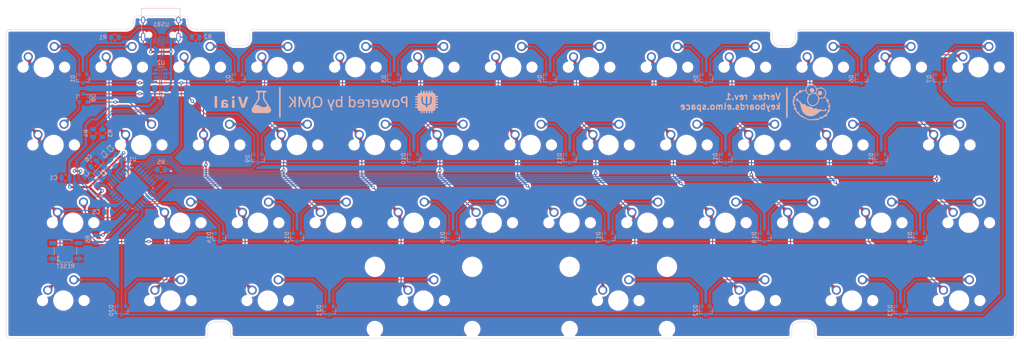
<source format=kicad_pcb>
(kicad_pcb (version 20171130) (host pcbnew "(5.1.10)-1")
  (layers (0 F.Cu signal) (31 B.Cu signal) (34 B.Paste user) (35 F.Paste user) (36 B.SilkS user) (37 F.SilkS user) (38 B.Mask user) (39 F.Mask user) (44 Edge.Cuts user))
  (net 0 "")
  (net 1 GND)
  (net 2 +5V)
  (net 3 "Net-(C5-Pad1)")
  (net 4 "Net-(C6-Pad1)")
  (net 5 "Net-(C7-Pad1)")
  (net 6 row0)
  (net 7 "Net-(D1-Pad2)")
  (net 8 "Net-(D2-Pad2)")
  (net 9 "Net-(D3-Pad2)")
  (net 10 "Net-(D4-Pad2)")
  (net 11 "Net-(D5-Pad2)")
  (net 12 "Net-(D6-Pad2)")
  (net 13 "Net-(D7-Pad2)")
  (net 14 row1)
  (net 15 "Net-(D8-Pad2)")
  (net 16 "Net-(D9-Pad2)")
  (net 17 "Net-(D10-Pad2)")
  (net 18 "Net-(D11-Pad2)")
  (net 19 "Net-(D12-Pad2)")
  (net 20 "Net-(D13-Pad2)")
  (net 21 row2)
  (net 22 "Net-(D14-Pad2)")
  (net 23 "Net-(D15-Pad2)")
  (net 24 "Net-(D16-Pad2)")
  (net 25 "Net-(D17-Pad2)")
  (net 26 "Net-(D18-Pad2)")
  (net 27 "Net-(D19-Pad2)")
  (net 28 row3)
  (net 29 "Net-(D20-Pad2)")
  (net 30 "Net-(D21-Pad2)")
  (net 31 "Net-(D22-Pad2)")
  (net 32 "Net-(D23-Pad2)")
  (net 33 VCC)
  (net 34 col0)
  (net 35 col1)
  (net 36 col2)
  (net 37 col3)
  (net 38 col4)
  (net 39 col5)
  (net 40 col6)
  (net 41 col7)
  (net 42 col8)
  (net 43 col9)
  (net 44 col10)
  (net 45 col11)
  (net 46 "Net-(R1-Pad2)")
  (net 47 "Net-(R2-Pad2)")
  (net 48 "Net-(R3-Pad2)")
  (net 49 D+)
  (net 50 "Net-(R4-Pad2)")
  (net 51 D-)
  (net 52 "Net-(R5-Pad2)")
  (net 53 "Net-(R6-Pad1)")
  (net 54 "Net-(U1-Pad7)")
  (net 55 "Net-(U1-Pad6)")
  (net 56 "Net-(U1-Pad5)")
  (net 57 "Net-(U2-Pad6)")
  (net 58 "Net-(U2-Pad3)")
  (net 59 "Net-(USB1-PadB8)")
  (net 60 "Net-(USB1-PadA8)")
  (net 61 "Net-(U1-Pad25)")
  (module custom_parts:vial_logo (layer B.Cu) (at 83.4771 74.422 180)
    (fp_text reference G*** hide)
    (fp_text value LOGO hide)
  )
  (module custom_parts:qmk (layer B.Cu) (at 113.7666 74.3585 180)
    (fp_text reference G*** hide)
    (fp_text value LOGO hide)
  )
  (module custom_parts:elmo (layer B.Cu) (at 223.5454 74.5617 180)
    (fp_text reference G*** hide)
    (fp_text value LOGO hide)
  )
  (module MX_Only:MXOnly-1U-NoLED (layer F.Cu) (at 211.93125 84.93125)
    (fp_text reference MX23)
    (fp_text value MX-NoLED)
    (pad 2 thru_hole circle (at 2.54 -5.08) (size 2.25 2.25) (drill 1.47) (layers *.Cu B.Mask) (net 19 "Net-(D12-Pad2)"))
    (pad "" np_thru_hole circle (at 0 0) (size 3.9878 3.9878) (drill 3.9878) (layers *.Cu *.Mask))
    (pad 1 thru_hole circle (at -3.81 -2.54) (size 2.25 2.25) (drill 1.47) (layers *.Cu B.Mask) (net 43 col9))
    (pad "" np_thru_hole circle (at -5.08 0 48.0996) (size 1.75 1.75) (drill 1.75) (layers *.Cu *.Mask))
    (pad "" np_thru_hole circle (at 5.08 0 48.0996) (size 1.75 1.75) (drill 1.75) (layers *.Cu *.Mask))
  )
  (module Capacitor_SMD:C_0805_2012Metric (layer B.Cu) (at 52.578 89.408 135)
    (fp_text reference C7 (at 3.053287 0 135) (layer B.SilkS) (effects (justify mirror)))
    (fp_text value 22pF)
    (pad 2 smd roundrect (at 0.95 0 135) (size 1 1.45) (layers B.Cu B.Paste B.Mask) (net 1 GND))
    (pad 1 smd roundrect (at -0.95 0 135) (size 1 1.45) (layers B.Cu B.Paste B.Mask) (net 5 "Net-(C7-Pad1)"))
  )
  (module MX_Only:MXOnly-1.5U-NoLED (layer F.Cu) (at 259.55625 123.03125)
    (fp_text reference MX45)
    (fp_text value MX-NoLED)
    (pad 2 thru_hole circle (at 2.54 -5.08) (size 2.25 2.25) (drill 1.47) (layers *.Cu B.Mask) (net 32 "Net-(D23-Pad2)"))
    (pad "" np_thru_hole circle (at 0 0) (size 3.9878 3.9878) (drill 3.9878) (layers *.Cu *.Mask))
    (pad 1 thru_hole circle (at -3.81 -2.54) (size 2.25 2.25) (drill 1.47) (layers *.Cu B.Mask) (net 44 col10))
    (pad "" np_thru_hole circle (at -5.08 0 48.0996) (size 1.75 1.75) (drill 1.75) (layers *.Cu *.Mask))
    (pad "" np_thru_hole circle (at 5.08 0 48.0996) (size 1.75 1.75) (drill 1.75) (layers *.Cu *.Mask))
  )
  (module MX_Only:MXOnly-1.25U-NoLED (layer F.Cu) (at 233.3625 123.03125)
    (fp_text reference MX44)
    (fp_text value MX-NoLED)
    (pad 2 thru_hole circle (at 2.54 -5.08) (size 2.25 2.25) (drill 1.47) (layers *.Cu B.Mask) (net 32 "Net-(D23-Pad2)"))
    (pad "" np_thru_hole circle (at 0 0) (size 3.9878 3.9878) (drill 3.9878) (layers *.Cu *.Mask))
    (pad 1 thru_hole circle (at -3.81 -2.54) (size 2.25 2.25) (drill 1.47) (layers *.Cu B.Mask) (net 43 col9))
    (pad "" np_thru_hole circle (at -5.08 0 48.0996) (size 1.75 1.75) (drill 1.75) (layers *.Cu *.Mask))
    (pad "" np_thru_hole circle (at 5.08 0 48.0996) (size 1.75 1.75) (drill 1.75) (layers *.Cu *.Mask))
  )
  (module MX_Only:MXOnly-1.25U-NoLED (layer F.Cu) (at 209.55 123.03125)
    (fp_text reference MX43)
    (fp_text value MX-NoLED)
    (pad 2 thru_hole circle (at 2.54 -5.08) (size 2.25 2.25) (drill 1.47) (layers *.Cu B.Mask) (net 31 "Net-(D22-Pad2)"))
    (pad "" np_thru_hole circle (at 0 0) (size 3.9878 3.9878) (drill 3.9878) (layers *.Cu *.Mask))
    (pad 1 thru_hole circle (at -3.81 -2.54) (size 2.25 2.25) (drill 1.47) (layers *.Cu B.Mask) (net 42 col8))
    (pad "" np_thru_hole circle (at -5.08 0 48.0996) (size 1.75 1.75) (drill 1.75) (layers *.Cu *.Mask))
    (pad "" np_thru_hole circle (at 5.08 0 48.0996) (size 1.75 1.75) (drill 1.75) (layers *.Cu *.Mask))
  )
  (module MX_Only:MXOnly-2.25U-ReversedStabilizers-NoLED (layer F.Cu) (at 176.2125 123.03125)
    (fp_text reference MX42)
    (fp_text value MX-NoLED)
    (pad 2 thru_hole circle (at 2.54 -5.08) (size 2.25 2.25) (drill 1.47) (layers *.Cu B.Mask) (net 31 "Net-(D22-Pad2)"))
    (pad "" np_thru_hole circle (at 0 0) (size 3.9878 3.9878) (drill 3.9878) (layers *.Cu *.Mask))
    (pad 1 thru_hole circle (at -3.81 -2.54) (size 2.25 2.25) (drill 1.47) (layers *.Cu B.Mask) (net 41 col7))
    (pad "" np_thru_hole circle (at -5.08 0 48.0996) (size 1.75 1.75) (drill 1.75) (layers *.Cu *.Mask))
    (pad "" np_thru_hole circle (at 5.08 0 48.0996) (size 1.75 1.75) (drill 1.75) (layers *.Cu *.Mask))
    (pad "" np_thru_hole circle (at -11.90625 6.985) (size 3.048 3.048) (drill 3.048) (layers *.Cu *.Mask))
    (pad "" np_thru_hole circle (at 11.90625 6.985) (size 3.048 3.048) (drill 3.048) (layers *.Cu *.Mask))
    (pad "" np_thru_hole circle (at -11.90625 -8.255) (size 3.9878 3.9878) (drill 3.9878) (layers *.Cu *.Mask))
    (pad "" np_thru_hole circle (at 11.90625 -8.255) (size 3.9878 3.9878) (drill 3.9878) (layers *.Cu *.Mask))
  )
  (module MX_Only:MXOnly-2.75U-ReversedStabilizers-NoLED (layer F.Cu) (at 128.5875 123.03125)
    (fp_text reference MX41)
    (fp_text value MX-NoLED)
    (pad 2 thru_hole circle (at 2.54 -5.08) (size 2.25 2.25) (drill 1.47) (layers *.Cu B.Mask) (net 30 "Net-(D21-Pad2)"))
    (pad "" np_thru_hole circle (at 0 0) (size 3.9878 3.9878) (drill 3.9878) (layers *.Cu *.Mask))
    (pad 1 thru_hole circle (at -3.81 -2.54) (size 2.25 2.25) (drill 1.47) (layers *.Cu B.Mask) (net 38 col4))
    (pad "" np_thru_hole circle (at -5.08 0 48.0996) (size 1.75 1.75) (drill 1.75) (layers *.Cu *.Mask))
    (pad "" np_thru_hole circle (at 5.08 0 48.0996) (size 1.75 1.75) (drill 1.75) (layers *.Cu *.Mask))
    (pad "" np_thru_hole circle (at -11.90625 6.985) (size 3.048 3.048) (drill 3.048) (layers *.Cu *.Mask))
    (pad "" np_thru_hole circle (at 11.90625 6.985) (size 3.048 3.048) (drill 3.048) (layers *.Cu *.Mask))
    (pad "" np_thru_hole circle (at -11.90625 -8.255) (size 3.9878 3.9878) (drill 3.9878) (layers *.Cu *.Mask))
    (pad "" np_thru_hole circle (at 11.90625 -8.255) (size 3.9878 3.9878) (drill 3.9878) (layers *.Cu *.Mask))
  )
  (module MX_Only:MXOnly-1.25U-NoLED (layer F.Cu) (at 90.4875 123.03125)
    (fp_text reference MX40)
    (fp_text value MX-NoLED)
    (pad 2 thru_hole circle (at 2.54 -5.08) (size 2.25 2.25) (drill 1.47) (layers *.Cu B.Mask) (net 30 "Net-(D21-Pad2)"))
    (pad "" np_thru_hole circle (at 0 0) (size 3.9878 3.9878) (drill 3.9878) (layers *.Cu *.Mask))
    (pad 1 thru_hole circle (at -3.81 -2.54) (size 2.25 2.25) (drill 1.47) (layers *.Cu B.Mask) (net 36 col2))
    (pad "" np_thru_hole circle (at -5.08 0 48.0996) (size 1.75 1.75) (drill 1.75) (layers *.Cu *.Mask))
    (pad "" np_thru_hole circle (at 5.08 0 48.0996) (size 1.75 1.75) (drill 1.75) (layers *.Cu *.Mask))
  )
  (module MX_Only:MXOnly-1.25U-NoLED (layer F.Cu) (at 66.675 123.03125)
    (fp_text reference MX39)
    (fp_text value MX-NoLED)
    (pad 2 thru_hole circle (at 2.54 -5.08) (size 2.25 2.25) (drill 1.47) (layers *.Cu B.Mask) (net 29 "Net-(D20-Pad2)"))
    (pad "" np_thru_hole circle (at 0 0) (size 3.9878 3.9878) (drill 3.9878) (layers *.Cu *.Mask))
    (pad 1 thru_hole circle (at -3.81 -2.54) (size 2.25 2.25) (drill 1.47) (layers *.Cu B.Mask) (net 35 col1))
    (pad "" np_thru_hole circle (at -5.08 0 48.0996) (size 1.75 1.75) (drill 1.75) (layers *.Cu *.Mask))
    (pad "" np_thru_hole circle (at 5.08 0 48.0996) (size 1.75 1.75) (drill 1.75) (layers *.Cu *.Mask))
  )
  (module MX_Only:MXOnly-1.5U-NoLED (layer F.Cu) (at 40.48125 123.03125)
    (fp_text reference MX38)
    (fp_text value MX-NoLED)
    (pad 2 thru_hole circle (at 2.54 -5.08) (size 2.25 2.25) (drill 1.47) (layers *.Cu B.Mask) (net 29 "Net-(D20-Pad2)"))
    (pad "" np_thru_hole circle (at 0 0) (size 3.9878 3.9878) (drill 3.9878) (layers *.Cu *.Mask))
    (pad 1 thru_hole circle (at -3.81 -2.54) (size 2.25 2.25) (drill 1.47) (layers *.Cu B.Mask) (net 34 col0))
    (pad "" np_thru_hole circle (at -5.08 0 48.0996) (size 1.75 1.75) (drill 1.75) (layers *.Cu *.Mask))
    (pad "" np_thru_hole circle (at 5.08 0 48.0996) (size 1.75 1.75) (drill 1.75) (layers *.Cu *.Mask))
  )
  (module MX_Only:MXOnly-1.25U-NoLED (layer F.Cu) (at 261.9375 103.98125)
    (fp_text reference MX37)
    (fp_text value MX-NoLED)
    (pad 2 thru_hole circle (at 2.54 -5.08) (size 2.25 2.25) (drill 1.47) (layers *.Cu B.Mask) (net 27 "Net-(D19-Pad2)"))
    (pad "" np_thru_hole circle (at 0 0) (size 3.9878 3.9878) (drill 3.9878) (layers *.Cu *.Mask))
    (pad 1 thru_hole circle (at -3.81 -2.54) (size 2.25 2.25) (drill 1.47) (layers *.Cu B.Mask) (net 45 col11))
    (pad "" np_thru_hole circle (at -5.08 0 48.0996) (size 1.75 1.75) (drill 1.75) (layers *.Cu *.Mask))
    (pad "" np_thru_hole circle (at 5.08 0 48.0996) (size 1.75 1.75) (drill 1.75) (layers *.Cu *.Mask))
  )
  (module MX_Only:MXOnly-1.75U-NoLED (layer F.Cu) (at 42.8625 103.98125)
    (fp_text reference MX26)
    (fp_text value MX-NoLED)
    (pad 2 thru_hole circle (at 2.54 -5.08) (size 2.25 2.25) (drill 1.47) (layers *.Cu B.Mask) (net 22 "Net-(D14-Pad2)"))
    (pad "" np_thru_hole circle (at 0 0) (size 3.9878 3.9878) (drill 3.9878) (layers *.Cu *.Mask))
    (pad 1 thru_hole circle (at -3.81 -2.54) (size 2.25 2.25) (drill 1.47) (layers *.Cu B.Mask) (net 34 col0))
    (pad "" np_thru_hole circle (at -5.08 0 48.0996) (size 1.75 1.75) (drill 1.75) (layers *.Cu *.Mask))
    (pad "" np_thru_hole circle (at 5.08 0 48.0996) (size 1.75 1.75) (drill 1.75) (layers *.Cu *.Mask))
  )
  (module MX_Only:MXOnly-1.75U-NoLED (layer F.Cu) (at 257.175 84.93125)
    (fp_text reference MX25)
    (fp_text value MX-NoLED)
    (pad 2 thru_hole circle (at 2.54 -5.08) (size 2.25 2.25) (drill 1.47) (layers *.Cu B.Mask) (net 20 "Net-(D13-Pad2)"))
    (pad "" np_thru_hole circle (at 0 0) (size 3.9878 3.9878) (drill 3.9878) (layers *.Cu *.Mask))
    (pad 1 thru_hole circle (at -3.81 -2.54) (size 2.25 2.25) (drill 1.47) (layers *.Cu B.Mask) (net 45 col11))
    (pad "" np_thru_hole circle (at -5.08 0 48.0996) (size 1.75 1.75) (drill 1.75) (layers *.Cu *.Mask))
    (pad "" np_thru_hole circle (at 5.08 0 48.0996) (size 1.75 1.75) (drill 1.75) (layers *.Cu *.Mask))
  )
  (module MX_Only:MXOnly-1.25U-NoLED (layer F.Cu) (at 38.1 84.93125)
    (fp_text reference MX14)
    (fp_text value MX-NoLED)
    (pad 2 thru_hole circle (at 2.54 -5.08) (size 2.25 2.25) (drill 1.47) (layers *.Cu B.Mask) (net 15 "Net-(D8-Pad2)"))
    (pad "" np_thru_hole circle (at 0 0) (size 3.9878 3.9878) (drill 3.9878) (layers *.Cu *.Mask))
    (pad 1 thru_hole circle (at -3.81 -2.54) (size 2.25 2.25) (drill 1.47) (layers *.Cu B.Mask) (net 34 col0))
    (pad "" np_thru_hole circle (at -5.08 0 48.0996) (size 1.75 1.75) (drill 1.75) (layers *.Cu *.Mask))
    (pad "" np_thru_hole circle (at 5.08 0 48.0996) (size 1.75 1.75) (drill 1.75) (layers *.Cu *.Mask))
  )
  (module MX_Only:MXOnly-1U-NoLED (layer F.Cu) (at 221.45625 103.98125)
    (fp_text reference MX35)
    (fp_text value MX-NoLED)
    (pad 2 thru_hole circle (at 2.54 -5.08) (size 2.25 2.25) (drill 1.47) (layers *.Cu B.Mask) (net 26 "Net-(D18-Pad2)"))
    (pad "" np_thru_hole circle (at 0 0) (size 3.9878 3.9878) (drill 3.9878) (layers *.Cu *.Mask))
    (pad 1 thru_hole circle (at -3.81 -2.54) (size 2.25 2.25) (drill 1.47) (layers *.Cu B.Mask) (net 43 col9))
    (pad "" np_thru_hole circle (at -5.08 0 48.0996) (size 1.75 1.75) (drill 1.75) (layers *.Cu *.Mask))
    (pad "" np_thru_hole circle (at 5.08 0 48.0996) (size 1.75 1.75) (drill 1.75) (layers *.Cu *.Mask))
  )
  (module MX_Only:MXOnly-1U-NoLED (layer F.Cu) (at 264.31875 65.88125)
    (fp_text reference MX13)
    (fp_text value MX-NoLED)
    (pad 2 thru_hole circle (at 2.54 -5.08) (size 2.25 2.25) (drill 1.47) (layers *.Cu B.Mask) (net 13 "Net-(D7-Pad2)"))
    (pad "" np_thru_hole circle (at 0 0) (size 3.9878 3.9878) (drill 3.9878) (layers *.Cu *.Mask))
    (pad 1 thru_hole circle (at -3.81 -2.54) (size 2.25 2.25) (drill 1.47) (layers *.Cu B.Mask) (net 45 col11))
    (pad "" np_thru_hole circle (at -5.08 0 48.0996) (size 1.75 1.75) (drill 1.75) (layers *.Cu *.Mask))
    (pad "" np_thru_hole circle (at 5.08 0 48.0996) (size 1.75 1.75) (drill 1.75) (layers *.Cu *.Mask))
  )
  (module MX_Only:MXOnly-1U-NoLED (layer F.Cu) (at 245.26875 65.88125)
    (fp_text reference MX12)
    (fp_text value MX-NoLED)
    (pad 2 thru_hole circle (at 2.54 -5.08) (size 2.25 2.25) (drill 1.47) (layers *.Cu B.Mask) (net 12 "Net-(D6-Pad2)"))
    (pad "" np_thru_hole circle (at 0 0) (size 3.9878 3.9878) (drill 3.9878) (layers *.Cu *.Mask))
    (pad 1 thru_hole circle (at -3.81 -2.54) (size 2.25 2.25) (drill 1.47) (layers *.Cu B.Mask) (net 45 col11))
    (pad "" np_thru_hole circle (at -5.08 0 48.0996) (size 1.75 1.75) (drill 1.75) (layers *.Cu *.Mask))
    (pad "" np_thru_hole circle (at 5.08 0 48.0996) (size 1.75 1.75) (drill 1.75) (layers *.Cu *.Mask))
  )
  (module MX_Only:MXOnly-1U-NoLED (layer F.Cu) (at 207.16875 65.88125)
    (fp_text reference MX10)
    (fp_text value MX-NoLED)
    (pad 2 thru_hole circle (at 2.54 -5.08) (size 2.25 2.25) (drill 1.47) (layers *.Cu B.Mask) (net 11 "Net-(D5-Pad2)"))
    (pad "" np_thru_hole circle (at 0 0) (size 3.9878 3.9878) (drill 3.9878) (layers *.Cu *.Mask))
    (pad 1 thru_hole circle (at -3.81 -2.54) (size 2.25 2.25) (drill 1.47) (layers *.Cu B.Mask) (net 43 col9))
    (pad "" np_thru_hole circle (at -5.08 0 48.0996) (size 1.75 1.75) (drill 1.75) (layers *.Cu *.Mask))
    (pad "" np_thru_hole circle (at 5.08 0 48.0996) (size 1.75 1.75) (drill 1.75) (layers *.Cu *.Mask))
  )
  (module Crystal:Crystal_SMD_3225-4Pin_3.2x2.5mm (layer B.Cu) (at 50.292 91.694 45)
    (fp_text reference X1 (at -0.089803 0.089803 225) (layer B.SilkS) (effects (justify mirror)))
    (fp_text value Crystal_GND24_Small)
    (pad 4 smd rect (at -1.1 0.85 45) (size 1.4 1.2) (layers B.Cu B.Paste B.Mask) (net 1 GND))
    (pad 3 smd rect (at 1.1 0.85 45) (size 1.4 1.2) (layers B.Cu B.Paste B.Mask) (net 5 "Net-(C7-Pad1)"))
    (pad 2 smd rect (at 1.1 -0.85 45) (size 1.4 1.2) (layers B.Cu B.Paste B.Mask) (net 1 GND))
    (pad 1 smd rect (at -1.1 -0.85 45) (size 1.4 1.2) (layers B.Cu B.Paste B.Mask) (net 4 "Net-(C6-Pad1)"))
  )
  (module Connector_USB:USB_C_Receptacle_HRO_TYPE-C-31-M-12 (layer B.Cu) (at 64.3128 55.372)
    (fp_text reference USB1 (at 0.0762 0) (layer B.SilkS) (effects (justify mirror)))
    (fp_text value USB_C_Receptacle_USB2.0)
    (pad B1 smd rect (at 3.25 4.045) (size 0.6 1.45) (layers B.Cu B.Paste B.Mask) (net 1 GND))
    (pad A9 smd rect (at 2.45 4.045) (size 0.6 1.45) (layers B.Cu B.Paste B.Mask) (net 33 VCC))
    (pad B9 smd rect (at -2.45 4.045) (size 0.6 1.45) (layers B.Cu B.Paste B.Mask) (net 33 VCC))
    (pad B12 smd rect (at -3.25 4.045) (size 0.6 1.45) (layers B.Cu B.Paste B.Mask) (net 1 GND))
    (pad A1 smd rect (at -3.25 4.045) (size 0.6 1.45) (layers B.Cu B.Paste B.Mask) (net 1 GND))
    (pad A4 smd rect (at -2.45 4.045) (size 0.6 1.45) (layers B.Cu B.Paste B.Mask) (net 33 VCC))
    (pad B4 smd rect (at 2.45 4.045) (size 0.6 1.45) (layers B.Cu B.Paste B.Mask) (net 33 VCC))
    (pad A12 smd rect (at 3.25 4.045) (size 0.6 1.45) (layers B.Cu B.Paste B.Mask) (net 1 GND))
    (pad B8 smd rect (at -1.75 4.045) (size 0.3 1.45) (layers B.Cu B.Paste B.Mask) (net 59 "Net-(USB1-PadB8)"))
    (pad A5 smd rect (at -1.25 4.045) (size 0.3 1.45) (layers B.Cu B.Paste B.Mask) (net 46 "Net-(R1-Pad2)"))
    (pad B7 smd rect (at -0.75 4.045) (size 0.3 1.45) (layers B.Cu B.Paste B.Mask) (net 51 D-))
    (pad A7 smd rect (at 0.25 4.045) (size 0.3 1.45) (layers B.Cu B.Paste B.Mask) (net 51 D-))
    (pad B6 smd rect (at 0.75 4.045) (size 0.3 1.45) (layers B.Cu B.Paste B.Mask) (net 49 D+))
    (pad A8 smd rect (at 1.25 4.045) (size 0.3 1.45) (layers B.Cu B.Paste B.Mask) (net 60 "Net-(USB1-PadA8)"))
    (pad B5 smd rect (at 1.75 4.045) (size 0.3 1.45) (layers B.Cu B.Paste B.Mask) (net 47 "Net-(R2-Pad2)"))
    (pad A6 smd rect (at -0.25 4.045) (size 0.3 1.45) (layers B.Cu B.Paste B.Mask) (net 49 D+))
    (pad S1 thru_hole oval (at 4.32 3.13) (size 1 2.1) (drill oval 0.6 1.7) (layers *.Cu *.Mask) (net 1 GND))
    (pad S1 thru_hole oval (at -4.32 3.13) (size 1 2.1) (drill oval 0.6 1.7) (layers *.Cu *.Mask) (net 1 GND))
    (pad "" np_thru_hole circle (at -2.89 2.6) (size 0.65 0.65) (drill 0.65) (layers *.Cu *.Mask))
    (pad S1 thru_hole oval (at -4.32 -1.05) (size 1 1.6) (drill oval 0.6 1.2) (layers *.Cu *.Mask) (net 1 GND))
    (pad "" np_thru_hole circle (at 2.89 2.6) (size 0.65 0.65) (drill 0.65) (layers *.Cu *.Mask))
    (pad S1 thru_hole oval (at 4.32 -1.05) (size 1 1.6) (drill oval 0.6 1.2) (layers *.Cu *.Mask) (net 1 GND))
  )
  (module Package_TO_SOT_SMD:SOT-23-6 (layer B.Cu) (at 64.3128 67.437)
    (fp_text reference U2 (at 0.0762 -2.667) (layer B.SilkS) (effects (justify mirror)))
    (fp_text value SRV05-4)
    (pad 5 smd rect (at 1.1 0) (size 1.06 0.65) (layers B.Cu B.Paste B.Mask) (net 33 VCC))
    (pad 6 smd rect (at 1.1 0.95) (size 1.06 0.65) (layers B.Cu B.Paste B.Mask) (net 57 "Net-(U2-Pad6)"))
    (pad 4 smd rect (at 1.1 -0.95) (size 1.06 0.65) (layers B.Cu B.Paste B.Mask) (net 49 D+))
    (pad 3 smd rect (at -1.1 -0.95) (size 1.06 0.65) (layers B.Cu B.Paste B.Mask) (net 58 "Net-(U2-Pad3)"))
    (pad 2 smd rect (at -1.1 0) (size 1.06 0.65) (layers B.Cu B.Paste B.Mask) (net 1 GND))
    (pad 1 smd rect (at -1.1 0.95) (size 1.06 0.65) (layers B.Cu B.Paste B.Mask) (net 51 D-))
  )
  (module Package_QFP:TQFP-32_7x7mm_P0.8mm (layer B.Cu) (at 57.404 95.504 315)
    (fp_text reference U1 (at -5.028943 -5.028943) (layer B.SilkS) (effects (justify mirror)))
    (fp_text value ATmega32U2-AU)
    (pad 32 smd rect (at -2.8 4.25 225) (size 1.6 0.55) (layers B.Cu B.Paste B.Mask) (net 2 +5V))
    (pad 31 smd rect (at -2 4.25 225) (size 1.6 0.55) (layers B.Cu B.Paste B.Mask) (net 2 +5V))
    (pad 30 smd rect (at -1.2 4.25 225) (size 1.6 0.55) (layers B.Cu B.Paste B.Mask) (net 50 "Net-(R4-Pad2)"))
    (pad 29 smd rect (at -0.4 4.25 225) (size 1.6 0.55) (layers B.Cu B.Paste B.Mask) (net 48 "Net-(R3-Pad2)"))
    (pad 28 smd rect (at 0.4 4.25 225) (size 1.6 0.55) (layers B.Cu B.Paste B.Mask) (net 1 GND))
    (pad 27 smd rect (at 1.2 4.25 225) (size 1.6 0.55) (layers B.Cu B.Paste B.Mask) (net 3 "Net-(C5-Pad1)"))
    (pad 26 smd rect (at 2 4.25 225) (size 1.6 0.55) (layers B.Cu B.Paste B.Mask) (net 34 col0))
    (pad 25 smd rect (at 2.8 4.25 225) (size 1.6 0.55) (layers B.Cu B.Paste B.Mask) (net 61 "Net-(U1-Pad25)"))
    (pad 24 smd rect (at 4.25 2.8 315) (size 1.6 0.55) (layers B.Cu B.Paste B.Mask) (net 53 "Net-(R6-Pad1)"))
    (pad 23 smd rect (at 4.25 2 315) (size 1.6 0.55) (layers B.Cu B.Paste B.Mask) (net 28 row3))
    (pad 22 smd rect (at 4.25 1.2 315) (size 1.6 0.55) (layers B.Cu B.Paste B.Mask) (net 35 col1))
    (pad 21 smd rect (at 4.25 0.4 315) (size 1.6 0.55) (layers B.Cu B.Paste B.Mask) (net 21 row2))
    (pad 20 smd rect (at 4.25 -0.4 315) (size 1.6 0.55) (layers B.Cu B.Paste B.Mask) (net 38 col4))
    (pad 19 smd rect (at 4.25 -1.2 315) (size 1.6 0.55) (layers B.Cu B.Paste B.Mask) (net 40 col6))
    (pad 18 smd rect (at 4.25 -2 315) (size 1.6 0.55) (layers B.Cu B.Paste B.Mask) (net 42 col8))
    (pad 17 smd rect (at 4.25 -2.8 315) (size 1.6 0.55) (layers B.Cu B.Paste B.Mask) (net 44 col10))
    (pad 16 smd rect (at 2.8 -4.25 225) (size 1.6 0.55) (layers B.Cu B.Paste B.Mask) (net 45 col11))
    (pad 15 smd rect (at 2 -4.25 225) (size 1.6 0.55) (layers B.Cu B.Paste B.Mask) (net 43 col9))
    (pad 14 smd rect (at 1.2 -4.25 225) (size 1.6 0.55) (layers B.Cu B.Paste B.Mask) (net 41 col7))
    (pad 13 smd rect (at 0.4 -4.25 225) (size 1.6 0.55) (layers B.Cu B.Paste B.Mask) (net 52 "Net-(R5-Pad2)"))
    (pad 12 smd rect (at -0.4 -4.25 225) (size 1.6 0.55) (layers B.Cu B.Paste B.Mask) (net 39 col5))
    (pad 11 smd rect (at -1.2 -4.25 225) (size 1.6 0.55) (layers B.Cu B.Paste B.Mask) (net 37 col3))
    (pad 10 smd rect (at -2 -4.25 225) (size 1.6 0.55) (layers B.Cu B.Paste B.Mask) (net 14 row1))
    (pad 9 smd rect (at -2.8 -4.25 225) (size 1.6 0.55) (layers B.Cu B.Paste B.Mask) (net 36 col2))
    (pad 8 smd rect (at -4.25 -2.8 315) (size 1.6 0.55) (layers B.Cu B.Paste B.Mask) (net 6 row0))
    (pad 7 smd rect (at -4.25 -2 315) (size 1.6 0.55) (layers B.Cu B.Paste B.Mask) (net 54 "Net-(U1-Pad7)"))
    (pad 6 smd rect (at -4.25 -1.2 315) (size 1.6 0.55) (layers B.Cu B.Paste B.Mask) (net 55 "Net-(U1-Pad6)"))
    (pad 5 smd rect (at -4.25 -0.4 315) (size 1.6 0.55) (layers B.Cu B.Paste B.Mask) (net 56 "Net-(U1-Pad5)"))
    (pad 4 smd rect (at -4.25 0.4 315) (size 1.6 0.55) (layers B.Cu B.Paste B.Mask) (net 2 +5V))
    (pad 3 smd rect (at -4.25 1.2 315) (size 1.6 0.55) (layers B.Cu B.Paste B.Mask) (net 1 GND))
    (pad 2 smd rect (at -4.25 2 315) (size 1.6 0.55) (layers B.Cu B.Paste B.Mask) (net 5 "Net-(C7-Pad1)"))
    (pad 1 smd rect (at -4.25 2.8 315) (size 1.6 0.55) (layers B.Cu B.Paste B.Mask) (net 4 "Net-(C6-Pad1)"))
  )
  (module Button_Switch_SMD:SW_SPST_TL3342 (layer B.Cu) (at 41.021 110.871)
    (fp_text reference RESET (at 0 3.75) (layer B.SilkS) (effects (justify mirror)))
    (fp_text value SW_Push)
    (pad 2 smd rect (at 3.15 -1.9) (size 1.7 1) (layers B.Cu B.Paste B.Mask) (net 53 "Net-(R6-Pad1)"))
    (pad 2 smd rect (at -3.15 -1.9) (size 1.7 1) (layers B.Cu B.Paste B.Mask) (net 53 "Net-(R6-Pad1)"))
    (pad 1 smd rect (at 3.15 1.9) (size 1.7 1) (layers B.Cu B.Paste B.Mask) (net 1 GND))
    (pad 1 smd rect (at -3.15 1.9) (size 1.7 1) (layers B.Cu B.Paste B.Mask) (net 1 GND))
  )
  (module Resistor_SMD:R_0805_2012Metric (layer B.Cu) (at 48.387 107.95 90)
    (fp_text reference R6 (at 0 -1.905 90) (layer B.SilkS) (effects (justify mirror)))
    (fp_text value 10k)
    (pad 2 smd roundrect (at 0.9125 0 90) (size 1.025 1.4) (layers B.Cu B.Paste B.Mask) (roundrect_rratio 0.2439004878048781) (net 2 +5V))
    (pad 1 smd roundrect (at -0.9125 0 90) (size 1.025 1.4) (layers B.Cu B.Paste B.Mask) (roundrect_rratio 0.2439004878048781) (net 53 "Net-(R6-Pad1)"))
  )
  (module Resistor_SMD:R_0805_2012Metric (layer B.Cu) (at 64.389 90.932 180)
    (fp_text reference R5 (at 0 1.778) (layer B.SilkS) (effects (justify mirror)))
    (fp_text value 10k)
    (pad 2 smd roundrect (at 0.9125 0 180) (size 1.025 1.4) (layers B.Cu B.Paste B.Mask) (roundrect_rratio 0.2439004878048781) (net 52 "Net-(R5-Pad2)"))
    (pad 1 smd roundrect (at -0.9125 0 180) (size 1.025 1.4) (layers B.Cu B.Paste B.Mask) (roundrect_rratio 0.2439004878048781) (net 1 GND))
  )
  (module Resistor_SMD:R_0805_2012Metric (layer B.Cu) (at 47.752 82.042 270)
    (fp_text reference R4 (at 0 1.65 270) (layer B.SilkS) (effects (justify mirror)))
    (fp_text value 22)
    (pad 2 smd roundrect (at 0.9125 0 270) (size 1.025 1.4) (layers B.Cu B.Paste B.Mask) (roundrect_rratio 0.2439004878048781) (net 50 "Net-(R4-Pad2)"))
    (pad 1 smd roundrect (at -0.9125 0 270) (size 1.025 1.4) (layers B.Cu B.Paste B.Mask) (roundrect_rratio 0.2439004878048781) (net 51 D-))
  )
  (module Resistor_SMD:R_0805_2012Metric (layer B.Cu) (at 50.038 82.042 270)
    (fp_text reference R3 (at 0 -1.905 270) (layer B.SilkS) (effects (justify mirror)))
    (fp_text value 22)
    (pad 2 smd roundrect (at 0.9125 0 270) (size 1.025 1.4) (layers B.Cu B.Paste B.Mask) (roundrect_rratio 0.2439004878048781) (net 48 "Net-(R3-Pad2)"))
    (pad 1 smd roundrect (at -0.9125 0 270) (size 1.025 1.4) (layers B.Cu B.Paste B.Mask) (roundrect_rratio 0.2439004878048781) (net 49 D+))
  )
  (module Resistor_SMD:R_0805_2012Metric (layer B.Cu) (at 72.8472 58.5216 180)
    (fp_text reference R2 (at -2.9718 0.1016) (layer B.SilkS) (effects (justify mirror)))
    (fp_text value 5.1k)
    (pad 2 smd roundrect (at 0.9125 0 180) (size 1.025 1.4) (layers B.Cu B.Paste B.Mask) (roundrect_rratio 0.2439004878048781) (net 47 "Net-(R2-Pad2)"))
    (pad 1 smd roundrect (at -0.9125 0 180) (size 1.025 1.4) (layers B.Cu B.Paste B.Mask) (roundrect_rratio 0.2439004878048781) (net 1 GND))
  )
  (module Resistor_SMD:R_0805_2012Metric (layer B.Cu) (at 53.086 58.5216)
    (fp_text reference R1 (at -2.921 0.0254) (layer B.SilkS) (effects (justify mirror)))
    (fp_text value 5.1k)
    (pad 2 smd roundrect (at 0.9125 0) (size 1.025 1.4) (layers B.Cu B.Paste B.Mask) (roundrect_rratio 0.2439004878048781) (net 46 "Net-(R1-Pad2)"))
    (pad 1 smd roundrect (at -0.9125 0) (size 1.025 1.4) (layers B.Cu B.Paste B.Mask) (roundrect_rratio 0.2439004878048781) (net 1 GND))
  )
  (module MX_Only:MXOnly-1U-NoLED (layer F.Cu) (at 240.50625 103.98125)
    (fp_text reference MX36)
    (fp_text value MX-NoLED)
    (pad 2 thru_hole circle (at 2.54 -5.08) (size 2.25 2.25) (drill 1.47) (layers *.Cu B.Mask) (net 27 "Net-(D19-Pad2)"))
    (pad "" np_thru_hole circle (at 0 0) (size 3.9878 3.9878) (drill 3.9878) (layers *.Cu *.Mask))
    (pad 1 thru_hole circle (at -3.81 -2.54) (size 2.25 2.25) (drill 1.47) (layers *.Cu B.Mask) (net 44 col10))
    (pad "" np_thru_hole circle (at -5.08 0 48.0996) (size 1.75 1.75) (drill 1.75) (layers *.Cu *.Mask))
    (pad "" np_thru_hole circle (at 5.08 0 48.0996) (size 1.75 1.75) (drill 1.75) (layers *.Cu *.Mask))
  )
  (module MX_Only:MXOnly-1U-NoLED (layer F.Cu) (at 202.40625 103.98125)
    (fp_text reference MX34)
    (fp_text value MX-NoLED)
    (pad 2 thru_hole circle (at 2.54 -5.08) (size 2.25 2.25) (drill 1.47) (layers *.Cu B.Mask) (net 26 "Net-(D18-Pad2)"))
    (pad "" np_thru_hole circle (at 0 0) (size 3.9878 3.9878) (drill 3.9878) (layers *.Cu *.Mask))
    (pad 1 thru_hole circle (at -3.81 -2.54) (size 2.25 2.25) (drill 1.47) (layers *.Cu B.Mask) (net 42 col8))
    (pad "" np_thru_hole circle (at -5.08 0 48.0996) (size 1.75 1.75) (drill 1.75) (layers *.Cu *.Mask))
    (pad "" np_thru_hole circle (at 5.08 0 48.0996) (size 1.75 1.75) (drill 1.75) (layers *.Cu *.Mask))
  )
  (module MX_Only:MXOnly-1U-NoLED (layer F.Cu) (at 183.35625 103.98125)
    (fp_text reference MX33)
    (fp_text value MX-NoLED)
    (pad 2 thru_hole circle (at 2.54 -5.08) (size 2.25 2.25) (drill 1.47) (layers *.Cu B.Mask) (net 25 "Net-(D17-Pad2)"))
    (pad "" np_thru_hole circle (at 0 0) (size 3.9878 3.9878) (drill 3.9878) (layers *.Cu *.Mask))
    (pad 1 thru_hole circle (at -3.81 -2.54) (size 2.25 2.25) (drill 1.47) (layers *.Cu B.Mask) (net 41 col7))
    (pad "" np_thru_hole circle (at -5.08 0 48.0996) (size 1.75 1.75) (drill 1.75) (layers *.Cu *.Mask))
    (pad "" np_thru_hole circle (at 5.08 0 48.0996) (size 1.75 1.75) (drill 1.75) (layers *.Cu *.Mask))
  )
  (module MX_Only:MXOnly-1U-NoLED (layer F.Cu) (at 164.30625 103.98125)
    (fp_text reference MX32)
    (fp_text value MX-NoLED)
    (pad 2 thru_hole circle (at 2.54 -5.08) (size 2.25 2.25) (drill 1.47) (layers *.Cu B.Mask) (net 25 "Net-(D17-Pad2)"))
    (pad "" np_thru_hole circle (at 0 0) (size 3.9878 3.9878) (drill 3.9878) (layers *.Cu *.Mask))
    (pad 1 thru_hole circle (at -3.81 -2.54) (size 2.25 2.25) (drill 1.47) (layers *.Cu B.Mask) (net 40 col6))
    (pad "" np_thru_hole circle (at -5.08 0 48.0996) (size 1.75 1.75) (drill 1.75) (layers *.Cu *.Mask))
    (pad "" np_thru_hole circle (at 5.08 0 48.0996) (size 1.75 1.75) (drill 1.75) (layers *.Cu *.Mask))
  )
  (module MX_Only:MXOnly-1U-NoLED (layer F.Cu) (at 145.25625 103.98125)
    (fp_text reference MX31)
    (fp_text value MX-NoLED)
    (pad 2 thru_hole circle (at 2.54 -5.08) (size 2.25 2.25) (drill 1.47) (layers *.Cu B.Mask) (net 24 "Net-(D16-Pad2)"))
    (pad "" np_thru_hole circle (at 0 0) (size 3.9878 3.9878) (drill 3.9878) (layers *.Cu *.Mask))
    (pad 1 thru_hole circle (at -3.81 -2.54) (size 2.25 2.25) (drill 1.47) (layers *.Cu B.Mask) (net 39 col5))
    (pad "" np_thru_hole circle (at -5.08 0 48.0996) (size 1.75 1.75) (drill 1.75) (layers *.Cu *.Mask))
    (pad "" np_thru_hole circle (at 5.08 0 48.0996) (size 1.75 1.75) (drill 1.75) (layers *.Cu *.Mask))
  )
  (module MX_Only:MXOnly-1U-NoLED (layer F.Cu) (at 126.20625 103.98125)
    (fp_text reference MX30)
    (fp_text value MX-NoLED)
    (pad 2 thru_hole circle (at 2.54 -5.08) (size 2.25 2.25) (drill 1.47) (layers *.Cu B.Mask) (net 24 "Net-(D16-Pad2)"))
    (pad "" np_thru_hole circle (at 0 0) (size 3.9878 3.9878) (drill 3.9878) (layers *.Cu *.Mask))
    (pad 1 thru_hole circle (at -3.81 -2.54) (size 2.25 2.25) (drill 1.47) (layers *.Cu B.Mask) (net 38 col4))
    (pad "" np_thru_hole circle (at -5.08 0 48.0996) (size 1.75 1.75) (drill 1.75) (layers *.Cu *.Mask))
    (pad "" np_thru_hole circle (at 5.08 0 48.0996) (size 1.75 1.75) (drill 1.75) (layers *.Cu *.Mask))
  )
  (module MX_Only:MXOnly-1U-NoLED (layer F.Cu) (at 107.15625 103.98125)
    (fp_text reference MX29)
    (fp_text value MX-NoLED)
    (pad 2 thru_hole circle (at 2.54 -5.08) (size 2.25 2.25) (drill 1.47) (layers *.Cu B.Mask) (net 23 "Net-(D15-Pad2)"))
    (pad "" np_thru_hole circle (at 0 0) (size 3.9878 3.9878) (drill 3.9878) (layers *.Cu *.Mask))
    (pad 1 thru_hole circle (at -3.81 -2.54) (size 2.25 2.25) (drill 1.47) (layers *.Cu B.Mask) (net 37 col3))
    (pad "" np_thru_hole circle (at -5.08 0 48.0996) (size 1.75 1.75) (drill 1.75) (layers *.Cu *.Mask))
    (pad "" np_thru_hole circle (at 5.08 0 48.0996) (size 1.75 1.75) (drill 1.75) (layers *.Cu *.Mask))
  )
  (module MX_Only:MXOnly-1U-NoLED (layer F.Cu) (at 88.10625 103.98125)
    (fp_text reference MX28)
    (fp_text value MX-NoLED)
    (pad 2 thru_hole circle (at 2.54 -5.08) (size 2.25 2.25) (drill 1.47) (layers *.Cu B.Mask) (net 23 "Net-(D15-Pad2)"))
    (pad "" np_thru_hole circle (at 0 0) (size 3.9878 3.9878) (drill 3.9878) (layers *.Cu *.Mask))
    (pad 1 thru_hole circle (at -3.81 -2.54) (size 2.25 2.25) (drill 1.47) (layers *.Cu B.Mask) (net 36 col2))
    (pad "" np_thru_hole circle (at -5.08 0 48.0996) (size 1.75 1.75) (drill 1.75) (layers *.Cu *.Mask))
    (pad "" np_thru_hole circle (at 5.08 0 48.0996) (size 1.75 1.75) (drill 1.75) (layers *.Cu *.Mask))
  )
  (module MX_Only:MXOnly-1U-NoLED (layer F.Cu) (at 69.05625 103.98125)
    (fp_text reference MX27)
    (fp_text value MX-NoLED)
    (pad 2 thru_hole circle (at 2.54 -5.08) (size 2.25 2.25) (drill 1.47) (layers *.Cu B.Mask) (net 22 "Net-(D14-Pad2)"))
    (pad "" np_thru_hole circle (at 0 0) (size 3.9878 3.9878) (drill 3.9878) (layers *.Cu *.Mask))
    (pad 1 thru_hole circle (at -3.81 -2.54) (size 2.25 2.25) (drill 1.47) (layers *.Cu B.Mask) (net 35 col1))
    (pad "" np_thru_hole circle (at -5.08 0 48.0996) (size 1.75 1.75) (drill 1.75) (layers *.Cu *.Mask))
    (pad "" np_thru_hole circle (at 5.08 0 48.0996) (size 1.75 1.75) (drill 1.75) (layers *.Cu *.Mask))
  )
  (module MX_Only:MXOnly-1U-NoLED (layer F.Cu) (at 230.98125 84.93125)
    (fp_text reference MX24)
    (fp_text value MX-NoLED)
    (pad 2 thru_hole circle (at 2.54 -5.08) (size 2.25 2.25) (drill 1.47) (layers *.Cu B.Mask) (net 20 "Net-(D13-Pad2)"))
    (pad "" np_thru_hole circle (at 0 0) (size 3.9878 3.9878) (drill 3.9878) (layers *.Cu *.Mask))
    (pad 1 thru_hole circle (at -3.81 -2.54) (size 2.25 2.25) (drill 1.47) (layers *.Cu B.Mask) (net 44 col10))
    (pad "" np_thru_hole circle (at -5.08 0 48.0996) (size 1.75 1.75) (drill 1.75) (layers *.Cu *.Mask))
    (pad "" np_thru_hole circle (at 5.08 0 48.0996) (size 1.75 1.75) (drill 1.75) (layers *.Cu *.Mask))
  )
  (module MX_Only:MXOnly-1U-NoLED (layer F.Cu) (at 192.88125 84.93125)
    (fp_text reference MX22)
    (fp_text value MX-NoLED)
    (pad 2 thru_hole circle (at 2.54 -5.08) (size 2.25 2.25) (drill 1.47) (layers *.Cu B.Mask) (net 19 "Net-(D12-Pad2)"))
    (pad "" np_thru_hole circle (at 0 0) (size 3.9878 3.9878) (drill 3.9878) (layers *.Cu *.Mask))
    (pad 1 thru_hole circle (at -3.81 -2.54) (size 2.25 2.25) (drill 1.47) (layers *.Cu B.Mask) (net 42 col8))
    (pad "" np_thru_hole circle (at -5.08 0 48.0996) (size 1.75 1.75) (drill 1.75) (layers *.Cu *.Mask))
    (pad "" np_thru_hole circle (at 5.08 0 48.0996) (size 1.75 1.75) (drill 1.75) (layers *.Cu *.Mask))
  )
  (module MX_Only:MXOnly-1U-NoLED (layer F.Cu) (at 173.83125 84.93125)
    (fp_text reference MX21)
    (fp_text value MX-NoLED)
    (pad 2 thru_hole circle (at 2.54 -5.08) (size 2.25 2.25) (drill 1.47) (layers *.Cu B.Mask) (net 18 "Net-(D11-Pad2)"))
    (pad "" np_thru_hole circle (at 0 0) (size 3.9878 3.9878) (drill 3.9878) (layers *.Cu *.Mask))
    (pad 1 thru_hole circle (at -3.81 -2.54) (size 2.25 2.25) (drill 1.47) (layers *.Cu B.Mask) (net 41 col7))
    (pad "" np_thru_hole circle (at -5.08 0 48.0996) (size 1.75 1.75) (drill 1.75) (layers *.Cu *.Mask))
    (pad "" np_thru_hole circle (at 5.08 0 48.0996) (size 1.75 1.75) (drill 1.75) (layers *.Cu *.Mask))
  )
  (module MX_Only:MXOnly-1U-NoLED (layer F.Cu) (at 154.78125 84.93125)
    (fp_text reference MX20)
    (fp_text value MX-NoLED)
    (pad 2 thru_hole circle (at 2.54 -5.08) (size 2.25 2.25) (drill 1.47) (layers *.Cu B.Mask) (net 18 "Net-(D11-Pad2)"))
    (pad "" np_thru_hole circle (at 0 0) (size 3.9878 3.9878) (drill 3.9878) (layers *.Cu *.Mask))
    (pad 1 thru_hole circle (at -3.81 -2.54) (size 2.25 2.25) (drill 1.47) (layers *.Cu B.Mask) (net 40 col6))
    (pad "" np_thru_hole circle (at -5.08 0 48.0996) (size 1.75 1.75) (drill 1.75) (layers *.Cu *.Mask))
    (pad "" np_thru_hole circle (at 5.08 0 48.0996) (size 1.75 1.75) (drill 1.75) (layers *.Cu *.Mask))
  )
  (module MX_Only:MXOnly-1U-NoLED (layer F.Cu) (at 135.73125 84.93125)
    (fp_text reference MX19)
    (fp_text value MX-NoLED)
    (pad 2 thru_hole circle (at 2.54 -5.08) (size 2.25 2.25) (drill 1.47) (layers *.Cu B.Mask) (net 17 "Net-(D10-Pad2)"))
    (pad "" np_thru_hole circle (at 0 0) (size 3.9878 3.9878) (drill 3.9878) (layers *.Cu *.Mask))
    (pad 1 thru_hole circle (at -3.81 -2.54) (size 2.25 2.25) (drill 1.47) (layers *.Cu B.Mask) (net 39 col5))
    (pad "" np_thru_hole circle (at -5.08 0 48.0996) (size 1.75 1.75) (drill 1.75) (layers *.Cu *.Mask))
    (pad "" np_thru_hole circle (at 5.08 0 48.0996) (size 1.75 1.75) (drill 1.75) (layers *.Cu *.Mask))
  )
  (module MX_Only:MXOnly-1U-NoLED (layer F.Cu) (at 116.68125 84.93125)
    (fp_text reference MX18)
    (fp_text value MX-NoLED)
    (pad 2 thru_hole circle (at 2.54 -5.08) (size 2.25 2.25) (drill 1.47) (layers *.Cu B.Mask) (net 17 "Net-(D10-Pad2)"))
    (pad "" np_thru_hole circle (at 0 0) (size 3.9878 3.9878) (drill 3.9878) (layers *.Cu *.Mask))
    (pad 1 thru_hole circle (at -3.81 -2.54) (size 2.25 2.25) (drill 1.47) (layers *.Cu B.Mask) (net 38 col4))
    (pad "" np_thru_hole circle (at -5.08 0 48.0996) (size 1.75 1.75) (drill 1.75) (layers *.Cu *.Mask))
    (pad "" np_thru_hole circle (at 5.08 0 48.0996) (size 1.75 1.75) (drill 1.75) (layers *.Cu *.Mask))
  )
  (module MX_Only:MXOnly-1U-NoLED (layer F.Cu) (at 97.63125 84.93125)
    (fp_text reference MX17)
    (fp_text value MX-NoLED)
    (pad 2 thru_hole circle (at 2.54 -5.08) (size 2.25 2.25) (drill 1.47) (layers *.Cu B.Mask) (net 16 "Net-(D9-Pad2)"))
    (pad "" np_thru_hole circle (at 0 0) (size 3.9878 3.9878) (drill 3.9878) (layers *.Cu *.Mask))
    (pad 1 thru_hole circle (at -3.81 -2.54) (size 2.25 2.25) (drill 1.47) (layers *.Cu B.Mask) (net 37 col3))
    (pad "" np_thru_hole circle (at -5.08 0 48.0996) (size 1.75 1.75) (drill 1.75) (layers *.Cu *.Mask))
    (pad "" np_thru_hole circle (at 5.08 0 48.0996) (size 1.75 1.75) (drill 1.75) (layers *.Cu *.Mask))
  )
  (module MX_Only:MXOnly-1U-NoLED (layer F.Cu) (at 78.58125 84.93125)
    (fp_text reference MX16)
    (fp_text value MX-NoLED)
    (pad 2 thru_hole circle (at 2.54 -5.08) (size 2.25 2.25) (drill 1.47) (layers *.Cu B.Mask) (net 16 "Net-(D9-Pad2)"))
    (pad "" np_thru_hole circle (at 0 0) (size 3.9878 3.9878) (drill 3.9878) (layers *.Cu *.Mask))
    (pad 1 thru_hole circle (at -3.81 -2.54) (size 2.25 2.25) (drill 1.47) (layers *.Cu B.Mask) (net 36 col2))
    (pad "" np_thru_hole circle (at -5.08 0 48.0996) (size 1.75 1.75) (drill 1.75) (layers *.Cu *.Mask))
    (pad "" np_thru_hole circle (at 5.08 0 48.0996) (size 1.75 1.75) (drill 1.75) (layers *.Cu *.Mask))
  )
  (module MX_Only:MXOnly-1U-NoLED (layer F.Cu) (at 59.53125 84.93125)
    (fp_text reference MX15)
    (fp_text value MX-NoLED)
    (pad 2 thru_hole circle (at 2.54 -5.08) (size 2.25 2.25) (drill 1.47) (layers *.Cu B.Mask) (net 15 "Net-(D8-Pad2)"))
    (pad "" np_thru_hole circle (at 0 0) (size 3.9878 3.9878) (drill 3.9878) (layers *.Cu *.Mask))
    (pad 1 thru_hole circle (at -3.81 -2.54) (size 2.25 2.25) (drill 1.47) (layers *.Cu B.Mask) (net 35 col1))
    (pad "" np_thru_hole circle (at -5.08 0 48.0996) (size 1.75 1.75) (drill 1.75) (layers *.Cu *.Mask))
    (pad "" np_thru_hole circle (at 5.08 0 48.0996) (size 1.75 1.75) (drill 1.75) (layers *.Cu *.Mask))
  )
  (module MX_Only:MXOnly-1U-NoLED (layer F.Cu) (at 226.21875 65.88125)
    (fp_text reference MX11)
    (fp_text value MX-NoLED)
    (pad 2 thru_hole circle (at 2.54 -5.08) (size 2.25 2.25) (drill 1.47) (layers *.Cu B.Mask) (net 12 "Net-(D6-Pad2)"))
    (pad "" np_thru_hole circle (at 0 0) (size 3.9878 3.9878) (drill 3.9878) (layers *.Cu *.Mask))
    (pad 1 thru_hole circle (at -3.81 -2.54) (size 2.25 2.25) (drill 1.47) (layers *.Cu B.Mask) (net 44 col10))
    (pad "" np_thru_hole circle (at -5.08 0 48.0996) (size 1.75 1.75) (drill 1.75) (layers *.Cu *.Mask))
    (pad "" np_thru_hole circle (at 5.08 0 48.0996) (size 1.75 1.75) (drill 1.75) (layers *.Cu *.Mask))
  )
  (module MX_Only:MXOnly-1U-NoLED (layer F.Cu) (at 188.11875 65.88125)
    (fp_text reference MX9)
    (fp_text value MX-NoLED)
    (pad 2 thru_hole circle (at 2.54 -5.08) (size 2.25 2.25) (drill 1.47) (layers *.Cu B.Mask) (net 11 "Net-(D5-Pad2)"))
    (pad "" np_thru_hole circle (at 0 0) (size 3.9878 3.9878) (drill 3.9878) (layers *.Cu *.Mask))
    (pad 1 thru_hole circle (at -3.81 -2.54) (size 2.25 2.25) (drill 1.47) (layers *.Cu B.Mask) (net 42 col8))
    (pad "" np_thru_hole circle (at -5.08 0 48.0996) (size 1.75 1.75) (drill 1.75) (layers *.Cu *.Mask))
    (pad "" np_thru_hole circle (at 5.08 0 48.0996) (size 1.75 1.75) (drill 1.75) (layers *.Cu *.Mask))
  )
  (module MX_Only:MXOnly-1U-NoLED (layer F.Cu) (at 169.06875 65.88125)
    (fp_text reference MX8)
    (fp_text value MX-NoLED)
    (pad 2 thru_hole circle (at 2.54 -5.08) (size 2.25 2.25) (drill 1.47) (layers *.Cu B.Mask) (net 10 "Net-(D4-Pad2)"))
    (pad "" np_thru_hole circle (at 0 0) (size 3.9878 3.9878) (drill 3.9878) (layers *.Cu *.Mask))
    (pad 1 thru_hole circle (at -3.81 -2.54) (size 2.25 2.25) (drill 1.47) (layers *.Cu B.Mask) (net 41 col7))
    (pad "" np_thru_hole circle (at -5.08 0 48.0996) (size 1.75 1.75) (drill 1.75) (layers *.Cu *.Mask))
    (pad "" np_thru_hole circle (at 5.08 0 48.0996) (size 1.75 1.75) (drill 1.75) (layers *.Cu *.Mask))
  )
  (module MX_Only:MXOnly-1U-NoLED (layer F.Cu) (at 150.01875 65.88125)
    (fp_text reference MX7)
    (fp_text value MX-NoLED)
    (pad 2 thru_hole circle (at 2.54 -5.08) (size 2.25 2.25) (drill 1.47) (layers *.Cu B.Mask) (net 10 "Net-(D4-Pad2)"))
    (pad "" np_thru_hole circle (at 0 0) (size 3.9878 3.9878) (drill 3.9878) (layers *.Cu *.Mask))
    (pad 1 thru_hole circle (at -3.81 -2.54) (size 2.25 2.25) (drill 1.47) (layers *.Cu B.Mask) (net 40 col6))
    (pad "" np_thru_hole circle (at -5.08 0 48.0996) (size 1.75 1.75) (drill 1.75) (layers *.Cu *.Mask))
    (pad "" np_thru_hole circle (at 5.08 0 48.0996) (size 1.75 1.75) (drill 1.75) (layers *.Cu *.Mask))
  )
  (module MX_Only:MXOnly-1U-NoLED (layer F.Cu) (at 130.96875 65.88125)
    (fp_text reference MX6)
    (fp_text value MX-NoLED)
    (pad 2 thru_hole circle (at 2.54 -5.08) (size 2.25 2.25) (drill 1.47) (layers *.Cu B.Mask) (net 9 "Net-(D3-Pad2)"))
    (pad "" np_thru_hole circle (at 0 0) (size 3.9878 3.9878) (drill 3.9878) (layers *.Cu *.Mask))
    (pad 1 thru_hole circle (at -3.81 -2.54) (size 2.25 2.25) (drill 1.47) (layers *.Cu B.Mask) (net 39 col5))
    (pad "" np_thru_hole circle (at -5.08 0 48.0996) (size 1.75 1.75) (drill 1.75) (layers *.Cu *.Mask))
    (pad "" np_thru_hole circle (at 5.08 0 48.0996) (size 1.75 1.75) (drill 1.75) (layers *.Cu *.Mask))
  )
  (module MX_Only:MXOnly-1U-NoLED (layer F.Cu) (at 111.91875 65.88125)
    (fp_text reference MX5)
    (fp_text value MX-NoLED)
    (pad 2 thru_hole circle (at 2.54 -5.08) (size 2.25 2.25) (drill 1.47) (layers *.Cu B.Mask) (net 9 "Net-(D3-Pad2)"))
    (pad "" np_thru_hole circle (at 0 0) (size 3.9878 3.9878) (drill 3.9878) (layers *.Cu *.Mask))
    (pad 1 thru_hole circle (at -3.81 -2.54) (size 2.25 2.25) (drill 1.47) (layers *.Cu B.Mask) (net 38 col4))
    (pad "" np_thru_hole circle (at -5.08 0 48.0996) (size 1.75 1.75) (drill 1.75) (layers *.Cu *.Mask))
    (pad "" np_thru_hole circle (at 5.08 0 48.0996) (size 1.75 1.75) (drill 1.75) (layers *.Cu *.Mask))
  )
  (module MX_Only:MXOnly-1U-NoLED (layer F.Cu) (at 92.86875 65.88125)
    (fp_text reference MX4)
    (fp_text value MX-NoLED)
    (pad 2 thru_hole circle (at 2.54 -5.08) (size 2.25 2.25) (drill 1.47) (layers *.Cu B.Mask) (net 8 "Net-(D2-Pad2)"))
    (pad "" np_thru_hole circle (at 0 0) (size 3.9878 3.9878) (drill 3.9878) (layers *.Cu *.Mask))
    (pad 1 thru_hole circle (at -3.81 -2.54) (size 2.25 2.25) (drill 1.47) (layers *.Cu B.Mask) (net 37 col3))
    (pad "" np_thru_hole circle (at -5.08 0 48.0996) (size 1.75 1.75) (drill 1.75) (layers *.Cu *.Mask))
    (pad "" np_thru_hole circle (at 5.08 0 48.0996) (size 1.75 1.75) (drill 1.75) (layers *.Cu *.Mask))
  )
  (module MX_Only:MXOnly-1U-NoLED (layer F.Cu) (at 73.81875 65.88125)
    (fp_text reference MX3)
    (fp_text value MX-NoLED)
    (pad 2 thru_hole circle (at 2.54 -5.08) (size 2.25 2.25) (drill 1.47) (layers *.Cu B.Mask) (net 8 "Net-(D2-Pad2)"))
    (pad "" np_thru_hole circle (at 0 0) (size 3.9878 3.9878) (drill 3.9878) (layers *.Cu *.Mask))
    (pad 1 thru_hole circle (at -3.81 -2.54) (size 2.25 2.25) (drill 1.47) (layers *.Cu B.Mask) (net 36 col2))
    (pad "" np_thru_hole circle (at -5.08 0 48.0996) (size 1.75 1.75) (drill 1.75) (layers *.Cu *.Mask))
    (pad "" np_thru_hole circle (at 5.08 0 48.0996) (size 1.75 1.75) (drill 1.75) (layers *.Cu *.Mask))
  )
  (module MX_Only:MXOnly-1U-NoLED (layer F.Cu) (at 54.76875 65.88125)
    (fp_text reference MX2)
    (fp_text value MX-NoLED)
    (pad 2 thru_hole circle (at 2.54 -5.08) (size 2.25 2.25) (drill 1.47) (layers *.Cu B.Mask) (net 7 "Net-(D1-Pad2)"))
    (pad "" np_thru_hole circle (at 0 0) (size 3.9878 3.9878) (drill 3.9878) (layers *.Cu *.Mask))
    (pad 1 thru_hole circle (at -3.81 -2.54) (size 2.25 2.25) (drill 1.47) (layers *.Cu B.Mask) (net 35 col1))
    (pad "" np_thru_hole circle (at -5.08 0 48.0996) (size 1.75 1.75) (drill 1.75) (layers *.Cu *.Mask))
    (pad "" np_thru_hole circle (at 5.08 0 48.0996) (size 1.75 1.75) (drill 1.75) (layers *.Cu *.Mask))
  )
  (module MX_Only:MXOnly-1U-NoLED (layer F.Cu) (at 35.71875 65.88125)
    (fp_text reference MX1)
    (fp_text value MX-NoLED)
    (pad 2 thru_hole circle (at 2.54 -5.08) (size 2.25 2.25) (drill 1.47) (layers *.Cu B.Mask) (net 7 "Net-(D1-Pad2)"))
    (pad "" np_thru_hole circle (at 0 0) (size 3.9878 3.9878) (drill 3.9878) (layers *.Cu *.Mask))
    (pad 1 thru_hole circle (at -3.81 -2.54) (size 2.25 2.25) (drill 1.47) (layers *.Cu B.Mask) (net 34 col0))
    (pad "" np_thru_hole circle (at -5.08 0 48.0996) (size 1.75 1.75) (drill 1.75) (layers *.Cu *.Mask))
    (pad "" np_thru_hole circle (at 5.08 0 48.0996) (size 1.75 1.75) (drill 1.75) (layers *.Cu *.Mask))
  )
  (module Fuse:Fuse_1206_3216Metric (layer B.Cu) (at 64.262 71.12)
    (fp_text reference F1 (at 0 2.032) (layer B.SilkS) (effects (justify mirror)))
    (fp_text value Polyfuse_Small)
    (pad 2 smd roundrect (at 1.4 0) (size 1.25 1.75) (layers B.Cu B.Paste B.Mask) (roundrect_rratio 0.2) (net 33 VCC))
    (pad 1 smd roundrect (at -1.4 0) (size 1.25 1.75) (layers B.Cu B.Paste B.Mask) (roundrect_rratio 0.2) (net 2 +5V))
  )
  (module custom_parts:D_SOT-23_ANK (layer B.Cu) (at 245.237 125.476 270)
    (fp_text reference D23 (at 0 2.5 90) (layer B.SilkS) (effects (justify mirror)))
    (fp_text value D_Small)
    (pad 1 smd rect (at 1 0 270) (size 0.9 0.8) (layers B.Cu B.Paste B.Mask) (net 28 row3))
    (pad 2 smd rect (at -1 -0.95 270) (size 0.9 0.8) (layers B.Cu B.Paste B.Mask) (net 32 "Net-(D23-Pad2)"))
    (pad 2 smd rect (at -1 0.95 270) (size 0.9 0.8) (layers B.Cu B.Paste B.Mask) (net 32 "Net-(D23-Pad2)"))
  )
  (module custom_parts:D_SOT-23_ANK (layer B.Cu) (at 197.612 125.476 270)
    (fp_text reference D22 (at 0 2.5 90) (layer B.SilkS) (effects (justify mirror)))
    (fp_text value D_Small)
    (pad 1 smd rect (at 1 0 270) (size 0.9 0.8) (layers B.Cu B.Paste B.Mask) (net 28 row3))
    (pad 2 smd rect (at -1 -0.95 270) (size 0.9 0.8) (layers B.Cu B.Paste B.Mask) (net 31 "Net-(D22-Pad2)"))
    (pad 2 smd rect (at -1 0.95 270) (size 0.9 0.8) (layers B.Cu B.Paste B.Mask) (net 31 "Net-(D22-Pad2)"))
  )
  (module custom_parts:D_SOT-23_ANK (layer B.Cu) (at 105.537 125.476 270)
    (fp_text reference D21 (at 0 2.5 90) (layer B.SilkS) (effects (justify mirror)))
    (fp_text value D_Small)
    (pad 1 smd rect (at 1 0 270) (size 0.9 0.8) (layers B.Cu B.Paste B.Mask) (net 28 row3))
    (pad 2 smd rect (at -1 -0.95 270) (size 0.9 0.8) (layers B.Cu B.Paste B.Mask) (net 30 "Net-(D21-Pad2)"))
    (pad 2 smd rect (at -1 0.95 270) (size 0.9 0.8) (layers B.Cu B.Paste B.Mask) (net 30 "Net-(D21-Pad2)"))
  )
  (module custom_parts:D_SOT-23_ANK (layer B.Cu) (at 54.737 125.46 270)
    (fp_text reference D20 (at 0 2.5 90) (layer B.SilkS) (effects (justify mirror)))
    (fp_text value D_Small)
    (pad 1 smd rect (at 1 0 270) (size 0.9 0.8) (layers B.Cu B.Paste B.Mask) (net 28 row3))
    (pad 2 smd rect (at -1 -0.95 270) (size 0.9 0.8) (layers B.Cu B.Paste B.Mask) (net 29 "Net-(D20-Pad2)"))
    (pad 2 smd rect (at -1 0.95 270) (size 0.9 0.8) (layers B.Cu B.Paste B.Mask) (net 29 "Net-(D20-Pad2)"))
  )
  (module custom_parts:D_SOT-23_ANK (layer B.Cu) (at 250.063 107.569 270)
    (fp_text reference D19 (at 0 2.5 90) (layer B.SilkS) (effects (justify mirror)))
    (fp_text value D_Small)
    (pad 1 smd rect (at 1 0 270) (size 0.9 0.8) (layers B.Cu B.Paste B.Mask) (net 21 row2))
    (pad 2 smd rect (at -1 -0.95 270) (size 0.9 0.8) (layers B.Cu B.Paste B.Mask) (net 27 "Net-(D19-Pad2)"))
    (pad 2 smd rect (at -1 0.95 270) (size 0.9 0.8) (layers B.Cu B.Paste B.Mask) (net 27 "Net-(D19-Pad2)"))
  )
  (module custom_parts:D_SOT-23_ANK (layer B.Cu) (at 211.963 107.569 270)
    (fp_text reference D18 (at 0 2.5 90) (layer B.SilkS) (effects (justify mirror)))
    (fp_text value D_Small)
    (pad 1 smd rect (at 1 0 270) (size 0.9 0.8) (layers B.Cu B.Paste B.Mask) (net 21 row2))
    (pad 2 smd rect (at -1 -0.95 270) (size 0.9 0.8) (layers B.Cu B.Paste B.Mask) (net 26 "Net-(D18-Pad2)"))
    (pad 2 smd rect (at -1 0.95 270) (size 0.9 0.8) (layers B.Cu B.Paste B.Mask) (net 26 "Net-(D18-Pad2)"))
  )
  (module custom_parts:D_SOT-23_ANK (layer B.Cu) (at 173.863 107.569 270)
    (fp_text reference D17 (at 0 2.5 90) (layer B.SilkS) (effects (justify mirror)))
    (fp_text value D_Small)
    (pad 1 smd rect (at 1 0 270) (size 0.9 0.8) (layers B.Cu B.Paste B.Mask) (net 21 row2))
    (pad 2 smd rect (at -1 -0.95 270) (size 0.9 0.8) (layers B.Cu B.Paste B.Mask) (net 25 "Net-(D17-Pad2)"))
    (pad 2 smd rect (at -1 0.95 270) (size 0.9 0.8) (layers B.Cu B.Paste B.Mask) (net 25 "Net-(D17-Pad2)"))
  )
  (module custom_parts:D_SOT-23_ANK (layer B.Cu) (at 135.763 107.569 270)
    (fp_text reference D16 (at 0 2.5 90) (layer B.SilkS) (effects (justify mirror)))
    (fp_text value D_Small)
    (pad 1 smd rect (at 1 0 270) (size 0.9 0.8) (layers B.Cu B.Paste B.Mask) (net 21 row2))
    (pad 2 smd rect (at -1 -0.95 270) (size 0.9 0.8) (layers B.Cu B.Paste B.Mask) (net 24 "Net-(D16-Pad2)"))
    (pad 2 smd rect (at -1 0.95 270) (size 0.9 0.8) (layers B.Cu B.Paste B.Mask) (net 24 "Net-(D16-Pad2)"))
  )
  (module custom_parts:D_SOT-23_ANK (layer B.Cu) (at 97.663 107.569 270)
    (fp_text reference D15 (at 0 2.5 90) (layer B.SilkS) (effects (justify mirror)))
    (fp_text value D_Small)
    (pad 1 smd rect (at 1 0 270) (size 0.9 0.8) (layers B.Cu B.Paste B.Mask) (net 21 row2))
    (pad 2 smd rect (at -1 -0.95 270) (size 0.9 0.8) (layers B.Cu B.Paste B.Mask) (net 23 "Net-(D15-Pad2)"))
    (pad 2 smd rect (at -1 0.95 270) (size 0.9 0.8) (layers B.Cu B.Paste B.Mask) (net 23 "Net-(D15-Pad2)"))
  )
  (module custom_parts:D_SOT-23_ANK (layer B.Cu) (at 78.613 107.569 270)
    (fp_text reference D14 (at 0 2.5 90) (layer B.SilkS) (effects (justify mirror)))
    (fp_text value D_Small)
    (pad 1 smd rect (at 1 0 270) (size 0.9 0.8) (layers B.Cu B.Paste B.Mask) (net 21 row2))
    (pad 2 smd rect (at -1 -0.95 270) (size 0.9 0.8) (layers B.Cu B.Paste B.Mask) (net 22 "Net-(D14-Pad2)"))
    (pad 2 smd rect (at -1 0.95 270) (size 0.9 0.8) (layers B.Cu B.Paste B.Mask) (net 22 "Net-(D14-Pad2)"))
  )
  (module custom_parts:D_SOT-23_ANK (layer B.Cu) (at 240.538 88.265 270)
    (fp_text reference D13 (at 0 2.5 90) (layer B.SilkS) (effects (justify mirror)))
    (fp_text value D_Small)
    (pad 1 smd rect (at 1 0 270) (size 0.9 0.8) (layers B.Cu B.Paste B.Mask) (net 14 row1))
    (pad 2 smd rect (at -1 -0.95 270) (size 0.9 0.8) (layers B.Cu B.Paste B.Mask) (net 20 "Net-(D13-Pad2)"))
    (pad 2 smd rect (at -1 0.95 270) (size 0.9 0.8) (layers B.Cu B.Paste B.Mask) (net 20 "Net-(D13-Pad2)"))
  )
  (module custom_parts:D_SOT-23_ANK (layer B.Cu) (at 202.438 88.265 270)
    (fp_text reference D12 (at 0 2.5 90) (layer B.SilkS) (effects (justify mirror)))
    (fp_text value D_Small)
    (pad 1 smd rect (at 1 0 270) (size 0.9 0.8) (layers B.Cu B.Paste B.Mask) (net 14 row1))
    (pad 2 smd rect (at -1 -0.95 270) (size 0.9 0.8) (layers B.Cu B.Paste B.Mask) (net 19 "Net-(D12-Pad2)"))
    (pad 2 smd rect (at -1 0.95 270) (size 0.9 0.8) (layers B.Cu B.Paste B.Mask) (net 19 "Net-(D12-Pad2)"))
  )
  (module custom_parts:D_SOT-23_ANK (layer B.Cu) (at 164.338 88.265 270)
    (fp_text reference D11 (at 0 2.5 90) (layer B.SilkS) (effects (justify mirror)))
    (fp_text value D_Small)
    (pad 1 smd rect (at 1 0 270) (size 0.9 0.8) (layers B.Cu B.Paste B.Mask) (net 14 row1))
    (pad 2 smd rect (at -1 -0.95 270) (size 0.9 0.8) (layers B.Cu B.Paste B.Mask) (net 18 "Net-(D11-Pad2)"))
    (pad 2 smd rect (at -1 0.95 270) (size 0.9 0.8) (layers B.Cu B.Paste B.Mask) (net 18 "Net-(D11-Pad2)"))
  )
  (module custom_parts:D_SOT-23_ANK (layer B.Cu) (at 126.1745 88.265 270)
    (fp_text reference D10 (at 0 2.5 90) (layer B.SilkS) (effects (justify mirror)))
    (fp_text value D_Small)
    (pad 1 smd rect (at 1 0 270) (size 0.9 0.8) (layers B.Cu B.Paste B.Mask) (net 14 row1))
    (pad 2 smd rect (at -1 -0.95 270) (size 0.9 0.8) (layers B.Cu B.Paste B.Mask) (net 17 "Net-(D10-Pad2)"))
    (pad 2 smd rect (at -1 0.95 270) (size 0.9 0.8) (layers B.Cu B.Paste B.Mask) (net 17 "Net-(D10-Pad2)"))
  )
  (module custom_parts:D_SOT-23_ANK (layer B.Cu) (at 88.0745 88.265 270)
    (fp_text reference D9 (at 0 2.5 90) (layer B.SilkS) (effects (justify mirror)))
    (fp_text value D_Small)
    (pad 1 smd rect (at 1 0 270) (size 0.9 0.8) (layers B.Cu B.Paste B.Mask) (net 14 row1))
    (pad 2 smd rect (at -1 -0.95 270) (size 0.9 0.8) (layers B.Cu B.Paste B.Mask) (net 16 "Net-(D9-Pad2)"))
    (pad 2 smd rect (at -1 0.95 270) (size 0.9 0.8) (layers B.Cu B.Paste B.Mask) (net 16 "Net-(D9-Pad2)"))
  )
  (module custom_parts:D_SOT-23_ANK (layer B.Cu) (at 45.339 73.406 90)
    (fp_text reference D8 (at 0 2.5 90) (layer B.SilkS) (effects (justify mirror)))
    (fp_text value D_Small)
    (pad 1 smd rect (at 1 0 90) (size 0.9 0.8) (layers B.Cu B.Paste B.Mask) (net 14 row1))
    (pad 2 smd rect (at -1 -0.95 90) (size 0.9 0.8) (layers B.Cu B.Paste B.Mask) (net 15 "Net-(D8-Pad2)"))
    (pad 2 smd rect (at -1 0.95 90) (size 0.9 0.8) (layers B.Cu B.Paste B.Mask) (net 15 "Net-(D8-Pad2)"))
  )
  (module custom_parts:D_SOT-23_ANK (layer B.Cu) (at 254.762 68.707 270)
    (fp_text reference D7 (at 0 2.5 90) (layer B.SilkS) (effects (justify mirror)))
    (fp_text value D_Small)
    (pad 1 smd rect (at 1 0 270) (size 0.9 0.8) (layers B.Cu B.Paste B.Mask) (net 28 row3))
    (pad 2 smd rect (at -1 -0.95 270) (size 0.9 0.8) (layers B.Cu B.Paste B.Mask) (net 13 "Net-(D7-Pad2)"))
    (pad 2 smd rect (at -1 0.95 270) (size 0.9 0.8) (layers B.Cu B.Paste B.Mask) (net 13 "Net-(D7-Pad2)"))
  )
  (module custom_parts:D_SOT-23_ANK (layer B.Cu) (at 235.712 68.707 270)
    (fp_text reference D6 (at 0 2.5 90) (layer B.SilkS) (effects (justify mirror)))
    (fp_text value D_Small)
    (pad 1 smd rect (at 1 0 270) (size 0.9 0.8) (layers B.Cu B.Paste B.Mask) (net 6 row0))
    (pad 2 smd rect (at -1 -0.95 270) (size 0.9 0.8) (layers B.Cu B.Paste B.Mask) (net 12 "Net-(D6-Pad2)"))
    (pad 2 smd rect (at -1 0.95 270) (size 0.9 0.8) (layers B.Cu B.Paste B.Mask) (net 12 "Net-(D6-Pad2)"))
  )
  (module custom_parts:D_SOT-23_ANK (layer B.Cu) (at 197.739 68.707 270)
    (fp_text reference D5 (at 0 2.5 90) (layer B.SilkS) (effects (justify mirror)))
    (fp_text value D_Small)
    (pad 1 smd rect (at 1 0 270) (size 0.9 0.8) (layers B.Cu B.Paste B.Mask) (net 6 row0))
    (pad 2 smd rect (at -1 -0.95 270) (size 0.9 0.8) (layers B.Cu B.Paste B.Mask) (net 11 "Net-(D5-Pad2)"))
    (pad 2 smd rect (at -1 0.95 270) (size 0.9 0.8) (layers B.Cu B.Paste B.Mask) (net 11 "Net-(D5-Pad2)"))
  )
  (module custom_parts:D_SOT-23_ANK (layer B.Cu) (at 159.512 68.707 270)
    (fp_text reference D4 (at 0 2.5 90) (layer B.SilkS) (effects (justify mirror)))
    (fp_text value D_Small)
    (pad 1 smd rect (at 1 0 270) (size 0.9 0.8) (layers B.Cu B.Paste B.Mask) (net 6 row0))
    (pad 2 smd rect (at -1 -0.95 270) (size 0.9 0.8) (layers B.Cu B.Paste B.Mask) (net 10 "Net-(D4-Pad2)"))
    (pad 2 smd rect (at -1 0.95 270) (size 0.9 0.8) (layers B.Cu B.Paste B.Mask) (net 10 "Net-(D4-Pad2)"))
  )
  (module custom_parts:D_SOT-23_ANK (layer B.Cu) (at 121.412 68.707 270)
    (fp_text reference D3 (at 0 2.5 90) (layer B.SilkS) (effects (justify mirror)))
    (fp_text value D_Small)
    (pad 1 smd rect (at 1 0 270) (size 0.9 0.8) (layers B.Cu B.Paste B.Mask) (net 6 row0))
    (pad 2 smd rect (at -1 -0.95 270) (size 0.9 0.8) (layers B.Cu B.Paste B.Mask) (net 9 "Net-(D3-Pad2)"))
    (pad 2 smd rect (at -1 0.95 270) (size 0.9 0.8) (layers B.Cu B.Paste B.Mask) (net 9 "Net-(D3-Pad2)"))
  )
  (module custom_parts:D_SOT-23_ANK (layer B.Cu) (at 83.312 68.707 270)
    (fp_text reference D2 (at 0 2.5 90) (layer B.SilkS) (effects (justify mirror)))
    (fp_text value D_Small)
    (pad 1 smd rect (at 1 0 270) (size 0.9 0.8) (layers B.Cu B.Paste B.Mask) (net 6 row0))
    (pad 2 smd rect (at -1 -0.95 270) (size 0.9 0.8) (layers B.Cu B.Paste B.Mask) (net 8 "Net-(D2-Pad2)"))
    (pad 2 smd rect (at -1 0.95 270) (size 0.9 0.8) (layers B.Cu B.Paste B.Mask) (net 8 "Net-(D2-Pad2)"))
  )
  (module custom_parts:D_SOT-23_ANK (layer B.Cu) (at 45.2628 68.707 270)
    (fp_text reference D1 (at 0 2.5 90) (layer B.SilkS) (effects (justify mirror)))
    (fp_text value D_Small)
    (pad 1 smd rect (at 1 0 270) (size 0.9 0.8) (layers B.Cu B.Paste B.Mask) (net 6 row0))
    (pad 2 smd rect (at -1 -0.95 270) (size 0.9 0.8) (layers B.Cu B.Paste B.Mask) (net 7 "Net-(D1-Pad2)"))
    (pad 2 smd rect (at -1 0.95 270) (size 0.9 0.8) (layers B.Cu B.Paste B.Mask) (net 7 "Net-(D1-Pad2)"))
  )
  (module Capacitor_SMD:C_0805_2012Metric (layer B.Cu) (at 47.879 89.535 45)
    (fp_text reference C6 (at 0.089803 -1.885854 225) (layer B.SilkS) (effects (justify mirror)))
    (fp_text value 22pF)
    (pad 2 smd roundrect (at 0.95 0 45) (size 1 1.45) (layers B.Cu B.Paste B.Mask) (net 1 GND))
    (pad 1 smd roundrect (at -0.95 0 45) (size 1 1.45) (layers B.Cu B.Paste B.Mask) (net 4 "Net-(C6-Pad1)"))
  )
  (module Capacitor_SMD:C_0805_2012Metric (layer B.Cu) (at 51.435 101.346 180)
    (fp_text reference C5 (at 2.921 0) (layer B.SilkS) (effects (justify mirror)))
    (fp_text value 1uF)
    (pad 2 smd roundrect (at 0.95 0 180) (size 1 1.45) (layers B.Cu B.Paste B.Mask) (net 1 GND))
    (pad 1 smd roundrect (at -0.95 0 180) (size 1 1.45) (layers B.Cu B.Paste B.Mask) (net 3 "Net-(C5-Pad1)"))
  )
  (module Capacitor_SMD:C_0805_2012Metric (layer B.Cu) (at 54.102 87.884 135)
    (fp_text reference C3 (at 2.963485 -0.089803 315) (layer B.SilkS) (effects (justify mirror)))
    (fp_text value 0.1uF)
    (pad 2 smd roundrect (at 0.95 0 135) (size 1 1.45) (layers B.Cu B.Paste B.Mask) (net 1 GND))
    (pad 1 smd roundrect (at -0.95 0 135) (size 1 1.45) (layers B.Cu B.Paste B.Mask) (net 2 +5V))
  )
  (module Capacitor_SMD:C_0805_2012Metric (layer B.Cu) (at 47.969249 94.006749 135)
    (fp_text reference C2 (at 2.963485 0.089803 135) (layer B.SilkS) (effects (justify mirror)))
    (fp_text value 0.1uF)
    (pad 2 smd roundrect (at 0.95 0 135) (size 1 1.45) (layers B.Cu B.Paste B.Mask) (net 1 GND))
    (pad 1 smd roundrect (at -0.95 0 135) (size 1 1.45) (layers B.Cu B.Paste B.Mask) (net 2 +5V))
  )
  (module Capacitor_SMD:C_0805_2012Metric (layer B.Cu) (at 41.021 92.964 180)
    (fp_text reference C1 (at 2.921 0) (layer B.SilkS) (effects (justify mirror)))
    (fp_text value 10uF)
    (pad 2 smd roundrect (at 0.95 0 180) (size 1 1.45) (layers B.Cu B.Paste B.Mask) (net 1 GND))
    (pad 1 smd roundrect (at -0.95 0 180) (size 1 1.45) (layers B.Cu B.Paste B.Mask) (net 2 +5V))
  )
  (gr_text | (at 93.4466 74.1045) (layer B.SilkS) (effects (font (size 5 5) (thickness 0.4))))
  (gr_text | (at 217.4494 74.1807) (layer B.SilkS) (effects (font (size 5 5) (thickness 0.4))))
  (gr_text "Vertex rev.1\nkeyboards.elmo.space\n" (at 216.1159 74.3077) (layer B.SilkS) (effects (font (size 1.5 1.5) (thickness 0.3)) (justify left mirror)))
  (gr_arc (start 70.0024 54.2925) (end 70.9549 54.2925) (angle -90) (layer Edge.Cuts) (width 0.1))
  (gr_arc (start 58.5724 54.2925) (end 58.5724 53.34) (angle -90) (layer Edge.Cuts) (width 0.1))
  (gr_arc (start 87.0839 57.5945) (end 87.0839 56.642) (angle -90) (layer Edge.Cuts) (width 0.1))
  (gr_arc (start 79.5909 57.5945) (end 80.5434 57.5945) (angle -90) (layer Edge.Cuts) (width 0.1))
  (gr_arc (start 212.9409 57.5945) (end 213.8934 57.5945) (angle -90) (layer Edge.Cuts) (width 0.1))
  (gr_arc (start 220.4339 57.5945) (end 220.4339 56.642) (angle -90) (layer Edge.Cuts) (width 0.1))
  (gr_arc (start 272.5674 57.5945) (end 273.5199 57.5945) (angle -90) (layer Edge.Cuts) (width 0.1))
  (gr_arc (start 272.5674 131.318) (end 272.5674 132.2705) (angle -90) (layer Edge.Cuts) (width 0.1))
  (gr_arc (start 225.1964 131.318) (end 224.2439 131.318) (angle -90) (layer Edge.Cuts) (width 0.1))
  (gr_arc (start 217.7034 131.318) (end 217.7034 132.2705) (angle -90) (layer Edge.Cuts) (width 0.1))
  (gr_arc (start 82.3214 131.318) (end 81.3689 131.318) (angle -90) (layer Edge.Cuts) (width 0.1))
  (gr_arc (start 74.8284 131.318) (end 74.8284 132.2705) (angle -90) (layer Edge.Cuts) (width 0.1))
  (gr_arc (start 27.4574 131.318) (end 26.5049 131.318) (angle -90) (layer Edge.Cuts) (width 0.1))
  (gr_arc (start 79.5777 130.045199) (end 81.3777 130.0452) (angle -90) (layer Edge.Cuts) (width 0.1))
  (gr_arc (start 222.4527 130.0452) (end 224.2527 130.0452) (angle -90) (layer Edge.Cuts) (width 0.1))
  (gr_line (start 81.3689 131.318) (end 81.3777 130.0452) (layer Edge.Cuts) (width 0.1))
  (gr_line (start 58.5724 53.34) (end 70.0024 53.34) (layer Edge.Cuts) (width 0.1))
  (gr_arc (start 77.5777 130.0452) (end 77.5777 128.2452) (angle -90) (layer Edge.Cuts) (width 0.1))
  (gr_arc (start 220.452699 130.0452) (end 220.4527 128.2452) (angle -90) (layer Edge.Cuts) (width 0.1))
  (gr_line (start 220.4339 56.642) (end 272.5674 56.642) (layer Edge.Cuts) (width 0.1))
  (gr_arc (start 55.7902 54.8452) (end 55.7902 56.6452) (angle -90) (layer Edge.Cuts) (width 0.1))
  (gr_line (start 217.7034 132.2705) (end 82.3214 132.2705) (layer Edge.Cuts) (width 0.1))
  (gr_line (start 75.7777 130.0452) (end 75.7809 131.318) (layer Edge.Cuts) (width 0.1))
  (gr_line (start 273.5199 57.5945) (end 273.5199 131.318) (layer Edge.Cuts) (width 0.1))
  (gr_line (start 218.6527 130.0452) (end 218.6559 131.318) (layer Edge.Cuts) (width 0.1))
  (gr_line (start 224.2439 131.318) (end 224.2527 130.0452) (layer Edge.Cuts) (width 0.1))
  (gr_line (start 272.5674 132.2705) (end 225.1964 132.2705) (layer Edge.Cuts) (width 0.1))
  (gr_line (start 57.5902 54.845201) (end 57.6199 54.2925) (layer Edge.Cuts) (width 0.1))
  (gr_line (start 222.4527 128.2452) (end 220.4527 128.2452) (layer Edge.Cuts) (width 0.1))
  (gr_line (start 79.5777 128.2452) (end 77.5777 128.2452) (layer Edge.Cuts) (width 0.1))
  (gr_line (start 74.8284 132.2705) (end 27.4574 132.2705) (layer Edge.Cuts) (width 0.1))
  (gr_line (start 27.4574 56.642) (end 55.7902 56.6452) (layer Edge.Cuts) (width 0.1))
  (gr_line (start 26.5049 131.318) (end 26.5049 57.5945) (layer Edge.Cuts) (width 0.1))
  (gr_arc (start 84.340201 58.8452) (end 84.3402 60.6452) (angle -90) (layer Edge.Cuts) (width 0.1))
  (gr_line (start 213.8934 57.5945) (end 213.8902 58.845198) (layer Edge.Cuts) (width 0.1))
  (gr_line (start 86.140199 58.8452) (end 86.1314 57.5945) (layer Edge.Cuts) (width 0.1))
  (gr_line (start 87.0839 56.642) (end 212.9409 56.642) (layer Edge.Cuts) (width 0.1))
  (gr_arc (start 215.6902 58.8452) (end 213.8902 58.845198) (angle -90) (layer Edge.Cuts) (width 0.1))
  (gr_line (start 219.4902 58.8452) (end 219.4814 57.5945) (layer Edge.Cuts) (width 0.1))
  (gr_line (start 215.6902 60.645199) (end 217.6902 60.6452) (layer Edge.Cuts) (width 0.1))
  (gr_arc (start 217.6902 58.8452) (end 217.6902 60.6452) (angle -90) (layer Edge.Cuts) (width 0.1))
  (gr_line (start 82.340199 60.645199) (end 84.3402 60.6452) (layer Edge.Cuts) (width 0.1))
  (gr_line (start 72.7902 56.6452) (end 79.5909 56.642) (layer Edge.Cuts) (width 0.1))
  (gr_line (start 70.9549 54.2925) (end 70.9902 54.8452) (layer Edge.Cuts) (width 0.1))
  (gr_arc (start 82.340198 58.8452) (end 80.540199 58.845199) (angle -90) (layer Edge.Cuts) (width 0.1))
  (gr_line (start 80.5434 57.5945) (end 80.540199 58.845199) (layer Edge.Cuts) (width 0.1))
  (gr_arc (start 72.7902 54.845201) (end 70.9902 54.8452) (angle -90) (layer Edge.Cuts) (width 0.1))
  (gr_arc (start 27.4574 57.5945) (end 27.4574 56.642) (angle -90) (layer Edge.Cuts) (width 0.1))
  (segment (start 60.9078 59.417) (end 59.9928 58.502) (width 0.5) (layer B.Cu) (net 1))
  (segment (start 61.0628 59.417) (end 60.9078 59.417) (width 0.5) (layer B.Cu) (net 1))
  (segment (start 67.7178 59.417) (end 68.6328 58.502) (width 0.5) (layer B.Cu) (net 1))
  (segment (start 67.5628 59.417) (end 67.7178 59.417) (width 0.5) (layer B.Cu) (net 1))
  (segment (start 63.2128 67.437) (end 62.103 67.437) (width 0.5) (layer B.Cu) (net 1))
  (segment (start 50.002644 90.315142) (end 48.550751 88.863249) (width 0.5) (layer B.Cu) (net 1))
  (segment (start 50.468777 90.315142) (end 50.002644 90.315142) (width 0.5) (layer B.Cu) (net 1))
  (segment (start 50.468777 90.315142) (end 50.468777 90.173721) (width 0.5) (layer B.Cu) (net 1))
  (segment (start 50.468777 90.173721) (end 51.906249 88.736249) (width 0.5) (layer B.Cu) (net 1))
  (segment (start 51.906249 88.736249) (end 53.430249 87.212249) (width 0.5) (layer B.Cu) (net 1))
  (segment (start 53.550268 93.347324) (end 53.596324 93.347324) (width 0.5) (layer B.Cu) (net 1))
  (segment (start 53.596324 93.347324) (end 54.61 94.361) (width 0.5) (layer B.Cu) (net 1))
  (segment (start 54.681639 98.792047) (end 54.750953 98.792047) (width 0.5) (layer B.Cu) (net 1))
  (segment (start 54.681639 98.861361) (end 53.848 99.695) (width 0.5) (layer B.Cu) (net 1))
  (segment (start 54.681639 98.792047) (end 54.681639 98.861361) (width 0.5) (layer B.Cu) (net 1))
  (segment (start 54.681639 98.792047) (end 53.778686 99.695) (width 0.5) (layer B.Cu) (net 1))
  (segment (start 53.778686 99.695) (end 51.435 99.695) (width 0.5) (layer B.Cu) (net 1))
  (segment (start 54.750953 98.792047) (end 56.007 97.536) (width 0.5) (layer B.Cu) (net 1))
  (segment (start 47.207249 93.435249) (end 46.355 92.583) (width 0.5) (layer B.Cu) (net 1))
  (segment (start 50.485 101.346) (end 50.485 100.015) (width 0.5) (layer B.Cu) (net 1))
  (segment (start 49.752832 93.435249) (end 47.207249 93.435249) (width 0.5) (layer B.Cu) (net 1))
  (segment (start 50.115223 93.072858) (end 49.752832 93.435249) (width 0.5) (layer B.Cu) (net 1))
  (segment (start 53.469324 93.347324) (end 52.705 92.583) (width 0.5) (layer B.Cu) (net 1))
  (segment (start 53.550268 93.347324) (end 53.469324 93.347324) (width 0.5) (layer B.Cu) (net 1))
  (segment (start 52.705 92.583) (end 52.705 92.329) (width 0.5) (layer B.Cu) (net 1))
  (segment (start 54.681639 98.792047) (end 54.032686 99.441) (width 0.5) (layer B.Cu) (net 1))
  (segment (start 54.032686 99.441) (end 51.181 99.441) (width 0.5) (layer B.Cu) (net 1))
  (via (at 66.802 91.313) (size 0.8) (drill 0.4) (layers F.Cu B.Cu) (net 1))
  (segment (start 66.421 90.932) (end 66.802 91.313) (width 0.5) (layer B.Cu) (net 1))
  (segment (start 65.3015 90.932) (end 66.421 90.932) (width 0.5) (layer B.Cu) (net 1))
  (segment (start 45.974 80.01) (end 47.3075 78.6765) (width 0.5) (layer B.Cu) (net 2))
  (segment (start 47.3075 78.6765) (end 48.7045 78.6765) (width 0.5) (layer B.Cu) (net 2))
  (segment (start 45.974 85.09) (end 45.974 80.01) (width 0.5) (layer B.Cu) (net 2))
  (segment (start 51.943 75.438) (end 48.7045 78.6765) (width 0.5) (layer B.Cu) (net 2))
  (segment (start 61.468 75.438) (end 51.943 75.438) (width 0.5) (layer B.Cu) (net 2))
  (segment (start 62.862 74.044) (end 61.468 75.438) (width 0.5) (layer B.Cu) (net 2))
  (segment (start 62.862 71.12) (end 62.862 74.044) (width 0.5) (layer B.Cu) (net 2))
  (segment (start 41.971 92.964) (end 41.971 89.093) (width 0.5) (layer B.Cu) (net 2))
  (segment (start 42.3545 88.7095) (end 45.974 85.09) (width 0.5) (layer B.Cu) (net 2))
  (segment (start 41.971 89.093) (end 42.3545 88.7095) (width 0.5) (layer B.Cu) (net 2))
  (via (at 42.037 95.25) (size 0.8) (drill 0.4) (layers F.Cu B.Cu) (net 2))
  (segment (start 41.971 95.184) (end 42.037 95.25) (width 0.5) (layer B.Cu) (net 2))
  (segment (start 41.971 92.964) (end 41.971 95.184) (width 0.5) (layer B.Cu) (net 2))
  (segment (start 52.418898 96.529305) (end 52.984583 97.09499) (width 0.5) (layer B.Cu) (net 2))
  (segment (start 52.418897 96.529305) (end 52.418898 96.529305) (width 0.5) (layer B.Cu) (net 2))
  (segment (start 48.550751 94.778751) (end 50.668343 94.778751) (width 0.5) (layer B.Cu) (net 2))
  (segment (start 50.668343 94.778751) (end 52.418897 96.529305) (width 0.5) (layer B.Cu) (net 2))
  (via (at 50.038 96.139) (size 0.8) (drill 0.4) (layers F.Cu B.Cu) (net 2))
  (segment (start 49.911 96.139) (end 48.550751 94.778751) (width 0.5) (layer B.Cu) (net 2))
  (segment (start 50.038 96.139) (end 49.911 96.139) (width 0.5) (layer B.Cu) (net 2))
  (via (at 55.245 86.868) (size 0.8) (drill 0.4) (layers F.Cu B.Cu) (net 2))
  (segment (start 54.773751 87.339249) (end 55.245 86.868) (width 0.5) (layer B.Cu) (net 2))
  (segment (start 54.773751 88.555751) (end 54.773751 87.339249) (width 0.5) (layer B.Cu) (net 2))
  (segment (start 47.752 96.139) (end 46.863 95.25) (width 0.5) (layer F.Cu) (net 2))
  (segment (start 42.037 95.25) (end 46.863 95.25) (width 0.5) (layer F.Cu) (net 2))
  (segment (start 54.115953 92.675587) (end 53.471489 92.031123) (width 0.5) (layer B.Cu) (net 2))
  (segment (start 54.773751 90.260249) (end 54.773751 88.555751) (width 0.5) (layer B.Cu) (net 2))
  (segment (start 54.115953 92.781639) (end 54.115953 92.675587) (width 0.5) (layer B.Cu) (net 2))
  (segment (start 53.471489 92.031123) (end 53.471489 91.562511) (width 0.5) (layer B.Cu) (net 2))
  (segment (start 53.471489 91.562511) (end 54.773751 90.260249) (width 0.5) (layer B.Cu) (net 2))
  (via (at 50.165 106.934) (size 0.8) (drill 0.4) (layers F.Cu B.Cu) (net 2))
  (segment (start 50.0615 107.0375) (end 50.165 106.934) (width 0.5) (layer B.Cu) (net 2))
  (segment (start 48.387 107.0375) (end 50.0615 107.0375) (width 0.5) (layer B.Cu) (net 2))
  (segment (start 50.165 106.934) (end 51.308 105.791) (width 0.5) (layer F.Cu) (net 2))
  (segment (start 51.308 105.791) (end 51.308 99.695) (width 0.5) (layer F.Cu) (net 2))
  (segment (start 49.022 97.155) (end 48.768 97.155) (width 0.5) (layer F.Cu) (net 2))
  (segment (start 50.038 96.139) (end 49.022 97.155) (width 0.5) (layer F.Cu) (net 2))
  (segment (start 48.768 97.155) (end 47.752 96.139) (width 0.5) (layer F.Cu) (net 2))
  (segment (start 51.308 99.695) (end 48.768 97.155) (width 0.5) (layer F.Cu) (net 2))
  (segment (start 46.863 95.25) (end 55.245 86.868) (width 0.5) (layer F.Cu) (net 2))
  (segment (start 55.247324 99.357732) (end 55.201268 99.357732) (width 0.25) (layer B.Cu) (net 3))
  (segment (start 53.213 101.346) (end 53.02 101.346) (width 0.25) (layer B.Cu) (net 3))
  (segment (start 55.201268 99.357732) (end 53.213 101.346) (width 0.25) (layer B.Cu) (net 3))
  (segment (start 52.385 101.346) (end 53.213 101.346) (width 0.25) (layer B.Cu) (net 3))
  (segment (start 49.867753 91.375802) (end 49.408117 91.375802) (width 0.25) (layer B.Cu) (net 4))
  (segment (start 51.562 93.621798) (end 51.562 93.070048) (width 0.25) (layer B.Cu) (net 4))
  (segment (start 51.562 93.070048) (end 49.867753 91.375802) (width 0.25) (layer B.Cu) (net 4))
  (segment (start 49.408117 91.375802) (end 48.913142 91.870777) (width 0.25) (layer B.Cu) (net 4))
  (segment (start 52.418897 94.478695) (end 51.562 93.621798) (width 0.25) (layer B.Cu) (net 4))
  (segment (start 48.871275 91.870777) (end 47.207249 90.206751) (width 0.25) (layer B.Cu) (net 4))
  (segment (start 48.913142 91.870777) (end 48.871275 91.870777) (width 0.25) (layer B.Cu) (net 4))
  (segment (start 52.984583 93.91301) (end 52.984583 93.878583) (width 0.25) (layer B.Cu) (net 5))
  (segment (start 53.249751 90.079751) (end 53.10833 90.079751) (width 0.25) (layer B.Cu) (net 5))
  (segment (start 53.10833 90.079751) (end 51.670858 91.517223) (width 0.25) (layer B.Cu) (net 5))
  (segment (start 52.984583 93.91301) (end 52.07 92.998427) (width 0.25) (layer B.Cu) (net 5))
  (segment (start 52.07 91.916365) (end 51.670858 91.517223) (width 0.25) (layer B.Cu) (net 5))
  (segment (start 52.07 92.998427) (end 52.07 91.916365) (width 0.25) (layer B.Cu) (net 5))
  (segment (start 235.712 69.707) (end 197.739 69.707) (width 0.25) (layer B.Cu) (net 6))
  (segment (start 197.739 69.707) (end 159.512 69.707) (width 0.25) (layer B.Cu) (net 6))
  (segment (start 159.512 69.707) (end 121.412 69.707) (width 0.25) (layer B.Cu) (net 6))
  (segment (start 121.412 69.707) (end 83.312 69.707) (width 0.25) (layer B.Cu) (net 6))
  (via (at 69.342 69.723) (size 0.8) (drill 0.4) (layers F.Cu B.Cu) (net 6))
  (segment (start 69.358 69.707) (end 69.342 69.723) (width 0.25) (layer B.Cu) (net 6))
  (segment (start 83.312 69.707) (end 69.358 69.707) (width 0.25) (layer B.Cu) (net 6))
  (via (at 59.182 69.723) (size 0.8) (drill 0.4) (layers F.Cu B.Cu) (net 6))
  (segment (start 69.342 69.723) (end 59.182 69.723) (width 0.25) (layer F.Cu) (net 6))
  (segment (start 45.2788 69.723) (end 45.2628 69.707) (width 0.25) (layer B.Cu) (net 6))
  (segment (start 59.182 69.723) (end 45.2788 69.723) (width 0.25) (layer B.Cu) (net 6))
  (segment (start 62.061714 87.73496) (end 66.95104 87.73496) (width 0.25) (layer B.Cu) (net 6))
  (segment (start 60.737837 89.058837) (end 62.061714 87.73496) (width 0.25) (layer B.Cu) (net 6))
  (segment (start 57.838755 89.058837) (end 60.737837 89.058837) (width 0.25) (layer B.Cu) (net 6))
  (segment (start 56.378695 90.518897) (end 57.838755 89.058837) (width 0.25) (layer B.Cu) (net 6))
  (segment (start 69.342 85.344) (end 66.95104 87.73496) (width 0.25) (layer B.Cu) (net 6))
  (segment (start 69.342 69.723) (end 69.342 85.344) (width 0.25) (layer B.Cu) (net 6))
  (segment (start 46.2128 67.707) (end 46.2128 63.6422) (width 0.25) (layer B.Cu) (net 7))
  (segment (start 49.05375 60.80125) (end 57.30875 60.80125) (width 0.25) (layer B.Cu) (net 7))
  (segment (start 46.2128 63.6422) (end 49.05375 60.80125) (width 0.25) (layer B.Cu) (net 7))
  (segment (start 44.3128 67.707) (end 44.3128 63.6168) (width 0.25) (layer B.Cu) (net 7))
  (segment (start 41.49725 60.80125) (end 38.25875 60.80125) (width 0.25) (layer B.Cu) (net 7))
  (segment (start 44.3128 63.6168) (end 41.49725 60.80125) (width 0.25) (layer B.Cu) (net 7))
  (segment (start 84.262 67.707) (end 84.262 63.693) (width 0.25) (layer B.Cu) (net 8))
  (segment (start 87.15375 60.80125) (end 95.40875 60.80125) (width 0.25) (layer B.Cu) (net 8))
  (segment (start 84.262 63.693) (end 87.15375 60.80125) (width 0.25) (layer B.Cu) (net 8))
  (segment (start 82.362 67.707) (end 82.362 63.693) (width 0.25) (layer B.Cu) (net 8))
  (segment (start 79.47025 60.80125) (end 76.35875 60.80125) (width 0.25) (layer B.Cu) (net 8))
  (segment (start 82.362 63.693) (end 79.47025 60.80125) (width 0.25) (layer B.Cu) (net 8))
  (segment (start 122.362 67.707) (end 122.362 63.693) (width 0.25) (layer B.Cu) (net 9))
  (segment (start 125.25375 60.80125) (end 133.50875 60.80125) (width 0.25) (layer B.Cu) (net 9))
  (segment (start 122.362 63.693) (end 125.25375 60.80125) (width 0.25) (layer B.Cu) (net 9))
  (segment (start 120.462 67.707) (end 120.462 63.693) (width 0.25) (layer B.Cu) (net 9))
  (segment (start 117.57025 60.80125) (end 114.45875 60.80125) (width 0.25) (layer B.Cu) (net 9))
  (segment (start 120.462 63.693) (end 117.57025 60.80125) (width 0.25) (layer B.Cu) (net 9))
  (segment (start 160.462 67.707) (end 160.462 63.693) (width 0.25) (layer B.Cu) (net 10))
  (segment (start 163.35375 60.80125) (end 171.60875 60.80125) (width 0.25) (layer B.Cu) (net 10))
  (segment (start 160.462 63.693) (end 163.35375 60.80125) (width 0.25) (layer B.Cu) (net 10))
  (segment (start 158.562 67.707) (end 158.562 63.693) (width 0.25) (layer B.Cu) (net 10))
  (segment (start 155.67025 60.80125) (end 152.55875 60.80125) (width 0.25) (layer B.Cu) (net 10))
  (segment (start 158.562 63.693) (end 155.67025 60.80125) (width 0.25) (layer B.Cu) (net 10))
  (segment (start 198.689 67.707) (end 198.689 63.82) (width 0.25) (layer B.Cu) (net 11))
  (segment (start 201.70775 60.80125) (end 209.70875 60.80125) (width 0.25) (layer B.Cu) (net 11))
  (segment (start 198.689 63.82) (end 201.70775 60.80125) (width 0.25) (layer B.Cu) (net 11))
  (segment (start 196.789 67.707) (end 196.789 63.82) (width 0.25) (layer B.Cu) (net 11))
  (segment (start 193.77025 60.80125) (end 190.65875 60.80125) (width 0.25) (layer B.Cu) (net 11))
  (segment (start 196.789 63.82) (end 193.77025 60.80125) (width 0.25) (layer B.Cu) (net 11))
  (segment (start 236.662 67.707) (end 236.662 63.693) (width 0.25) (layer B.Cu) (net 12))
  (segment (start 239.55375 60.80125) (end 247.80875 60.80125) (width 0.25) (layer B.Cu) (net 12))
  (segment (start 236.662 63.693) (end 239.55375 60.80125) (width 0.25) (layer B.Cu) (net 12))
  (segment (start 234.762 67.707) (end 234.762 63.693) (width 0.25) (layer B.Cu) (net 12))
  (segment (start 231.87025 60.80125) (end 228.75875 60.80125) (width 0.25) (layer B.Cu) (net 12))
  (segment (start 234.762 63.693) (end 231.87025 60.80125) (width 0.25) (layer B.Cu) (net 12))
  (segment (start 255.712 67.707) (end 255.712 63.693) (width 0.25) (layer B.Cu) (net 13))
  (segment (start 258.60375 60.80125) (end 266.85875 60.80125) (width 0.25) (layer B.Cu) (net 13))
  (segment (start 255.712 63.693) (end 258.60375 60.80125) (width 0.25) (layer B.Cu) (net 13))
  (segment (start 126.1745 89.265) (end 88.0745 89.265) (width 0.25) (layer B.Cu) (net 14))
  (segment (start 164.338 89.265) (end 126.1745 89.265) (width 0.25) (layer B.Cu) (net 14))
  (segment (start 202.438 89.265) (end 164.338 89.265) (width 0.25) (layer B.Cu) (net 14))
  (segment (start 240.538 89.265) (end 202.438 89.265) (width 0.25) (layer B.Cu) (net 14))
  (via (at 59.182 72.39) (size 0.8) (drill 0.4) (layers F.Cu B.Cu) (net 14))
  (segment (start 59.166 72.406) (end 59.182 72.39) (width 0.25) (layer B.Cu) (net 14))
  (segment (start 45.339 72.406) (end 59.166 72.406) (width 0.25) (layer B.Cu) (net 14))
  (segment (start 59.182 72.39) (end 69.342 72.39) (width 0.25) (layer F.Cu) (net 14))
  (segment (start 69.342 72.39) (end 70.231 72.39) (width 0.25) (layer F.Cu) (net 14))
  (via (at 72.009 74.168) (size 0.8) (drill 0.4) (layers F.Cu B.Cu) (net 14))
  (segment (start 70.231 72.39) (end 72.009 74.168) (width 0.25) (layer F.Cu) (net 14))
  (segment (start 66.793802 88.634982) (end 69.09082 90.932) (width 0.25) (layer B.Cu) (net 14))
  (segment (start 60.036573 90.043) (end 61.026494 90.043) (width 0.25) (layer B.Cu) (net 14))
  (segment (start 58.99499 91.084583) (end 60.036573 90.043) (width 0.25) (layer B.Cu) (net 14))
  (segment (start 62.434514 88.63498) (end 66.793802 88.634982) (width 0.25) (layer B.Cu) (net 14))
  (segment (start 61.026494 90.043) (end 62.434514 88.63498) (width 0.25) (layer B.Cu) (net 14))
  (segment (start 69.09082 90.932) (end 86.4075 90.932) (width 0.25) (layer B.Cu) (net 14))
  (segment (start 86.4075 90.932) (end 88.0745 89.265) (width 0.25) (layer B.Cu) (net 14))
  (segment (start 88.0745 89.265) (end 88.0745 82.296) (width 0.25) (layer B.Cu) (net 14))
  (segment (start 88.0745 82.296) (end 83.1215 77.343) (width 0.25) (layer B.Cu) (net 14))
  (segment (start 75.184 77.343) (end 72.009 74.168) (width 0.25) (layer B.Cu) (net 14))
  (segment (start 83.1215 77.343) (end 75.184 77.343) (width 0.25) (layer B.Cu) (net 14))
  (via (at 53.213 74.422) (size 0.8) (drill 0.4) (layers F.Cu B.Cu) (net 15))
  (segment (start 53.197 74.406) (end 53.213 74.422) (width 0.25) (layer B.Cu) (net 15))
  (segment (start 46.289 74.406) (end 53.197 74.406) (width 0.25) (layer B.Cu) (net 15))
  (segment (start 56.642 74.422) (end 62.07125 79.85125) (width 0.25) (layer F.Cu) (net 15))
  (segment (start 53.213 74.422) (end 56.642 74.422) (width 0.25) (layer F.Cu) (net 15))
  (segment (start 44.389 76.10225) (end 40.64 79.85125) (width 0.25) (layer B.Cu) (net 15))
  (segment (start 44.389 74.406) (end 44.389 76.10225) (width 0.25) (layer B.Cu) (net 15))
  (segment (start 87.1245 87.265) (end 87.1245 82.6795) (width 0.25) (layer B.Cu) (net 16))
  (segment (start 84.29625 79.85125) (end 81.12125 79.85125) (width 0.25) (layer B.Cu) (net 16))
  (segment (start 87.1245 82.6795) (end 84.29625 79.85125) (width 0.25) (layer B.Cu) (net 16))
  (segment (start 89.0245 87.265) (end 89.0245 82.743) (width 0.25) (layer B.Cu) (net 16))
  (segment (start 91.91625 79.85125) (end 100.17125 79.85125) (width 0.25) (layer B.Cu) (net 16))
  (segment (start 89.0245 82.743) (end 91.91625 79.85125) (width 0.25) (layer B.Cu) (net 16))
  (segment (start 125.2245 87.265) (end 125.2245 82.6795) (width 0.25) (layer B.Cu) (net 17))
  (segment (start 122.39625 79.85125) (end 119.22125 79.85125) (width 0.25) (layer B.Cu) (net 17))
  (segment (start 125.2245 82.6795) (end 122.39625 79.85125) (width 0.25) (layer B.Cu) (net 17))
  (segment (start 127.1245 87.265) (end 127.1245 82.6795) (width 0.25) (layer B.Cu) (net 17))
  (segment (start 129.95275 79.85125) (end 138.27125 79.85125) (width 0.25) (layer B.Cu) (net 17))
  (segment (start 127.1245 82.6795) (end 129.95275 79.85125) (width 0.25) (layer B.Cu) (net 17))
  (segment (start 163.388 87.265) (end 163.388 82.743) (width 0.25) (layer B.Cu) (net 18))
  (segment (start 160.49625 79.85125) (end 157.32125 79.85125) (width 0.25) (layer B.Cu) (net 18))
  (segment (start 163.388 82.743) (end 160.49625 79.85125) (width 0.25) (layer B.Cu) (net 18))
  (segment (start 165.288 87.265) (end 165.288 82.743) (width 0.25) (layer B.Cu) (net 18))
  (segment (start 168.17975 79.85125) (end 176.37125 79.85125) (width 0.25) (layer B.Cu) (net 18))
  (segment (start 165.288 82.743) (end 168.17975 79.85125) (width 0.25) (layer B.Cu) (net 18))
  (segment (start 201.488 87.265) (end 201.488 82.87) (width 0.25) (layer B.Cu) (net 19))
  (segment (start 198.46925 79.85125) (end 195.42125 79.85125) (width 0.25) (layer B.Cu) (net 19))
  (segment (start 201.488 82.87) (end 198.46925 79.85125) (width 0.25) (layer B.Cu) (net 19))
  (segment (start 203.388 87.265) (end 203.388 82.87) (width 0.25) (layer B.Cu) (net 19))
  (segment (start 206.40675 79.85125) (end 214.47125 79.85125) (width 0.25) (layer B.Cu) (net 19))
  (segment (start 203.388 82.87) (end 206.40675 79.85125) (width 0.25) (layer B.Cu) (net 19))
  (segment (start 239.588 87.265) (end 239.588 82.87) (width 0.25) (layer B.Cu) (net 20))
  (segment (start 236.56925 79.85125) (end 233.52125 79.85125) (width 0.25) (layer B.Cu) (net 20))
  (segment (start 239.588 82.87) (end 236.56925 79.85125) (width 0.25) (layer B.Cu) (net 20))
  (segment (start 241.488 87.265) (end 241.488 82.87) (width 0.25) (layer B.Cu) (net 20))
  (segment (start 244.50675 79.85125) (end 259.715 79.85125) (width 0.25) (layer B.Cu) (net 20))
  (segment (start 241.488 82.87) (end 244.50675 79.85125) (width 0.25) (layer B.Cu) (net 20))
  (segment (start 97.663 108.569) (end 78.613 108.569) (width 0.25) (layer B.Cu) (net 21))
  (segment (start 97.663 108.569) (end 135.763 108.569) (width 0.25) (layer B.Cu) (net 21))
  (segment (start 173.863 108.569) (end 135.763 108.569) (width 0.25) (layer B.Cu) (net 21))
  (segment (start 173.863 108.569) (end 211.963 108.569) (width 0.25) (layer B.Cu) (net 21))
  (segment (start 211.963 108.569) (end 250.063 108.569) (width 0.25) (layer B.Cu) (net 21))
  (segment (start 60.645825 99.311511) (end 67.815511 99.311511) (width 0.25) (layer B.Cu) (net 21))
  (segment (start 60.126361 98.792047) (end 60.645825 99.311511) (width 0.25) (layer B.Cu) (net 21))
  (segment (start 67.815511 99.311511) (end 69.469 100.965) (width 0.25) (layer B.Cu) (net 21))
  (segment (start 69.469 100.965) (end 74.803 100.965) (width 0.25) (layer B.Cu) (net 21))
  (segment (start 78.613 104.775) (end 78.613 108.569) (width 0.25) (layer B.Cu) (net 21))
  (segment (start 74.803 100.965) (end 78.613 104.775) (width 0.25) (layer B.Cu) (net 21))
  (segment (start 45.974 106.045) (end 48.514 108.585) (width 0.25) (layer F.Cu) (net 22))
  (segment (start 64.008 108.585) (end 70.993 108.585) (width 0.25) (layer B.Cu) (net 22))
  (segment (start 73.009 106.569) (end 77.663 106.569) (width 0.25) (layer B.Cu) (net 22))
  (segment (start 70.993 108.585) (end 73.009 106.569) (width 0.25) (layer B.Cu) (net 22))
  (via (at 61.341 108.585) (size 0.8) (drill 0.4) (layers F.Cu B.Cu) (net 22))
  (segment (start 64.008 108.585) (end 61.341 108.585) (width 0.25) (layer B.Cu) (net 22))
  (segment (start 61.341 108.585) (end 48.514 108.585) (width 0.25) (layer F.Cu) (net 22))
  (segment (start 79.563 106.569) (end 79.563 104.455) (width 0.25) (layer B.Cu) (net 22))
  (segment (start 74.00925 98.90125) (end 71.59625 98.90125) (width 0.25) (layer B.Cu) (net 22))
  (segment (start 79.563 104.455) (end 74.00925 98.90125) (width 0.25) (layer B.Cu) (net 22))
  (segment (start 45.4025 98.90125) (end 45.974 101.854) (width 0.25) (layer F.Cu) (net 22))
  (segment (start 45.974 101.854) (end 45.974 106.045) (width 0.25) (layer F.Cu) (net 22))
  (segment (start 96.713 106.569) (end 96.713 101.92) (width 0.25) (layer B.Cu) (net 23))
  (segment (start 93.69425 98.90125) (end 90.64625 98.90125) (width 0.25) (layer B.Cu) (net 23))
  (segment (start 96.713 101.92) (end 93.69425 98.90125) (width 0.25) (layer B.Cu) (net 23))
  (segment (start 98.613 106.569) (end 98.613 101.92) (width 0.25) (layer B.Cu) (net 23))
  (segment (start 101.63175 98.90125) (end 109.69625 98.90125) (width 0.25) (layer B.Cu) (net 23))
  (segment (start 98.613 101.92) (end 101.63175 98.90125) (width 0.25) (layer B.Cu) (net 23))
  (segment (start 131.79425 98.90125) (end 128.74625 98.90125) (width 0.25) (layer B.Cu) (net 24))
  (segment (start 134.813 101.92) (end 131.79425 98.90125) (width 0.25) (layer B.Cu) (net 24))
  (segment (start 139.73175 98.90125) (end 147.79625 98.90125) (width 0.25) (layer B.Cu) (net 24))
  (segment (start 136.713 101.92) (end 139.73175 98.90125) (width 0.25) (layer B.Cu) (net 24))
  (segment (start 136.713 106.569) (end 136.713 101.92) (width 0.25) (layer B.Cu) (net 24))
  (segment (start 134.813 106.569) (end 134.813 101.92) (width 0.25) (layer B.Cu) (net 24))
  (segment (start 172.913 106.569) (end 172.913 101.793) (width 0.25) (layer B.Cu) (net 25))
  (segment (start 170.02125 98.90125) (end 166.84625 98.90125) (width 0.25) (layer B.Cu) (net 25))
  (segment (start 172.913 101.793) (end 170.02125 98.90125) (width 0.25) (layer B.Cu) (net 25))
  (segment (start 174.813 106.569) (end 174.813 101.793) (width 0.25) (layer B.Cu) (net 25))
  (segment (start 177.70475 98.90125) (end 185.89625 98.90125) (width 0.25) (layer B.Cu) (net 25))
  (segment (start 174.813 101.793) (end 177.70475 98.90125) (width 0.25) (layer B.Cu) (net 25))
  (segment (start 211.013 106.569) (end 211.013 101.793) (width 0.25) (layer B.Cu) (net 26))
  (segment (start 208.12125 98.90125) (end 204.94625 98.90125) (width 0.25) (layer B.Cu) (net 26))
  (segment (start 211.013 101.793) (end 208.12125 98.90125) (width 0.25) (layer B.Cu) (net 26))
  (segment (start 212.913 106.569) (end 212.913 101.793) (width 0.25) (layer B.Cu) (net 26))
  (segment (start 215.80475 98.90125) (end 223.99625 98.90125) (width 0.25) (layer B.Cu) (net 26))
  (segment (start 212.913 101.793) (end 215.80475 98.90125) (width 0.25) (layer B.Cu) (net 26))
  (segment (start 249.113 106.569) (end 249.113 101.793) (width 0.25) (layer B.Cu) (net 27))
  (segment (start 246.22125 98.90125) (end 243.04625 98.90125) (width 0.25) (layer B.Cu) (net 27))
  (segment (start 249.113 101.793) (end 246.22125 98.90125) (width 0.25) (layer B.Cu) (net 27))
  (segment (start 251.013 106.569) (end 251.013 101.793) (width 0.25) (layer B.Cu) (net 27))
  (segment (start 253.90475 98.90125) (end 264.4775 98.90125) (width 0.25) (layer B.Cu) (net 27))
  (segment (start 251.013 101.793) (end 253.90475 98.90125) (width 0.25) (layer B.Cu) (net 27))
  (segment (start 59.817 100.745427) (end 58.99499 99.923417) (width 0.25) (layer B.Cu) (net 28))
  (segment (start 59.817 101.981) (end 59.817 100.745427) (width 0.25) (layer B.Cu) (net 28))
  (segment (start 54.737 107.061) (end 59.817 101.981) (width 0.25) (layer B.Cu) (net 28))
  (segment (start 54.737 126.46) (end 54.737 107.061) (width 0.25) (layer B.Cu) (net 28))
  (segment (start 54.753 126.476) (end 54.737 126.46) (width 0.25) (layer B.Cu) (net 28))
  (segment (start 105.537 126.476) (end 54.753 126.476) (width 0.25) (layer B.Cu) (net 28))
  (segment (start 197.612 126.476) (end 105.537 126.476) (width 0.25) (layer B.Cu) (net 28))
  (segment (start 245.237 126.476) (end 197.612 126.476) (width 0.25) (layer B.Cu) (net 28))
  (segment (start 254.762 71.628) (end 254.762 69.707) (width 0.25) (layer B.Cu) (net 28))
  (segment (start 258.064 74.93) (end 254.762 71.628) (width 0.25) (layer B.Cu) (net 28))
  (segment (start 265.557 74.93) (end 258.064 74.93) (width 0.25) (layer B.Cu) (net 28))
  (segment (start 270.256 79.629) (end 265.557 74.93) (width 0.25) (layer B.Cu) (net 28))
  (segment (start 270.256 121.539) (end 270.256 79.629) (width 0.25) (layer B.Cu) (net 28))
  (segment (start 265.319 126.476) (end 270.256 121.539) (width 0.25) (layer B.Cu) (net 28))
  (segment (start 245.237 126.476) (end 265.319 126.476) (width 0.25) (layer B.Cu) (net 28))
  (segment (start 53.787 124.46) (end 53.787 120.843) (width 0.25) (layer B.Cu) (net 29))
  (segment (start 50.89525 117.95125) (end 43.02125 117.95125) (width 0.25) (layer B.Cu) (net 29))
  (segment (start 53.787 120.843) (end 50.89525 117.95125) (width 0.25) (layer B.Cu) (net 29))
  (segment (start 55.687 124.46) (end 55.687 120.843) (width 0.25) (layer B.Cu) (net 29))
  (segment (start 58.57875 117.95125) (end 69.215 117.95125) (width 0.25) (layer B.Cu) (net 29))
  (segment (start 55.687 120.843) (end 58.57875 117.95125) (width 0.25) (layer B.Cu) (net 29))
  (segment (start 104.587 124.476) (end 104.587 120.843) (width 0.25) (layer B.Cu) (net 30))
  (segment (start 101.69525 117.95125) (end 93.0275 117.95125) (width 0.25) (layer B.Cu) (net 30))
  (segment (start 104.587 120.843) (end 101.69525 117.95125) (width 0.25) (layer B.Cu) (net 30))
  (segment (start 106.487 124.476) (end 106.487 120.843) (width 0.25) (layer B.Cu) (net 30))
  (segment (start 109.37875 117.95125) (end 131.1275 117.95125) (width 0.25) (layer B.Cu) (net 30))
  (segment (start 106.487 120.843) (end 109.37875 117.95125) (width 0.25) (layer B.Cu) (net 30))
  (segment (start 196.662 124.476) (end 196.662 120.843) (width 0.25) (layer B.Cu) (net 31))
  (segment (start 193.77025 117.95125) (end 178.7525 117.95125) (width 0.25) (layer B.Cu) (net 31))
  (segment (start 196.662 120.843) (end 193.77025 117.95125) (width 0.25) (layer B.Cu) (net 31))
  (segment (start 198.562 124.476) (end 198.562 120.843) (width 0.25) (layer B.Cu) (net 31))
  (segment (start 201.45375 117.95125) (end 212.09 117.95125) (width 0.25) (layer B.Cu) (net 31))
  (segment (start 198.562 120.843) (end 201.45375 117.95125) (width 0.25) (layer B.Cu) (net 31))
  (segment (start 244.287 124.476) (end 244.287 120.716) (width 0.25) (layer B.Cu) (net 32))
  (segment (start 241.52225 117.95125) (end 235.9025 117.95125) (width 0.25) (layer B.Cu) (net 32))
  (segment (start 244.287 120.716) (end 241.52225 117.95125) (width 0.25) (layer B.Cu) (net 32))
  (segment (start 246.187 124.476) (end 246.187 120.716) (width 0.25) (layer B.Cu) (net 32))
  (segment (start 248.95175 117.95125) (end 262.09625 117.95125) (width 0.25) (layer B.Cu) (net 32))
  (segment (start 246.187 120.716) (end 248.95175 117.95125) (width 0.25) (layer B.Cu) (net 32))
  (via (at 61.849 62.103) (size 0.8) (drill 0.4) (layers F.Cu B.Cu) (net 33))
  (segment (start 61.8628 62.0892) (end 61.849 62.103) (width 0.5) (layer B.Cu) (net 33))
  (segment (start 61.8628 59.417) (end 61.8628 62.0892) (width 0.5) (layer B.Cu) (net 33))
  (via (at 66.802 62.103) (size 0.8) (drill 0.4) (layers F.Cu B.Cu) (net 33))
  (segment (start 61.849 62.103) (end 66.802 62.103) (width 0.5) (layer F.Cu) (net 33))
  (segment (start 66.7628 62.0638) (end 66.7628 59.417) (width 0.5) (layer B.Cu) (net 33))
  (segment (start 66.802 62.103) (end 66.7628 62.0638) (width 0.5) (layer B.Cu) (net 33))
  (segment (start 66.802 62.103) (end 66.802 64.008) (width 0.5) (layer B.Cu) (net 33))
  (segment (start 65.4128 67.437) (end 66.675 67.437) (width 0.5) (layer B.Cu) (net 33))
  (segment (start 66.675 67.437) (end 66.802 67.31) (width 0.5) (layer B.Cu) (net 33))
  (segment (start 66.802 64.008) (end 66.802 67.31) (width 0.5) (layer B.Cu) (net 33))
  (segment (start 66.802 67.31) (end 66.802 69.98) (width 0.5) (layer B.Cu) (net 33))
  (segment (start 66.802 69.98) (end 65.662 71.12) (width 0.5) (layer B.Cu) (net 33))
  (segment (start 34.29 82.39125) (end 32.5628 80.66405) (width 0.25) (layer F.Cu) (net 34))
  (segment (start 39.0525 101.44125) (end 34.9504 97.33915) (width 0.25) (layer F.Cu) (net 34))
  (segment (start 36.67125 120.49125) (end 39.6748 117.4877) (width 0.25) (layer F.Cu) (net 34))
  (segment (start 49.911 102.743) (end 48.133 100.965) (width 0.25) (layer B.Cu) (net 34))
  (segment (start 52.993427 102.743) (end 49.911 102.743) (width 0.25) (layer B.Cu) (net 34))
  (segment (start 55.81301 99.923417) (end 52.993427 102.743) (width 0.25) (layer B.Cu) (net 34))
  (segment (start 39.0525 101.44125) (end 39.6748 104.14) (width 0.25) (layer F.Cu) (net 34))
  (segment (start 39.6748 117.4877) (end 39.6748 104.14) (width 0.25) (layer F.Cu) (net 34))
  (segment (start 34.29 82.39125) (end 34.9504 85.0392) (width 0.25) (layer F.Cu) (net 34))
  (segment (start 34.9504 97.33915) (end 34.9504 85.0392) (width 0.25) (layer F.Cu) (net 34))
  (segment (start 31.90875 63.34125) (end 32.5628 65.9892) (width 0.25) (layer F.Cu) (net 34))
  (segment (start 32.5628 80.66405) (end 32.5628 65.9892) (width 0.25) (layer F.Cu) (net 34))
  (segment (start 39.0525 101.44125) (end 41.9862 100.965) (width 0.25) (layer B.Cu) (net 34))
  (segment (start 48.133 100.965) (end 41.9862 100.965) (width 0.25) (layer B.Cu) (net 34))
  (segment (start 62.865 120.49125) (end 65.8368 117.51945) (width 0.25) (layer F.Cu) (net 35))
  (segment (start 55.72125 82.39125) (end 51.6636 78.3336) (width 0.25) (layer F.Cu) (net 35))
  (segment (start 65.24625 101.44125) (end 56.3372 92.5322) (width 0.25) (layer F.Cu) (net 35))
  (segment (start 65.24625 101.44125) (end 63.754 99.949) (width 0.25) (layer B.Cu) (net 35))
  (segment (start 60.151944 99.949) (end 59.560676 99.357732) (width 0.25) (layer B.Cu) (net 35))
  (segment (start 63.754 99.949) (end 60.151944 99.949) (width 0.25) (layer B.Cu) (net 35))
  (segment (start 50.95875 63.34125) (end 51.6636 65.8368) (width 0.25) (layer F.Cu) (net 35))
  (segment (start 51.6636 78.3336) (end 51.6636 65.8368) (width 0.25) (layer F.Cu) (net 35))
  (segment (start 55.72125 82.39125) (end 56.3372 84.9376) (width 0.25) (layer F.Cu) (net 35))
  (segment (start 56.3372 92.5322) (end 56.3372 84.9376) (width 0.25) (layer F.Cu) (net 35))
  (segment (start 65.24625 101.44125) (end 65.8368 103.9876) (width 0.25) (layer F.Cu) (net 35))
  (segment (start 65.8368 117.51945) (end 65.8368 103.9876) (width 0.25) (layer F.Cu) (net 35))
  (segment (start 84.29625 101.44125) (end 75.3872 92.5322) (width 0.25) (layer F.Cu) (net 36))
  (segment (start 86.6775 120.49125) (end 84.9376 118.75135) (width 0.25) (layer F.Cu) (net 36))
  (segment (start 60.840094 89.59299) (end 62.248114 88.184972) (width 0.25) (layer B.Cu) (net 36))
  (segment (start 59.355212 89.59299) (end 60.840094 89.59299) (width 0.25) (layer B.Cu) (net 36))
  (segment (start 58.429305 90.518897) (end 59.355212 89.59299) (width 0.25) (layer B.Cu) (net 36))
  (segment (start 74.77125 74.41565) (end 70.6628 70.3072) (width 0.25) (layer F.Cu) (net 36))
  (segment (start 74.77125 82.39125) (end 74.77125 74.41565) (width 0.25) (layer F.Cu) (net 36))
  (segment (start 62.248114 88.184972) (end 65.358028 88.184972) (width 0.25) (layer B.Cu) (net 36))
  (segment (start 75.3872 89.7382) (end 75.3872 88.5952) (width 0.25) (layer F.Cu) (net 36))
  (segment (start 75.3872 90.1192) (end 75.3872 89.7382) (width 0.25) (layer F.Cu) (net 36))
  (segment (start 65.358028 88.184972) (end 66.980203 88.184973) (width 0.25) (layer B.Cu) (net 36))
  (segment (start 69.27722 90.48199) (end 72.32099 90.48199) (width 0.25) (layer B.Cu) (net 36))
  (segment (start 66.980203 88.184973) (end 69.27722 90.48199) (width 0.25) (layer B.Cu) (net 36))
  (segment (start 75.3872 92.5322) (end 75.3872 90.1192) (width 0.25) (layer F.Cu) (net 36))
  (via (at 75.3872 89.7382) (size 0.8) (drill 0.4) (layers F.Cu B.Cu) (net 36))
  (segment (start 74.64341 90.48199) (end 75.3872 89.7382) (width 0.25) (layer B.Cu) (net 36))
  (segment (start 72.32099 90.48199) (end 74.64341 90.48199) (width 0.25) (layer B.Cu) (net 36))
  (segment (start 84.29625 101.44125) (end 84.9376 103.8352) (width 0.25) (layer F.Cu) (net 36))
  (segment (start 84.9376 118.75135) (end 84.9376 103.8352) (width 0.25) (layer F.Cu) (net 36))
  (segment (start 74.77125 82.39125) (end 75.3872 84.836) (width 0.25) (layer F.Cu) (net 36))
  (segment (start 75.3872 88.5952) (end 75.3872 84.836) (width 0.25) (layer F.Cu) (net 36))
  (segment (start 70.00875 63.34125) (end 70.6628 65.8368) (width 0.25) (layer F.Cu) (net 36))
  (segment (start 70.6628 70.3072) (end 70.6628 65.8368) (width 0.25) (layer F.Cu) (net 36))
  (segment (start 93.82125 82.39125) (end 89.7128 78.2828) (width 0.25) (layer F.Cu) (net 37))
  (segment (start 62.620914 89.08499) (end 62.92299 89.08499) (width 0.25) (layer B.Cu) (net 37))
  (segment (start 60.672048 90.584952) (end 61.120952 90.584952) (width 0.25) (layer B.Cu) (net 37))
  (segment (start 59.606732 91.650268) (end 60.672048 90.584952) (width 0.25) (layer B.Cu) (net 37))
  (segment (start 59.560676 91.650268) (end 59.606732 91.650268) (width 0.25) (layer B.Cu) (net 37))
  (segment (start 61.120952 90.584952) (end 62.620914 89.08499) (width 0.25) (layer B.Cu) (net 37))
  (segment (start 62.92299 89.08499) (end 64.95499 89.08499) (width 0.25) (layer B.Cu) (net 37))
  (segment (start 66.118616 89.08499) (end 66.118618 89.084992) (width 0.25) (layer B.Cu) (net 37))
  (segment (start 65.97099 89.08499) (end 66.118616 89.08499) (width 0.25) (layer B.Cu) (net 37))
  (segment (start 94.11141 91.38201) (end 94.3864 91.10702) (width 0.25) (layer B.Cu) (net 37))
  (via (at 94.3864 91.10702) (size 0.8) (drill 0.4) (layers F.Cu B.Cu) (net 37))
  (segment (start 65.60101 89.08499) (end 66.607401 89.084991) (width 0.25) (layer B.Cu) (net 37))
  (segment (start 64.95499 89.08499) (end 65.60101 89.08499) (width 0.25) (layer B.Cu) (net 37))
  (segment (start 65.60101 89.08499) (end 65.97099 89.08499) (width 0.25) (layer B.Cu) (net 37))
  (segment (start 68.90442 91.38201) (end 70.41599 91.38201) (width 0.25) (layer B.Cu) (net 37))
  (segment (start 70.41599 91.38201) (end 94.11141 91.38201) (width 0.25) (layer B.Cu) (net 37))
  (segment (start 66.607401 89.084991) (end 68.90442 91.38201) (width 0.25) (layer B.Cu) (net 37))
  (segment (start 89.05875 63.34125) (end 89.7128 65.8876) (width 0.25) (layer F.Cu) (net 37))
  (segment (start 89.7128 78.2828) (end 89.7128 65.8876) (width 0.25) (layer F.Cu) (net 37))
  (segment (start 94.3864 92.4814) (end 103.34625 101.44125) (width 0.25) (layer F.Cu) (net 37))
  (segment (start 94.3864 84.9884) (end 94.3864 92.4814) (width 0.25) (layer F.Cu) (net 37))
  (segment (start 93.82125 82.39125) (end 94.3864 84.9884) (width 0.25) (layer F.Cu) (net 37))
  (segment (start 112.87125 82.39125) (end 108.7628 78.2828) (width 0.25) (layer F.Cu) (net 38))
  (segment (start 124.7775 120.49125) (end 123.0884 118.80215) (width 0.25) (layer F.Cu) (net 38))
  (segment (start 61.211512 98.745826) (end 63.181994 98.745826) (width 0.25) (layer B.Cu) (net 38))
  (segment (start 60.692047 98.226361) (end 61.211512 98.745826) (width 0.25) (layer B.Cu) (net 38))
  (segment (start 63.181994 98.745826) (end 66.94573 94.98209) (width 0.25) (layer B.Cu) (net 38))
  (via (at 116.2685 95.3135) (size 0.8) (drill 0.4) (layers F.Cu B.Cu) (net 38))
  (segment (start 66.94573 94.98209) (end 115.93709 94.98209) (width 0.25) (layer B.Cu) (net 38))
  (segment (start 115.93709 94.98209) (end 116.2685 95.3135) (width 0.25) (layer B.Cu) (net 38))
  (segment (start 122.39625 101.44125) (end 116.2685 95.3135) (width 0.25) (layer F.Cu) (net 38))
  (segment (start 122.39625 101.44125) (end 123.0884 103.9876) (width 0.25) (layer F.Cu) (net 38))
  (segment (start 123.0884 118.80215) (end 123.0884 103.9876) (width 0.25) (layer F.Cu) (net 38))
  (segment (start 114.8715 93.9165) (end 116.2685 95.3135) (width 0.25) (layer F.Cu) (net 38))
  (segment (start 113.4872 92.5322) (end 114.8715 93.9165) (width 0.25) (layer F.Cu) (net 38))
  (segment (start 113.4872 84.9884) (end 113.4872 92.5322) (width 0.25) (layer F.Cu) (net 38))
  (segment (start 112.87125 82.39125) (end 113.4872 84.9884) (width 0.25) (layer F.Cu) (net 38))
  (segment (start 108.10875 63.34125) (end 108.7628 65.9892) (width 0.25) (layer F.Cu) (net 38))
  (segment (start 108.7628 78.2828) (end 108.7628 65.9892) (width 0.25) (layer F.Cu) (net 38))
  (segment (start 131.92125 82.39125) (end 127.8636 78.3336) (width 0.25) (layer F.Cu) (net 39))
  (segment (start 141.44625 101.44125) (end 132.588 92.583) (width 0.25) (layer F.Cu) (net 39))
  (via (at 132.588 91.186) (size 0.8) (drill 0.4) (layers F.Cu B.Cu) (net 39))
  (segment (start 132.588 92.583) (end 132.588 91.186) (width 0.25) (layer F.Cu) (net 39))
  (segment (start 131.94198 91.83202) (end 132.588 91.186) (width 0.25) (layer B.Cu) (net 39))
  (segment (start 68.71802 91.83202) (end 131.94198 91.83202) (width 0.25) (layer B.Cu) (net 39))
  (segment (start 66.421 89.535) (end 68.71802 91.83202) (width 0.25) (layer B.Cu) (net 39))
  (segment (start 62.807314 89.535) (end 66.421 89.535) (width 0.25) (layer B.Cu) (net 39))
  (segment (start 60.126361 92.215953) (end 62.807314 89.535) (width 0.25) (layer B.Cu) (net 39))
  (segment (start 132.588 90.297) (end 132.588 91.186) (width 0.25) (layer F.Cu) (net 39))
  (segment (start 132.588 85.1408) (end 132.588 90.297) (width 0.25) (layer F.Cu) (net 39))
  (segment (start 131.92125 82.39125) (end 132.588 85.1408) (width 0.25) (layer F.Cu) (net 39))
  (segment (start 127.15875 63.34125) (end 127.8636 65.8876) (width 0.25) (layer F.Cu) (net 39))
  (segment (start 127.8636 78.3336) (end 127.8636 65.8876) (width 0.25) (layer F.Cu) (net 39))
  (segment (start 150.97125 82.39125) (end 146.8628 78.2828) (width 0.25) (layer F.Cu) (net 40))
  (segment (start 61.837066 98.24001) (end 63.0514 98.24001) (width 0.25) (layer B.Cu) (net 40))
  (segment (start 61.257732 97.660676) (end 61.837066 98.24001) (width 0.25) (layer B.Cu) (net 40))
  (segment (start 65.913705 95.377705) (end 66.75933 94.53208) (width 0.25) (layer B.Cu) (net 40))
  (segment (start 63.0514 98.24001) (end 65.913705 95.377705) (width 0.25) (layer B.Cu) (net 40))
  (segment (start 153.58708 94.53208) (end 153.9875 94.9325) (width 0.25) (layer B.Cu) (net 40))
  (via (at 153.9875 94.9325) (size 0.8) (drill 0.4) (layers F.Cu B.Cu) (net 40))
  (segment (start 66.75933 94.53208) (end 153.58708 94.53208) (width 0.25) (layer B.Cu) (net 40))
  (segment (start 160.49625 101.44125) (end 153.9875 94.9325) (width 0.25) (layer F.Cu) (net 40))
  (segment (start 146.20875 63.34125) (end 146.8628 65.8876) (width 0.25) (layer F.Cu) (net 40))
  (segment (start 146.8628 78.2828) (end 146.8628 65.8876) (width 0.25) (layer F.Cu) (net 40))
  (segment (start 152.5905 93.5355) (end 153.9875 94.9325) (width 0.25) (layer F.Cu) (net 40))
  (segment (start 151.5872 92.5322) (end 152.5905 93.5355) (width 0.25) (layer F.Cu) (net 40))
  (segment (start 151.5872 84.836) (end 151.5872 92.5322) (width 0.25) (layer F.Cu) (net 40))
  (segment (start 150.97125 82.39125) (end 151.5872 84.836) (width 0.25) (layer F.Cu) (net 40))
  (segment (start 170.02125 82.39125) (end 165.9636 78.3336) (width 0.25) (layer F.Cu) (net 41))
  (segment (start 179.54625 101.44125) (end 170.688 92.583) (width 0.25) (layer F.Cu) (net 41))
  (segment (start 172.4025 120.49125) (end 172.4025 117.0051) (width 0.25) (layer F.Cu) (net 41))
  (segment (start 172.4025 117.0051) (end 180.2384 109.1692) (width 0.25) (layer F.Cu) (net 41))
  (via (at 170.688 91.821) (size 0.8) (drill 0.4) (layers F.Cu B.Cu) (net 41))
  (segment (start 170.688 92.583) (end 170.688 91.821) (width 0.25) (layer F.Cu) (net 41))
  (segment (start 62.323026 92.28203) (end 61.257732 93.347324) (width 0.25) (layer B.Cu) (net 41))
  (segment (start 170.22697 92.28203) (end 62.323026 92.28203) (width 0.25) (layer B.Cu) (net 41))
  (segment (start 170.688 91.821) (end 170.22697 92.28203) (width 0.25) (layer B.Cu) (net 41))
  (segment (start 170.688 90.805) (end 170.688 91.821) (width 0.25) (layer F.Cu) (net 41))
  (segment (start 170.688 84.836) (end 170.688 90.805) (width 0.25) (layer F.Cu) (net 41))
  (segment (start 170.02125 82.39125) (end 170.688 84.836) (width 0.25) (layer F.Cu) (net 41))
  (segment (start 165.25875 63.34125) (end 165.9636 65.8368) (width 0.25) (layer F.Cu) (net 41))
  (segment (start 165.9636 78.3336) (end 165.9636 65.8368) (width 0.25) (layer F.Cu) (net 41))
  (segment (start 179.54625 101.44125) (end 180.2384 103.8352) (width 0.25) (layer F.Cu) (net 41))
  (segment (start 180.2384 109.1692) (end 180.2384 103.8352) (width 0.25) (layer F.Cu) (net 41))
  (segment (start 205.74 120.49125) (end 199.2884 114.03965) (width 0.25) (layer F.Cu) (net 42))
  (segment (start 189.07125 82.39125) (end 184.9628 78.2828) (width 0.25) (layer F.Cu) (net 42))
  (segment (start 190.1825 93.0275) (end 189.6872 92.5322) (width 0.25) (layer F.Cu) (net 42))
  (segment (start 63.040545 97.614455) (end 66.57293 94.08207) (width 0.25) (layer B.Cu) (net 42))
  (segment (start 62.342882 97.614455) (end 63.040545 97.614455) (width 0.25) (layer B.Cu) (net 42))
  (segment (start 61.823417 97.09499) (end 62.342882 97.614455) (width 0.25) (layer B.Cu) (net 42))
  (via (at 191.516 94.361) (size 0.8) (drill 0.4) (layers F.Cu B.Cu) (net 42))
  (segment (start 191.23707 94.08207) (end 191.516 94.361) (width 0.25) (layer B.Cu) (net 42))
  (segment (start 66.57293 94.08207) (end 191.23707 94.08207) (width 0.25) (layer B.Cu) (net 42))
  (segment (start 191.516 94.361) (end 190.1825 93.0275) (width 0.25) (layer F.Cu) (net 42))
  (segment (start 198.59625 101.44125) (end 191.516 94.361) (width 0.25) (layer F.Cu) (net 42))
  (segment (start 198.59625 101.44125) (end 199.2884 103.8352) (width 0.25) (layer F.Cu) (net 42))
  (segment (start 199.2884 114.03965) (end 199.2884 103.8352) (width 0.25) (layer F.Cu) (net 42))
  (segment (start 189.07125 82.39125) (end 189.6872 84.8868) (width 0.25) (layer F.Cu) (net 42))
  (segment (start 189.6872 92.5322) (end 189.6872 84.8868) (width 0.25) (layer F.Cu) (net 42))
  (segment (start 184.30875 63.34125) (end 184.9628 66.0908) (width 0.25) (layer F.Cu) (net 42))
  (segment (start 184.9628 78.2828) (end 184.9628 66.0908) (width 0.25) (layer F.Cu) (net 42))
  (segment (start 208.12125 82.39125) (end 204.0128 78.2828) (width 0.25) (layer F.Cu) (net 43))
  (segment (start 217.64625 101.44125) (end 208.788 92.583) (width 0.25) (layer F.Cu) (net 43))
  (segment (start 229.5525 120.49125) (end 218.3384 109.27715) (width 0.25) (layer F.Cu) (net 43))
  (segment (start 61.823417 93.91301) (end 63.004387 92.73204) (width 0.25) (layer B.Cu) (net 43))
  (segment (start 208.25796 92.73204) (end 208.788 92.202) (width 0.25) (layer B.Cu) (net 43))
  (segment (start 63.004387 92.73204) (end 208.25796 92.73204) (width 0.25) (layer B.Cu) (net 43))
  (via (at 208.788 92.202) (size 0.8) (drill 0.4) (layers F.Cu B.Cu) (net 43))
  (segment (start 208.788 92.202) (end 208.788 90.424) (width 0.25) (layer F.Cu) (net 43))
  (segment (start 208.788 92.583) (end 208.788 92.202) (width 0.25) (layer F.Cu) (net 43))
  (segment (start 217.64625 101.44125) (end 218.3384 103.9876) (width 0.25) (layer F.Cu) (net 43))
  (segment (start 218.3384 109.27715) (end 218.3384 103.9876) (width 0.25) (layer F.Cu) (net 43))
  (segment (start 208.12125 82.39125) (end 208.788 84.7852) (width 0.25) (layer F.Cu) (net 43))
  (segment (start 208.788 90.424) (end 208.788 84.7852) (width 0.25) (layer F.Cu) (net 43))
  (segment (start 203.35875 63.34125) (end 204.0128 65.8876) (width 0.25) (layer F.Cu) (net 43))
  (segment (start 204.0128 78.2828) (end 204.0128 65.8876) (width 0.25) (layer F.Cu) (net 43))
  (segment (start 255.74625 120.49125) (end 247.6246 112.3696) (width 0.25) (layer F.Cu) (net 44))
  (segment (start 247.6246 112.3696) (end 241.1984 112.3696) (width 0.25) (layer F.Cu) (net 44))
  (segment (start 241.1984 112.3696) (end 237.3884 108.5596) (width 0.25) (layer F.Cu) (net 44))
  (segment (start 227.17125 82.39125) (end 223.0628 78.2828) (width 0.25) (layer F.Cu) (net 44))
  (segment (start 64.800389 94.118019) (end 62.389103 96.529305) (width 0.25) (layer B.Cu) (net 44))
  (segment (start 62.389103 96.529305) (end 65.286348 93.63206) (width 0.25) (layer B.Cu) (net 44))
  (via (at 229.235 93.98) (size 0.8) (drill 0.4) (layers F.Cu B.Cu) (net 44))
  (segment (start 228.88706 93.63206) (end 229.235 93.98) (width 0.25) (layer B.Cu) (net 44))
  (segment (start 65.286348 93.63206) (end 228.88706 93.63206) (width 0.25) (layer B.Cu) (net 44))
  (segment (start 229.235 93.98) (end 227.838 92.583) (width 0.25) (layer F.Cu) (net 44))
  (segment (start 236.69625 101.44125) (end 229.235 93.98) (width 0.25) (layer F.Cu) (net 44))
  (segment (start 222.40875 63.34125) (end 223.0628 65.9892) (width 0.25) (layer F.Cu) (net 44))
  (segment (start 223.0628 78.2828) (end 223.0628 65.9892) (width 0.25) (layer F.Cu) (net 44))
  (segment (start 236.69625 101.44125) (end 237.3884 103.9876) (width 0.25) (layer F.Cu) (net 44))
  (segment (start 237.3884 108.5596) (end 237.3884 103.9876) (width 0.25) (layer F.Cu) (net 44))
  (segment (start 227.17125 82.39125) (end 227.838 85.09) (width 0.25) (layer F.Cu) (net 44))
  (segment (start 227.838 92.583) (end 227.838 85.09) (width 0.25) (layer F.Cu) (net 44))
  (segment (start 258.1275 101.44125) (end 254.1016 97.41535) (width 0.25) (layer F.Cu) (net 45))
  (segment (start 253.365 82.39125) (end 242.1128 71.13905) (width 0.25) (layer F.Cu) (net 45))
  (segment (start 62.389103 94.478695) (end 62.389103 94.455897) (width 0.25) (layer B.Cu) (net 45))
  (segment (start 62.389103 94.455897) (end 63.66295 93.18205) (width 0.25) (layer B.Cu) (net 45))
  (segment (start 254.09105 93.18205) (end 254.1016 93.1926) (width 0.25) (layer B.Cu) (net 45))
  (via (at 254.1016 93.1926) (size 0.8) (drill 0.4) (layers F.Cu B.Cu) (net 45))
  (segment (start 63.66295 93.18205) (end 254.09105 93.18205) (width 0.25) (layer B.Cu) (net 45))
  (segment (start 254.1016 93.1926) (end 254.1016 90.7796) (width 0.25) (layer F.Cu) (net 45))
  (segment (start 254.1016 97.41535) (end 254.1016 93.1926) (width 0.25) (layer F.Cu) (net 45))
  (segment (start 241.45875 63.34125) (end 242.1128 66.0908) (width 0.25) (layer F.Cu) (net 45))
  (segment (start 242.1128 71.13905) (end 242.1128 66.0908) (width 0.25) (layer F.Cu) (net 45))
  (segment (start 241.45875 63.34125) (end 244.0432 62.8396) (width 0.25) (layer F.Cu) (net 45))
  (segment (start 260.50875 63.34125) (end 257.7592 62.8396) (width 0.25) (layer F.Cu) (net 45))
  (segment (start 244.0432 62.8396) (end 257.7592 62.8396) (width 0.25) (layer F.Cu) (net 45))
  (segment (start 253.365 82.39125) (end 254.1016 85.09) (width 0.25) (layer F.Cu) (net 45))
  (segment (start 254.1016 90.7796) (end 254.1016 85.09) (width 0.25) (layer F.Cu) (net 45))
  (segment (start 53.9985 58.5216) (end 56.5912 58.5216) (width 0.25) (layer B.Cu) (net 46))
  (segment (start 56.5912 58.5216) (end 58.8264 56.2864) (width 0.25) (layer B.Cu) (net 46))
  (segment (start 58.8264 56.2864) (end 61.8744 56.2864) (width 0.25) (layer B.Cu) (net 46))
  (segment (start 63.0628 57.4748) (end 63.0628 59.417) (width 0.25) (layer B.Cu) (net 46))
  (segment (start 61.8744 56.2864) (end 63.0628 57.4748) (width 0.25) (layer B.Cu) (net 46))
  (segment (start 71.9347 58.5216) (end 71.9328 58.5216) (width 0.25) (layer B.Cu) (net 47))
  (segment (start 71.9328 58.5216) (end 69.6976 56.2864) (width 0.25) (layer B.Cu) (net 47))
  (segment (start 69.6976 56.2864) (end 67.2084 56.2864) (width 0.25) (layer B.Cu) (net 47))
  (segment (start 66.0628 57.432) (end 66.0628 59.417) (width 0.25) (layer B.Cu) (net 47))
  (segment (start 67.2084 56.2864) (end 66.0628 57.432) (width 0.25) (layer B.Cu) (net 47))
  (segment (start 50.0145 82.9545) (end 50.038 82.9545) (width 0.25) (layer B.Cu) (net 48))
  (segment (start 48.26551 97.66851) (end 43.999991 93.402991) (width 0.25) (layer B.Cu) (net 48))
  (segment (start 43.999991 88.969009) (end 50.0145 82.9545) (width 0.25) (layer B.Cu) (net 48))
  (segment (start 50.8041 97.66851) (end 48.26551 97.66851) (width 0.25) (layer B.Cu) (net 48))
  (segment (start 51.881416 98.745826) (end 50.8041 97.66851) (width 0.25) (layer B.Cu) (net 48))
  (segment (start 43.999991 93.402991) (end 43.999991 88.969009) (width 0.25) (layer B.Cu) (net 48))
  (segment (start 53.313662 98.745826) (end 51.881416 98.745826) (width 0.25) (layer B.Cu) (net 48))
  (segment (start 53.833127 98.226361) (end 53.313662 98.745826) (width 0.25) (layer B.Cu) (net 48))
  (segment (start 54.115953 98.226361) (end 53.833127 98.226361) (width 0.25) (layer B.Cu) (net 48))
  (segment (start 64.970999 58.366999) (end 65.0628 58.4588) (width 0.25) (layer B.Cu) (net 49))
  (segment (start 65.0628 58.4588) (end 65.0628 59.417) (width 0.25) (layer B.Cu) (net 49))
  (segment (start 64.152799 58.366999) (end 64.970999 58.366999) (width 0.25) (layer B.Cu) (net 49))
  (segment (start 64.0628 58.456998) (end 64.152799 58.366999) (width 0.25) (layer B.Cu) (net 49))
  (segment (start 64.0628 59.417) (end 64.0628 58.456998) (width 0.25) (layer B.Cu) (net 49))
  (segment (start 65.087799 62.676717) (end 64.517811 63.246705) (width 0.25) (layer B.Cu) (net 49))
  (segment (start 65.087799 59.549199) (end 65.087799 62.676717) (width 0.25) (layer B.Cu) (net 49))
  (segment (start 65.0628 59.5242) (end 65.087799 59.549199) (width 0.25) (layer B.Cu) (net 49))
  (segment (start 65.0628 59.417) (end 65.0628 59.5242) (width 0.25) (layer B.Cu) (net 49))
  (segment (start 64.577 66.487) (end 64.517811 66.546189) (width 0.25) (layer B.Cu) (net 49))
  (segment (start 64.517811 63.246705) (end 64.517811 66.546189) (width 0.25) (layer B.Cu) (net 49))
  (segment (start 65.4128 66.487) (end 64.577 66.487) (width 0.25) (layer B.Cu) (net 49))
  (segment (start 50.038 81.1295) (end 50.038 79.47991) (width 0.25) (layer B.Cu) (net 49))
  (segment (start 64.517811 74.674189) (end 64.517811 66.546189) (width 0.25) (layer B.Cu) (net 49))
  (segment (start 62.357 76.835) (end 64.517811 74.674189) (width 0.25) (layer B.Cu) (net 49))
  (segment (start 50.038 79.47991) (end 52.68291 76.835) (width 0.25) (layer B.Cu) (net 49))
  (segment (start 52.68291 76.835) (end 62.357 76.835) (width 0.25) (layer B.Cu) (net 49))
  (via (at 44.72499 91.313) (size 0.8) (drill 0.4) (layers F.Cu B.Cu) (net 50))
  (via (at 43.18 91.313) (size 0.8) (drill 0.4) (layers F.Cu B.Cu) (net 50))
  (segment (start 44.72499 91.313) (end 43.18 91.313) (width 0.25) (layer F.Cu) (net 50))
  (segment (start 43.549982 90.943018) (end 43.18 91.313) (width 0.25) (layer B.Cu) (net 50))
  (segment (start 43.549982 88.782608) (end 43.549982 90.943018) (width 0.25) (layer B.Cu) (net 50))
  (segment (start 47.752 84.58059) (end 43.549982 88.782608) (width 0.25) (layer B.Cu) (net 50))
  (segment (start 47.752 82.9545) (end 47.752 84.58059) (width 0.25) (layer B.Cu) (net 50))
  (segment (start 53.030804 98.18014) (end 53.550268 97.660676) (width 0.25) (layer B.Cu) (net 50))
  (segment (start 51.95214 98.18014) (end 53.030804 98.18014) (width 0.25) (layer B.Cu) (net 50))
  (segment (start 50.9905 97.2185) (end 51.95214 98.18014) (width 0.25) (layer B.Cu) (net 50))
  (segment (start 48.45191 97.2185) (end 50.9905 97.2185) (width 0.25) (layer B.Cu) (net 50))
  (segment (start 44.45 93.21659) (end 48.45191 97.2185) (width 0.25) (layer B.Cu) (net 50))
  (segment (start 44.45 91.58799) (end 44.45 93.21659) (width 0.25) (layer B.Cu) (net 50))
  (segment (start 44.72499 91.313) (end 44.45 91.58799) (width 0.25) (layer B.Cu) (net 50))
  (segment (start 64.5628 60.377002) (end 64.5628 59.417) (width 0.25) (layer B.Cu) (net 51))
  (segment (start 64.472801 60.467001) (end 64.5628 60.377002) (width 0.25) (layer B.Cu) (net 51))
  (segment (start 63.652799 60.467001) (end 64.472801 60.467001) (width 0.25) (layer B.Cu) (net 51))
  (segment (start 63.5628 60.377002) (end 63.652799 60.467001) (width 0.25) (layer B.Cu) (net 51))
  (segment (start 63.5628 59.417) (end 63.5628 60.377002) (width 0.25) (layer B.Cu) (net 51))
  (segment (start 64.5628 62.5642) (end 64.067801 63.059199) (width 0.25) (layer B.Cu) (net 51))
  (segment (start 64.5628 59.417) (end 64.5628 62.5642) (width 0.25) (layer B.Cu) (net 51))
  (segment (start 64.066602 68.387) (end 64.067801 68.385801) (width 0.25) (layer B.Cu) (net 51))
  (segment (start 64.067801 63.059199) (end 64.067801 68.385801) (width 0.25) (layer B.Cu) (net 51))
  (segment (start 63.2128 68.387) (end 64.066602 68.387) (width 0.25) (layer B.Cu) (net 51))
  (segment (start 64.067801 68.385801) (end 64.067801 74.487789) (width 0.25) (layer B.Cu) (net 51))
  (segment (start 52.49651 76.38499) (end 47.752 81.1295) (width 0.25) (layer B.Cu) (net 51))
  (segment (start 62.1706 76.38499) (end 52.49651 76.38499) (width 0.25) (layer B.Cu) (net 51))
  (segment (start 64.067801 74.487789) (end 62.1706 76.38499) (width 0.25) (layer B.Cu) (net 51))
  (segment (start 62.541686 90.932) (end 60.692047 92.781639) (width 0.25) (layer B.Cu) (net 52))
  (segment (start 62.541686 90.932) (end 63.4765 90.932) (width 0.25) (layer B.Cu) (net 52))
  (segment (start 37.871 108.971) (end 44.171 108.971) (width 0.25) (layer B.Cu) (net 53))
  (segment (start 44.2795 108.8625) (end 44.171 108.971) (width 0.25) (layer B.Cu) (net 53))
  (segment (start 48.387 108.8625) (end 44.2795 108.8625) (width 0.25) (layer B.Cu) (net 53))
  (segment (start 50.055908 108.8625) (end 58.429305 100.489103) (width 0.25) (layer B.Cu) (net 53))
  (segment (start 48.387 108.8625) (end 50.055908 108.8625) (width 0.25) (layer B.Cu) (net 53))
  (zone (net 1) (net_name GND) (layer B.Cu) (connect_pads (clearance 0.508)) (min_thickness 0.25) (fill yes (arc_segments 32) (thermal_gap 0.508) (thermal_bridge_width 0.254))
    (polygon (pts (xy 275.2852 134.62) (xy 25.146 134.9248) (xy 25.6032 52.4764) (xy 275.4376 52.4764)))
  )
  (zone (net 1) (net_name GND) (layer F.Cu) (connect_pads (clearance 0.508)) (min_thickness 0.25) (fill yes (arc_segments 32) (thermal_gap 0.508) (thermal_bridge_width 0.254))
    (polygon (pts (xy 275.1328 134.62) (xy 24.9936 134.9248) (xy 25.4508 52.4764) (xy 275.2852 52.4764)))
  )
  (zone (net 53) (net_name "Net-(R6-Pad1)") (layer B.Cu) (priority 16962) (connect_pads yes (clearance 0.2)) (min_thickness 0.0254) (fill yes (arc_segments 32) (thermal_gap 0.508) (thermal_bridge_width 0.508))
    (polygon (pts (xy 49.322502 108.7375) (xy 49.255538 108.735162) (xy 49.190799 108.72815) (xy 49.128285 108.716462) (xy 49.067997 108.7001) (xy 49.009934 108.679063) (xy 48.954096 108.65335) (xy 48.900484 108.622962) (xy 48.849096 108.5879) (xy 48.799934 108.548162) (xy 48.752998 108.50375) (xy 48.13075 108.8625) (xy 48.752998 109.22125) (xy 48.799934 109.176837) (xy 48.849096 109.137099) (xy 48.900484 109.102037) (xy 48.954096 109.071649) (xy 49.009934 109.045937) (xy 49.067997 109.024899) (xy 49.128285 109.008537) (xy 49.190799 108.996849) (xy 49.255538 108.989837) (xy 49.322502 108.9875)))
  )
  (zone (net 53) (net_name "Net-(R6-Pad1)") (layer B.Cu) (priority 16962) (connect_pads yes (clearance 0.2)) (min_thickness 0.0254) (fill yes (arc_segments 32) (thermal_gap 0.508) (thermal_bridge_width 0.508))
    (polygon (pts (xy 58.261629 100.833555) (xy 58.275952 100.820186) (xy 58.290757 100.808244) (xy 58.306045 100.79773) (xy 58.321814 100.788643) (xy 58.338066 100.780983) (xy 58.3548 100.774749) (xy 58.372015 100.769944) (xy 58.389713 100.766565) (xy 58.407893 100.764613) (xy 58.426555 100.764089) (xy 58.526532 100.391876) (xy 58.154319 100.491853) (xy 58.153794 100.510514) (xy 58.151842 100.528694) (xy 58.148463 100.546392) (xy 58.143658 100.563607) (xy 58.137425 100.580341) (xy 58.129764 100.596593) (xy 58.120677 100.612362) (xy 58.110163 100.62765) (xy 58.098221 100.642455) (xy 58.084853 100.656779)))
  )
  (zone (net 53) (net_name "Net-(R6-Pad1)") (layer B.Cu) (priority 16962) (connect_pads yes (clearance 0.2)) (min_thickness 0.0254) (fill yes (arc_segments 32) (thermal_gap 0.508) (thermal_bridge_width 0.508))
    (polygon (pts (xy 47.451498 108.9875) (xy 47.518461 108.989837) (xy 47.5832 108.996849) (xy 47.645714 109.008537) (xy 47.706002 109.024899) (xy 47.764065 109.045937) (xy 47.819903 109.071649) (xy 47.873515 109.102037) (xy 47.924903 109.137099) (xy 47.974065 109.176837) (xy 48.021002 109.22125) (xy 48.64325 108.8625) (xy 48.021002 108.50375) (xy 47.974065 108.548162) (xy 47.924903 108.5879) (xy 47.873515 108.622962) (xy 47.819903 108.65335) (xy 47.764065 108.679063) (xy 47.706002 108.7001) (xy 47.645714 108.716462) (xy 47.5832 108.72815) (xy 47.518461 108.735162) (xy 47.451498 108.7375)))
  )
  (zone (net 53) (net_name "Net-(R6-Pad1)") (layer B.Cu) (priority 16962) (connect_pads yes (clearance 0.2)) (min_thickness 0.0254) (fill yes (arc_segments 32) (thermal_gap 0.508) (thermal_bridge_width 0.508))
    (polygon (pts (xy 45.184825 108.7375) (xy 45.099739 108.755865) (xy 45.018967 108.76756) (xy 44.942508 108.772585) (xy 44.870363 108.77094) (xy 44.802531 108.762625) (xy 44.739012 108.74764) (xy 44.679807 108.725985) (xy 44.624915 108.69766) (xy 44.574336 108.662665) (xy 44.528071 108.621) (xy 43.921 108.971) (xy 44.528071 109.321) (xy 44.574336 109.277164) (xy 44.624915 109.235659) (xy 44.679807 109.196484) (xy 44.739012 109.159639) (xy 44.802531 109.125124) (xy 44.870363 109.092939) (xy 44.942508 109.063084) (xy 45.018967 109.035559) (xy 45.099739 109.010364) (xy 45.184825 108.9875)))
  )
  (zone (net 53) (net_name "Net-(R6-Pad1)") (layer B.Cu) (priority 16962) (connect_pads yes (clearance 0.2)) (min_thickness 0.0254) (fill yes (arc_segments 32) (thermal_gap 0.508) (thermal_bridge_width 0.508))
    (polygon (pts (xy 38.776325 108.846) (xy 38.711854 108.84375) (xy 38.649527 108.837) (xy 38.589343 108.82575) (xy 38.531303 108.81) (xy 38.475406 108.78975) (xy 38.421652 108.765) (xy 38.370042 108.73575) (xy 38.320575 108.702) (xy 38.273251 108.66375) (xy 38.228071 108.621) (xy 37.621 108.971) (xy 38.228071 109.321) (xy 38.273251 109.278249) (xy 38.320575 109.239999) (xy 38.370042 109.206249) (xy 38.421652 109.176999) (xy 38.475406 109.152249) (xy 38.531303 109.131999) (xy 38.589343 109.116249) (xy 38.649527 109.104999) (xy 38.711854 109.098249) (xy 38.776325 109.096)))
  )
  (zone (net 53) (net_name "Net-(R6-Pad1)") (layer B.Cu) (priority 16962) (connect_pads yes (clearance 0.2)) (min_thickness 0.0254) (fill yes (arc_segments 32) (thermal_gap 0.508) (thermal_bridge_width 0.508))
    (polygon (pts (xy 43.265675 109.096) (xy 43.330145 109.098249) (xy 43.392472 109.104999) (xy 43.452656 109.116249) (xy 43.510696 109.131999) (xy 43.566593 109.152249) (xy 43.620347 109.176999) (xy 43.671957 109.206249) (xy 43.721424 109.239999) (xy 43.768748 109.278249) (xy 43.813929 109.321) (xy 44.421 108.971) (xy 43.813929 108.621) (xy 43.768748 108.66375) (xy 43.721424 108.702) (xy 43.671957 108.73575) (xy 43.620347 108.765) (xy 43.566593 108.78975) (xy 43.510696 108.81) (xy 43.452656 108.82575) (xy 43.392472 108.837) (xy 43.330145 108.84375) (xy 43.265675 108.846)))
  )
  (zone (net 52) (net_name "Net-(R5-Pad2)") (layer B.Cu) (priority 16962) (connect_pads yes (clearance 0.2)) (min_thickness 0.0254) (fill yes (arc_segments 32) (thermal_gap 0.508) (thermal_bridge_width 0.508))
    (polygon (pts (xy 62.541686 91.056999) (xy 62.608519 91.059336) (xy 62.673141 91.066349) (xy 62.735551 91.078036) (xy 62.79575 91.094399) (xy 62.853737 91.115436) (xy 62.909513 91.141149) (xy 62.963077 91.171536) (xy 63.01443 91.206599) (xy 63.063572 91.246337) (xy 63.110502 91.29075) (xy 63.73275 90.932) (xy 63.110502 90.57325) (xy 63.063572 90.617662) (xy 63.01443 90.6574) (xy 62.963077 90.692463) (xy 62.909513 90.72285) (xy 62.853737 90.748563) (xy 62.79575 90.7696) (xy 62.735551 90.785963) (xy 62.673141 90.79765) (xy 62.608519 90.804663) (xy 62.541686 90.807001)))
  )
  (zone (net 52) (net_name "Net-(R5-Pad2)") (layer B.Cu) (priority 16962) (connect_pads yes (clearance 0.2)) (min_thickness 0.0254) (fill yes (arc_segments 32) (thermal_gap 0.508) (thermal_bridge_width 0.508))
    (polygon (pts (xy 60.859723 92.437187) (xy 60.845399 92.450555) (xy 60.830594 92.462497) (xy 60.815306 92.473011) (xy 60.799537 92.482098) (xy 60.783285 92.489759) (xy 60.766551 92.495992) (xy 60.749336 92.500797) (xy 60.731638 92.504176) (xy 60.713458 92.506128) (xy 60.694797 92.506653) (xy 60.59482 92.878866) (xy 60.967033 92.778889) (xy 60.967557 92.760227) (xy 60.969509 92.742047) (xy 60.972888 92.724349) (xy 60.977693 92.707134) (xy 60.983927 92.6904) (xy 60.991587 92.674148) (xy 61.000674 92.658379) (xy 61.011188 92.643091) (xy 61.02313 92.628286) (xy 61.036499 92.613963)))
  )
  (zone (net 51) (net_name D-) (layer B.Cu) (priority 16962) (connect_pads yes (clearance 0.2)) (min_thickness 0.0254) (fill yes (arc_segments 32) (thermal_gap 0.508) (thermal_bridge_width 0.508))
    (polygon (pts (xy 48.325111 80.379612) (xy 48.276107 80.425309) (xy 48.225371 80.466128) (xy 48.172903 80.502067) (xy 48.118703 80.533128) (xy 48.062771 80.559309) (xy 48.005106 80.58061) (xy 47.945709 80.597033) (xy 47.88458 80.608576) (xy 47.821718 80.615241) (xy 47.757125 80.617026) (xy 47.570804 81.310696) (xy 48.264474 81.124375) (xy 48.266259 81.059781) (xy 48.272923 80.996919) (xy 48.284466 80.93579) (xy 48.300889 80.876393) (xy 48.322191 80.818729) (xy 48.348372 80.762796) (xy 48.379432 80.708596) (xy 48.415371 80.656128) (xy 48.45619 80.605392) (xy 48.501888 80.556389)))
  )
  (zone (net 51) (net_name D-) (layer B.Cu) (priority 16962) (connect_pads yes (clearance 0.2)) (min_thickness 0.0254) (fill yes (arc_segments 32) (thermal_gap 0.508) (thermal_bridge_width 0.508))
    (polygon (pts (xy 63.69564 68.262) (xy 63.666083 68.260975) (xy 63.637522 68.2579) (xy 63.609957 68.252775) (xy 63.583389 68.2456) (xy 63.557817 68.236375) (xy 63.53324 68.2251) (xy 63.50966 68.211775) (xy 63.487076 68.1964) (xy 63.465488 68.178975) (xy 63.444896 68.1595) (xy 63.0503 68.387) (xy 63.444896 68.6145) (xy 63.465488 68.595024) (xy 63.487076 68.577599) (xy 63.50966 68.562224) (xy 63.53324 68.548899) (xy 63.557817 68.537624) (xy 63.583389 68.528399) (xy 63.609957 68.521224) (xy 63.637522 68.516099) (xy 63.666083 68.513024) (xy 63.69564 68.512)))
  )
  (zone (net 50) (net_name "Net-(R4-Pad2)") (layer B.Cu) (priority 16962) (connect_pads yes (clearance 0.2)) (min_thickness 0.0254) (fill yes (arc_segments 32) (thermal_gap 0.508) (thermal_bridge_width 0.508))
    (polygon (pts (xy 44.575 92.251894) (xy 44.628797 92.155126) (xy 44.680196 92.065346) (xy 44.729194 91.982553) (xy 44.775793 91.906748) (xy 44.819992 91.837931) (xy 44.861791 91.776101) (xy 44.90119 91.721258) (xy 44.93819 91.673404) (xy 44.972789 91.632536) (xy 45.00499 91.598657) (xy 44.72499 91.113) (xy 44.44499 91.598657) (xy 44.47169 91.632536) (xy 44.48979 91.673404) (xy 44.499291 91.721258) (xy 44.500192 91.776101) (xy 44.492493 91.837931) (xy 44.476194 91.906748) (xy 44.451295 91.982553) (xy 44.417796 92.065346) (xy 44.375698 92.155126) (xy 44.325 92.251894)))
  )
  (zone (net 50) (net_name "Net-(R4-Pad2)") (layer B.Cu) (priority 16962) (connect_pads yes (clearance 0.2)) (min_thickness 0.0254) (fill yes (arc_segments 32) (thermal_gap 0.508) (thermal_bridge_width 0.508))
    (polygon (pts (xy 53.382592 98.005128) (xy 53.396915 97.991759) (xy 53.41172 97.979817) (xy 53.427008 97.969303) (xy 53.442777 97.960216) (xy 53.459029 97.952556) (xy 53.475763 97.946322) (xy 53.492978 97.941517) (xy 53.510676 97.938138) (xy 53.528856 97.936186) (xy 53.547518 97.935662) (xy 53.647495 97.563449) (xy 53.275282 97.663426) (xy 53.274757 97.682087) (xy 53.272805 97.700267) (xy 53.269426 97.717965) (xy 53.264621 97.73518) (xy 53.258388 97.751914) (xy 53.250727 97.768166) (xy 53.24164 97.783935) (xy 53.231126 97.799223) (xy 53.219184 97.814028) (xy 53.205816 97.828352)))
  )
  (zone (net 50) (net_name "Net-(R4-Pad2)") (layer B.Cu) (priority 16962) (connect_pads yes (clearance 0.2)) (min_thickness 0.0254) (fill yes (arc_segments 32) (thermal_gap 0.508) (thermal_bridge_width 0.508))
    (polygon (pts (xy 47.877 83.890002) (xy 47.879337 83.823038) (xy 47.886349 83.758299) (xy 47.898037 83.695785) (xy 47.914399 83.635497) (xy 47.935437 83.577434) (xy 47.961149 83.521596) (xy 47.991537 83.467984) (xy 48.026599 83.416596) (xy 48.066337 83.367434) (xy 48.11075 83.320498) (xy 47.752 82.69825) (xy 47.39325 83.320498) (xy 47.437662 83.367434) (xy 47.4774 83.416596) (xy 47.512462 83.467984) (xy 47.54285 83.521596) (xy 47.568563 83.577434) (xy 47.5896 83.635497) (xy 47.605962 83.695785) (xy 47.61765 83.758299) (xy 47.624662 83.823038) (xy 47.627 83.890002)))
  )
  (zone (net 50) (net_name "Net-(R4-Pad2)") (layer B.Cu) (priority 16962) (connect_pads yes (clearance 0.2)) (min_thickness 0.0254) (fill yes (arc_segments 32) (thermal_gap 0.508) (thermal_bridge_width 0.508))
    (polygon (pts (xy 43.461593 90.85463) (xy 43.447916 90.866114) (xy 43.431109 90.876345) (xy 43.411174 90.88532) (xy 43.388108 90.893041) (xy 43.361914 90.899508) (xy 43.33259 90.90472) (xy 43.300136 90.908677) (xy 43.264553 90.911379) (xy 43.225841 90.912827) (xy 43.184 90.913021) (xy 43.038579 91.454421) (xy 43.579979 91.309) (xy 43.580172 91.267158) (xy 43.58162 91.228446) (xy 43.584322 91.192863) (xy 43.588279 91.160409) (xy 43.593491 91.131085) (xy 43.599958 91.104891) (xy 43.607679 91.081825) (xy 43.616654 91.06189) (xy 43.626885 91.045083) (xy 43.63837 91.031407)))
  )
  (zone (net 50) (net_name "Net-(R4-Pad2)") (layer F.Cu) (priority 16962) (connect_pads yes (clearance 0.2)) (min_thickness 0.0254) (fill yes (arc_segments 32) (thermal_gap 0.508) (thermal_bridge_width 0.508))
    (polygon (pts (xy 43.843904 91.188) (xy 43.799384 91.18645) (xy 43.756352 91.1818) (xy 43.714808 91.17405) (xy 43.674752 91.1632) (xy 43.636183 91.14925) (xy 43.599102 91.1322) (xy 43.563509 91.11205) (xy 43.529404 91.0888) (xy 43.496786 91.06245) (xy 43.465657 91.033) (xy 42.98 91.313) (xy 43.465657 91.593) (xy 43.496786 91.563549) (xy 43.529404 91.537199) (xy 43.563509 91.513949) (xy 43.599102 91.493799) (xy 43.636183 91.476749) (xy 43.674752 91.462799) (xy 43.714808 91.451949) (xy 43.756352 91.444199) (xy 43.799384 91.439549) (xy 43.843904 91.438)))
  )
  (zone (net 50) (net_name "Net-(R4-Pad2)") (layer F.Cu) (priority 16962) (connect_pads yes (clearance 0.2)) (min_thickness 0.0254) (fill yes (arc_segments 32) (thermal_gap 0.508) (thermal_bridge_width 0.508))
    (polygon (pts (xy 44.061086 91.438) (xy 44.105605 91.439549) (xy 44.148637 91.444199) (xy 44.190181 91.451949) (xy 44.230237 91.462799) (xy 44.268806 91.476749) (xy 44.305887 91.493799) (xy 44.34148 91.513949) (xy 44.375585 91.537199) (xy 44.408203 91.563549) (xy 44.439333 91.593) (xy 44.92499 91.313) (xy 44.439333 91.033) (xy 44.408203 91.06245) (xy 44.375585 91.0888) (xy 44.34148 91.11205) (xy 44.305887 91.1322) (xy 44.268806 91.14925) (xy 44.230237 91.1632) (xy 44.190181 91.17405) (xy 44.148637 91.1818) (xy 44.105605 91.18645) (xy 44.061086 91.188)))
  )
  (zone (net 49) (net_name D+) (layer B.Cu) (priority 16962) (connect_pads yes (clearance 0.2)) (min_thickness 0.0254) (fill yes (arc_segments 32) (thermal_gap 0.508) (thermal_bridge_width 0.508))
    (polygon (pts (xy 49.913 80.193998) (xy 49.910662 80.260961) (xy 49.90365 80.3257) (xy 49.891962 80.388214) (xy 49.8756 80.448502) (xy 49.854563 80.506565) (xy 49.82885 80.562403) (xy 49.798462 80.616015) (xy 49.7634 80.667403) (xy 49.723662 80.716565) (xy 49.67925 80.763502) (xy 50.038 81.38575) (xy 50.39675 80.763502) (xy 50.352337 80.716565) (xy 50.312599 80.667403) (xy 50.277537 80.616015) (xy 50.247149 80.562403) (xy 50.221437 80.506565) (xy 50.200399 80.448502) (xy 50.184037 80.388214) (xy 50.172349 80.3257) (xy 50.165337 80.260961) (xy 50.163 80.193998)))
  )
  (zone (net 49) (net_name D+) (layer B.Cu) (priority 16962) (connect_pads yes (clearance 0.2)) (min_thickness 0.0254) (fill yes (arc_segments 32) (thermal_gap 0.508) (thermal_bridge_width 0.508))
    (polygon (pts (xy 64.92996 66.612) (xy 64.959516 66.613024) (xy 64.988077 66.616099) (xy 65.015642 66.621224) (xy 65.04221 66.628399) (xy 65.067783 66.637624) (xy 65.092359 66.648899) (xy 65.115939 66.662224) (xy 65.138523 66.677599) (xy 65.160111 66.695024) (xy 65.180704 66.7145) (xy 65.5753 66.487) (xy 65.180704 66.2595) (xy 65.160111 66.278975) (xy 65.138523 66.2964) (xy 65.115939 66.311775) (xy 65.092359 66.3251) (xy 65.067783 66.336375) (xy 65.04221 66.3456) (xy 65.015642 66.352775) (xy 64.988077 66.3579) (xy 64.959516 66.360975) (xy 64.92996 66.362)))
  )
  (zone (net 48) (net_name "Net-(R3-Pad2)") (layer B.Cu) (priority 16962) (connect_pads yes (clearance 0.2)) (min_thickness 0.0254) (fill yes (arc_segments 32) (thermal_gap 0.508) (thermal_bridge_width 0.508))
    (polygon (pts (xy 49.441389 83.704388) (xy 49.494857 83.65869) (xy 49.549588 83.617871) (xy 49.605581 83.581932) (xy 49.662836 83.550872) (xy 49.721354 83.524691) (xy 49.781133 83.503389) (xy 49.842175 83.486966) (xy 49.904479 83.475423) (xy 49.968046 83.468759) (xy 50.032875 83.466974) (xy 50.219196 82.773304) (xy 49.525526 82.959625) (xy 49.523506 83.024218) (xy 49.516136 83.08708) (xy 49.503418 83.148209) (xy 49.48535 83.207606) (xy 49.461934 83.265271) (xy 49.433168 83.321203) (xy 49.399052 83.375403) (xy 49.359588 83.427871) (xy 49.314774 83.478607) (xy 49.264612 83.527611)))
  )
  (zone (net 47) (net_name "Net-(R2-Pad2)") (layer B.Cu) (priority 16962) (connect_pads yes (clearance 0.2)) (min_thickness 0.0254) (fill yes (arc_segments 32) (thermal_gap 0.508) (thermal_bridge_width 0.508))
    (polygon (pts (xy 71.182912 57.948489) (xy 71.22897 57.997492) (xy 71.270112 58.048228) (xy 71.306336 58.100696) (xy 71.337644 58.154896) (xy 71.364034 58.210829) (xy 71.385506 58.268493) (xy 71.402062 58.32789) (xy 71.4137 58.389019) (xy 71.420422 58.451881) (xy 71.422226 58.516475) (xy 72.115896 58.702796) (xy 71.929575 58.009126) (xy 71.864962 58.007341) (xy 71.802043 58.000676) (xy 71.740819 57.989133) (xy 71.681289 57.97271) (xy 71.623454 57.951409) (xy 71.567312 57.925228) (xy 71.512865 57.894167) (xy 71.460112 57.858228) (xy 71.409053 57.817409) (xy 71.359689 57.771712)))
  )
  (zone (net 46) (net_name "Net-(R1-Pad2)") (layer B.Cu) (priority 16962) (connect_pads yes (clearance 0.2)) (min_thickness 0.0254) (fill yes (arc_segments 32) (thermal_gap 0.508) (thermal_bridge_width 0.508))
    (polygon (pts (xy 54.934002 58.3966) (xy 54.867038 58.394262) (xy 54.802299 58.38725) (xy 54.739785 58.375562) (xy 54.679497 58.3592) (xy 54.621434 58.338163) (xy 54.565596 58.31245) (xy 54.511984 58.282062) (xy 54.460596 58.247) (xy 54.411434 58.207262) (xy 54.364498 58.16285) (xy 53.74225 58.5216) (xy 54.364498 58.88035) (xy 54.411434 58.835937) (xy 54.460596 58.796199) (xy 54.511984 58.761137) (xy 54.565596 58.730749) (xy 54.621434 58.705037) (xy 54.679497 58.683999) (xy 54.739785 58.667637) (xy 54.802299 58.655949) (xy 54.867038 58.648937) (xy 54.934002 58.6466)))
  )
  (zone (net 45) (net_name col11) (layer F.Cu) (priority 16962) (connect_pads yes (clearance 0.2)) (min_thickness 0.0254) (fill yes (arc_segments 32) (thermal_gap 0.508) (thermal_bridge_width 0.508))
    (polygon (pts (xy 254.12127 84.687342) (xy 254.077853 84.503111) (xy 254.048862 84.321411) (xy 254.034296 84.142244) (xy 254.034156 83.965607) (xy 254.048442 83.791503) (xy 254.077153 83.61993) (xy 254.12029 83.450888) (xy 254.177853 83.284378) (xy 254.249841 83.120399) (xy 254.336255 82.958953) (xy 253.216889 81.8486) (xy 252.816836 83.373665) (xy 252.973288 83.468824) (xy 253.1186 83.573492) (xy 253.252774 83.687669) (xy 253.375808 83.811356) (xy 253.487704 83.944552) (xy 253.58846 84.087257) (xy 253.678076 84.239471) (xy 253.756554 84.401194) (xy 253.823892 84.572427) (xy 253.880092 84.753169)))
  )
  (zone (net 45) (net_name col11) (layer F.Cu) (priority 16962) (connect_pads yes (clearance 0.2)) (min_thickness 0.0254) (fill yes (arc_segments 32) (thermal_gap 0.508) (thermal_bridge_width 0.508))
    (polygon (pts (xy 258.11132 63.030907) (xy 258.29622 63.071376) (xy 258.472603 63.12376) (xy 258.640469 63.188058) (xy 258.799818 63.264271) (xy 258.950649 63.3524) (xy 259.092962 63.452442) (xy 259.226758 63.5644) (xy 259.352037 63.688272) (xy 259.468798 63.824059) (xy 259.577042 63.971761) (xy 261.062115 63.44221) (xy 259.859731 62.422339) (xy 259.706301 62.522298) (xy 259.549111 62.608103) (xy 259.38816 62.679754) (xy 259.223447 62.737249) (xy 259.054974 62.780589) (xy 258.882739 62.809774) (xy 258.706744 62.824805) (xy 258.526987 62.82568) (xy 258.343469 62.812401) (xy 258.156191 62.784967)))
  )
  (zone (net 45) (net_name col11) (layer F.Cu) (priority 16962) (connect_pads yes (clearance 0.2)) (min_thickness 0.0254) (fill yes (arc_segments 32) (thermal_gap 0.508) (thermal_bridge_width 0.508))
    (polygon (pts (xy 243.804898 62.758523) (xy 243.617939 62.788063) (xy 243.434583 62.803407) (xy 243.254828 62.804555) (xy 243.078674 62.791506) (xy 242.906122 62.764261) (xy 242.737172 62.72282) (xy 242.571823 62.667182) (xy 242.410075 62.597348) (xy 242.251929 62.513318) (xy 242.097385 62.415092) (xy 240.906557 63.448432) (xy 242.397496 63.961234) (xy 242.50407 63.812323) (xy 242.619295 63.67523) (xy 242.743172 63.549956) (xy 242.875699 63.4365) (xy 243.016878 63.334862) (xy 243.166707 63.245041) (xy 243.325188 63.167039) (xy 243.492319 63.100855) (xy 243.668101 63.046489) (xy 243.852535 63.003942)))
  )
  (zone (net 45) (net_name col11) (layer F.Cu) (priority 16962) (connect_pads yes (clearance 0.2)) (min_thickness 0.0254) (fill yes (arc_segments 32) (thermal_gap 0.508) (thermal_bridge_width 0.508))
    (polygon (pts (xy 242.139046 65.660987) (xy 242.101715 65.475427) (xy 242.078719 65.292872) (xy 242.070058 65.113322) (xy 242.075731 64.936777) (xy 242.095739 64.763237) (xy 242.130081 64.592701) (xy 242.178758 64.425171) (xy 242.241769 64.260645) (xy 242.319115 64.099124) (xy 242.410796 63.940609) (xy 241.328578 62.79402) (xy 240.878551 64.305093) (xy 241.031786 64.405349) (xy 241.173576 64.514742) (xy 241.303919 64.633273) (xy 241.422817 64.760942) (xy 241.530268 64.897748) (xy 241.626273 65.043692) (xy 241.710832 65.198773) (xy 241.783944 65.362992) (xy 241.845611 65.536348) (xy 241.895832 65.718842)))
  )
  (zone (net 45) (net_name col11) (layer F.Cu) (priority 16962) (connect_pads yes (clearance 0.2)) (min_thickness 0.0254) (fill yes (arc_segments 32) (thermal_gap 0.508) (thermal_bridge_width 0.508))
    (polygon (pts (xy 254.2266 93.856504) (xy 254.228149 93.811984) (xy 254.232799 93.768952) (xy 254.240549 93.727408) (xy 254.251399 93.687352) (xy 254.265349 93.648783) (xy 254.282399 93.611702) (xy 254.302549 93.576109) (xy 254.325799 93.542004) (xy 254.352149 93.509386) (xy 254.3816 93.478257) (xy 254.1016 92.9926) (xy 253.8216 93.478257) (xy 253.85105 93.509386) (xy 253.8774 93.542004) (xy 253.90065 93.576109) (xy 253.9208 93.611702) (xy 253.93785 93.648783) (xy 253.9518 93.687352) (xy 253.96265 93.727408) (xy 253.9704 93.768952) (xy 253.97505 93.811984) (xy 253.9766 93.856504)))
  )
  (zone (net 45) (net_name col11) (layer F.Cu) (priority 16962) (connect_pads yes (clearance 0.2)) (min_thickness 0.0254) (fill yes (arc_segments 32) (thermal_gap 0.508) (thermal_bridge_width 0.508))
    (polygon (pts (xy 253.9766 92.528696) (xy 253.97505 92.573215) (xy 253.9704 92.616247) (xy 253.96265 92.657791) (xy 253.9518 92.697847) (xy 253.93785 92.736416) (xy 253.9208 92.773497) (xy 253.90065 92.80909) (xy 253.8774 92.843195) (xy 253.85105 92.875813) (xy 253.8216 92.906943) (xy 254.1016 93.3926) (xy 254.3816 92.906943) (xy 254.352149 92.875813) (xy 254.325799 92.843195) (xy 254.302549 92.80909) (xy 254.282399 92.773497) (xy 254.265349 92.736416) (xy 254.251399 92.697847) (xy 254.240549 92.657791) (xy 254.232799 92.616247) (xy 254.228149 92.573215) (xy 254.2266 92.528696)))
  )
  (zone (net 45) (net_name col11) (layer B.Cu) (priority 16962) (connect_pads yes (clearance 0.2)) (min_thickness 0.0254) (fill yes (arc_segments 32) (thermal_gap 0.508) (thermal_bridge_width 0.508))
    (polygon (pts (xy 253.427146 93.30705) (xy 253.47367 93.310604) (xy 253.518495 93.317047) (xy 253.561621 93.32638) (xy 253.603049 93.338601) (xy 253.642778 93.353712) (xy 253.680809 93.371711) (xy 253.71714 93.3926) (xy 253.751773 93.416377) (xy 253.784707 93.443044) (xy 253.815943 93.4726) (xy 254.3016 93.1926) (xy 253.815943 92.9126) (xy 253.784707 92.941944) (xy 253.751773 92.967978) (xy 253.71714 92.9907) (xy 253.680809 93.010112) (xy 253.642778 93.026213) (xy 253.603049 93.039002) (xy 253.561621 93.04848) (xy 253.518495 93.054648) (xy 253.47367 93.057504) (xy 253.427146 93.05705)))
  )
  (zone (net 45) (net_name col11) (layer B.Cu) (priority 16962) (connect_pads yes (clearance 0.2)) (min_thickness 0.0254) (fill yes (arc_segments 32) (thermal_gap 0.508) (thermal_bridge_width 0.508))
    (polygon (pts (xy 62.556779 94.111445) (xy 62.542455 94.129145) (xy 62.52765 94.144962) (xy 62.512362 94.158896) (xy 62.496593 94.170947) (xy 62.480341 94.181115) (xy 62.463607 94.1894) (xy 62.446392 94.195802) (xy 62.428694 94.20032) (xy 62.410514 94.202956) (xy 62.391853 94.203709) (xy 62.291876 94.575922) (xy 62.664089 94.475945) (xy 62.664613 94.457055) (xy 62.666565 94.438191) (xy 62.669944 94.419353) (xy 62.674749 94.400542) (xy 62.680983 94.381757) (xy 62.688643 94.362997) (xy 62.69773 94.344264) (xy 62.708244 94.325557) (xy 62.720186 94.306876) (xy 62.733555 94.288221)))
  )
  (zone (net 45) (net_name col11) (layer F.Cu) (priority 16962) (connect_pads yes (clearance 0.2)) (min_thickness 0.0254) (fill yes (arc_segments 32) (thermal_gap 0.508) (thermal_bridge_width 0.508))
    (polygon (pts (xy 251.569515 80.772542) (xy 251.698587 80.910984) (xy 251.813878 81.054382) (xy 251.915387 81.202737) (xy 252.003114 81.356048) (xy 252.07706 81.514316) (xy 252.137223 81.67754) (xy 252.183604 81.84572) (xy 252.216203 82.018857) (xy 252.235021 82.19695) (xy 252.240057 82.38) (xy 253.762747 82.788997) (xy 253.35375 81.266307) (xy 253.1707 81.261271) (xy 252.992607 81.242453) (xy 252.81947 81.209854) (xy 252.65129 81.163473) (xy 252.488066 81.10331) (xy 252.329798 81.029364) (xy 252.176487 80.941637) (xy 252.028132 80.840128) (xy 251.884734 80.724837) (xy 251.746292 80.595765)))
  )
  (zone (net 45) (net_name col11) (layer F.Cu) (priority 16962) (connect_pads yes (clearance 0.2)) (min_thickness 0.0254) (fill yes (arc_segments 32) (thermal_gap 0.508) (thermal_bridge_width 0.508))
    (polygon (pts (xy 256.332015 99.822542) (xy 256.461087 99.960984) (xy 256.576378 100.104382) (xy 256.677887 100.252737) (xy 256.765614 100.406048) (xy 256.83956 100.564316) (xy 256.899723 100.72754) (xy 256.946104 100.89572) (xy 256.978703 101.068857) (xy 256.997521 101.24695) (xy 257.002557 101.43) (xy 258.525247 101.838997) (xy 258.11625 100.316307) (xy 257.9332 100.311271) (xy 257.755107 100.292453) (xy 257.58197 100.259854) (xy 257.41379 100.213473) (xy 257.250566 100.15331) (xy 257.092298 100.079364) (xy 256.938987 99.991637) (xy 256.790632 99.890128) (xy 256.647234 99.774837) (xy 256.508792 99.645765)))
  )
  (zone (net 44) (net_name col10) (layer F.Cu) (priority 16962) (connect_pads yes (clearance 0.2)) (min_thickness 0.0254) (fill yes (arc_segments 32) (thermal_gap 0.508) (thermal_bridge_width 0.508))
    (polygon (pts (xy 227.87164 84.705) (xy 227.832701 84.51977) (xy 227.808123 84.337422) (xy 227.797905 84.157953) (xy 227.802047 83.981366) (xy 227.820549 83.807658) (xy 227.853411 83.636831) (xy 227.900633 83.468885) (xy 227.962215 83.303819) (xy 228.038157 83.141634) (xy 228.128459 82.982329) (xy 227.036336 81.84517) (xy 226.599433 83.360089) (xy 226.753532 83.459012) (xy 226.896265 83.567172) (xy 227.027631 83.684568) (xy 227.147632 83.811201) (xy 227.256265 83.94707) (xy 227.353533 84.092175) (xy 227.439433 84.246517) (xy 227.513968 84.410095) (xy 227.577136 84.58291) (xy 227.628938 84.764961)))
  )
  (zone (net 44) (net_name col10) (layer F.Cu) (priority 16962) (connect_pads yes (clearance 0.2)) (min_thickness 0.0254) (fill yes (arc_segments 32) (thermal_gap 0.508) (thermal_bridge_width 0.508))
    (polygon (pts (xy 237.450124 103.73813) (xy 237.406899 103.553854) (xy 237.378097 103.372124) (xy 237.363719 103.192941) (xy 237.363763 103.016305) (xy 237.378231 102.842216) (xy 237.407121 102.670672) (xy 237.450435 102.501676) (xy 237.508171 102.335226) (xy 237.58033 102.171322) (xy 237.666913 102.009966) (xy 236.548705 100.898446) (xy 236.147061 102.423093) (xy 236.303413 102.518415) (xy 236.448617 102.623234) (xy 236.582671 102.737551) (xy 236.705577 102.861366) (xy 236.817333 102.994679) (xy 236.91794 103.137489) (xy 237.007398 103.289797) (xy 237.085707 103.451602) (xy 237.152867 103.622905) (xy 237.208878 103.803706)))
  )
  (zone (net 44) (net_name col10) (layer F.Cu) (priority 16962) (connect_pads yes (clearance 0.2)) (min_thickness 0.0254) (fill yes (arc_segments 32) (thermal_gap 0.508) (thermal_bridge_width 0.508))
    (polygon (pts (xy 223.109017 65.655037) (xy 223.070088 65.469805) (xy 223.045519 65.287455) (xy 223.035311 65.107987) (xy 223.039462 64.931399) (xy 223.057973 64.757693) (xy 223.090844 64.586868) (xy 223.138075 64.418924) (xy 223.199665 64.253861) (xy 223.275616 64.09168) (xy 223.365927 63.93238) (xy 222.273865 62.795162) (xy 221.836882 64.310058) (xy 221.990976 64.408989) (xy 222.133703 64.517157) (xy 222.265063 64.63456) (xy 222.385056 64.761199) (xy 222.493683 64.897074) (xy 222.590942 65.042185) (xy 222.676835 65.196531) (xy 222.75136 65.360114) (xy 222.814519 65.532932) (xy 222.866311 65.714986)))
  )
  (zone (net 44) (net_name col10) (layer F.Cu) (priority 16962) (connect_pads yes (clearance 0.2)) (min_thickness 0.0254) (fill yes (arc_segments 32) (thermal_gap 0.508) (thermal_bridge_width 0.508))
    (polygon (pts (xy 234.900765 99.822542) (xy 235.029837 99.960984) (xy 235.145128 100.104382) (xy 235.246637 100.252737) (xy 235.334364 100.406048) (xy 235.40831 100.564316) (xy 235.468473 100.72754) (xy 235.514854 100.89572) (xy 235.547453 101.068857) (xy 235.566271 101.24695) (xy 235.571307 101.43) (xy 237.093997 101.838997) (xy 236.685 100.316307) (xy 236.50195 100.311271) (xy 236.323857 100.292453) (xy 236.15072 100.259854) (xy 235.98254 100.213473) (xy 235.819316 100.15331) (xy 235.661048 100.079364) (xy 235.507737 99.991637) (xy 235.359382 99.890128) (xy 235.215984 99.774837) (xy 235.077542 99.645765)))
  )
  (zone (net 44) (net_name col10) (layer F.Cu) (priority 16962) (connect_pads yes (clearance 0.2)) (min_thickness 0.0254) (fill yes (arc_segments 32) (thermal_gap 0.508) (thermal_bridge_width 0.508))
    (polygon (pts (xy 229.79284 94.361063) (xy 229.762455 94.328486) (xy 229.735315 94.29477) (xy 229.711419 94.259914) (xy 229.690767 94.223918) (xy 229.673359 94.186781) (xy 229.659195 94.148505) (xy 229.648275 94.109089) (xy 229.640599 94.068532) (xy 229.636167 94.026836) (xy 229.634979 93.984) (xy 229.093579 93.838579) (xy 229.239 94.379979) (xy 229.281836 94.381167) (xy 229.323532 94.385599) (xy 229.364089 94.393275) (xy 229.403505 94.404195) (xy 229.441781 94.418359) (xy 229.478918 94.435767) (xy 229.514914 94.456419) (xy 229.54977 94.480315) (xy 229.583486 94.507455) (xy 229.616063 94.53784)))
  )
  (zone (net 44) (net_name col10) (layer F.Cu) (priority 16962) (connect_pads yes (clearance 0.2)) (min_thickness 0.0254) (fill yes (arc_segments 32) (thermal_gap 0.508) (thermal_bridge_width 0.508))
    (polygon (pts (xy 228.67716 93.598937) (xy 228.707544 93.631513) (xy 228.734684 93.665229) (xy 228.75858 93.700085) (xy 228.779232 93.736081) (xy 228.79664 93.773218) (xy 228.810804 93.811494) (xy 228.821724 93.85091) (xy 228.8294 93.891467) (xy 228.833832 93.933163) (xy 228.835021 93.976) (xy 229.376421 94.121421) (xy 229.231 93.580021) (xy 229.188163 93.578832) (xy 229.146467 93.5744) (xy 229.10591 93.566724) (xy 229.066494 93.555804) (xy 229.028218 93.54164) (xy 228.991081 93.524232) (xy 228.955085 93.50358) (xy 228.920229 93.479684) (xy 228.886513 93.452544) (xy 228.853937 93.42216)))
  )
  (zone (net 44) (net_name col10) (layer B.Cu) (priority 16962) (connect_pads yes (clearance 0.2)) (min_thickness 0.0254) (fill yes (arc_segments 32) (thermal_gap 0.508) (thermal_bridge_width 0.508))
    (polygon (pts (xy 62.556779 96.184853) (xy 62.542455 96.198221) (xy 62.52765 96.210163) (xy 62.512362 96.220677) (xy 62.496593 96.229764) (xy 62.480341 96.237425) (xy 62.463607 96.243658) (xy 62.446392 96.248463) (xy 62.428694 96.251842) (xy 62.410514 96.253794) (xy 62.391853 96.254319) (xy 62.291876 96.626532) (xy 62.664089 96.526555) (xy 62.664613 96.507893) (xy 62.666565 96.489713) (xy 62.669944 96.472015) (xy 62.674749 96.4548) (xy 62.680983 96.438066) (xy 62.688643 96.421814) (xy 62.69773 96.406045) (xy 62.708244 96.390757) (xy 62.720186 96.375952) (xy 62.733555 96.361629)))
  )
  (zone (net 44) (net_name col10) (layer B.Cu) (priority 16962) (connect_pads yes (clearance 0.2)) (min_thickness 0.0254) (fill yes (arc_segments 32) (thermal_gap 0.508) (thermal_bridge_width 0.508))
    (polygon (pts (xy 62.556779 96.184853) (xy 62.542455 96.198221) (xy 62.52765 96.210163) (xy 62.512362 96.220677) (xy 62.496593 96.229764) (xy 62.480341 96.237425) (xy 62.463607 96.243658) (xy 62.446392 96.248463) (xy 62.428694 96.251842) (xy 62.410514 96.253794) (xy 62.391853 96.254319) (xy 62.291876 96.626532) (xy 62.664089 96.526555) (xy 62.664613 96.507893) (xy 62.666565 96.489713) (xy 62.669944 96.472015) (xy 62.674749 96.4548) (xy 62.680983 96.438066) (xy 62.688643 96.421814) (xy 62.69773 96.406045) (xy 62.708244 96.390757) (xy 62.720186 96.375952) (xy 62.733555 96.361629)))
  )
  (zone (net 44) (net_name col10) (layer F.Cu) (priority 16962) (connect_pads yes (clearance 0.2)) (min_thickness 0.0254) (fill yes (arc_segments 32) (thermal_gap 0.508) (thermal_bridge_width 0.508))
    (polygon (pts (xy 225.375765 80.772542) (xy 225.504837 80.910984) (xy 225.620128 81.054382) (xy 225.721637 81.202737) (xy 225.809364 81.356048) (xy 225.88331 81.514316) (xy 225.943473 81.67754) (xy 225.989854 81.84572) (xy 226.022453 82.018857) (xy 226.041271 82.19695) (xy 226.046307 82.38) (xy 227.568997 82.788997) (xy 227.16 81.266307) (xy 226.97695 81.261271) (xy 226.798857 81.242453) (xy 226.62572 81.209854) (xy 226.45754 81.163473) (xy 226.294316 81.10331) (xy 226.136048 81.029364) (xy 225.982737 80.941637) (xy 225.834382 80.840128) (xy 225.690984 80.724837) (xy 225.552542 80.595765)))
  )
  (zone (net 44) (net_name col10) (layer F.Cu) (priority 16962) (connect_pads yes (clearance 0.2)) (min_thickness 0.0254) (fill yes (arc_segments 32) (thermal_gap 0.508) (thermal_bridge_width 0.508))
    (polygon (pts (xy 253.950765 118.872542) (xy 254.079837 119.010984) (xy 254.195128 119.154382) (xy 254.296637 119.302737) (xy 254.384364 119.456048) (xy 254.45831 119.614316) (xy 254.518473 119.77754) (xy 254.564854 119.94572) (xy 254.597453 120.118857) (xy 254.616271 120.29695) (xy 254.621307 120.48) (xy 256.143997 120.888997) (xy 255.735 119.366307) (xy 255.55195 119.361271) (xy 255.373857 119.342453) (xy 255.20072 119.309854) (xy 255.03254 119.263473) (xy 254.869316 119.20331) (xy 254.711048 119.129364) (xy 254.557737 119.041637) (xy 254.409382 118.940128) (xy 254.265984 118.824837) (xy 254.127542 118.695765)))
  )
  (zone (net 43) (net_name col9) (layer F.Cu) (priority 16962) (connect_pads yes (clearance 0.2)) (min_thickness 0.0254) (fill yes (arc_segments 32) (thermal_gap 0.508) (thermal_bridge_width 0.508))
    (polygon (pts (xy 204.080429 65.648448) (xy 204.039785 65.463585) (xy 204.013528 65.281471) (xy 204.001657 65.102104) (xy 204.004171 64.925486) (xy 204.021072 64.751616) (xy 204.052358 64.580493) (xy 204.098031 64.412119) (xy 204.158089 64.246493) (xy 204.232533 64.083615) (xy 204.321364 63.923485) (xy 203.218811 62.796436) (xy 202.795884 64.315316) (xy 202.950888 64.412815) (xy 203.094611 64.519655) (xy 203.227054 64.635836) (xy 203.348216 64.761358) (xy 203.458097 64.89622) (xy 203.556697 65.040423) (xy 203.644016 65.193967) (xy 203.720054 65.356852) (xy 203.784812 65.529077) (xy 203.838289 65.710644)))
  )
  (zone (net 43) (net_name col9) (layer F.Cu) (priority 16962) (connect_pads yes (clearance 0.2)) (min_thickness 0.0254) (fill yes (arc_segments 32) (thermal_gap 0.508) (thermal_bridge_width 0.508))
    (polygon (pts (xy 208.889403 84.683394) (xy 208.845032 84.49939) (xy 208.8151 84.317843) (xy 208.799607 84.138754) (xy 208.798552 83.96212) (xy 208.811936 83.787944) (xy 208.839758 83.616224) (xy 208.882019 83.446962) (xy 208.938718 83.280155) (xy 209.009856 83.115806) (xy 209.095433 82.953914) (xy 207.97033 81.849375) (xy 207.578182 83.376491) (xy 207.735124 83.470838) (xy 207.880977 83.574752) (xy 208.01574 83.688233) (xy 208.139414 83.811281) (xy 208.251997 83.943895) (xy 208.353491 84.086077) (xy 208.443895 84.237825) (xy 208.523209 84.399139) (xy 208.591434 84.570021) (xy 208.648569 84.75047)))
  )
  (zone (net 43) (net_name col9) (layer F.Cu) (priority 16962) (connect_pads yes (clearance 0.2)) (min_thickness 0.0254) (fill yes (arc_segments 32) (thermal_gap 0.508) (thermal_bridge_width 0.508))
    (polygon (pts (xy 218.400124 103.73813) (xy 218.356899 103.553854) (xy 218.328097 103.372124) (xy 218.313719 103.192941) (xy 218.313763 103.016305) (xy 218.328231 102.842216) (xy 218.357121 102.670672) (xy 218.400435 102.501676) (xy 218.458171 102.335226) (xy 218.53033 102.171322) (xy 218.616913 102.009966) (xy 217.498705 100.898446) (xy 217.097061 102.423093) (xy 217.253413 102.518415) (xy 217.398617 102.623234) (xy 217.532671 102.737551) (xy 217.655577 102.861366) (xy 217.767333 102.994679) (xy 217.86794 103.137489) (xy 217.957398 103.289797) (xy 218.035707 103.451602) (xy 218.102867 103.622905) (xy 218.158878 103.803706)))
  )
  (zone (net 43) (net_name col9) (layer F.Cu) (priority 16962) (connect_pads yes (clearance 0.2)) (min_thickness 0.0254) (fill yes (arc_segments 32) (thermal_gap 0.508) (thermal_bridge_width 0.508))
    (polygon (pts (xy 208.663 91.538096) (xy 208.66145 91.582615) (xy 208.6568 91.625647) (xy 208.64905 91.667191) (xy 208.6382 91.707247) (xy 208.62425 91.745816) (xy 208.6072 91.782897) (xy 208.58705 91.81849) (xy 208.5638 91.852595) (xy 208.53745 91.885213) (xy 208.508 91.916343) (xy 208.788 92.402) (xy 209.068 91.916343) (xy 209.038549 91.885213) (xy 209.012199 91.852595) (xy 208.988949 91.81849) (xy 208.968799 91.782897) (xy 208.951749 91.745816) (xy 208.937799 91.707247) (xy 208.926949 91.667191) (xy 208.919199 91.625647) (xy 208.914549 91.582615) (xy 208.913 91.538096)))
  )
  (zone (net 43) (net_name col9) (layer B.Cu) (priority 16962) (connect_pads yes (clearance 0.2)) (min_thickness 0.0254) (fill yes (arc_segments 32) (thermal_gap 0.508) (thermal_bridge_width 0.508))
    (polygon (pts (xy 208.406937 92.75984) (xy 208.439513 92.729455) (xy 208.473229 92.702315) (xy 208.508085 92.678419) (xy 208.544081 92.657767) (xy 208.581218 92.640359) (xy 208.619494 92.626195) (xy 208.65891 92.615275) (xy 208.699467 92.607599) (xy 208.741163 92.603167) (xy 208.784 92.601979) (xy 208.929421 92.060579) (xy 208.388021 92.206) (xy 208.386832 92.248836) (xy 208.3824 92.290532) (xy 208.374724 92.331089) (xy 208.363804 92.370505) (xy 208.34964 92.408781) (xy 208.332232 92.445918) (xy 208.31158 92.481914) (xy 208.287684 92.51677) (xy 208.260544 92.550486) (xy 208.23016 92.583063)))
  )
  (zone (net 43) (net_name col9) (layer B.Cu) (priority 16962) (connect_pads yes (clearance 0.2)) (min_thickness 0.0254) (fill yes (arc_segments 32) (thermal_gap 0.508) (thermal_bridge_width 0.508))
    (polygon (pts (xy 61.991093 93.568558) (xy 61.976769 93.581926) (xy 61.961964 93.593868) (xy 61.946676 93.604382) (xy 61.930907 93.613469) (xy 61.914655 93.62113) (xy 61.897921 93.627363) (xy 61.880706 93.632168) (xy 61.863008 93.635547) (xy 61.844828 93.637499) (xy 61.826167 93.638024) (xy 61.72619 94.010237) (xy 62.098403 93.91026) (xy 62.098927 93.891598) (xy 62.100879 93.873418) (xy 62.104258 93.85572) (xy 62.109063 93.838505) (xy 62.115297 93.821771) (xy 62.122957 93.805519) (xy 62.132044 93.78975) (xy 62.142558 93.774462) (xy 62.1545 93.759657) (xy 62.167869 93.745334)))
  )
  (zone (net 43) (net_name col9) (layer F.Cu) (priority 16962) (connect_pads yes (clearance 0.2)) (min_thickness 0.0254) (fill yes (arc_segments 32) (thermal_gap 0.508) (thermal_bridge_width 0.508))
    (polygon (pts (xy 227.757015 118.872542) (xy 227.886087 119.010984) (xy 228.001378 119.154382) (xy 228.102887 119.302737) (xy 228.190614 119.456048) (xy 228.26456 119.614316) (xy 228.324723 119.77754) (xy 228.371104 119.94572) (xy 228.403703 120.118857) (xy 228.422521 120.29695) (xy 228.427557 120.48) (xy 229.950247 120.888997) (xy 229.54125 119.366307) (xy 229.3582 119.361271) (xy 229.180107 119.342453) (xy 229.00697 119.309854) (xy 228.83879 119.263473) (xy 228.675566 119.20331) (xy 228.517298 119.129364) (xy 228.363987 119.041637) (xy 228.215632 118.940128) (xy 228.072234 118.824837) (xy 227.933792 118.695765)))
  )
  (zone (net 43) (net_name col9) (layer F.Cu) (priority 16962) (connect_pads yes (clearance 0.2)) (min_thickness 0.0254) (fill yes (arc_segments 32) (thermal_gap 0.508) (thermal_bridge_width 0.508))
    (polygon (pts (xy 215.850765 99.822542) (xy 215.979837 99.960984) (xy 216.095128 100.104382) (xy 216.196637 100.252737) (xy 216.284364 100.406048) (xy 216.35831 100.564316) (xy 216.418473 100.72754) (xy 216.464854 100.89572) (xy 216.497453 101.068857) (xy 216.516271 101.24695) (xy 216.521307 101.43) (xy 218.043997 101.838997) (xy 217.635 100.316307) (xy 217.45195 100.311271) (xy 217.273857 100.292453) (xy 217.10072 100.259854) (xy 216.93254 100.213473) (xy 216.769316 100.15331) (xy 216.611048 100.079364) (xy 216.457737 99.991637) (xy 216.309382 99.890128) (xy 216.165984 99.774837) (xy 216.027542 99.645765)))
  )
  (zone (net 43) (net_name col9) (layer F.Cu) (priority 16962) (connect_pads yes (clearance 0.2)) (min_thickness 0.0254) (fill yes (arc_segments 32) (thermal_gap 0.508) (thermal_bridge_width 0.508))
    (polygon (pts (xy 209.34584 92.964063) (xy 209.315455 92.859096) (xy 209.288315 92.76061) (xy 209.264419 92.668604) (xy 209.243767 92.583078) (xy 209.226359 92.504031) (xy 209.212195 92.431465) (xy 209.201275 92.365379) (xy 209.193599 92.305772) (xy 209.189167 92.252646) (xy 209.187979 92.206) (xy 208.646579 92.060579) (xy 208.792 92.601979) (xy 208.834836 92.606977) (xy 208.876532 92.622839) (xy 208.917089 92.649565) (xy 208.956505 92.687155) (xy 208.994781 92.735609) (xy 209.031918 92.794927) (xy 209.067914 92.865109) (xy 209.10277 92.946155) (xy 209.136486 93.038065) (xy 209.169063 93.14084)))
  )
  (zone (net 43) (net_name col9) (layer F.Cu) (priority 16962) (connect_pads yes (clearance 0.2)) (min_thickness 0.0254) (fill yes (arc_segments 32) (thermal_gap 0.508) (thermal_bridge_width 0.508))
    (polygon (pts (xy 206.325765 80.772542) (xy 206.454837 80.910984) (xy 206.570128 81.054382) (xy 206.671637 81.202737) (xy 206.759364 81.356048) (xy 206.83331 81.514316) (xy 206.893473 81.67754) (xy 206.939854 81.84572) (xy 206.972453 82.018857) (xy 206.991271 82.19695) (xy 206.996307 82.38) (xy 208.518997 82.788997) (xy 208.11 81.266307) (xy 207.92695 81.261271) (xy 207.748857 81.242453) (xy 207.57572 81.209854) (xy 207.40754 81.163473) (xy 207.244316 81.10331) (xy 207.086048 81.029364) (xy 206.932737 80.941637) (xy 206.784382 80.840128) (xy 206.640984 80.724837) (xy 206.502542 80.595765)))
  )
  (zone (net 42) (net_name col8) (layer F.Cu) (priority 16962) (connect_pads yes (clearance 0.2)) (min_thickness 0.0254) (fill yes (arc_segments 32) (thermal_gap 0.508) (thermal_bridge_width 0.508))
    (polygon (pts (xy 184.989046 65.660987) (xy 184.951715 65.475427) (xy 184.928719 65.292872) (xy 184.920058 65.113322) (xy 184.925731 64.936777) (xy 184.945739 64.763237) (xy 184.980081 64.592701) (xy 185.028758 64.425171) (xy 185.091769 64.260645) (xy 185.169115 64.099124) (xy 185.260796 63.940609) (xy 184.178578 62.79402) (xy 183.728551 64.305093) (xy 183.881786 64.405349) (xy 184.023576 64.514742) (xy 184.153919 64.633273) (xy 184.272817 64.760942) (xy 184.380268 64.897748) (xy 184.476273 65.043692) (xy 184.560832 65.198773) (xy 184.633944 65.362992) (xy 184.695611 65.536348) (xy 184.745832 65.718842)))
  )
  (zone (net 42) (net_name col8) (layer F.Cu) (priority 16962) (connect_pads yes (clearance 0.2)) (min_thickness 0.0254) (fill yes (arc_segments 32) (thermal_gap 0.508) (thermal_bridge_width 0.508))
    (polygon (pts (xy 189.771118 84.705158) (xy 189.732221 84.51992) (xy 189.707684 84.337565) (xy 189.697506 84.158095) (xy 189.701688 83.981508) (xy 189.720229 83.807805) (xy 189.753129 83.636985) (xy 189.800389 83.46905) (xy 189.862008 83.303998) (xy 189.937987 83.141829) (xy 190.028325 82.982545) (xy 188.93646 81.845139) (xy 188.499214 83.35996) (xy 188.653291 83.458918) (xy 188.795999 83.56711) (xy 188.927339 83.684535) (xy 189.047311 83.811195) (xy 189.155914 83.947089) (xy 189.253149 84.092216) (xy 189.339015 84.246577) (xy 189.413512 84.410173) (xy 189.476641 84.583002) (xy 189.528402 84.765065)))
  )
  (zone (net 42) (net_name col8) (layer F.Cu) (priority 16962) (connect_pads yes (clearance 0.2)) (min_thickness 0.0254) (fill yes (arc_segments 32) (thermal_gap 0.508) (thermal_bridge_width 0.508))
    (polygon (pts (xy 199.386872 103.725741) (xy 199.340696 103.542182) (xy 199.308983 103.360938) (xy 199.291732 103.182009) (xy 199.288943 103.005395) (xy 199.300616 102.831095) (xy 199.326751 102.659111) (xy 199.367348 102.489441) (xy 199.422407 102.322086) (xy 199.491928 102.157047) (xy 199.575911 101.994322) (xy 198.440017 100.900883) (xy 198.062882 102.431776) (xy 198.220743 102.524577) (xy 198.367609 102.627054) (xy 198.50348 102.739206) (xy 198.628356 102.861034) (xy 198.742236 102.992537) (xy 198.845121 103.133714) (xy 198.937011 103.284567) (xy 199.017906 103.445096) (xy 199.087805 103.615299) (xy 199.146709 103.795178)))
  )
  (zone (net 42) (net_name col8) (layer F.Cu) (priority 16962) (connect_pads yes (clearance 0.2)) (min_thickness 0.0254) (fill yes (arc_segments 32) (thermal_gap 0.508) (thermal_bridge_width 0.508))
    (polygon (pts (xy 196.800765 99.822542) (xy 196.929837 99.960984) (xy 197.045128 100.104382) (xy 197.146637 100.252737) (xy 197.234364 100.406048) (xy 197.30831 100.564316) (xy 197.368473 100.72754) (xy 197.414854 100.89572) (xy 197.447453 101.068857) (xy 197.466271 101.24695) (xy 197.471307 101.43) (xy 198.993997 101.838997) (xy 198.585 100.316307) (xy 198.40195 100.311271) (xy 198.223857 100.292453) (xy 198.05072 100.259854) (xy 197.88254 100.213473) (xy 197.719316 100.15331) (xy 197.561048 100.079364) (xy 197.407737 99.991637) (xy 197.259382 99.890128) (xy 197.115984 99.774837) (xy 196.977542 99.645765)))
  )
  (zone (net 42) (net_name col8) (layer F.Cu) (priority 16962) (connect_pads yes (clearance 0.2)) (min_thickness 0.0254) (fill yes (arc_segments 32) (thermal_gap 0.508) (thermal_bridge_width 0.508))
    (polygon (pts (xy 192.07384 94.742063) (xy 192.043455 94.709486) (xy 192.016315 94.67577) (xy 191.992419 94.640914) (xy 191.971767 94.604918) (xy 191.954359 94.567781) (xy 191.940195 94.529505) (xy 191.929275 94.490089) (xy 191.921599 94.449532) (xy 191.917167 94.407836) (xy 191.915979 94.365) (xy 191.374579 94.219579) (xy 191.52 94.760979) (xy 191.562836 94.762167) (xy 191.604532 94.766599) (xy 191.645089 94.774275) (xy 191.684505 94.785195) (xy 191.722781 94.799359) (xy 191.759918 94.816767) (xy 191.795914 94.837419) (xy 191.83077 94.861315) (xy 191.864486 94.888455) (xy 191.897063 94.91884)))
  )
  (zone (net 42) (net_name col8) (layer F.Cu) (priority 16962) (connect_pads yes (clearance 0.2)) (min_thickness 0.0254) (fill yes (arc_segments 32) (thermal_gap 0.508) (thermal_bridge_width 0.508))
    (polygon (pts (xy 190.95816 93.979937) (xy 190.988544 94.012513) (xy 191.015684 94.046229) (xy 191.03958 94.081085) (xy 191.060232 94.117081) (xy 191.07764 94.154218) (xy 191.091804 94.192494) (xy 191.102724 94.23191) (xy 191.1104 94.272467) (xy 191.114832 94.314163) (xy 191.116021 94.357) (xy 191.657421 94.502421) (xy 191.512 93.961021) (xy 191.469163 93.959832) (xy 191.427467 93.9554) (xy 191.38691 93.947724) (xy 191.347494 93.936804) (xy 191.309218 93.92264) (xy 191.272081 93.905232) (xy 191.236085 93.88458) (xy 191.201229 93.860684) (xy 191.167513 93.833544) (xy 191.134937 93.80316)))
  )
  (zone (net 42) (net_name col8) (layer B.Cu) (priority 16962) (connect_pads yes (clearance 0.2)) (min_thickness 0.0254) (fill yes (arc_segments 32) (thermal_gap 0.508) (thermal_bridge_width 0.508))
    (polygon (pts (xy 190.573166 94.20707) (xy 190.670682 94.261616) (xy 190.761132 94.313684) (xy 190.844515 94.363273) (xy 190.920832 94.410384) (xy 190.990083 94.455017) (xy 191.052268 94.49717) (xy 191.107386 94.536845) (xy 191.155438 94.574042) (xy 191.196423 94.60876) (xy 191.230343 94.641) (xy 191.716 94.361) (xy 191.230343 94.081) (xy 191.196423 94.10766) (xy 191.155438 94.125643) (xy 191.107386 94.134946) (xy 191.052268 94.135571) (xy 190.990083 94.127518) (xy 190.920832 94.110785) (xy 190.844515 94.085374) (xy 190.761132 94.051285) (xy 190.670682 94.008516) (xy 190.573166 93.95707)))
  )
  (zone (net 42) (net_name col8) (layer B.Cu) (priority 16962) (connect_pads yes (clearance 0.2)) (min_thickness 0.0254) (fill yes (arc_segments 32) (thermal_gap 0.508) (thermal_bridge_width 0.508))
    (polygon (pts (xy 62.167869 97.262666) (xy 62.1545 97.248342) (xy 62.142558 97.233537) (xy 62.132044 97.218249) (xy 62.122957 97.20248) (xy 62.115297 97.186228) (xy 62.109063 97.169494) (xy 62.104258 97.152279) (xy 62.100879 97.134581) (xy 62.098927 97.116401) (xy 62.098403 97.09774) (xy 61.72619 96.997763) (xy 61.826167 97.369976) (xy 61.844828 97.3705) (xy 61.863008 97.372452) (xy 61.880706 97.375831) (xy 61.897921 97.380636) (xy 61.914655 97.38687) (xy 61.930907 97.39453) (xy 61.946676 97.403617) (xy 61.961964 97.414131) (xy 61.976769 97.426073) (xy 61.991093 97.439442)))
  )
  (zone (net 42) (net_name col8) (layer F.Cu) (priority 16962) (connect_pads yes (clearance 0.2)) (min_thickness 0.0254) (fill yes (arc_segments 32) (thermal_gap 0.508) (thermal_bridge_width 0.508))
    (polygon (pts (xy 187.275765 80.772542) (xy 187.404837 80.910984) (xy 187.520128 81.054382) (xy 187.621637 81.202737) (xy 187.709364 81.356048) (xy 187.78331 81.514316) (xy 187.843473 81.67754) (xy 187.889854 81.84572) (xy 187.922453 82.018857) (xy 187.941271 82.19695) (xy 187.946307 82.38) (xy 189.468997 82.788997) (xy 189.06 81.266307) (xy 188.87695 81.261271) (xy 188.698857 81.242453) (xy 188.52572 81.209854) (xy 188.35754 81.163473) (xy 188.194316 81.10331) (xy 188.036048 81.029364) (xy 187.882737 80.941637) (xy 187.734382 80.840128) (xy 187.590984 80.724837) (xy 187.452542 80.595765)))
  )
  (zone (net 42) (net_name col8) (layer F.Cu) (priority 16962) (connect_pads yes (clearance 0.2)) (min_thickness 0.0254) (fill yes (arc_segments 32) (thermal_gap 0.508) (thermal_bridge_width 0.508))
    (polygon (pts (xy 203.944515 118.872542) (xy 204.073587 119.010984) (xy 204.188878 119.154382) (xy 204.290387 119.302737) (xy 204.378114 119.456048) (xy 204.45206 119.614316) (xy 204.512223 119.77754) (xy 204.558604 119.94572) (xy 204.591203 120.118857) (xy 204.610021 120.29695) (xy 204.615057 120.48) (xy 206.137747 120.888997) (xy 205.72875 119.366307) (xy 205.5457 119.361271) (xy 205.367607 119.342453) (xy 205.19447 119.309854) (xy 205.02629 119.263473) (xy 204.863066 119.20331) (xy 204.704798 119.129364) (xy 204.551487 119.041637) (xy 204.403132 118.940128) (xy 204.259734 118.824837) (xy 204.121292 118.695765)))
  )
  (zone (net 41) (net_name col7) (layer F.Cu) (priority 16962) (connect_pads yes (clearance 0.2)) (min_thickness 0.0254) (fill yes (arc_segments 32) (thermal_gap 0.508) (thermal_bridge_width 0.508))
    (polygon (pts (xy 180.336872 103.725741) (xy 180.290696 103.542182) (xy 180.258983 103.360938) (xy 180.241732 103.182009) (xy 180.238943 103.005395) (xy 180.250616 102.831095) (xy 180.276751 102.659111) (xy 180.317348 102.489441) (xy 180.372407 102.322086) (xy 180.441928 102.157047) (xy 180.525911 101.994322) (xy 179.390017 100.900883) (xy 179.012882 102.431776) (xy 179.170743 102.524577) (xy 179.317609 102.627054) (xy 179.45348 102.739206) (xy 179.578356 102.861034) (xy 179.692236 102.992537) (xy 179.795121 103.133714) (xy 179.887011 103.284567) (xy 179.967906 103.445096) (xy 180.037805 103.615299) (xy 180.096709 103.795178)))
  )
  (zone (net 41) (net_name col7) (layer F.Cu) (priority 16962) (connect_pads yes (clearance 0.2)) (min_thickness 0.0254) (fill yes (arc_segments 32) (thermal_gap 0.508) (thermal_bridge_width 0.508))
    (polygon (pts (xy 166.035245 65.630582) (xy 165.990204 65.446741) (xy 165.959611 65.265304) (xy 165.943466 65.086272) (xy 165.941768 64.909644) (xy 165.954517 64.73542) (xy 165.981714 64.5636) (xy 166.023358 64.394184) (xy 166.079449 64.227173) (xy 166.149988 64.062566) (xy 166.234975 63.900363) (xy 165.105858 62.799928) (xy 164.719273 64.328462) (xy 164.876558 64.422237) (xy 165.022788 64.525619) (xy 165.157964 64.638608) (xy 165.282085 64.761205) (xy 165.395151 64.893409) (xy 165.497161 65.035219) (xy 165.588118 65.186637) (xy 165.668019 65.347662) (xy 165.736865 65.518294) (xy 165.794657 65.698534)))
  )
  (zone (net 41) (net_name col7) (layer F.Cu) (priority 16962) (connect_pads yes (clearance 0.2)) (min_thickness 0.0254) (fill yes (arc_segments 32) (thermal_gap 0.508) (thermal_bridge_width 0.508))
    (polygon (pts (xy 170.777063 84.687493) (xy 170.733682 84.503253) (xy 170.704727 84.321548) (xy 170.690197 84.142377) (xy 170.690092 83.965741) (xy 170.704413 83.791639) (xy 170.733158 83.620072) (xy 170.776329 83.451039) (xy 170.833925 83.28454) (xy 170.905945 83.120575) (xy 170.992392 82.959146) (xy 169.873247 81.848571) (xy 169.47289 83.373556) (xy 169.629323 83.468746) (xy 169.774615 83.573443) (xy 169.908766 83.687647) (xy 170.031776 83.811358) (xy 170.143645 83.944576) (xy 170.244372 84.087301) (xy 170.333959 84.239533) (xy 170.412404 84.401272) (xy 170.479708 84.572518) (xy 170.535872 84.753272)))
  )
  (zone (net 41) (net_name col7) (layer F.Cu) (priority 16962) (connect_pads yes (clearance 0.2)) (min_thickness 0.0254) (fill yes (arc_segments 32) (thermal_gap 0.508) (thermal_bridge_width 0.508))
    (polygon (pts (xy 170.563 91.157096) (xy 170.56145 91.201615) (xy 170.5568 91.244647) (xy 170.54905 91.286191) (xy 170.5382 91.326247) (xy 170.52425 91.364816) (xy 170.5072 91.401897) (xy 170.48705 91.43749) (xy 170.4638 91.471595) (xy 170.43745 91.504213) (xy 170.408 91.535343) (xy 170.688 92.021) (xy 170.968 91.535343) (xy 170.938549 91.504213) (xy 170.912199 91.471595) (xy 170.888949 91.43749) (xy 170.868799 91.401897) (xy 170.851749 91.364816) (xy 170.837799 91.326247) (xy 170.826949 91.286191) (xy 170.819199 91.244647) (xy 170.814549 91.201615) (xy 170.813 91.157096)))
  )
  (zone (net 41) (net_name col7) (layer B.Cu) (priority 16962) (connect_pads yes (clearance 0.2)) (min_thickness 0.0254) (fill yes (arc_segments 32) (thermal_gap 0.508) (thermal_bridge_width 0.508))
    (polygon (pts (xy 170.315359 92.370418) (xy 170.346335 92.341633) (xy 170.378619 92.315925) (xy 170.412212 92.293292) (xy 170.447113 92.273735) (xy 170.483323 92.257253) (xy 170.520842 92.243847) (xy 170.559668 92.233517) (xy 170.599804 92.226262) (xy 170.641247 92.222082) (xy 170.684 92.220979) (xy 170.829421 91.679579) (xy 170.288021 91.825) (xy 170.286917 91.867752) (xy 170.282737 91.909195) (xy 170.275482 91.949331) (xy 170.265152 91.988157) (xy 170.251746 92.025676) (xy 170.235264 92.061886) (xy 170.215707 92.096787) (xy 170.193074 92.13038) (xy 170.167366 92.162664) (xy 170.138582 92.193641)))
  )
  (zone (net 41) (net_name col7) (layer B.Cu) (priority 16962) (connect_pads yes (clearance 0.2)) (min_thickness 0.0254) (fill yes (arc_segments 32) (thermal_gap 0.508) (thermal_bridge_width 0.508))
    (polygon (pts (xy 61.425408 93.002872) (xy 61.411084 93.01624) (xy 61.396279 93.028182) (xy 61.380991 93.038696) (xy 61.365222 93.047783) (xy 61.34897 93.055444) (xy 61.332236 93.061677) (xy 61.315021 93.066482) (xy 61.297323 93.069861) (xy 61.279143 93.071813) (xy 61.260482 93.072338) (xy 61.160505 93.444551) (xy 61.532718 93.344574) (xy 61.533242 93.325912) (xy 61.535194 93.307732) (xy 61.538573 93.290034) (xy 61.543378 93.272819) (xy 61.549612 93.256085) (xy 61.557272 93.239833) (xy 61.566359 93.224064) (xy 61.576873 93.208776) (xy 61.588815 93.193971) (xy 61.602184 93.179648)))
  )
  (zone (net 41) (net_name col7) (layer F.Cu) (priority 16962) (connect_pads yes (clearance 0.2)) (min_thickness 0.0254) (fill yes (arc_segments 32) (thermal_gap 0.508) (thermal_bridge_width 0.508))
    (polygon (pts (xy 170.813 92.484904) (xy 170.814549 92.440384) (xy 170.819199 92.397352) (xy 170.826949 92.355808) (xy 170.837799 92.315752) (xy 170.851749 92.277183) (xy 170.868799 92.240102) (xy 170.888949 92.204509) (xy 170.912199 92.170404) (xy 170.938549 92.137786) (xy 170.968 92.106657) (xy 170.688 91.621) (xy 170.408 92.106657) (xy 170.43745 92.137786) (xy 170.4638 92.170404) (xy 170.48705 92.204509) (xy 170.5072 92.240102) (xy 170.52425 92.277183) (xy 170.5382 92.315752) (xy 170.54905 92.355808) (xy 170.5568 92.397352) (xy 170.56145 92.440384) (xy 170.563 92.484904)))
  )
  (zone (net 41) (net_name col7) (layer F.Cu) (priority 16962) (connect_pads yes (clearance 0.2)) (min_thickness 0.0254) (fill yes (arc_segments 32) (thermal_gap 0.508) (thermal_bridge_width 0.508))
    (polygon (pts (xy 172.2775 118.07705) (xy 172.270875 118.266211) (xy 172.251 118.449132) (xy 172.217875 118.625813) (xy 172.1715 118.796253) (xy 172.111875 118.960452) (xy 172.039 119.118411) (xy 171.952875 119.270129) (xy 171.8535 119.415606) (xy 171.740875 119.554843) (xy 171.615 119.68784) (xy 172.4025 121.05375) (xy 173.19 119.68784) (xy 173.064124 119.554843) (xy 172.951499 119.415606) (xy 172.852124 119.270129) (xy 172.765999 119.118411) (xy 172.693124 118.960452) (xy 172.633499 118.796253) (xy 172.587124 118.625813) (xy 172.553999 118.449132) (xy 172.534124 118.266211) (xy 172.5275 118.07705)))
  )
  (zone (net 41) (net_name col7) (layer F.Cu) (priority 16962) (connect_pads yes (clearance 0.2)) (min_thickness 0.0254) (fill yes (arc_segments 32) (thermal_gap 0.508) (thermal_bridge_width 0.508))
    (polygon (pts (xy 177.750765 99.822542) (xy 177.879837 99.960984) (xy 177.995128 100.104382) (xy 178.096637 100.252737) (xy 178.184364 100.406048) (xy 178.25831 100.564316) (xy 178.318473 100.72754) (xy 178.364854 100.89572) (xy 178.397453 101.068857) (xy 178.416271 101.24695) (xy 178.421307 101.43) (xy 179.943997 101.838997) (xy 179.535 100.316307) (xy 179.35195 100.311271) (xy 179.173857 100.292453) (xy 179.00072 100.259854) (xy 178.83254 100.213473) (xy 178.669316 100.15331) (xy 178.511048 100.079364) (xy 178.357737 99.991637) (xy 178.209382 99.890128) (xy 178.065984 99.774837) (xy 177.927542 99.645765)))
  )
  (zone (net 41) (net_name col7) (layer F.Cu) (priority 16962) (connect_pads yes (clearance 0.2)) (min_thickness 0.0254) (fill yes (arc_segments 32) (thermal_gap 0.508) (thermal_bridge_width 0.508))
    (polygon (pts (xy 168.225765 80.772542) (xy 168.354837 80.910984) (xy 168.470128 81.054382) (xy 168.571637 81.202737) (xy 168.659364 81.356048) (xy 168.73331 81.514316) (xy 168.793473 81.67754) (xy 168.839854 81.84572) (xy 168.872453 82.018857) (xy 168.891271 82.19695) (xy 168.896307 82.38) (xy 170.418997 82.788997) (xy 170.01 81.266307) (xy 169.82695 81.261271) (xy 169.648857 81.242453) (xy 169.47572 81.209854) (xy 169.30754 81.163473) (xy 169.144316 81.10331) (xy 168.986048 81.029364) (xy 168.832737 80.941637) (xy 168.684382 80.840128) (xy 168.540984 80.724837) (xy 168.402542 80.595765)))
  )
  (zone (net 40) (net_name col6) (layer F.Cu) (priority 16962) (connect_pads yes (clearance 0.2)) (min_thickness 0.0254) (fill yes (arc_segments 32) (thermal_gap 0.508) (thermal_bridge_width 0.508))
    (polygon (pts (xy 151.682282 84.701751) (xy 151.642491 84.516703) (xy 151.617074 84.334469) (xy 151.60603 84.15505) (xy 151.609359 83.978445) (xy 151.627061 83.804655) (xy 151.659136 83.633678) (xy 151.705584 83.465516) (xy 151.766406 83.300169) (xy 151.841601 83.137635) (xy 151.931169 82.977917) (xy 150.833824 81.845796) (xy 150.403898 83.362711) (xy 150.558451 83.460923) (xy 150.70168 83.568425) (xy 150.833585 83.685215) (xy 150.954167 83.811294) (xy 151.063425 83.946662) (xy 151.161359 84.091318) (xy 151.247969 84.245263) (xy 151.323256 84.408496) (xy 151.387219 84.581019) (xy 151.439858 84.76283)))
  )
  (zone (net 40) (net_name col6) (layer F.Cu) (priority 16962) (connect_pads yes (clearance 0.2)) (min_thickness 0.0254) (fill yes (arc_segments 32) (thermal_gap 0.508) (thermal_bridge_width 0.508))
    (polygon (pts (xy 153.42966 94.551437) (xy 153.460044 94.584013) (xy 153.487184 94.617729) (xy 153.51108 94.652585) (xy 153.531732 94.688581) (xy 153.54914 94.725718) (xy 153.563304 94.763994) (xy 153.574224 94.80341) (xy 153.5819 94.843967) (xy 153.586332 94.885663) (xy 153.587521 94.9285) (xy 154.128921 95.073921) (xy 153.9835 94.532521) (xy 153.940663 94.531332) (xy 153.898967 94.5269) (xy 153.85841 94.519224) (xy 153.818994 94.508304) (xy 153.780718 94.49414) (xy 153.743581 94.476732) (xy 153.707585 94.45608) (xy 153.672729 94.432184) (xy 153.639013 94.405044) (xy 153.606437 94.37466)))
  )
  (zone (net 40) (net_name col6) (layer F.Cu) (priority 16962) (connect_pads yes (clearance 0.2)) (min_thickness 0.0254) (fill yes (arc_segments 32) (thermal_gap 0.508) (thermal_bridge_width 0.508))
    (polygon (pts (xy 146.930429 65.648448) (xy 146.889785 65.463585) (xy 146.863528 65.281471) (xy 146.851657 65.102104) (xy 146.854171 64.925486) (xy 146.871072 64.751616) (xy 146.902358 64.580493) (xy 146.948031 64.412119) (xy 147.008089 64.246493) (xy 147.082533 64.083615) (xy 147.171364 63.923485) (xy 146.068811 62.796436) (xy 145.645884 64.315316) (xy 145.800888 64.412815) (xy 145.944611 64.519655) (xy 146.077054 64.635836) (xy 146.198216 64.761358) (xy 146.308097 64.89622) (xy 146.406697 65.040423) (xy 146.494016 65.193967) (xy 146.570054 65.356852) (xy 146.634812 65.529077) (xy 146.688289 65.710644)))
  )
  (zone (net 40) (net_name col6) (layer F.Cu) (priority 16962) (connect_pads yes (clearance 0.2)) (min_thickness 0.0254) (fill yes (arc_segments 32) (thermal_gap 0.508) (thermal_bridge_width 0.508))
    (polygon (pts (xy 158.700765 99.822542) (xy 158.829837 99.960984) (xy 158.945128 100.104382) (xy 159.046637 100.252737) (xy 159.134364 100.406048) (xy 159.20831 100.564316) (xy 159.268473 100.72754) (xy 159.314854 100.89572) (xy 159.347453 101.068857) (xy 159.366271 101.24695) (xy 159.371307 101.43) (xy 160.893997 101.838997) (xy 160.485 100.316307) (xy 160.30195 100.311271) (xy 160.123857 100.292453) (xy 159.95072 100.259854) (xy 159.78254 100.213473) (xy 159.619316 100.15331) (xy 159.461048 100.079364) (xy 159.307737 99.991637) (xy 159.159382 99.890128) (xy 159.015984 99.774837) (xy 158.877542 99.645765)))
  )
  (zone (net 40) (net_name col6) (layer F.Cu) (priority 16962) (connect_pads yes (clearance 0.2)) (min_thickness 0.0254) (fill yes (arc_segments 32) (thermal_gap 0.508) (thermal_bridge_width 0.508))
    (polygon (pts (xy 154.54534 95.313563) (xy 154.514955 95.280986) (xy 154.487815 95.24727) (xy 154.463919 95.212414) (xy 154.443267 95.176418) (xy 154.425859 95.139281) (xy 154.411695 95.101005) (xy 154.400775 95.061589) (xy 154.393099 95.021032) (xy 154.388667 94.979336) (xy 154.387479 94.9365) (xy 153.846079 94.791079) (xy 153.9915 95.332479) (xy 154.034336 95.333667) (xy 154.076032 95.338099) (xy 154.116589 95.345775) (xy 154.156005 95.356695) (xy 154.194281 95.370859) (xy 154.231418 95.388267) (xy 154.267414 95.408919) (xy 154.30227 95.432815) (xy 154.335986 95.459955) (xy 154.368563 95.49034)))
  )
  (zone (net 40) (net_name col6) (layer B.Cu) (priority 16962) (connect_pads yes (clearance 0.2)) (min_thickness 0.0254) (fill yes (arc_segments 32) (thermal_gap 0.508) (thermal_bridge_width 0.508))
    (polygon (pts (xy 153.498692 94.620469) (xy 153.51596 94.639929) (xy 153.531364 94.661909) (xy 153.544906 94.686411) (xy 153.556584 94.713433) (xy 153.566398 94.742976) (xy 153.574349 94.775039) (xy 153.580437 94.809623) (xy 153.584662 94.846728) (xy 153.587023 94.886353) (xy 153.587521 94.9285) (xy 154.128921 95.073921) (xy 153.9835 94.532521) (xy 153.941353 94.532023) (xy 153.901728 94.529662) (xy 153.864623 94.525437) (xy 153.830039 94.519349) (xy 153.797976 94.511398) (xy 153.768433 94.501584) (xy 153.741411 94.489906) (xy 153.716909 94.476364) (xy 153.694929 94.46096) (xy 153.675469 94.443692)))
  )
  (zone (net 40) (net_name col6) (layer B.Cu) (priority 16962) (connect_pads yes (clearance 0.2)) (min_thickness 0.0254) (fill yes (arc_segments 32) (thermal_gap 0.508) (thermal_bridge_width 0.508))
    (polygon (pts (xy 61.602184 97.828352) (xy 61.588815 97.814028) (xy 61.576873 97.799223) (xy 61.566359 97.783935) (xy 61.557272 97.768166) (xy 61.549612 97.751914) (xy 61.543378 97.73518) (xy 61.538573 97.717965) (xy 61.535194 97.700267) (xy 61.533242 97.682087) (xy 61.532718 97.663426) (xy 61.160505 97.563449) (xy 61.260482 97.935662) (xy 61.279143 97.936186) (xy 61.297323 97.938138) (xy 61.315021 97.941517) (xy 61.332236 97.946322) (xy 61.34897 97.952556) (xy 61.365222 97.960216) (xy 61.380991 97.969303) (xy 61.396279 97.979817) (xy 61.411084 97.991759) (xy 61.425408 98.005128)))
  )
  (zone (net 40) (net_name col6) (layer F.Cu) (priority 16962) (connect_pads yes (clearance 0.2)) (min_thickness 0.0254) (fill yes (arc_segments 32) (thermal_gap 0.508) (thermal_bridge_width 0.508))
    (polygon (pts (xy 149.175765 80.772542) (xy 149.304837 80.910984) (xy 149.420128 81.054382) (xy 149.521637 81.202737) (xy 149.609364 81.356048) (xy 149.68331 81.514316) (xy 149.743473 81.67754) (xy 149.789854 81.84572) (xy 149.822453 82.018857) (xy 149.841271 82.19695) (xy 149.846307 82.38) (xy 151.368997 82.788997) (xy 150.96 81.266307) (xy 150.77695 81.261271) (xy 150.598857 81.242453) (xy 150.42572 81.209854) (xy 150.25754 81.163473) (xy 150.094316 81.10331) (xy 149.936048 81.029364) (xy 149.782737 80.941637) (xy 149.634382 80.840128) (xy 149.490984 80.724837) (xy 149.352542 80.595765)))
  )
  (zone (net 39) (net_name col5) (layer F.Cu) (priority 16962) (connect_pads yes (clearance 0.2)) (min_thickness 0.0254) (fill yes (arc_segments 32) (thermal_gap 0.508) (thermal_bridge_width 0.508))
    (polygon (pts (xy 127.92327 65.634608) (xy 127.879191 65.450534) (xy 127.849546 65.26894) (xy 127.834337 65.089826) (xy 127.833562 64.913192) (xy 127.847222 64.739037) (xy 127.875316 64.567361) (xy 127.917845 64.398166) (xy 127.974808 64.23145) (xy 128.046207 64.067213) (xy 128.13204 63.905457) (xy 127.008689 62.799136) (xy 126.614121 64.32563) (xy 126.770914 64.420225) (xy 126.916602 64.52437) (xy 127.051185 64.638064) (xy 127.174663 64.761308) (xy 127.287037 64.894101) (xy 127.388305 65.036442) (xy 127.478469 65.188333) (xy 127.557527 65.349774) (xy 127.625481 65.520763) (xy 127.68233 65.701302)))
  )
  (zone (net 39) (net_name col5) (layer F.Cu) (priority 16962) (connect_pads yes (clearance 0.2)) (min_thickness 0.0254) (fill yes (arc_segments 32) (thermal_gap 0.508) (thermal_bridge_width 0.508))
    (polygon (pts (xy 132.611669 84.707994) (xy 132.573528 84.522599) (xy 132.549736 84.340146) (xy 132.540291 84.160636) (xy 132.545193 83.984067) (xy 132.564443 83.810442) (xy 132.59804 83.639758) (xy 132.645985 83.472016) (xy 132.708277 83.307217) (xy 132.784916 83.14536) (xy 132.875904 82.986446) (xy 131.788689 81.844594) (xy 131.345266 83.357617) (xy 131.498937 83.457203) (xy 131.641203 83.565976) (xy 131.772063 83.683937) (xy 131.891517 83.811086) (xy 131.999564 83.947421) (xy 132.096206 84.092944) (xy 132.181441 84.247655) (xy 132.25527 84.411552) (xy 132.317693 84.584637) (xy 132.368711 84.76691)))
  )
  (zone (net 39) (net_name col5) (layer F.Cu) (priority 16962) (connect_pads yes (clearance 0.2)) (min_thickness 0.0254) (fill yes (arc_segments 32) (thermal_gap 0.508) (thermal_bridge_width 0.508))
    (polygon (pts (xy 132.463 90.522096) (xy 132.46145 90.566615) (xy 132.4568 90.609647) (xy 132.44905 90.651191) (xy 132.4382 90.691247) (xy 132.42425 90.729816) (xy 132.4072 90.766897) (xy 132.38705 90.80249) (xy 132.3638 90.836595) (xy 132.33745 90.869213) (xy 132.308 90.900343) (xy 132.588 91.386) (xy 132.868 90.900343) (xy 132.838549 90.869213) (xy 132.812199 90.836595) (xy 132.788949 90.80249) (xy 132.768799 90.766897) (xy 132.751749 90.729816) (xy 132.737799 90.691247) (xy 132.726949 90.651191) (xy 132.719199 90.609647) (xy 132.714549 90.566615) (xy 132.713 90.522096)))
  )
  (zone (net 39) (net_name col5) (layer B.Cu) (priority 16962) (connect_pads yes (clearance 0.2)) (min_thickness 0.0254) (fill yes (arc_segments 32) (thermal_gap 0.508) (thermal_bridge_width 0.508))
    (polygon (pts (xy 60.294037 91.871501) (xy 60.279713 91.884869) (xy 60.264908 91.896811) (xy 60.24962 91.907325) (xy 60.233851 91.916412) (xy 60.217599 91.924073) (xy 60.200865 91.930306) (xy 60.18365 91.935111) (xy 60.165952 91.93849) (xy 60.147772 91.940442) (xy 60.129111 91.940967) (xy 60.029134 92.31318) (xy 60.401347 92.213203) (xy 60.401871 92.194541) (xy 60.403823 92.176361) (xy 60.407202 92.158663) (xy 60.412007 92.141448) (xy 60.418241 92.124714) (xy 60.425901 92.108462) (xy 60.434988 92.092693) (xy 60.445502 92.077405) (xy 60.457444 92.0626) (xy 60.470813 92.048277)))
  )
  (zone (net 39) (net_name col5) (layer B.Cu) (priority 16962) (connect_pads yes (clearance 0.2)) (min_thickness 0.0254) (fill yes (arc_segments 32) (thermal_gap 0.508) (thermal_bridge_width 0.508))
    (polygon (pts (xy 132.206937 91.74384) (xy 132.239513 91.713455) (xy 132.273229 91.686315) (xy 132.308085 91.662419) (xy 132.344081 91.641767) (xy 132.381218 91.624359) (xy 132.419494 91.610195) (xy 132.45891 91.599275) (xy 132.499467 91.591599) (xy 132.541163 91.587167) (xy 132.584 91.585979) (xy 132.729421 91.044579) (xy 132.188021 91.19) (xy 132.186832 91.232836) (xy 132.1824 91.274532) (xy 132.174724 91.315089) (xy 132.163804 91.354505) (xy 132.14964 91.392781) (xy 132.132232 91.429918) (xy 132.11158 91.465914) (xy 132.087684 91.50077) (xy 132.060544 91.534486) (xy 132.03016 91.567063)))
  )
  (zone (net 39) (net_name col5) (layer F.Cu) (priority 16962) (connect_pads yes (clearance 0.2)) (min_thickness 0.0254) (fill yes (arc_segments 32) (thermal_gap 0.508) (thermal_bridge_width 0.508))
    (polygon (pts (xy 132.713 91.849904) (xy 132.714549 91.805384) (xy 132.719199 91.762352) (xy 132.726949 91.720808) (xy 132.737799 91.680752) (xy 132.751749 91.642183) (xy 132.768799 91.605102) (xy 132.788949 91.569509) (xy 132.812199 91.535404) (xy 132.838549 91.502786) (xy 132.868 91.471657) (xy 132.588 90.986) (xy 132.308 91.471657) (xy 132.33745 91.502786) (xy 132.3638 91.535404) (xy 132.38705 91.569509) (xy 132.4072 91.605102) (xy 132.42425 91.642183) (xy 132.4382 91.680752) (xy 132.44905 91.720808) (xy 132.4568 91.762352) (xy 132.46145 91.805384) (xy 132.463 91.849904)))
  )
  (zone (net 39) (net_name col5) (layer F.Cu) (priority 16962) (connect_pads yes (clearance 0.2)) (min_thickness 0.0254) (fill yes (arc_segments 32) (thermal_gap 0.508) (thermal_bridge_width 0.508))
    (polygon (pts (xy 139.650765 99.822542) (xy 139.779837 99.960984) (xy 139.895128 100.104382) (xy 139.996637 100.252737) (xy 140.084364 100.406048) (xy 140.15831 100.564316) (xy 140.218473 100.72754) (xy 140.264854 100.89572) (xy 140.297453 101.068857) (xy 140.316271 101.24695) (xy 140.321307 101.43) (xy 141.843997 101.838997) (xy 141.435 100.316307) (xy 141.25195 100.311271) (xy 141.073857 100.292453) (xy 140.90072 100.259854) (xy 140.73254 100.213473) (xy 140.569316 100.15331) (xy 140.411048 100.079364) (xy 140.257737 99.991637) (xy 140.109382 99.890128) (xy 139.965984 99.774837) (xy 139.827542 99.645765)))
  )
  (zone (net 39) (net_name col5) (layer F.Cu) (priority 16962) (connect_pads yes (clearance 0.2)) (min_thickness 0.0254) (fill yes (arc_segments 32) (thermal_gap 0.508) (thermal_bridge_width 0.508))
    (polygon (pts (xy 130.125765 80.772542) (xy 130.254837 80.910984) (xy 130.370128 81.054382) (xy 130.471637 81.202737) (xy 130.559364 81.356048) (xy 130.63331 81.514316) (xy 130.693473 81.67754) (xy 130.739854 81.84572) (xy 130.772453 82.018857) (xy 130.791271 82.19695) (xy 130.796307 82.38) (xy 132.318997 82.788997) (xy 131.91 81.266307) (xy 131.72695 81.261271) (xy 131.548857 81.242453) (xy 131.37572 81.209854) (xy 131.20754 81.163473) (xy 131.044316 81.10331) (xy 130.886048 81.029364) (xy 130.732737 80.941637) (xy 130.584382 80.840128) (xy 130.440984 80.724837) (xy 130.302542 80.595765)))
  )
  (zone (net 38) (net_name col4) (layer F.Cu) (priority 16962) (connect_pads yes (clearance 0.2)) (min_thickness 0.0254) (fill yes (arc_segments 32) (thermal_gap 0.508) (thermal_bridge_width 0.508))
    (polygon (pts (xy 108.809017 65.655037) (xy 108.770088 65.469805) (xy 108.745519 65.287455) (xy 108.735311 65.107987) (xy 108.739462 64.931399) (xy 108.757973 64.757693) (xy 108.790844 64.586868) (xy 108.838075 64.418924) (xy 108.899665 64.253861) (xy 108.975616 64.09168) (xy 109.065927 63.93238) (xy 107.973865 62.795162) (xy 107.536882 64.310058) (xy 107.690976 64.408989) (xy 107.833703 64.517157) (xy 107.965063 64.63456) (xy 108.085056 64.761199) (xy 108.193683 64.897074) (xy 108.290942 65.042185) (xy 108.376835 65.196531) (xy 108.45136 65.360114) (xy 108.514519 65.532932) (xy 108.566311 65.714986)))
  )
  (zone (net 38) (net_name col4) (layer F.Cu) (priority 16962) (connect_pads yes (clearance 0.2)) (min_thickness 0.0254) (fill yes (arc_segments 32) (thermal_gap 0.508) (thermal_bridge_width 0.508))
    (polygon (pts (xy 113.549983 84.711445) (xy 113.512777 84.52586) (xy 113.489905 84.343289) (xy 113.481364 84.163733) (xy 113.487157 83.987192) (xy 113.507281 83.813665) (xy 113.541738 83.643153) (xy 113.590528 83.475655) (xy 113.65365 83.311172) (xy 113.731105 83.149704) (xy 113.822892 82.99125) (xy 112.741446 81.843932) (xy 112.290402 83.354702) (xy 112.44357 83.455061) (xy 112.585285 83.56455) (xy 112.715549 83.683169) (xy 112.83436 83.810918) (xy 112.941719 83.947797) (xy 113.037626 84.093805) (xy 113.122081 84.248943) (xy 113.195083 84.413211) (xy 113.256633 84.586608) (xy 113.306731 84.769136)))
  )
  (zone (net 38) (net_name col4) (layer F.Cu) (priority 16962) (connect_pads yes (clearance 0.2)) (min_thickness 0.0254) (fill yes (arc_segments 32) (thermal_gap 0.508) (thermal_bridge_width 0.508))
    (polygon (pts (xy 115.71066 94.932437) (xy 115.741044 94.965013) (xy 115.768184 94.998729) (xy 115.79208 95.033585) (xy 115.812732 95.069581) (xy 115.83014 95.106718) (xy 115.844304 95.144994) (xy 115.855224 95.18441) (xy 115.8629 95.224967) (xy 115.867332 95.266663) (xy 115.868521 95.3095) (xy 116.409921 95.454921) (xy 116.2645 94.913521) (xy 116.221663 94.912332) (xy 116.179967 94.9079) (xy 116.13941 94.900224) (xy 116.099994 94.889304) (xy 116.061718 94.87514) (xy 116.024581 94.857732) (xy 115.988585 94.83708) (xy 115.953729 94.813184) (xy 115.920013 94.786044) (xy 115.887437 94.75566)))
  )
  (zone (net 38) (net_name col4) (layer F.Cu) (priority 16962) (connect_pads yes (clearance 0.2)) (min_thickness 0.0254) (fill yes (arc_segments 32) (thermal_gap 0.508) (thermal_bridge_width 0.508))
    (polygon (pts (xy 123.150124 103.73813) (xy 123.106899 103.553854) (xy 123.078097 103.372124) (xy 123.063719 103.192941) (xy 123.063763 103.016305) (xy 123.078231 102.842216) (xy 123.107121 102.670672) (xy 123.150435 102.501676) (xy 123.208171 102.335226) (xy 123.28033 102.171322) (xy 123.366913 102.009966) (xy 122.248705 100.898446) (xy 121.847061 102.423093) (xy 122.003413 102.518415) (xy 122.148617 102.623234) (xy 122.282671 102.737551) (xy 122.405577 102.861366) (xy 122.517333 102.994679) (xy 122.61794 103.137489) (xy 122.707398 103.289797) (xy 122.785707 103.451602) (xy 122.852867 103.622905) (xy 122.908878 103.803706)))
  )
  (zone (net 38) (net_name col4) (layer F.Cu) (priority 16962) (connect_pads yes (clearance 0.2)) (min_thickness 0.0254) (fill yes (arc_segments 32) (thermal_gap 0.508) (thermal_bridge_width 0.508))
    (polygon (pts (xy 120.600765 99.822542) (xy 120.729837 99.960984) (xy 120.845128 100.104382) (xy 120.946637 100.252737) (xy 121.034364 100.406048) (xy 121.10831 100.564316) (xy 121.168473 100.72754) (xy 121.214854 100.89572) (xy 121.247453 101.068857) (xy 121.266271 101.24695) (xy 121.271307 101.43) (xy 122.793997 101.838997) (xy 122.385 100.316307) (xy 122.20195 100.311271) (xy 122.023857 100.292453) (xy 121.85072 100.259854) (xy 121.68254 100.213473) (xy 121.519316 100.15331) (xy 121.361048 100.079364) (xy 121.207737 99.991637) (xy 121.059382 99.890128) (xy 120.915984 99.774837) (xy 120.777542 99.645765)))
  )
  (zone (net 38) (net_name col4) (layer F.Cu) (priority 16962) (connect_pads yes (clearance 0.2)) (min_thickness 0.0254) (fill yes (arc_segments 32) (thermal_gap 0.508) (thermal_bridge_width 0.508))
    (polygon (pts (xy 116.82634 95.694563) (xy 116.795955 95.661986) (xy 116.768815 95.62827) (xy 116.744919 95.593414) (xy 116.724267 95.557418) (xy 116.706859 95.520281) (xy 116.692695 95.482005) (xy 116.681775 95.442589) (xy 116.674099 95.402032) (xy 116.669667 95.360336) (xy 116.668479 95.3175) (xy 116.127079 95.172079) (xy 116.2725 95.713479) (xy 116.315336 95.714667) (xy 116.357032 95.719099) (xy 116.397589 95.726775) (xy 116.437005 95.737695) (xy 116.475281 95.751859) (xy 116.512418 95.769267) (xy 116.548414 95.789919) (xy 116.58327 95.813815) (xy 116.616986 95.840955) (xy 116.649563 95.87134)))
  )
  (zone (net 38) (net_name col4) (layer B.Cu) (priority 16962) (connect_pads yes (clearance 0.2)) (min_thickness 0.0254) (fill yes (arc_segments 32) (thermal_gap 0.508) (thermal_bridge_width 0.508))
    (polygon (pts (xy 61.036499 98.394037) (xy 61.02313 98.379713) (xy 61.011188 98.364908) (xy 61.000674 98.34962) (xy 60.991587 98.333851) (xy 60.983927 98.317599) (xy 60.977693 98.300865) (xy 60.972888 98.28365) (xy 60.969509 98.265952) (xy 60.967557 98.247772) (xy 60.967033 98.229111) (xy 60.59482 98.129134) (xy 60.694797 98.501347) (xy 60.713458 98.501871) (xy 60.731638 98.503823) (xy 60.749336 98.507202) (xy 60.766551 98.512007) (xy 60.783285 98.518241) (xy 60.799537 98.525901) (xy 60.815306 98.534988) (xy 60.830594 98.545502) (xy 60.845399 98.557444) (xy 60.859723 98.570813)))
  )
  (zone (net 38) (net_name col4) (layer F.Cu) (priority 16962) (connect_pads yes (clearance 0.2)) (min_thickness 0.0254) (fill yes (arc_segments 32) (thermal_gap 0.508) (thermal_bridge_width 0.508))
    (polygon (pts (xy 123.000012 118.890539) (xy 123.125665 119.025561) (xy 123.237896 119.1659) (xy 123.336706 119.311555) (xy 123.422093 119.462527) (xy 123.494059 119.618815) (xy 123.552602 119.780419) (xy 123.597724 119.94734) (xy 123.629423 120.119577) (xy 123.647701 120.29713) (xy 123.652557 120.48) (xy 125.175247 120.888997) (xy 124.76625 119.366307) (xy 124.58338 119.361451) (xy 124.405827 119.343173) (xy 124.23359 119.311474) (xy 124.066669 119.266352) (xy 123.905065 119.207809) (xy 123.748777 119.135843) (xy 123.597805 119.050456) (xy 123.45215 118.951646) (xy 123.311811 118.839415) (xy 123.176789 118.713762)))
  )
  (zone (net 38) (net_name col4) (layer F.Cu) (priority 16962) (connect_pads yes (clearance 0.2)) (min_thickness 0.0254) (fill yes (arc_segments 32) (thermal_gap 0.508) (thermal_bridge_width 0.508))
    (polygon (pts (xy 111.075765 80.772542) (xy 111.204837 80.910984) (xy 111.320128 81.054382) (xy 111.421637 81.202737) (xy 111.509364 81.356048) (xy 111.58331 81.514316) (xy 111.643473 81.67754) (xy 111.689854 81.84572) (xy 111.722453 82.018857) (xy 111.741271 82.19695) (xy 111.746307 82.38) (xy 113.268997 82.788997) (xy 112.86 81.266307) (xy 112.67695 81.261271) (xy 112.498857 81.242453) (xy 112.32572 81.209854) (xy 112.15754 81.163473) (xy 111.994316 81.10331) (xy 111.836048 81.029364) (xy 111.682737 80.941637) (xy 111.534382 80.840128) (xy 111.390984 80.724837) (xy 111.252542 80.595765)))
  )
  (zone (net 37) (net_name col3) (layer F.Cu) (priority 16962) (connect_pads yes (clearance 0.2)) (min_thickness 0.0254) (fill yes (arc_segments 32) (thermal_gap 0.508) (thermal_bridge_width 0.508))
    (polygon (pts (xy 94.456718 84.723666) (xy 94.42297 84.537421) (xy 94.403496 84.354457) (xy 94.398297 84.174773) (xy 94.407371 83.99837) (xy 94.430719 83.825248) (xy 94.468341 83.655406) (xy 94.520237 83.488844) (xy 94.586407 83.325563) (xy 94.666851 83.165563) (xy 94.76157 83.008844) (xy 93.701647 81.841613) (xy 93.222586 83.343733) (xy 93.373861 83.446923) (xy 93.513516 83.559029) (xy 93.641551 83.68005) (xy 93.757966 83.809986) (xy 93.862761 83.948838) (xy 93.955935 84.096604) (xy 94.03749 84.253286) (xy 94.107425 84.418883) (xy 94.165739 84.593395) (xy 94.212434 84.776823)))
  )
  (zone (net 37) (net_name col3) (layer F.Cu) (priority 16962) (connect_pads yes (clearance 0.2)) (min_thickness 0.0254) (fill yes (arc_segments 32) (thermal_gap 0.508) (thermal_bridge_width 0.508))
    (polygon (pts (xy 101.550765 99.822542) (xy 101.679837 99.960984) (xy 101.795128 100.104382) (xy 101.896637 100.252737) (xy 101.984364 100.406048) (xy 102.05831 100.564316) (xy 102.118473 100.72754) (xy 102.164854 100.89572) (xy 102.197453 101.068857) (xy 102.216271 101.24695) (xy 102.221307 101.43) (xy 103.743997 101.838997) (xy 103.335 100.316307) (xy 103.15195 100.311271) (xy 102.973857 100.292453) (xy 102.80072 100.259854) (xy 102.63254 100.213473) (xy 102.469316 100.15331) (xy 102.311048 100.079364) (xy 102.157737 99.991637) (xy 102.009382 99.890128) (xy 101.865984 99.774837) (xy 101.727542 99.645765)))
  )
  (zone (net 37) (net_name col3) (layer F.Cu) (priority 16962) (connect_pads yes (clearance 0.2)) (min_thickness 0.0254) (fill yes (arc_segments 32) (thermal_gap 0.508) (thermal_bridge_width 0.508))
    (polygon (pts (xy 89.780429 65.648448) (xy 89.739785 65.463585) (xy 89.713528 65.281471) (xy 89.701657 65.102104) (xy 89.704171 64.925486) (xy 89.721072 64.751616) (xy 89.752358 64.580493) (xy 89.798031 64.412119) (xy 89.858089 64.246493) (xy 89.932533 64.083615) (xy 90.021364 63.923485) (xy 88.918811 62.796436) (xy 88.495884 64.315316) (xy 88.650888 64.412815) (xy 88.794611 64.519655) (xy 88.927054 64.635836) (xy 89.048216 64.761358) (xy 89.158097 64.89622) (xy 89.256697 65.040423) (xy 89.344016 65.193967) (xy 89.420054 65.356852) (xy 89.484812 65.529077) (xy 89.538289 65.710644)))
  )
  (zone (net 37) (net_name col3) (layer B.Cu) (priority 16962) (connect_pads yes (clearance 0.2)) (min_thickness 0.0254) (fill yes (arc_segments 32) (thermal_gap 0.508) (thermal_bridge_width 0.508))
    (polygon (pts (xy 93.447506 91.50701) (xy 93.544273 91.456311) (xy 93.634053 91.414213) (xy 93.716846 91.380714) (xy 93.792651 91.355815) (xy 93.861468 91.339517) (xy 93.923298 91.331817) (xy 93.978141 91.332718) (xy 94.025995 91.342219) (xy 94.066863 91.360319) (xy 94.100743 91.38702) (xy 94.5864 91.10702) (xy 94.100743 90.82702) (xy 94.066863 90.85922) (xy 94.025995 90.893819) (xy 93.978141 90.930819) (xy 93.923298 90.970218) (xy 93.861468 91.012018) (xy 93.792651 91.056216) (xy 93.716846 91.102815) (xy 93.634053 91.151813) (xy 93.544273 91.203212) (xy 93.447506 91.25701)))
  )
  (zone (net 37) (net_name col3) (layer B.Cu) (priority 16962) (connect_pads yes (clearance 0.2)) (min_thickness 0.0254) (fill yes (arc_segments 32) (thermal_gap 0.508) (thermal_bridge_width 0.508))
    (polygon (pts (xy 59.774408 91.305816) (xy 59.751333 91.319184) (xy 59.728698 91.331126) (xy 59.706503 91.34164) (xy 59.684746 91.350727) (xy 59.663428 91.358388) (xy 59.642549 91.364621) (xy 59.62211 91.369426) (xy 59.602109 91.372805) (xy 59.582548 91.374757) (xy 59.563426 91.375282) (xy 59.463449 91.747495) (xy 59.835662 91.647518) (xy 59.836647 91.628856) (xy 59.83998 91.610676) (xy 59.845662 91.592978) (xy 59.853691 91.575763) (xy 59.86407 91.559029) (xy 59.876796 91.542777) (xy 59.89187 91.527008) (xy 59.909293 91.51172) (xy 59.929064 91.496915) (xy 59.951184 91.482592)))
  )
  (zone (net 37) (net_name col3) (layer F.Cu) (priority 16962) (connect_pads yes (clearance 0.2)) (min_thickness 0.0254) (fill yes (arc_segments 32) (thermal_gap 0.508) (thermal_bridge_width 0.508))
    (polygon (pts (xy 92.025765 80.772542) (xy 92.154837 80.910984) (xy 92.270128 81.054382) (xy 92.371637 81.202737) (xy 92.459364 81.356048) (xy 92.53331 81.514316) (xy 92.593473 81.67754) (xy 92.639854 81.84572) (xy 92.672453 82.018857) (xy 92.691271 82.19695) (xy 92.696307 82.38) (xy 94.218997 82.788997) (xy 93.81 81.266307) (xy 93.62695 81.261271) (xy 93.448857 81.242453) (xy 93.27572 81.209854) (xy 93.10754 81.163473) (xy 92.944316 81.10331) (xy 92.786048 81.029364) (xy 92.632737 80.941637) (xy 92.484382 80.840128) (xy 92.340984 80.724837) (xy 92.202542 80.595765)))
  )
  (zone (net 36) (net_name col2) (layer F.Cu) (priority 16962) (connect_pads yes (clearance 0.2)) (min_thickness 0.0254) (fill yes (arc_segments 32) (thermal_gap 0.508) (thermal_bridge_width 0.508))
    (polygon (pts (xy 70.741723 65.644885) (xy 70.700174 65.460223) (xy 70.673025 65.27824) (xy 70.660275 65.098934) (xy 70.661924 64.922305) (xy 70.677973 64.748354) (xy 70.708421 64.577081) (xy 70.753268 64.408485) (xy 70.812514 64.242566) (xy 70.88616 64.079325) (xy 70.974205 63.918762) (xy 69.866143 62.797128) (xy 69.450663 64.318062) (xy 69.606143 64.4148) (xy 69.750388 64.520935) (xy 69.883398 64.636466) (xy 70.005173 64.761393) (xy 70.115714 64.895715) (xy 70.215019 65.039433) (xy 70.303089 65.192548) (xy 70.379925 65.355058) (xy 70.445525 65.526964) (xy 70.499891 65.708266)))
  )
  (zone (net 36) (net_name col2) (layer F.Cu) (priority 16962) (connect_pads yes (clearance 0.2)) (min_thickness 0.0254) (fill yes (arc_segments 32) (thermal_gap 0.508) (thermal_bridge_width 0.508))
    (polygon (pts (xy 75.482282 84.701751) (xy 75.442491 84.516703) (xy 75.417074 84.334469) (xy 75.40603 84.15505) (xy 75.409359 83.978445) (xy 75.427061 83.804655) (xy 75.459136 83.633678) (xy 75.505584 83.465516) (xy 75.566406 83.300169) (xy 75.641601 83.137635) (xy 75.731169 82.977917) (xy 74.633824 81.845796) (xy 74.203898 83.362711) (xy 74.358451 83.460923) (xy 74.50168 83.568425) (xy 74.633585 83.685215) (xy 74.754167 83.811294) (xy 74.863425 83.946662) (xy 74.961359 84.091318) (xy 75.047969 84.245263) (xy 75.123256 84.408496) (xy 75.187219 84.581019) (xy 75.239858 84.76283)))
  )
  (zone (net 36) (net_name col2) (layer F.Cu) (priority 16962) (connect_pads yes (clearance 0.2)) (min_thickness 0.0254) (fill yes (arc_segments 32) (thermal_gap 0.508) (thermal_bridge_width 0.508))
    (polygon (pts (xy 85.041735 103.740866) (xy 84.999183 103.556433) (xy 84.971045 103.3746) (xy 84.95732 103.195366) (xy 84.95801 103.018731) (xy 84.973112 102.844695) (xy 85.002629 102.673259) (xy 85.046558 102.504421) (xy 85.104902 102.338183) (xy 85.177659 102.174544) (xy 85.26483 102.013505) (xy 84.150687 100.897911) (xy 83.743481 102.421082) (xy 83.899484 102.516974) (xy 84.044304 102.622322) (xy 84.177941 102.737128) (xy 84.300393 102.861391) (xy 84.411662 102.99511) (xy 84.511747 103.138287) (xy 84.600649 103.29092) (xy 84.678366 103.45301) (xy 84.7449 103.624557) (xy 84.800251 103.805561)))
  )
  (zone (net 36) (net_name col2) (layer B.Cu) (priority 16962) (connect_pads yes (clearance 0.2)) (min_thickness 0.0254) (fill yes (arc_segments 32) (thermal_gap 0.508) (thermal_bridge_width 0.508))
    (polygon (pts (xy 75.006137 90.29604) (xy 75.038713 90.265655) (xy 75.072429 90.238515) (xy 75.107285 90.214619) (xy 75.143281 90.193967) (xy 75.180418 90.176559) (xy 75.218694 90.162395) (xy 75.25811 90.151475) (xy 75.298667 90.143799) (xy 75.340363 90.139367) (xy 75.3832 90.138179) (xy 75.528621 89.596779) (xy 74.987221 89.7422) (xy 74.986032 89.785036) (xy 74.9816 89.826732) (xy 74.973924 89.867289) (xy 74.963004 89.906705) (xy 74.94884 89.944981) (xy 74.931432 89.982118) (xy 74.91078 90.018114) (xy 74.886884 90.05297) (xy 74.859744 90.086686) (xy 74.82936 90.119263)))
  )
  (zone (net 36) (net_name col2) (layer F.Cu) (priority 16962) (connect_pads yes (clearance 0.2)) (min_thickness 0.0254) (fill yes (arc_segments 32) (thermal_gap 0.508) (thermal_bridge_width 0.508))
    (polygon (pts (xy 75.5122 90.783104) (xy 75.513749 90.666194) (xy 75.518399 90.558392) (xy 75.526149 90.459698) (xy 75.536999 90.370112) (xy 75.550949 90.289633) (xy 75.567999 90.218262) (xy 75.588149 90.155999) (xy 75.611399 90.102844) (xy 75.637749 90.058796) (xy 75.6672 90.023857) (xy 75.3872 89.5382) (xy 75.1072 90.023857) (xy 75.13665 90.058796) (xy 75.163 90.102844) (xy 75.18625 90.155999) (xy 75.2064 90.218262) (xy 75.22345 90.289633) (xy 75.2374 90.370112) (xy 75.24825 90.459698) (xy 75.256 90.558392) (xy 75.26065 90.666194) (xy 75.2622 90.783104)))
  )
  (zone (net 35) (net_name col1) (layer F.Cu) (priority 16962) (connect_pads yes (clearance 0.2)) (min_thickness 0.0254) (fill yes (arc_segments 32) (thermal_gap 0.508) (thermal_bridge_width 0.508))
    (polygon (pts (xy 65.913443 103.76479) (xy 65.87716 103.579022) (xy 65.855195 103.39634) (xy 65.847547 103.216744) (xy 65.854217 103.040234) (xy 65.875204 102.866809) (xy 65.910508 102.69647) (xy 65.960129 102.529217) (xy 66.024068 102.36505) (xy 66.102324 102.203968) (xy 66.194898 102.045973) (xy 65.119168 100.893294) (xy 64.660621 102.401803) (xy 64.813288 102.502922) (xy 64.954458 102.613114) (xy 65.08413 102.732379) (xy 65.202305 102.860717) (xy 65.308982 102.998128) (xy 65.404162 103.144611) (xy 65.487844 103.300167) (xy 65.560029 103.464795) (xy 65.620717 103.638496) (xy 65.669907 103.821271)))
  )
  (zone (net 35) (net_name col1) (layer F.Cu) (priority 16962) (connect_pads yes (clearance 0.2)) (min_thickness 0.0254) (fill yes (arc_segments 32) (thermal_gap 0.508) (thermal_bridge_width 0.508))
    (polygon (pts (xy 56.410359 84.708385) (xy 56.372323 84.522968) (xy 56.348633 84.340502) (xy 56.33929 84.160986) (xy 56.344292 83.98442) (xy 56.36364 83.810805) (xy 56.397333 83.640141) (xy 56.445373 83.472426) (xy 56.507758 83.307662) (xy 56.584489 83.145849) (xy 56.675567 82.986986) (xy 55.588999 81.844519) (xy 55.144719 83.357291) (xy 55.298334 83.456964) (xy 55.440538 83.565818) (xy 55.571331 83.683852) (xy 55.690713 83.811068) (xy 55.798684 83.947465) (xy 55.895243 84.093043) (xy 55.980391 84.247801) (xy 56.054127 84.411741) (xy 56.116452 84.584861) (xy 56.167367 84.767163)))
  )
  (zone (net 35) (net_name col1) (layer F.Cu) (priority 16962) (connect_pads yes (clearance 0.2)) (min_thickness 0.0254) (fill yes (arc_segments 32) (thermal_gap 0.508) (thermal_bridge_width 0.508))
    (polygon (pts (xy 51.735245 65.630582) (xy 51.690204 65.446741) (xy 51.659611 65.265304) (xy 51.643466 65.086272) (xy 51.641768 64.909644) (xy 51.654517 64.73542) (xy 51.681714 64.5636) (xy 51.723358 64.394184) (xy 51.779449 64.227173) (xy 51.849988 64.062566) (xy 51.934975 63.900363) (xy 50.805858 62.799928) (xy 50.419273 64.328462) (xy 50.576558 64.422237) (xy 50.722788 64.525619) (xy 50.857964 64.638608) (xy 50.982085 64.761205) (xy 51.095151 64.893409) (xy 51.197161 65.035219) (xy 51.288118 65.186637) (xy 51.368019 65.347662) (xy 51.436865 65.518294) (xy 51.494657 65.698534)))
  )
  (zone (net 34) (net_name col0) (layer B.Cu) (priority 16962) (connect_pads yes (clearance 0.2)) (min_thickness 0.0254) (fill yes (arc_segments 32) (thermal_gap 0.508) (thermal_bridge_width 0.508))
    (polygon (pts (xy 41.415473 100.931014) (xy 41.227694 100.954786) (xy 41.043952 100.964479) (xy 40.864246 100.960093) (xy 40.688578 100.941629) (xy 40.516946 100.909086) (xy 40.349351 100.862464) (xy 40.185793 100.801763) (xy 40.026272 100.726983) (xy 39.870787 100.638125) (xy 39.71934 100.535188) (xy 38.497269 101.531384) (xy 39.971718 102.089835) (xy 40.082825 101.944275) (xy 40.202215 101.810794) (xy 40.329889 101.689392) (xy 40.465846 101.580069) (xy 40.610086 101.482824) (xy 40.762609 101.397659) (xy 40.923415 101.324572) (xy 41.092504 101.263563) (xy 41.269877 101.214634) (xy 41.455533 101.177784)))
  )
  (zone (net 34) (net_name col0) (layer F.Cu) (priority 16962) (connect_pads yes (clearance 0.2)) (min_thickness 0.0254) (fill yes (arc_segments 32) (thermal_gap 0.508) (thermal_bridge_width 0.508))
    (polygon (pts (xy 32.609017 65.655037) (xy 32.570088 65.469805) (xy 32.545519 65.287455) (xy 32.535311 65.107987) (xy 32.539462 64.931399) (xy 32.557973 64.757693) (xy 32.590844 64.586868) (xy 32.638075 64.418924) (xy 32.699665 64.253861) (xy 32.775616 64.09168) (xy 32.865927 63.93238) (xy 31.773865 62.795162) (xy 31.336882 64.310058) (xy 31.490976 64.408989) (xy 31.633703 64.517157) (xy 31.765063 64.63456) (xy 31.885056 64.761199) (xy 31.993683 64.897074) (xy 32.090942 65.042185) (xy 32.176835 65.196531) (xy 32.25136 65.360114) (xy 32.314519 65.532932) (xy 32.366311 65.714986)))
  )
  (zone (net 34) (net_name col0) (layer F.Cu) (priority 16962) (connect_pads yes (clearance 0.2)) (min_thickness 0.0254) (fill yes (arc_segments 32) (thermal_gap 0.508) (thermal_bridge_width 0.508))
    (polygon (pts (xy 34.995492 84.703449) (xy 34.956145 84.518306) (xy 34.931164 84.336012) (xy 34.92055 84.156567) (xy 34.924302 83.979971) (xy 34.942421 83.806223) (xy 34.974906 83.635324) (xy 35.021757 83.467274) (xy 35.082975 83.302073) (xy 35.158559 83.13972) (xy 35.24851 82.980217) (xy 34.153882 81.845468) (xy 33.720321 83.361348) (xy 33.874638 83.459931) (xy 34.017609 83.567776) (xy 34.149234 83.684882) (xy 34.269514 83.811249) (xy 34.378447 83.946879) (xy 34.476034 84.091769) (xy 34.562275 84.245921) (xy 34.63717 84.409334) (xy 34.700719 84.582009) (xy 34.752922 84.763946)))
  )
  (zone (net 34) (net_name col0) (layer F.Cu) (priority 16962) (connect_pads yes (clearance 0.2)) (min_thickness 0.0254) (fill yes (arc_segments 32) (thermal_gap 0.508) (thermal_bridge_width 0.508))
    (polygon (pts (xy 39.716755 103.765631) (xy 39.680707 103.579817) (xy 39.658973 103.397108) (xy 39.651552 103.217502) (xy 39.658445 103.041001) (xy 39.679651 102.867603) (xy 39.715171 102.697309) (xy 39.765003 102.530119) (xy 39.82915 102.366032) (xy 39.907609 102.20505) (xy 40.000383 102.047172) (xy 38.926111 100.893134) (xy 38.465657 102.401062) (xy 38.618196 102.502374) (xy 38.759226 102.612744) (xy 38.888748 102.732173) (xy 39.00676 102.86066) (xy 39.113264 102.998205) (xy 39.208258 103.144808) (xy 39.291744 103.30047) (xy 39.36372 103.46519) (xy 39.424188 103.638967) (xy 39.473147 103.821804)))
  )
  (zone (net 22) (net_name "Net-(D14-Pad2)") (layer F.Cu) (priority 16962) (connect_pads yes (clearance 0.2)) (min_thickness 0.0254) (fill yes (arc_segments 32) (thermal_gap 0.508) (thermal_bridge_width 0.508))
    (polygon (pts (xy 45.983973 101.24771) (xy 45.954532 101.060735) (xy 45.939286 100.877371) (xy 45.938234 100.697615) (xy 45.951377 100.521468) (xy 45.978714 100.348931) (xy 46.020246 100.180002) (xy 46.075972 100.014683) (xy 46.145892 99.852973) (xy 46.230007 99.694871) (xy 46.328317 99.54038) (xy 45.295613 98.348999) (xy 44.782015 99.839664) (xy 44.930868 99.946318) (xy 45.067899 100.061616) (xy 45.193107 100.18556) (xy 45.306492 100.318148) (xy 45.408055 100.459381) (xy 45.497795 100.609258) (xy 45.575712 100.76778) (xy 45.641807 100.934947) (xy 45.696078 101.110758) (xy 45.738528 101.295215)))
  )
  (zone (net 15) (net_name "Net-(D8-Pad2)") (layer B.Cu) (priority 16962) (connect_pads yes (clearance 0.2)) (min_thickness 0.0254) (fill yes (arc_segments 32) (thermal_gap 0.508) (thermal_bridge_width 0.508))
    (polygon (pts (xy 44.514 75.069904) (xy 44.515549 75.025384) (xy 44.520199 74.982352) (xy 44.527949 74.940808) (xy 44.538799 74.900752) (xy 44.552749 74.862183) (xy 44.569799 74.825102) (xy 44.589949 74.789509) (xy 44.613199 74.755404) (xy 44.639549 74.722786) (xy 44.669 74.691657) (xy 44.389 74.206) (xy 44.109 74.691657) (xy 44.13845 74.722786) (xy 44.1648 74.755404) (xy 44.18805 74.789509) (xy 44.2082 74.825102) (xy 44.22525 74.862183) (xy 44.2392 74.900752) (xy 44.25005 74.940808) (xy 44.2578 74.982352) (xy 44.26245 75.025384) (xy 44.264 75.069904)))
  )
  (zone (net 15) (net_name "Net-(D8-Pad2)") (layer B.Cu) (priority 16962) (connect_pads yes (clearance 0.2)) (min_thickness 0.0254) (fill yes (arc_segments 32) (thermal_gap 0.508) (thermal_bridge_width 0.508))
    (polygon (pts (xy 42.258708 78.055765) (xy 42.120266 78.184837) (xy 41.976867 78.300128) (xy 41.828512 78.401637) (xy 41.675201 78.489364) (xy 41.516934 78.56331) (xy 41.35371 78.623473) (xy 41.185529 78.669854) (xy 41.012392 78.702453) (xy 40.834299 78.721271) (xy 40.65125 78.726307) (xy 40.242253 80.248997) (xy 41.764943 79.84) (xy 41.769978 79.65695) (xy 41.788796 79.478857) (xy 41.821395 79.30572) (xy 41.867776 79.13754) (xy 41.92794 78.974316) (xy 42.001885 78.816048) (xy 42.089612 78.662737) (xy 42.191121 78.514382) (xy 42.306412 78.370984) (xy 42.435485 78.232542)))
  )
  (zone (net 14) (net_name row1) (layer B.Cu) (priority 16962) (connect_pads yes (clearance 0.2)) (min_thickness 0.0254) (fill yes (arc_segments 32) (thermal_gap 0.508) (thermal_bridge_width 0.508))
    (polygon (pts (xy 72.56684 74.549063) (xy 72.536455 74.516486) (xy 72.509315 74.48277) (xy 72.485419 74.447914) (xy 72.464767 74.411918) (xy 72.447359 74.374781) (xy 72.433195 74.336505) (xy 72.422275 74.297089) (xy 72.414599 74.256532) (xy 72.410167 74.214836) (xy 72.408979 74.172) (xy 71.867579 74.026579) (xy 72.013 74.567979) (xy 72.055836 74.569167) (xy 72.097532 74.573599) (xy 72.138089 74.581275) (xy 72.177505 74.592195) (xy 72.215781 74.606359) (xy 72.252918 74.623767) (xy 72.288914 74.644419) (xy 72.32377 74.668315) (xy 72.357486 74.695455) (xy 72.390063 74.72584)))
  )
  (zone (net 14) (net_name row1) (layer B.Cu) (priority 16962) (connect_pads yes (clearance 0.2)) (min_thickness 0.0254) (fill yes (arc_segments 32) (thermal_gap 0.508) (thermal_bridge_width 0.508))
    (polygon (pts (xy 87.9495 88.601096) (xy 87.94795 88.645615) (xy 87.9433 88.688647) (xy 87.93555 88.730191) (xy 87.9247 88.770247) (xy 87.91075 88.808816) (xy 87.8937 88.845897) (xy 87.87355 88.88149) (xy 87.8503 88.915595) (xy 87.82395 88.948213) (xy 87.7945 88.979343) (xy 88.0745 89.465) (xy 88.3545 88.979343) (xy 88.325049 88.948213) (xy 88.298699 88.915595) (xy 88.275449 88.88149) (xy 88.255299 88.845897) (xy 88.238249 88.808816) (xy 88.224299 88.770247) (xy 88.213449 88.730191) (xy 88.205699 88.688647) (xy 88.201049 88.645615) (xy 88.1995 88.601096)))
  )
  (zone (net 14) (net_name row1) (layer B.Cu) (priority 16962) (connect_pads yes (clearance 0.2)) (min_thickness 0.0254) (fill yes (arc_segments 32) (thermal_gap 0.508) (thermal_bridge_width 0.508))
    (polygon (pts (xy 87.693437 89.82284) (xy 87.726013 89.792455) (xy 87.759729 89.765315) (xy 87.794585 89.741419) (xy 87.830581 89.720767) (xy 87.867718 89.703359) (xy 87.905994 89.689195) (xy 87.94541 89.678275) (xy 87.985967 89.670599) (xy 88.027663 89.666167) (xy 88.0705 89.664979) (xy 88.215921 89.123579) (xy 87.674521 89.269) (xy 87.673332 89.311836) (xy 87.6689 89.353532) (xy 87.661224 89.394089) (xy 87.650304 89.433505) (xy 87.63614 89.471781) (xy 87.618732 89.508918) (xy 87.59808 89.544914) (xy 87.574184 89.57977) (xy 87.547044 89.613486) (xy 87.51666 89.646063)))
  )
  (zone (net 14) (net_name row1) (layer B.Cu) (priority 16962) (connect_pads yes (clearance 0.2)) (min_thickness 0.0254) (fill yes (arc_segments 32) (thermal_gap 0.508) (thermal_bridge_width 0.508))
    (polygon (pts (xy 59.162666 90.740131) (xy 59.148342 90.753499) (xy 59.133537 90.765441) (xy 59.118249 90.775955) (xy 59.10248 90.785042) (xy 59.086228 90.792703) (xy 59.069494 90.798936) (xy 59.052279 90.803741) (xy 59.034581 90.80712) (xy 59.016401 90.809072) (xy 58.99774 90.809597) (xy 58.897763 91.18181) (xy 59.269976 91.081833) (xy 59.2705 91.063171) (xy 59.272452 91.044991) (xy 59.275831 91.027293) (xy 59.280636 91.010078) (xy 59.28687 90.993344) (xy 59.29453 90.977092) (xy 59.303617 90.961323) (xy 59.314131 90.946035) (xy 59.326073 90.93123) (xy 59.339442 90.916907)))
  )
  (zone (net 14) (net_name row1) (layer F.Cu) (priority 16962) (connect_pads yes (clearance 0.2)) (min_thickness 0.0254) (fill yes (arc_segments 32) (thermal_gap 0.508) (thermal_bridge_width 0.508))
    (polygon (pts (xy 71.45116 73.786937) (xy 71.481544 73.819513) (xy 71.508684 73.853229) (xy 71.53258 73.888085) (xy 71.553232 73.924081) (xy 71.57064 73.961218) (xy 71.584804 73.999494) (xy 71.595724 74.03891) (xy 71.6034 74.079467) (xy 71.607832 74.121163) (xy 71.609021 74.164) (xy 72.150421 74.309421) (xy 72.005 73.768021) (xy 71.962163 73.766832) (xy 71.920467 73.7624) (xy 71.87991 73.754724) (xy 71.840494 73.743804) (xy 71.802218 73.72964) (xy 71.765081 73.712232) (xy 71.729085 73.69158) (xy 71.694229 73.667684) (xy 71.660513 73.640544) (xy 71.627937 73.61016)))
  )
  (zone (net 36) (net_name col2) (layer F.Cu) (priority 16962) (connect_pads yes (clearance 0.2)) (min_thickness 0.0254) (fill yes (arc_segments 32) (thermal_gap 0.508) (thermal_bridge_width 0.508))
    (polygon (pts (xy 75.2622 89.074296) (xy 75.26065 89.118815) (xy 75.256 89.161847) (xy 75.24825 89.203391) (xy 75.2374 89.243447) (xy 75.22345 89.282016) (xy 75.2064 89.319097) (xy 75.18625 89.35469) (xy 75.163 89.388795) (xy 75.13665 89.421413) (xy 75.1072 89.452543) (xy 75.3872 89.9382) (xy 75.6672 89.452543) (xy 75.637749 89.421413) (xy 75.611399 89.388795) (xy 75.588149 89.35469) (xy 75.567999 89.319097) (xy 75.550949 89.282016) (xy 75.536999 89.243447) (xy 75.526149 89.203391) (xy 75.518399 89.161847) (xy 75.513749 89.118815) (xy 75.5122 89.074296)))
  )
  (zone (net 36) (net_name col2) (layer F.Cu) (priority 16962) (connect_pads yes (clearance 0.2)) (min_thickness 0.0254) (fill yes (arc_segments 32) (thermal_gap 0.508) (thermal_bridge_width 0.508))
    (polygon (pts (xy 74.64625 79.97705) (xy 74.639625 80.166211) (xy 74.61975 80.349132) (xy 74.586625 80.525813) (xy 74.54025 80.696253) (xy 74.480625 80.860452) (xy 74.40775 81.018411) (xy 74.321625 81.170129) (xy 74.22225 81.315606) (xy 74.109625 81.454843) (xy 73.98375 81.58784) (xy 74.77125 82.95375) (xy 75.55875 81.58784) (xy 75.432874 81.454843) (xy 75.320249 81.315606) (xy 75.220874 81.170129) (xy 75.134749 81.018411) (xy 75.061874 80.860452) (xy 75.002249 80.696253) (xy 74.955874 80.525813) (xy 74.922749 80.349132) (xy 74.902874 80.166211) (xy 74.89625 79.97705)))
  )
  (zone (net 36) (net_name col2) (layer B.Cu) (priority 16962) (connect_pads yes (clearance 0.2)) (min_thickness 0.0254) (fill yes (arc_segments 32) (thermal_gap 0.508) (thermal_bridge_width 0.508))
    (polygon (pts (xy 58.596981 90.174445) (xy 58.582657 90.187813) (xy 58.567852 90.199755) (xy 58.552564 90.210269) (xy 58.536795 90.219356) (xy 58.520543 90.227017) (xy 58.503809 90.23325) (xy 58.486594 90.238055) (xy 58.468896 90.241434) (xy 58.450716 90.243386) (xy 58.432055 90.243911) (xy 58.332078 90.616124) (xy 58.704291 90.516147) (xy 58.704815 90.497485) (xy 58.706767 90.479305) (xy 58.710146 90.461607) (xy 58.714951 90.444392) (xy 58.721185 90.427658) (xy 58.728845 90.411406) (xy 58.737932 90.395637) (xy 58.748446 90.380349) (xy 58.760388 90.365544) (xy 58.773757 90.351221)))
  )
  (zone (net 36) (net_name col2) (layer F.Cu) (priority 16962) (connect_pads yes (clearance 0.2)) (min_thickness 0.0254) (fill yes (arc_segments 32) (thermal_gap 0.508) (thermal_bridge_width 0.508))
    (polygon (pts (xy 84.882015 118.872542) (xy 85.011087 119.010984) (xy 85.126378 119.154382) (xy 85.227887 119.302737) (xy 85.315614 119.456048) (xy 85.38956 119.614316) (xy 85.449723 119.77754) (xy 85.496104 119.94572) (xy 85.528703 120.118857) (xy 85.547521 120.29695) (xy 85.552557 120.48) (xy 87.075247 120.888997) (xy 86.66625 119.366307) (xy 86.4832 119.361271) (xy 86.305107 119.342453) (xy 86.13197 119.309854) (xy 85.96379 119.263473) (xy 85.800566 119.20331) (xy 85.642298 119.129364) (xy 85.488987 119.041637) (xy 85.340632 118.940128) (xy 85.197234 118.824837) (xy 85.058792 118.695765)))
  )
  (zone (net 36) (net_name col2) (layer F.Cu) (priority 16962) (connect_pads yes (clearance 0.2)) (min_thickness 0.0254) (fill yes (arc_segments 32) (thermal_gap 0.508) (thermal_bridge_width 0.508))
    (polygon (pts (xy 82.500765 99.822542) (xy 82.629837 99.960984) (xy 82.745128 100.104382) (xy 82.846637 100.252737) (xy 82.934364 100.406048) (xy 83.00831 100.564316) (xy 83.068473 100.72754) (xy 83.114854 100.89572) (xy 83.147453 101.068857) (xy 83.166271 101.24695) (xy 83.171307 101.43) (xy 84.693997 101.838997) (xy 84.285 100.316307) (xy 84.10195 100.311271) (xy 83.923857 100.292453) (xy 83.75072 100.259854) (xy 83.58254 100.213473) (xy 83.419316 100.15331) (xy 83.261048 100.079364) (xy 83.107737 99.991637) (xy 82.959382 99.890128) (xy 82.815984 99.774837) (xy 82.677542 99.645765)))
  )
  (zone (net 35) (net_name col1) (layer B.Cu) (priority 16962) (connect_pads yes (clearance 0.2)) (min_thickness 0.0254) (fill yes (arc_segments 32) (thermal_gap 0.508) (thermal_bridge_width 0.508))
    (polygon (pts (xy 59.905128 99.525408) (xy 59.891759 99.511084) (xy 59.879817 99.496279) (xy 59.869303 99.480991) (xy 59.860216 99.465222) (xy 59.852556 99.44897) (xy 59.846322 99.432236) (xy 59.841517 99.415021) (xy 59.838138 99.397323) (xy 59.836186 99.379143) (xy 59.835662 99.360482) (xy 59.463449 99.260505) (xy 59.563426 99.632718) (xy 59.582087 99.633242) (xy 59.600267 99.635194) (xy 59.617965 99.638573) (xy 59.63518 99.643378) (xy 59.651914 99.649612) (xy 59.668166 99.657272) (xy 59.683935 99.666359) (xy 59.699223 99.676873) (xy 59.714028 99.688815) (xy 59.728352 99.702184)))
  )
  (zone (net 35) (net_name col1) (layer B.Cu) (priority 16962) (connect_pads yes (clearance 0.2)) (min_thickness 0.0254) (fill yes (arc_segments 32) (thermal_gap 0.508) (thermal_bridge_width 0.508))
    (polygon (pts (xy 63.665612 100.037389) (xy 63.753863 100.13501) (xy 63.83263 100.241884) (xy 63.901912 100.358012) (xy 63.961709 100.483393) (xy 64.012021 100.618027) (xy 64.052848 100.761915) (xy 64.08419 100.915056) (xy 64.106047 101.077451) (xy 64.118419 101.249098) (xy 64.121307 101.43) (xy 65.643997 101.838997) (xy 65.235 100.316307) (xy 65.054098 100.313419) (xy 64.882451 100.301047) (xy 64.720056 100.27919) (xy 64.566915 100.247848) (xy 64.423027 100.207021) (xy 64.288393 100.156709) (xy 64.163012 100.096912) (xy 64.046884 100.02763) (xy 63.94001 99.948863) (xy 63.842389 99.860612)))
  )
  (zone (net 35) (net_name col1) (layer F.Cu) (priority 16962) (connect_pads yes (clearance 0.2)) (min_thickness 0.0254) (fill yes (arc_segments 32) (thermal_gap 0.508) (thermal_bridge_width 0.508))
    (polygon (pts (xy 63.450765 99.822542) (xy 63.579837 99.960984) (xy 63.695128 100.104382) (xy 63.796637 100.252737) (xy 63.884364 100.406048) (xy 63.95831 100.564316) (xy 64.018473 100.72754) (xy 64.064854 100.89572) (xy 64.097453 101.068857) (xy 64.116271 101.24695) (xy 64.121307 101.43) (xy 65.643997 101.838997) (xy 65.235 100.316307) (xy 65.05195 100.311271) (xy 64.873857 100.292453) (xy 64.70072 100.259854) (xy 64.53254 100.213473) (xy 64.369316 100.15331) (xy 64.211048 100.079364) (xy 64.057737 99.991637) (xy 63.909382 99.890128) (xy 63.765984 99.774837) (xy 63.627542 99.645765)))
  )
  (zone (net 35) (net_name col1) (layer F.Cu) (priority 16962) (connect_pads yes (clearance 0.2)) (min_thickness 0.0254) (fill yes (arc_segments 32) (thermal_gap 0.508) (thermal_bridge_width 0.508))
    (polygon (pts (xy 53.925765 80.772542) (xy 54.054837 80.910984) (xy 54.170128 81.054382) (xy 54.271637 81.202737) (xy 54.359364 81.356048) (xy 54.43331 81.514316) (xy 54.493473 81.67754) (xy 54.539854 81.84572) (xy 54.572453 82.018857) (xy 54.591271 82.19695) (xy 54.596307 82.38) (xy 56.118997 82.788997) (xy 55.71 81.266307) (xy 55.52695 81.261271) (xy 55.348857 81.242453) (xy 55.17572 81.209854) (xy 55.00754 81.163473) (xy 54.844316 81.10331) (xy 54.686048 81.029364) (xy 54.532737 80.941637) (xy 54.384382 80.840128) (xy 54.240984 80.724837) (xy 54.102542 80.595765)))
  )
  (zone (net 35) (net_name col1) (layer F.Cu) (priority 16962) (connect_pads yes (clearance 0.2)) (min_thickness 0.0254) (fill yes (arc_segments 32) (thermal_gap 0.508) (thermal_bridge_width 0.508))
    (polygon (pts (xy 64.483708 118.695765) (xy 64.345266 118.824837) (xy 64.201867 118.940128) (xy 64.053512 119.041637) (xy 63.900201 119.129364) (xy 63.741934 119.20331) (xy 63.57871 119.263473) (xy 63.410529 119.309854) (xy 63.237392 119.342453) (xy 63.059299 119.361271) (xy 62.87625 119.366307) (xy 62.467253 120.888997) (xy 63.989943 120.48) (xy 63.994978 120.29695) (xy 64.013796 120.118857) (xy 64.046395 119.94572) (xy 64.092776 119.77754) (xy 64.15294 119.614316) (xy 64.226885 119.456048) (xy 64.314612 119.302737) (xy 64.416121 119.154382) (xy 64.531412 119.010984) (xy 64.660485 118.872542)))
  )
  (zone (net 34) (net_name col0) (layer B.Cu) (priority 16962) (connect_pads yes (clearance 0.2)) (min_thickness 0.0254) (fill yes (arc_segments 32) (thermal_gap 0.508) (thermal_bridge_width 0.508))
    (polygon (pts (xy 55.645334 100.267869) (xy 55.659657 100.2545) (xy 55.674462 100.242558) (xy 55.68975 100.232044) (xy 55.705519 100.222957) (xy 55.721771 100.215297) (xy 55.738505 100.209063) (xy 55.75572 100.204258) (xy 55.773418 100.200879) (xy 55.791598 100.198927) (xy 55.81026 100.198403) (xy 55.910237 99.82619) (xy 55.538024 99.926167) (xy 55.537499 99.944828) (xy 55.535547 99.963008) (xy 55.532168 99.980706) (xy 55.527363 99.997921) (xy 55.52113 100.014655) (xy 55.513469 100.030907) (xy 55.504382 100.046676) (xy 55.493868 100.061964) (xy 55.481926 100.076769) (xy 55.468558 100.091093)))
  )
  (zone (net 34) (net_name col0) (layer F.Cu) (priority 16962) (connect_pads yes (clearance 0.2)) (min_thickness 0.0254) (fill yes (arc_segments 32) (thermal_gap 0.508) (thermal_bridge_width 0.508))
    (polygon (pts (xy 38.289958 118.695765) (xy 38.151516 118.824837) (xy 38.008117 118.940128) (xy 37.859762 119.041637) (xy 37.706451 119.129364) (xy 37.548184 119.20331) (xy 37.38496 119.263473) (xy 37.216779 119.309854) (xy 37.043642 119.342453) (xy 36.865549 119.361271) (xy 36.6825 119.366307) (xy 36.273503 120.888997) (xy 37.796193 120.48) (xy 37.801228 120.29695) (xy 37.820046 120.118857) (xy 37.852645 119.94572) (xy 37.899026 119.77754) (xy 37.95919 119.614316) (xy 38.033135 119.456048) (xy 38.120862 119.302737) (xy 38.222371 119.154382) (xy 38.337662 119.010984) (xy 38.466735 118.872542)))
  )
  (zone (net 34) (net_name col0) (layer F.Cu) (priority 16962) (connect_pads yes (clearance 0.2)) (min_thickness 0.0254) (fill yes (arc_segments 32) (thermal_gap 0.508) (thermal_bridge_width 0.508))
    (polygon (pts (xy 37.257015 99.822542) (xy 37.386087 99.960984) (xy 37.501378 100.104382) (xy 37.602887 100.252737) (xy 37.690614 100.406048) (xy 37.76456 100.564316) (xy 37.824723 100.72754) (xy 37.871104 100.89572) (xy 37.903703 101.068857) (xy 37.922521 101.24695) (xy 37.927557 101.43) (xy 39.450247 101.838997) (xy 39.04125 100.316307) (xy 38.8582 100.311271) (xy 38.680107 100.292453) (xy 38.50697 100.259854) (xy 38.33879 100.213473) (xy 38.175566 100.15331) (xy 38.017298 100.079364) (xy 37.863987 99.991637) (xy 37.715632 99.890128) (xy 37.572234 99.774837) (xy 37.433792 99.645765)))
  )
  (zone (net 34) (net_name col0) (layer F.Cu) (priority 16962) (connect_pads yes (clearance 0.2)) (min_thickness 0.0254) (fill yes (arc_segments 32) (thermal_gap 0.508) (thermal_bridge_width 0.508))
    (polygon (pts (xy 32.494515 80.772542) (xy 32.623587 80.910984) (xy 32.738878 81.054382) (xy 32.840387 81.202737) (xy 32.928114 81.356048) (xy 33.00206 81.514316) (xy 33.062223 81.67754) (xy 33.108604 81.84572) (xy 33.141203 82.018857) (xy 33.160021 82.19695) (xy 33.165057 82.38) (xy 34.687747 82.788997) (xy 34.27875 81.266307) (xy 34.0957 81.261271) (xy 33.917607 81.242453) (xy 33.74447 81.209854) (xy 33.57629 81.163473) (xy 33.413066 81.10331) (xy 33.254798 81.029364) (xy 33.101487 80.941637) (xy 32.953132 80.840128) (xy 32.809734 80.724837) (xy 32.671292 80.595765)))
  )
  (zone (net 33) (net_name VCC) (layer B.Cu) (priority 16962) (connect_pads yes (clearance 0.2)) (min_thickness 0.0254) (fill yes (arc_segments 32) (thermal_gap 0.508) (thermal_bridge_width 0.508))
    (polygon (pts (xy 66.125384 70.303062) (xy 66.085785 70.340008) (xy 66.044828 70.373011) (xy 66.002512 70.402069) (xy 65.958836 70.427182) (xy 65.913803 70.448352) (xy 65.86741 70.465576) (xy 65.819658 70.478857) (xy 65.770547 70.488193) (xy 65.720078 70.493584) (xy 65.66825 70.495032) (xy 65.44103 71.34097) (xy 66.286968 71.11375) (xy 66.288415 71.061921) (xy 66.293806 71.011452) (xy 66.303142 70.962341) (xy 66.316423 70.914589) (xy 66.333648 70.868197) (xy 66.354817 70.823163) (xy 66.37993 70.779487) (xy 66.408988 70.737171) (xy 66.441991 70.696214) (xy 66.478938 70.656616)))
  )
  (zone (net 33) (net_name VCC) (layer B.Cu) (priority 16962) (connect_pads yes (clearance 0.2)) (min_thickness 0.0254) (fill yes (arc_segments 32) (thermal_gap 0.508) (thermal_bridge_width 0.508))
    (polygon (pts (xy 67.052 62.623) (xy 67.0523 62.583767) (xy 67.0532 62.548046) (xy 67.0547 62.515835) (xy 67.0568 62.487135) (xy 67.0595 62.461945) (xy 67.0628 62.440266) (xy 67.0667 62.422098) (xy 67.0712 62.40744) (xy 67.0763 62.396293) (xy 67.082 62.388657) (xy 66.802 61.903) (xy 66.522 62.388657) (xy 66.5277 62.396293) (xy 66.5328 62.40744) (xy 66.5373 62.422098) (xy 66.5412 62.440266) (xy 66.5445 62.461945) (xy 66.5472 62.487135) (xy 66.5493 62.515835) (xy 66.5508 62.548046) (xy 66.5517 62.583767) (xy 66.552 62.623)))
  )
  (zone (net 33) (net_name VCC) (layer B.Cu) (priority 16962) (connect_pads yes (clearance 0.2)) (min_thickness 0.0254) (fill yes (arc_segments 32) (thermal_gap 0.508) (thermal_bridge_width 0.508))
    (polygon (pts (xy 66.5128 61.5438) (xy 66.519948 61.59048) (xy 66.525712 61.632865) (xy 66.530092 61.670956) (xy 66.533088 61.704752) (xy 66.5347 61.734254) (xy 66.534928 61.759461) (xy 66.533772 61.780373) (xy 66.531232 61.796991) (xy 66.527308 61.809314) (xy 66.522 61.817343) (xy 66.802 62.303) (xy 67.082 61.817343) (xy 67.075908 61.809314) (xy 67.069632 61.796991) (xy 67.063172 61.780373) (xy 67.056528 61.759461) (xy 67.0497 61.734254) (xy 67.042688 61.704752) (xy 67.035492 61.670956) (xy 67.028112 61.632865) (xy 67.020548 61.59048) (xy 67.0128 61.5438)))
  )
  (zone (net 33) (net_name VCC) (layer F.Cu) (priority 16962) (connect_pads yes (clearance 0.2)) (min_thickness 0.0254) (fill yes (arc_segments 32) (thermal_gap 0.508) (thermal_bridge_width 0.508))
    (polygon (pts (xy 66.282 62.353) (xy 66.321232 62.3533) (xy 66.356953 62.3542) (xy 66.389164 62.3557) (xy 66.417864 62.3578) (xy 66.443054 62.3605) (xy 66.464733 62.3638) (xy 66.482901 62.3677) (xy 66.497559 62.3722) (xy 66.508706 62.3773) (xy 66.516343 62.383) (xy 67.002 62.103) (xy 66.516343 61.823) (xy 66.508706 61.8287) (xy 66.497559 61.8338) (xy 66.482901 61.8383) (xy 66.464733 61.8422) (xy 66.443054 61.8455) (xy 66.417864 61.8482) (xy 66.389164 61.8503) (xy 66.356953 61.8518) (xy 66.321232 61.8527) (xy 66.282 61.853)))
  )
  (zone (net 33) (net_name VCC) (layer F.Cu) (priority 16962) (connect_pads yes (clearance 0.2)) (min_thickness 0.0254) (fill yes (arc_segments 32) (thermal_gap 0.508) (thermal_bridge_width 0.508))
    (polygon (pts (xy 62.369 61.853) (xy 62.329767 61.8527) (xy 62.294046 61.8518) (xy 62.261835 61.8503) (xy 62.233135 61.8482) (xy 62.207945 61.8455) (xy 62.186266 61.8422) (xy 62.168098 61.8383) (xy 62.15344 61.8338) (xy 62.142293 61.8287) (xy 62.134657 61.823) (xy 61.649 62.103) (xy 62.134657 62.383) (xy 62.142293 62.3773) (xy 62.15344 62.3722) (xy 62.168098 62.3677) (xy 62.186266 62.3638) (xy 62.207945 62.3605) (xy 62.233135 62.3578) (xy 62.261835 62.3557) (xy 62.294046 62.3542) (xy 62.329767 62.3533) (xy 62.369 62.353)))
  )
  (zone (net 33) (net_name VCC) (layer B.Cu) (priority 16962) (connect_pads yes (clearance 0.2)) (min_thickness 0.0254) (fill yes (arc_segments 32) (thermal_gap 0.508) (thermal_bridge_width 0.508))
    (polygon (pts (xy 61.6128 61.5692) (xy 61.609878 61.611054) (xy 61.606632 61.649121) (xy 61.603062 61.683402) (xy 61.599168 61.713896) (xy 61.59495 61.740604) (xy 61.590408 61.763525) (xy 61.585542 61.782659) (xy 61.580352 61.798007) (xy 61.574838 61.809568) (xy 61.569 61.817343) (xy 61.849 62.303) (xy 62.129 61.817343) (xy 62.123438 61.809568) (xy 62.118752 61.798007) (xy 62.114942 61.782659) (xy 62.112008 61.763525) (xy 62.10995 61.740604) (xy 62.108768 61.713896) (xy 62.108462 61.683402) (xy 62.109032 61.649121) (xy 62.110478 61.611054) (xy 62.1128 61.5692)))
  )
  (zone (net 32) (net_name "Net-(D23-Pad2)") (layer B.Cu) (priority 16962) (connect_pads yes (clearance 0.2)) (min_thickness 0.0254) (fill yes (arc_segments 32) (thermal_gap 0.508) (thermal_bridge_width 0.508))
    (polygon (pts (xy 259.68205 118.07625) (xy 259.871211 118.082874) (xy 260.054132 118.102749) (xy 260.230813 118.135874) (xy 260.401253 118.182249) (xy 260.565452 118.241874) (xy 260.723411 118.314749) (xy 260.875129 118.400874) (xy 261.020606 118.500249) (xy 261.159843 118.612874) (xy 261.29284 118.73875) (xy 262.65875 117.95125) (xy 261.29284 117.16375) (xy 261.159843 117.289625) (xy 261.020606 117.40225) (xy 260.875129 117.501625) (xy 260.723411 117.58775) (xy 260.565452 117.660625) (xy 260.401253 117.72025) (xy 260.230813 117.766625) (xy 260.054132 117.79975) (xy 259.871211 117.819625) (xy 259.68205 117.82625)))
  )
  (zone (net 32) (net_name "Net-(D23-Pad2)") (layer B.Cu) (priority 16962) (connect_pads yes (clearance 0.2)) (min_thickness 0.0254) (fill yes (arc_segments 32) (thermal_gap 0.508) (thermal_bridge_width 0.508))
    (polygon (pts (xy 246.062 123.812096) (xy 246.06045 123.856615) (xy 246.0558 123.899647) (xy 246.04805 123.941191) (xy 246.0372 123.981247) (xy 246.02325 124.019816) (xy 246.0062 124.056897) (xy 245.98605 124.09249) (xy 245.9628 124.126595) (xy 245.93645 124.159213) (xy 245.907 124.190343) (xy 246.187 124.676) (xy 246.467 124.190343) (xy 246.437549 124.159213) (xy 246.411199 124.126595) (xy 246.387949 124.09249) (xy 246.367799 124.056897) (xy 246.350749 124.019816) (xy 246.336799 123.981247) (xy 246.325949 123.941191) (xy 246.318199 123.899647) (xy 246.313549 123.856615) (xy 246.312 123.812096)))
  )
  (zone (net 32) (net_name "Net-(D23-Pad2)") (layer B.Cu) (priority 16962) (connect_pads yes (clearance 0.2)) (min_thickness 0.0254) (fill yes (arc_segments 32) (thermal_gap 0.508) (thermal_bridge_width 0.508))
    (polygon (pts (xy 238.3167 117.82625) (xy 238.127538 117.819625) (xy 237.944617 117.79975) (xy 237.767936 117.766625) (xy 237.597496 117.72025) (xy 237.433297 117.660625) (xy 237.275338 117.58775) (xy 237.12362 117.501625) (xy 236.978143 117.40225) (xy 236.838906 117.289625) (xy 236.70591 117.16375) (xy 235.34 117.95125) (xy 236.70591 118.73875) (xy 236.838906 118.612874) (xy 236.978143 118.500249) (xy 237.12362 118.400874) (xy 237.275338 118.314749) (xy 237.433297 118.241874) (xy 237.597496 118.182249) (xy 237.767936 118.135874) (xy 237.944617 118.102749) (xy 238.127538 118.082874) (xy 238.3167 118.07625)))
  )
  (zone (net 32) (net_name "Net-(D23-Pad2)") (layer B.Cu) (priority 16962) (connect_pads yes (clearance 0.2)) (min_thickness 0.0254) (fill yes (arc_segments 32) (thermal_gap 0.508) (thermal_bridge_width 0.508))
    (polygon (pts (xy 244.162 123.812096) (xy 244.16045 123.856615) (xy 244.1558 123.899647) (xy 244.14805 123.941191) (xy 244.1372 123.981247) (xy 244.12325 124.019816) (xy 244.1062 124.056897) (xy 244.08605 124.09249) (xy 244.0628 124.126595) (xy 244.03645 124.159213) (xy 244.007 124.190343) (xy 244.287 124.676) (xy 244.567 124.190343) (xy 244.537549 124.159213) (xy 244.511199 124.126595) (xy 244.487949 124.09249) (xy 244.467799 124.056897) (xy 244.450749 124.019816) (xy 244.436799 123.981247) (xy 244.425949 123.941191) (xy 244.418199 123.899647) (xy 244.413549 123.856615) (xy 244.412 123.812096)))
  )
  (zone (net 31) (net_name "Net-(D22-Pad2)") (layer B.Cu) (priority 16962) (connect_pads yes (clearance 0.2)) (min_thickness 0.0254) (fill yes (arc_segments 32) (thermal_gap 0.508) (thermal_bridge_width 0.508))
    (polygon (pts (xy 209.6758 118.07625) (xy 209.864961 118.082874) (xy 210.047882 118.102749) (xy 210.224563 118.135874) (xy 210.395003 118.182249) (xy 210.559202 118.241874) (xy 210.717161 118.314749) (xy 210.868879 118.400874) (xy 211.014356 118.500249) (xy 211.153593 118.612874) (xy 211.28659 118.73875) (xy 212.6525 117.95125) (xy 211.28659 117.16375) (xy 211.153593 117.289625) (xy 211.014356 117.40225) (xy 210.868879 117.501625) (xy 210.717161 117.58775) (xy 210.559202 117.660625) (xy 210.395003 117.72025) (xy 210.224563 117.766625) (xy 210.047882 117.79975) (xy 209.864961 117.819625) (xy 209.6758 117.82625)))
  )
  (zone (net 31) (net_name "Net-(D22-Pad2)") (layer B.Cu) (priority 16962) (connect_pads yes (clearance 0.2)) (min_thickness 0.0254) (fill yes (arc_segments 32) (thermal_gap 0.508) (thermal_bridge_width 0.508))
    (polygon (pts (xy 198.437 123.812096) (xy 198.43545 123.856615) (xy 198.4308 123.899647) (xy 198.42305 123.941191) (xy 198.4122 123.981247) (xy 198.39825 124.019816) (xy 198.3812 124.056897) (xy 198.36105 124.09249) (xy 198.3378 124.126595) (xy 198.31145 124.159213) (xy 198.282 124.190343) (xy 198.562 124.676) (xy 198.842 124.190343) (xy 198.812549 124.159213) (xy 198.786199 124.126595) (xy 198.762949 124.09249) (xy 198.742799 124.056897) (xy 198.725749 124.019816) (xy 198.711799 123.981247) (xy 198.700949 123.941191) (xy 198.693199 123.899647) (xy 198.688549 123.856615) (xy 198.687 123.812096)))
  )
  (zone (net 31) (net_name "Net-(D22-Pad2)") (layer B.Cu) (priority 16962) (connect_pads yes (clearance 0.2)) (min_thickness 0.0254) (fill yes (arc_segments 32) (thermal_gap 0.508) (thermal_bridge_width 0.508))
    (polygon (pts (xy 181.1667 117.82625) (xy 180.977538 117.819625) (xy 180.794617 117.79975) (xy 180.617936 117.766625) (xy 180.447496 117.72025) (xy 180.283297 117.660625) (xy 180.125338 117.58775) (xy 179.97362 117.501625) (xy 179.828143 117.40225) (xy 179.688906 117.289625) (xy 179.55591 117.16375) (xy 178.19 117.95125) (xy 179.55591 118.73875) (xy 179.688906 118.612874) (xy 179.828143 118.500249) (xy 179.97362 118.400874) (xy 180.125338 118.314749) (xy 180.283297 118.241874) (xy 180.447496 118.182249) (xy 180.617936 118.135874) (xy 180.794617 118.102749) (xy 180.977538 118.082874) (xy 181.1667 118.07625)))
  )
  (zone (net 31) (net_name "Net-(D22-Pad2)") (layer B.Cu) (priority 16962) (connect_pads yes (clearance 0.2)) (min_thickness 0.0254) (fill yes (arc_segments 32) (thermal_gap 0.508) (thermal_bridge_width 0.508))
    (polygon (pts (xy 196.537 123.812096) (xy 196.53545 123.856615) (xy 196.5308 123.899647) (xy 196.52305 123.941191) (xy 196.5122 123.981247) (xy 196.49825 124.019816) (xy 196.4812 124.056897) (xy 196.46105 124.09249) (xy 196.4378 124.126595) (xy 196.41145 124.159213) (xy 196.382 124.190343) (xy 196.662 124.676) (xy 196.942 124.190343) (xy 196.912549 124.159213) (xy 196.886199 124.126595) (xy 196.862949 124.09249) (xy 196.842799 124.056897) (xy 196.825749 124.019816) (xy 196.811799 123.981247) (xy 196.800949 123.941191) (xy 196.793199 123.899647) (xy 196.788549 123.856615) (xy 196.787 123.812096)))
  )
  (zone (net 30) (net_name "Net-(D21-Pad2)") (layer B.Cu) (priority 16962) (connect_pads yes (clearance 0.2)) (min_thickness 0.0254) (fill yes (arc_segments 32) (thermal_gap 0.508) (thermal_bridge_width 0.508))
    (polygon (pts (xy 128.7133 118.07625) (xy 128.902461 118.082874) (xy 129.085382 118.102749) (xy 129.262063 118.135874) (xy 129.432503 118.182249) (xy 129.596702 118.241874) (xy 129.754661 118.314749) (xy 129.906379 118.400874) (xy 130.051856 118.500249) (xy 130.191093 118.612874) (xy 130.32409 118.73875) (xy 131.69 117.95125) (xy 130.32409 117.16375) (xy 130.191093 117.289625) (xy 130.051856 117.40225) (xy 129.906379 117.501625) (xy 129.754661 117.58775) (xy 129.596702 117.660625) (xy 129.432503 117.72025) (xy 129.262063 117.766625) (xy 129.085382 117.79975) (xy 128.902461 117.819625) (xy 128.7133 117.82625)))
  )
  (zone (net 30) (net_name "Net-(D21-Pad2)") (layer B.Cu) (priority 16962) (connect_pads yes (clearance 0.2)) (min_thickness 0.0254) (fill yes (arc_segments 32) (thermal_gap 0.508) (thermal_bridge_width 0.508))
    (polygon (pts (xy 106.362 123.812096) (xy 106.36045 123.856615) (xy 106.3558 123.899647) (xy 106.34805 123.941191) (xy 106.3372 123.981247) (xy 106.32325 124.019816) (xy 106.3062 124.056897) (xy 106.28605 124.09249) (xy 106.2628 124.126595) (xy 106.23645 124.159213) (xy 106.207 124.190343) (xy 106.487 124.676) (xy 106.767 124.190343) (xy 106.737549 124.159213) (xy 106.711199 124.126595) (xy 106.687949 124.09249) (xy 106.667799 124.056897) (xy 106.650749 124.019816) (xy 106.636799 123.981247) (xy 106.625949 123.941191) (xy 106.618199 123.899647) (xy 106.613549 123.856615) (xy 106.612 123.812096)))
  )
  (zone (net 30) (net_name "Net-(D21-Pad2)") (layer B.Cu) (priority 16962) (connect_pads yes (clearance 0.2)) (min_thickness 0.0254) (fill yes (arc_segments 32) (thermal_gap 0.508) (thermal_bridge_width 0.508))
    (polygon (pts (xy 95.4417 117.82625) (xy 95.252538 117.819625) (xy 95.069617 117.79975) (xy 94.892936 117.766625) (xy 94.722496 117.72025) (xy 94.558297 117.660625) (xy 94.400338 117.58775) (xy 94.24862 117.501625) (xy 94.103143 117.40225) (xy 93.963906 117.289625) (xy 93.83091 117.16375) (xy 92.465 117.95125) (xy 93.83091 118.73875) (xy 93.963906 118.612874) (xy 94.103143 118.500249) (xy 94.24862 118.400874) (xy 94.400338 118.314749) (xy 94.558297 118.241874) (xy 94.722496 118.182249) (xy 94.892936 118.135874) (xy 95.069617 118.102749) (xy 95.252538 118.082874) (xy 95.4417 118.07625)))
  )
  (zone (net 30) (net_name "Net-(D21-Pad2)") (layer B.Cu) (priority 16962) (connect_pads yes (clearance 0.2)) (min_thickness 0.0254) (fill yes (arc_segments 32) (thermal_gap 0.508) (thermal_bridge_width 0.508))
    (polygon (pts (xy 104.462 123.812096) (xy 104.46045 123.856615) (xy 104.4558 123.899647) (xy 104.44805 123.941191) (xy 104.4372 123.981247) (xy 104.42325 124.019816) (xy 104.4062 124.056897) (xy 104.38605 124.09249) (xy 104.3628 124.126595) (xy 104.33645 124.159213) (xy 104.307 124.190343) (xy 104.587 124.676) (xy 104.867 124.190343) (xy 104.837549 124.159213) (xy 104.811199 124.126595) (xy 104.787949 124.09249) (xy 104.767799 124.056897) (xy 104.750749 124.019816) (xy 104.736799 123.981247) (xy 104.725949 123.941191) (xy 104.718199 123.899647) (xy 104.713549 123.856615) (xy 104.712 123.812096)))
  )
  (zone (net 29) (net_name "Net-(D20-Pad2)") (layer B.Cu) (priority 16962) (connect_pads yes (clearance 0.2)) (min_thickness 0.0254) (fill yes (arc_segments 32) (thermal_gap 0.508) (thermal_bridge_width 0.508))
    (polygon (pts (xy 66.8008 118.07625) (xy 66.989961 118.082874) (xy 67.172882 118.102749) (xy 67.349563 118.135874) (xy 67.520003 118.182249) (xy 67.684202 118.241874) (xy 67.842161 118.314749) (xy 67.993879 118.400874) (xy 68.139356 118.500249) (xy 68.278593 118.612874) (xy 68.41159 118.73875) (xy 69.7775 117.95125) (xy 68.41159 117.16375) (xy 68.278593 117.289625) (xy 68.139356 117.40225) (xy 67.993879 117.501625) (xy 67.842161 117.58775) (xy 67.684202 117.660625) (xy 67.520003 117.72025) (xy 67.349563 117.766625) (xy 67.172882 117.79975) (xy 66.989961 117.819625) (xy 66.8008 117.82625)))
  )
  (zone (net 29) (net_name "Net-(D20-Pad2)") (layer B.Cu) (priority 16962) (connect_pads yes (clearance 0.2)) (min_thickness 0.0254) (fill yes (arc_segments 32) (thermal_gap 0.508) (thermal_bridge_width 0.508))
    (polygon (pts (xy 55.562 123.796096) (xy 55.56045 123.840615) (xy 55.5558 123.883647) (xy 55.54805 123.925191) (xy 55.5372 123.965247) (xy 55.52325 124.003816) (xy 55.5062 124.040897) (xy 55.48605 124.07649) (xy 55.4628 124.110595) (xy 55.43645 124.143213) (xy 55.407 124.174343) (xy 55.687 124.66) (xy 55.967 124.174343) (xy 55.937549 124.143213) (xy 55.911199 124.110595) (xy 55.887949 124.07649) (xy 55.867799 124.040897) (xy 55.850749 124.003816) (xy 55.836799 123.965247) (xy 55.825949 123.925191) (xy 55.818199 123.883647) (xy 55.813549 123.840615) (xy 55.812 123.796096)))
  )
  (zone (net 29) (net_name "Net-(D20-Pad2)") (layer B.Cu) (priority 16962) (connect_pads yes (clearance 0.2)) (min_thickness 0.0254) (fill yes (arc_segments 32) (thermal_gap 0.508) (thermal_bridge_width 0.508))
    (polygon (pts (xy 45.43545 117.82625) (xy 45.246288 117.819625) (xy 45.063367 117.79975) (xy 44.886686 117.766625) (xy 44.716246 117.72025) (xy 44.552047 117.660625) (xy 44.394088 117.58775) (xy 44.24237 117.501625) (xy 44.096893 117.40225) (xy 43.957656 117.289625) (xy 43.82466 117.16375) (xy 42.45875 117.95125) (xy 43.82466 118.73875) (xy 43.957656 118.612874) (xy 44.096893 118.500249) (xy 44.24237 118.400874) (xy 44.394088 118.314749) (xy 44.552047 118.241874) (xy 44.716246 118.182249) (xy 44.886686 118.135874) (xy 45.063367 118.102749) (xy 45.246288 118.082874) (xy 45.43545 118.07625)))
  )
  (zone (net 29) (net_name "Net-(D20-Pad2)") (layer B.Cu) (priority 16962) (connect_pads yes (clearance 0.2)) (min_thickness 0.0254) (fill yes (arc_segments 32) (thermal_gap 0.508) (thermal_bridge_width 0.508))
    (polygon (pts (xy 53.662 123.796096) (xy 53.66045 123.840615) (xy 53.6558 123.883647) (xy 53.64805 123.925191) (xy 53.6372 123.965247) (xy 53.62325 124.003816) (xy 53.6062 124.040897) (xy 53.58605 124.07649) (xy 53.5628 124.110595) (xy 53.53645 124.143213) (xy 53.507 124.174343) (xy 53.787 124.66) (xy 54.067 124.174343) (xy 54.037549 124.143213) (xy 54.011199 124.110595) (xy 53.987949 124.07649) (xy 53.967799 124.040897) (xy 53.950749 124.003816) (xy 53.936799 123.965247) (xy 53.925949 123.925191) (xy 53.918199 123.883647) (xy 53.913549 123.840615) (xy 53.912 123.796096)))
  )
  (zone (net 28) (net_name row3) (layer B.Cu) (priority 16962) (connect_pads yes (clearance 0.2)) (min_thickness 0.0254) (fill yes (arc_segments 32) (thermal_gap 0.508) (thermal_bridge_width 0.508))
    (polygon (pts (xy 245.900904 126.351) (xy 245.856384 126.34945) (xy 245.813352 126.3448) (xy 245.771808 126.33705) (xy 245.731752 126.3262) (xy 245.693183 126.31225) (xy 245.656102 126.2952) (xy 245.620509 126.27505) (xy 245.586404 126.2518) (xy 245.553786 126.22545) (xy 245.522657 126.196) (xy 245.037 126.476) (xy 245.522657 126.756) (xy 245.553786 126.726549) (xy 245.586404 126.700199) (xy 245.620509 126.676949) (xy 245.656102 126.656799) (xy 245.693183 126.639749) (xy 245.731752 126.625799) (xy 245.771808 126.614949) (xy 245.813352 126.607199) (xy 245.856384 126.602549) (xy 245.900904 126.601)))
  )
  (zone (net 28) (net_name row3) (layer B.Cu) (priority 16962) (connect_pads yes (clearance 0.2)) (min_thickness 0.0254) (fill yes (arc_segments 32) (thermal_gap 0.508) (thermal_bridge_width 0.508))
    (polygon (pts (xy 254.887 70.370904) (xy 254.888549 70.326384) (xy 254.893199 70.283352) (xy 254.900949 70.241808) (xy 254.911799 70.201752) (xy 254.925749 70.163183) (xy 254.942799 70.126102) (xy 254.962949 70.090509) (xy 254.986199 70.056404) (xy 255.012549 70.023786) (xy 255.042 69.992657) (xy 254.762 69.507) (xy 254.482 69.992657) (xy 254.51145 70.023786) (xy 254.5378 70.056404) (xy 254.56105 70.090509) (xy 254.5812 70.126102) (xy 254.59825 70.163183) (xy 254.6122 70.201752) (xy 254.62305 70.241808) (xy 254.6308 70.283352) (xy 254.63545 70.326384) (xy 254.637 70.370904)))
  )
  (zone (net 28) (net_name row3) (layer B.Cu) (priority 16962) (connect_pads yes (clearance 0.2)) (min_thickness 0.0254) (fill yes (arc_segments 32) (thermal_gap 0.508) (thermal_bridge_width 0.508))
    (polygon (pts (xy 198.275904 126.351) (xy 198.231384 126.34945) (xy 198.188352 126.3448) (xy 198.146808 126.33705) (xy 198.106752 126.3262) (xy 198.068183 126.31225) (xy 198.031102 126.2952) (xy 197.995509 126.27505) (xy 197.961404 126.2518) (xy 197.928786 126.22545) (xy 197.897657 126.196) (xy 197.412 126.476) (xy 197.897657 126.756) (xy 197.928786 126.726549) (xy 197.961404 126.700199) (xy 197.995509 126.676949) (xy 198.031102 126.656799) (xy 198.068183 126.639749) (xy 198.106752 126.625799) (xy 198.146808 126.614949) (xy 198.188352 126.607199) (xy 198.231384 126.602549) (xy 198.275904 126.601)))
  )
  (zone (net 28) (net_name row3) (layer B.Cu) (priority 16962) (connect_pads yes (clearance 0.2)) (min_thickness 0.0254) (fill yes (arc_segments 32) (thermal_gap 0.508) (thermal_bridge_width 0.508))
    (polygon (pts (xy 244.573096 126.601) (xy 244.617615 126.602549) (xy 244.660647 126.607199) (xy 244.702191 126.614949) (xy 244.742247 126.625799) (xy 244.780816 126.639749) (xy 244.817897 126.656799) (xy 244.85349 126.676949) (xy 244.887595 126.700199) (xy 244.920213 126.726549) (xy 244.951343 126.756) (xy 245.437 126.476) (xy 244.951343 126.196) (xy 244.920213 126.22545) (xy 244.887595 126.2518) (xy 244.85349 126.27505) (xy 244.817897 126.2952) (xy 244.780816 126.31225) (xy 244.742247 126.3262) (xy 244.702191 126.33705) (xy 244.660647 126.3448) (xy 244.617615 126.34945) (xy 244.573096 126.351)))
  )
  (zone (net 28) (net_name row3) (layer B.Cu) (priority 16962) (connect_pads yes (clearance 0.2)) (min_thickness 0.0254) (fill yes (arc_segments 32) (thermal_gap 0.508) (thermal_bridge_width 0.508))
    (polygon (pts (xy 106.200904 126.351) (xy 106.156384 126.34945) (xy 106.113352 126.3448) (xy 106.071808 126.33705) (xy 106.031752 126.3262) (xy 105.993183 126.31225) (xy 105.956102 126.2952) (xy 105.920509 126.27505) (xy 105.886404 126.2518) (xy 105.853786 126.22545) (xy 105.822657 126.196) (xy 105.337 126.476) (xy 105.822657 126.756) (xy 105.853786 126.726549) (xy 105.886404 126.700199) (xy 105.920509 126.676949) (xy 105.956102 126.656799) (xy 105.993183 126.639749) (xy 106.031752 126.625799) (xy 106.071808 126.614949) (xy 106.113352 126.607199) (xy 106.156384 126.602549) (xy 106.200904 126.601)))
  )
  (zone (net 28) (net_name row3) (layer B.Cu) (priority 16962) (connect_pads yes (clearance 0.2)) (min_thickness 0.0254) (fill yes (arc_segments 32) (thermal_gap 0.508) (thermal_bridge_width 0.508))
    (polygon (pts (xy 196.948096 126.601) (xy 196.992615 126.602549) (xy 197.035647 126.607199) (xy 197.077191 126.614949) (xy 197.117247 126.625799) (xy 197.155816 126.639749) (xy 197.192897 126.656799) (xy 197.22849 126.676949) (xy 197.262595 126.700199) (xy 197.295213 126.726549) (xy 197.326343 126.756) (xy 197.812 126.476) (xy 197.326343 126.196) (xy 197.295213 126.22545) (xy 197.262595 126.2518) (xy 197.22849 126.27505) (xy 197.192897 126.2952) (xy 197.155816 126.31225) (xy 197.117247 126.3262) (xy 197.077191 126.33705) (xy 197.035647 126.3448) (xy 196.992615 126.34945) (xy 196.948096 126.351)))
  )
  (zone (net 28) (net_name row3) (layer B.Cu) (priority 16962) (connect_pads yes (clearance 0.2)) (min_thickness 0.0254) (fill yes (arc_segments 32) (thermal_gap 0.508) (thermal_bridge_width 0.508))
    (polygon (pts (xy 55.416904 126.351) (xy 55.369344 126.34641) (xy 55.323592 126.33904) (xy 55.279648 126.32889) (xy 55.237512 126.31596) (xy 55.197183 126.30025) (xy 55.158662 126.28176) (xy 55.121949 126.26049) (xy 55.087044 126.23644) (xy 55.053946 126.20961) (xy 55.022657 126.18) (xy 54.537 126.46) (xy 55.022657 126.74) (xy 55.053946 126.710709) (xy 55.087044 126.684839) (xy 55.121949 126.662389) (xy 55.158662 126.643359) (xy 55.197183 126.627749) (xy 55.237512 126.615559) (xy 55.279648 126.606789) (xy 55.323592 126.601439) (xy 55.369344 126.599509) (xy 55.416904 126.601)))
  )
  (zone (net 28) (net_name row3) (layer B.Cu) (priority 16962) (connect_pads yes (clearance 0.2)) (min_thickness 0.0254) (fill yes (arc_segments 32) (thermal_gap 0.508) (thermal_bridge_width 0.508))
    (polygon (pts (xy 104.873096 126.601) (xy 104.917615 126.602549) (xy 104.960647 126.607199) (xy 105.002191 126.614949) (xy 105.042247 126.625799) (xy 105.080816 126.639749) (xy 105.117897 126.656799) (xy 105.15349 126.676949) (xy 105.187595 126.700199) (xy 105.220213 126.726549) (xy 105.251343 126.756) (xy 105.737 126.476) (xy 105.251343 126.196) (xy 105.220213 126.22545) (xy 105.187595 126.2518) (xy 105.15349 126.27505) (xy 105.117897 126.2952) (xy 105.080816 126.31225) (xy 105.042247 126.3262) (xy 105.002191 126.33705) (xy 104.960647 126.3448) (xy 104.917615 126.34945) (xy 104.873096 126.351)))
  )
  (zone (net 28) (net_name row3) (layer B.Cu) (priority 16962) (connect_pads yes (clearance 0.2)) (min_thickness 0.0254) (fill yes (arc_segments 32) (thermal_gap 0.508) (thermal_bridge_width 0.508))
    (polygon (pts (xy 54.612 125.796096) (xy 54.61045 125.840615) (xy 54.6058 125.883647) (xy 54.59805 125.925191) (xy 54.5872 125.965247) (xy 54.57325 126.003816) (xy 54.5562 126.040897) (xy 54.53605 126.07649) (xy 54.5128 126.110595) (xy 54.48645 126.143213) (xy 54.457 126.174343) (xy 54.737 126.66) (xy 55.017 126.174343) (xy 54.987549 126.143213) (xy 54.961199 126.110595) (xy 54.937949 126.07649) (xy 54.917799 126.040897) (xy 54.900749 126.003816) (xy 54.886799 125.965247) (xy 54.875949 125.925191) (xy 54.868199 125.883647) (xy 54.863549 125.840615) (xy 54.862 125.796096)))
  )
  (zone (net 28) (net_name row3) (layer B.Cu) (priority 16962) (connect_pads yes (clearance 0.2)) (min_thickness 0.0254) (fill yes (arc_segments 32) (thermal_gap 0.508) (thermal_bridge_width 0.508))
    (polygon (pts (xy 59.339442 100.091093) (xy 59.326073 100.076769) (xy 59.314131 100.061964) (xy 59.303617 100.046676) (xy 59.29453 100.030907) (xy 59.28687 100.014655) (xy 59.280636 99.997921) (xy 59.275831 99.980706) (xy 59.272452 99.963008) (xy 59.2705 99.944828) (xy 59.269976 99.926167) (xy 58.897763 99.82619) (xy 58.99774 100.198403) (xy 59.016401 100.198927) (xy 59.034581 100.200879) (xy 59.052279 100.204258) (xy 59.069494 100.209063) (xy 59.086228 100.215297) (xy 59.10248 100.222957) (xy 59.118249 100.232044) (xy 59.133537 100.242558) (xy 59.148342 100.2545) (xy 59.162666 100.267869)))
  )
  (zone (net 27) (net_name "Net-(D19-Pad2)") (layer B.Cu) (priority 16962) (connect_pads yes (clearance 0.2)) (min_thickness 0.0254) (fill yes (arc_segments 32) (thermal_gap 0.508) (thermal_bridge_width 0.508))
    (polygon (pts (xy 262.0633 99.02625) (xy 262.252461 99.032874) (xy 262.435382 99.052749) (xy 262.612063 99.085874) (xy 262.782503 99.132249) (xy 262.946702 99.191874) (xy 263.104661 99.264749) (xy 263.256379 99.350874) (xy 263.401856 99.450249) (xy 263.541093 99.562874) (xy 263.67409 99.68875) (xy 265.04 98.90125) (xy 263.67409 98.11375) (xy 263.541093 98.239625) (xy 263.401856 98.35225) (xy 263.256379 98.451625) (xy 263.104661 98.53775) (xy 262.946702 98.610625) (xy 262.782503 98.67025) (xy 262.612063 98.716625) (xy 262.435382 98.74975) (xy 262.252461 98.769625) (xy 262.0633 98.77625)))
  )
  (zone (net 27) (net_name "Net-(D19-Pad2)") (layer B.Cu) (priority 16962) (connect_pads yes (clearance 0.2)) (min_thickness 0.0254) (fill yes (arc_segments 32) (thermal_gap 0.508) (thermal_bridge_width 0.508))
    (polygon (pts (xy 250.888 105.905096) (xy 250.88645 105.949615) (xy 250.8818 105.992647) (xy 250.87405 106.034191) (xy 250.8632 106.074247) (xy 250.84925 106.112816) (xy 250.8322 106.149897) (xy 250.81205 106.18549) (xy 250.7888 106.219595) (xy 250.76245 106.252213) (xy 250.733 106.283343) (xy 251.013 106.769) (xy 251.293 106.283343) (xy 251.263549 106.252213) (xy 251.237199 106.219595) (xy 251.213949 106.18549) (xy 251.193799 106.149897) (xy 251.176749 106.112816) (xy 251.162799 106.074247) (xy 251.151949 106.034191) (xy 251.144199 105.992647) (xy 251.139549 105.949615) (xy 251.138 105.905096)))
  )
  (zone (net 27) (net_name "Net-(D19-Pad2)") (layer B.Cu) (priority 16962) (connect_pads yes (clearance 0.2)) (min_thickness 0.0254) (fill yes (arc_segments 32) (thermal_gap 0.508) (thermal_bridge_width 0.508))
    (polygon (pts (xy 245.46045 98.77625) (xy 245.271288 98.769625) (xy 245.088367 98.74975) (xy 244.911686 98.716625) (xy 244.741246 98.67025) (xy 244.577047 98.610625) (xy 244.419088 98.53775) (xy 244.26737 98.451625) (xy 244.121893 98.35225) (xy 243.982656 98.239625) (xy 243.84966 98.11375) (xy 242.48375 98.90125) (xy 243.84966 99.68875) (xy 243.982656 99.562874) (xy 244.121893 99.450249) (xy 244.26737 99.350874) (xy 244.419088 99.264749) (xy 244.577047 99.191874) (xy 244.741246 99.132249) (xy 244.911686 99.085874) (xy 245.088367 99.052749) (xy 245.271288 99.032874) (xy 245.46045 99.02625)))
  )
  (zone (net 27) (net_name "Net-(D19-Pad2)") (layer B.Cu) (priority 16962) (connect_pads yes (clearance 0.2)) (min_thickness 0.0254) (fill yes (arc_segments 32) (thermal_gap 0.508) (thermal_bridge_width 0.508))
    (polygon (pts (xy 248.988 105.905096) (xy 248.98645 105.949615) (xy 248.9818 105.992647) (xy 248.97405 106.034191) (xy 248.9632 106.074247) (xy 248.94925 106.112816) (xy 248.9322 106.149897) (xy 248.91205 106.18549) (xy 248.8888 106.219595) (xy 248.86245 106.252213) (xy 248.833 106.283343) (xy 249.113 106.769) (xy 249.393 106.283343) (xy 249.363549 106.252213) (xy 249.337199 106.219595) (xy 249.313949 106.18549) (xy 249.293799 106.149897) (xy 249.276749 106.112816) (xy 249.262799 106.074247) (xy 249.251949 106.034191) (xy 249.244199 105.992647) (xy 249.239549 105.949615) (xy 249.238 105.905096)))
  )
  (zone (net 26) (net_name "Net-(D18-Pad2)") (layer B.Cu) (priority 16962) (connect_pads yes (clearance 0.2)) (min_thickness 0.0254) (fill yes (arc_segments 32) (thermal_gap 0.508) (thermal_bridge_width 0.508))
    (polygon (pts (xy 221.58205 99.02625) (xy 221.771211 99.032874) (xy 221.954132 99.052749) (xy 222.130813 99.085874) (xy 222.301253 99.132249) (xy 222.465452 99.191874) (xy 222.623411 99.264749) (xy 222.775129 99.350874) (xy 222.920606 99.450249) (xy 223.059843 99.562874) (xy 223.19284 99.68875) (xy 224.55875 98.90125) (xy 223.19284 98.11375) (xy 223.059843 98.239625) (xy 222.920606 98.35225) (xy 222.775129 98.451625) (xy 222.623411 98.53775) (xy 222.465452 98.610625) (xy 222.301253 98.67025) (xy 222.130813 98.716625) (xy 221.954132 98.74975) (xy 221.771211 98.769625) (xy 221.58205 98.77625)))
  )
  (zone (net 26) (net_name "Net-(D18-Pad2)") (layer B.Cu) (priority 16962) (connect_pads yes (clearance 0.2)) (min_thickness 0.0254) (fill yes (arc_segments 32) (thermal_gap 0.508) (thermal_bridge_width 0.508))
    (polygon (pts (xy 212.788 105.905096) (xy 212.78645 105.949615) (xy 212.7818 105.992647) (xy 212.77405 106.034191) (xy 212.7632 106.074247) (xy 212.74925 106.112816) (xy 212.7322 106.149897) (xy 212.71205 106.18549) (xy 212.6888 106.219595) (xy 212.66245 106.252213) (xy 212.633 106.283343) (xy 212.913 106.769) (xy 213.193 106.283343) (xy 213.163549 106.252213) (xy 213.137199 106.219595) (xy 213.113949 106.18549) (xy 213.093799 106.149897) (xy 213.076749 106.112816) (xy 213.062799 106.074247) (xy 213.051949 106.034191) (xy 213.044199 105.992647) (xy 213.039549 105.949615) (xy 213.038 105.905096)))
  )
  (zone (net 26) (net_name "Net-(D18-Pad2)") (layer B.Cu) (priority 16962) (connect_pads yes (clearance 0.2)) (min_thickness 0.0254) (fill yes (arc_segments 32) (thermal_gap 0.508) (thermal_bridge_width 0.508))
    (polygon (pts (xy 207.36045 98.77625) (xy 207.171288 98.769625) (xy 206.988367 98.74975) (xy 206.811686 98.716625) (xy 206.641246 98.67025) (xy 206.477047 98.610625) (xy 206.319088 98.53775) (xy 206.16737 98.451625) (xy 206.021893 98.35225) (xy 205.882656 98.239625) (xy 205.74966 98.11375) (xy 204.38375 98.90125) (xy 205.74966 99.68875) (xy 205.882656 99.562874) (xy 206.021893 99.450249) (xy 206.16737 99.350874) (xy 206.319088 99.264749) (xy 206.477047 99.191874) (xy 206.641246 99.132249) (xy 206.811686 99.085874) (xy 206.988367 99.052749) (xy 207.171288 99.032874) (xy 207.36045 99.02625)))
  )
  (zone (net 26) (net_name "Net-(D18-Pad2)") (layer B.Cu) (priority 16962) (connect_pads yes (clearance 0.2)) (min_thickness 0.0254) (fill yes (arc_segments 32) (thermal_gap 0.508) (thermal_bridge_width 0.508))
    (polygon (pts (xy 210.888 105.905096) (xy 210.88645 105.949615) (xy 210.8818 105.992647) (xy 210.87405 106.034191) (xy 210.8632 106.074247) (xy 210.84925 106.112816) (xy 210.8322 106.149897) (xy 210.81205 106.18549) (xy 210.7888 106.219595) (xy 210.76245 106.252213) (xy 210.733 106.283343) (xy 211.013 106.769) (xy 211.293 106.283343) (xy 211.263549 106.252213) (xy 211.237199 106.219595) (xy 211.213949 106.18549) (xy 211.193799 106.149897) (xy 211.176749 106.112816) (xy 211.162799 106.074247) (xy 211.151949 106.034191) (xy 211.144199 105.992647) (xy 211.139549 105.949615) (xy 211.138 105.905096)))
  )
  (zone (net 25) (net_name "Net-(D17-Pad2)") (layer B.Cu) (priority 16962) (connect_pads yes (clearance 0.2)) (min_thickness 0.0254) (fill yes (arc_segments 32) (thermal_gap 0.508) (thermal_bridge_width 0.508))
    (polygon (pts (xy 183.48205 99.02625) (xy 183.671211 99.032874) (xy 183.854132 99.052749) (xy 184.030813 99.085874) (xy 184.201253 99.132249) (xy 184.365452 99.191874) (xy 184.523411 99.264749) (xy 184.675129 99.350874) (xy 184.820606 99.450249) (xy 184.959843 99.562874) (xy 185.09284 99.68875) (xy 186.45875 98.90125) (xy 185.09284 98.11375) (xy 184.959843 98.239625) (xy 184.820606 98.35225) (xy 184.675129 98.451625) (xy 184.523411 98.53775) (xy 184.365452 98.610625) (xy 184.201253 98.67025) (xy 184.030813 98.716625) (xy 183.854132 98.74975) (xy 183.671211 98.769625) (xy 183.48205 98.77625)))
  )
  (zone (net 25) (net_name "Net-(D17-Pad2)") (layer B.Cu) (priority 16962) (connect_pads yes (clearance 0.2)) (min_thickness 0.0254) (fill yes (arc_segments 32) (thermal_gap 0.508) (thermal_bridge_width 0.508))
    (polygon (pts (xy 174.688 105.905096) (xy 174.68645 105.949615) (xy 174.6818 105.992647) (xy 174.67405 106.034191) (xy 174.6632 106.074247) (xy 174.64925 106.112816) (xy 174.6322 106.149897) (xy 174.61205 106.18549) (xy 174.5888 106.219595) (xy 174.56245 106.252213) (xy 174.533 106.283343) (xy 174.813 106.769) (xy 175.093 106.283343) (xy 175.063549 106.252213) (xy 175.037199 106.219595) (xy 175.013949 106.18549) (xy 174.993799 106.149897) (xy 174.976749 106.112816) (xy 174.962799 106.074247) (xy 174.951949 106.034191) (xy 174.944199 105.992647) (xy 174.939549 105.949615) (xy 174.938 105.905096)))
  )
  (zone (net 25) (net_name "Net-(D17-Pad2)") (layer B.Cu) (priority 16962) (connect_pads yes (clearance 0.2)) (min_thickness 0.0254) (fill yes (arc_segments 32) (thermal_gap 0.508) (thermal_bridge_width 0.508))
    (polygon (pts (xy 169.26045 98.77625) (xy 169.071288 98.769625) (xy 168.888367 98.74975) (xy 168.711686 98.716625) (xy 168.541246 98.67025) (xy 168.377047 98.610625) (xy 168.219088 98.53775) (xy 168.06737 98.451625) (xy 167.921893 98.35225) (xy 167.782656 98.239625) (xy 167.64966 98.11375) (xy 166.28375 98.90125) (xy 167.64966 99.68875) (xy 167.782656 99.562874) (xy 167.921893 99.450249) (xy 168.06737 99.350874) (xy 168.219088 99.264749) (xy 168.377047 99.191874) (xy 168.541246 99.132249) (xy 168.711686 99.085874) (xy 168.888367 99.052749) (xy 169.071288 99.032874) (xy 169.26045 99.02625)))
  )
  (zone (net 25) (net_name "Net-(D17-Pad2)") (layer B.Cu) (priority 16962) (connect_pads yes (clearance 0.2)) (min_thickness 0.0254) (fill yes (arc_segments 32) (thermal_gap 0.508) (thermal_bridge_width 0.508))
    (polygon (pts (xy 172.788 105.905096) (xy 172.78645 105.949615) (xy 172.7818 105.992647) (xy 172.77405 106.034191) (xy 172.7632 106.074247) (xy 172.74925 106.112816) (xy 172.7322 106.149897) (xy 172.71205 106.18549) (xy 172.6888 106.219595) (xy 172.66245 106.252213) (xy 172.633 106.283343) (xy 172.913 106.769) (xy 173.193 106.283343) (xy 173.163549 106.252213) (xy 173.137199 106.219595) (xy 173.113949 106.18549) (xy 173.093799 106.149897) (xy 173.076749 106.112816) (xy 173.062799 106.074247) (xy 173.051949 106.034191) (xy 173.044199 105.992647) (xy 173.039549 105.949615) (xy 173.038 105.905096)))
  )
  (zone (net 24) (net_name "Net-(D16-Pad2)") (layer B.Cu) (priority 16962) (connect_pads yes (clearance 0.2)) (min_thickness 0.0254) (fill yes (arc_segments 32) (thermal_gap 0.508) (thermal_bridge_width 0.508))
    (polygon (pts (xy 134.688 105.905096) (xy 134.68645 105.949615) (xy 134.6818 105.992647) (xy 134.67405 106.034191) (xy 134.6632 106.074247) (xy 134.64925 106.112816) (xy 134.6322 106.149897) (xy 134.61205 106.18549) (xy 134.5888 106.219595) (xy 134.56245 106.252213) (xy 134.533 106.283343) (xy 134.813 106.769) (xy 135.093 106.283343) (xy 135.063549 106.252213) (xy 135.037199 106.219595) (xy 135.013949 106.18549) (xy 134.993799 106.149897) (xy 134.976749 106.112816) (xy 134.962799 106.074247) (xy 134.951949 106.034191) (xy 134.944199 105.992647) (xy 134.939549 105.949615) (xy 134.938 105.905096)))
  )
  (zone (net 24) (net_name "Net-(D16-Pad2)") (layer B.Cu) (priority 16962) (connect_pads yes (clearance 0.2)) (min_thickness 0.0254) (fill yes (arc_segments 32) (thermal_gap 0.508) (thermal_bridge_width 0.508))
    (polygon (pts (xy 136.588 105.905096) (xy 136.58645 105.949615) (xy 136.5818 105.992647) (xy 136.57405 106.034191) (xy 136.5632 106.074247) (xy 136.54925 106.112816) (xy 136.5322 106.149897) (xy 136.51205 106.18549) (xy 136.4888 106.219595) (xy 136.46245 106.252213) (xy 136.433 106.283343) (xy 136.713 106.769) (xy 136.993 106.283343) (xy 136.963549 106.252213) (xy 136.937199 106.219595) (xy 136.913949 106.18549) (xy 136.893799 106.149897) (xy 136.876749 106.112816) (xy 136.862799 106.074247) (xy 136.851949 106.034191) (xy 136.844199 105.992647) (xy 136.839549 105.949615) (xy 136.838 105.905096)))
  )
  (zone (net 24) (net_name "Net-(D16-Pad2)") (layer B.Cu) (priority 16962) (connect_pads yes (clearance 0.2)) (min_thickness 0.0254) (fill yes (arc_segments 32) (thermal_gap 0.508) (thermal_bridge_width 0.508))
    (polygon (pts (xy 145.38205 99.02625) (xy 145.571211 99.032874) (xy 145.754132 99.052749) (xy 145.930813 99.085874) (xy 146.101253 99.132249) (xy 146.265452 99.191874) (xy 146.423411 99.264749) (xy 146.575129 99.350874) (xy 146.720606 99.450249) (xy 146.859843 99.562874) (xy 146.99284 99.68875) (xy 148.35875 98.90125) (xy 146.99284 98.11375) (xy 146.859843 98.239625) (xy 146.720606 98.35225) (xy 146.575129 98.451625) (xy 146.423411 98.53775) (xy 146.265452 98.610625) (xy 146.101253 98.67025) (xy 145.930813 98.716625) (xy 145.754132 98.74975) (xy 145.571211 98.769625) (xy 145.38205 98.77625)))
  )
  (zone (net 24) (net_name "Net-(D16-Pad2)") (layer B.Cu) (priority 16962) (connect_pads yes (clearance 0.2)) (min_thickness 0.0254) (fill yes (arc_segments 32) (thermal_gap 0.508) (thermal_bridge_width 0.508))
    (polygon (pts (xy 131.16045 98.77625) (xy 130.971288 98.769625) (xy 130.788367 98.74975) (xy 130.611686 98.716625) (xy 130.441246 98.67025) (xy 130.277047 98.610625) (xy 130.119088 98.53775) (xy 129.96737 98.451625) (xy 129.821893 98.35225) (xy 129.682656 98.239625) (xy 129.54966 98.11375) (xy 128.18375 98.90125) (xy 129.54966 99.68875) (xy 129.682656 99.562874) (xy 129.821893 99.450249) (xy 129.96737 99.350874) (xy 130.119088 99.264749) (xy 130.277047 99.191874) (xy 130.441246 99.132249) (xy 130.611686 99.085874) (xy 130.788367 99.052749) (xy 130.971288 99.032874) (xy 131.16045 99.02625)))
  )
  (zone (net 23) (net_name "Net-(D15-Pad2)") (layer B.Cu) (priority 16962) (connect_pads yes (clearance 0.2)) (min_thickness 0.0254) (fill yes (arc_segments 32) (thermal_gap 0.508) (thermal_bridge_width 0.508))
    (polygon (pts (xy 107.28205 99.02625) (xy 107.471211 99.032874) (xy 107.654132 99.052749) (xy 107.830813 99.085874) (xy 108.001253 99.132249) (xy 108.165452 99.191874) (xy 108.323411 99.264749) (xy 108.475129 99.350874) (xy 108.620606 99.450249) (xy 108.759843 99.562874) (xy 108.89284 99.68875) (xy 110.25875 98.90125) (xy 108.89284 98.11375) (xy 108.759843 98.239625) (xy 108.620606 98.35225) (xy 108.475129 98.451625) (xy 108.323411 98.53775) (xy 108.165452 98.610625) (xy 108.001253 98.67025) (xy 107.830813 98.716625) (xy 107.654132 98.74975) (xy 107.471211 98.769625) (xy 107.28205 98.77625)))
  )
  (zone (net 23) (net_name "Net-(D15-Pad2)") (layer B.Cu) (priority 16962) (connect_pads yes (clearance 0.2)) (min_thickness 0.0254) (fill yes (arc_segments 32) (thermal_gap 0.508) (thermal_bridge_width 0.508))
    (polygon (pts (xy 98.488 105.905096) (xy 98.48645 105.949615) (xy 98.4818 105.992647) (xy 98.47405 106.034191) (xy 98.4632 106.074247) (xy 98.44925 106.112816) (xy 98.4322 106.149897) (xy 98.41205 106.18549) (xy 98.3888 106.219595) (xy 98.36245 106.252213) (xy 98.333 106.283343) (xy 98.613 106.769) (xy 98.893 106.283343) (xy 98.863549 106.252213) (xy 98.837199 106.219595) (xy 98.813949 106.18549) (xy 98.793799 106.149897) (xy 98.776749 106.112816) (xy 98.762799 106.074247) (xy 98.751949 106.034191) (xy 98.744199 105.992647) (xy 98.739549 105.949615) (xy 98.738 105.905096)))
  )
  (zone (net 23) (net_name "Net-(D15-Pad2)") (layer B.Cu) (priority 16962) (connect_pads yes (clearance 0.2)) (min_thickness 0.0254) (fill yes (arc_segments 32) (thermal_gap 0.508) (thermal_bridge_width 0.508))
    (polygon (pts (xy 93.06045 98.77625) (xy 92.871288 98.769625) (xy 92.688367 98.74975) (xy 92.511686 98.716625) (xy 92.341246 98.67025) (xy 92.177047 98.610625) (xy 92.019088 98.53775) (xy 91.86737 98.451625) (xy 91.721893 98.35225) (xy 91.582656 98.239625) (xy 91.44966 98.11375) (xy 90.08375 98.90125) (xy 91.44966 99.68875) (xy 91.582656 99.562874) (xy 91.721893 99.450249) (xy 91.86737 99.350874) (xy 92.019088 99.264749) (xy 92.177047 99.191874) (xy 92.341246 99.132249) (xy 92.511686 99.085874) (xy 92.688367 99.052749) (xy 92.871288 99.032874) (xy 93.06045 99.02625)))
  )
  (zone (net 23) (net_name "Net-(D15-Pad2)") (layer B.Cu) (priority 16962) (connect_pads yes (clearance 0.2)) (min_thickness 0.0254) (fill yes (arc_segments 32) (thermal_gap 0.508) (thermal_bridge_width 0.508))
    (polygon (pts (xy 96.588 105.905096) (xy 96.58645 105.949615) (xy 96.5818 105.992647) (xy 96.57405 106.034191) (xy 96.5632 106.074247) (xy 96.54925 106.112816) (xy 96.5322 106.149897) (xy 96.51205 106.18549) (xy 96.4888 106.219595) (xy 96.46245 106.252213) (xy 96.433 106.283343) (xy 96.713 106.769) (xy 96.993 106.283343) (xy 96.963549 106.252213) (xy 96.937199 106.219595) (xy 96.913949 106.18549) (xy 96.893799 106.149897) (xy 96.876749 106.112816) (xy 96.862799 106.074247) (xy 96.851949 106.034191) (xy 96.844199 105.992647) (xy 96.839549 105.949615) (xy 96.838 105.905096)))
  )
  (zone (net 22) (net_name "Net-(D14-Pad2)") (layer B.Cu) (priority 16962) (connect_pads yes (clearance 0.2)) (min_thickness 0.0254) (fill yes (arc_segments 32) (thermal_gap 0.508) (thermal_bridge_width 0.508))
    (polygon (pts (xy 74.00925 98.776251) (xy 73.820316 98.769625) (xy 73.637599 98.74975) (xy 73.461098 98.716625) (xy 73.290814 98.67025) (xy 73.126747 98.610625) (xy 72.968896 98.53775) (xy 72.817262 98.451625) (xy 72.671845 98.35225) (xy 72.532644 98.239625) (xy 72.39966 98.11375) (xy 71.03375 98.90125) (xy 72.39966 99.68875) (xy 72.532644 99.562874) (xy 72.671845 99.450249) (xy 72.817262 99.350874) (xy 72.968896 99.264749) (xy 73.126747 99.191874) (xy 73.290814 99.132249) (xy 73.461098 99.085874) (xy 73.637599 99.052749) (xy 73.820316 99.032874) (xy 74.00925 99.026249)))
  )
  (zone (net 22) (net_name "Net-(D14-Pad2)") (layer B.Cu) (priority 16962) (connect_pads yes (clearance 0.2)) (min_thickness 0.0254) (fill yes (arc_segments 32) (thermal_gap 0.508) (thermal_bridge_width 0.508))
    (polygon (pts (xy 79.438 105.905096) (xy 79.43645 105.949615) (xy 79.4318 105.992647) (xy 79.42405 106.034191) (xy 79.4132 106.074247) (xy 79.39925 106.112816) (xy 79.3822 106.149897) (xy 79.36205 106.18549) (xy 79.3388 106.219595) (xy 79.31245 106.252213) (xy 79.283 106.283343) (xy 79.563 106.769) (xy 79.843 106.283343) (xy 79.813549 106.252213) (xy 79.787199 106.219595) (xy 79.763949 106.18549) (xy 79.743799 106.149897) (xy 79.726749 106.112816) (xy 79.712799 106.074247) (xy 79.701949 106.034191) (xy 79.694199 105.992647) (xy 79.689549 105.949615) (xy 79.688 105.905096)))
  )
  (zone (net 22) (net_name "Net-(D14-Pad2)") (layer F.Cu) (priority 16962) (connect_pads yes (clearance 0.2)) (min_thickness 0.0254) (fill yes (arc_segments 32) (thermal_gap 0.508) (thermal_bridge_width 0.508))
    (polygon (pts (xy 60.677096 108.71) (xy 60.721615 108.711549) (xy 60.764647 108.716199) (xy 60.806191 108.723949) (xy 60.846247 108.734799) (xy 60.884816 108.748749) (xy 60.921897 108.765799) (xy 60.95749 108.785949) (xy 60.991595 108.809199) (xy 61.024213 108.835549) (xy 61.055343 108.865) (xy 61.541 108.585) (xy 61.055343 108.305) (xy 61.024213 108.33445) (xy 60.991595 108.3608) (xy 60.95749 108.38405) (xy 60.921897 108.4042) (xy 60.884816 108.42125) (xy 60.846247 108.4352) (xy 60.806191 108.44605) (xy 60.764647 108.4538) (xy 60.721615 108.45845) (xy 60.677096 108.46)))
  )
  (zone (net 22) (net_name "Net-(D14-Pad2)") (layer B.Cu) (priority 16962) (connect_pads yes (clearance 0.2)) (min_thickness 0.0254) (fill yes (arc_segments 32) (thermal_gap 0.508) (thermal_bridge_width 0.508))
    (polygon (pts (xy 62.004904 108.46) (xy 61.960384 108.45845) (xy 61.917352 108.4538) (xy 61.875808 108.44605) (xy 61.835752 108.4352) (xy 61.797183 108.42125) (xy 61.760102 108.4042) (xy 61.724509 108.38405) (xy 61.690404 108.3608) (xy 61.657786 108.33445) (xy 61.626657 108.305) (xy 61.141 108.585) (xy 61.626657 108.865) (xy 61.657786 108.835549) (xy 61.690404 108.809199) (xy 61.724509 108.785949) (xy 61.760102 108.765799) (xy 61.797183 108.748749) (xy 61.835752 108.734799) (xy 61.875808 108.723949) (xy 61.917352 108.716199) (xy 61.960384 108.711549) (xy 62.004904 108.71)))
  )
  (zone (net 22) (net_name "Net-(D14-Pad2)") (layer B.Cu) (priority 16962) (connect_pads yes (clearance 0.2)) (min_thickness 0.0254) (fill yes (arc_segments 32) (thermal_gap 0.508) (thermal_bridge_width 0.508))
    (polygon (pts (xy 76.999096 106.694) (xy 77.043615 106.695549) (xy 77.086647 106.700199) (xy 77.128191 106.707949) (xy 77.168247 106.718799) (xy 77.206816 106.732749) (xy 77.243897 106.749799) (xy 77.27949 106.769949) (xy 77.313595 106.793199) (xy 77.346213 106.819549) (xy 77.377343 106.849) (xy 77.863 106.569) (xy 77.377343 106.289) (xy 77.346213 106.31845) (xy 77.313595 106.3448) (xy 77.27949 106.36805) (xy 77.243897 106.3882) (xy 77.206816 106.40525) (xy 77.168247 106.4192) (xy 77.128191 106.43005) (xy 77.086647 106.4378) (xy 77.043615 106.44245) (xy 76.999096 106.444)))
  )
  (zone (net 21) (net_name row2) (layer B.Cu) (priority 16962) (connect_pads yes (clearance 0.2)) (min_thickness 0.0254) (fill yes (arc_segments 32) (thermal_gap 0.508) (thermal_bridge_width 0.508))
    (polygon (pts (xy 78.488 107.905096) (xy 78.48645 107.949615) (xy 78.4818 107.992647) (xy 78.47405 108.034191) (xy 78.4632 108.074247) (xy 78.44925 108.112816) (xy 78.4322 108.149897) (xy 78.41205 108.18549) (xy 78.3888 108.219595) (xy 78.36245 108.252213) (xy 78.333 108.283343) (xy 78.613 108.769) (xy 78.893 108.283343) (xy 78.863549 108.252213) (xy 78.837199 108.219595) (xy 78.813949 108.18549) (xy 78.793799 108.149897) (xy 78.776749 108.112816) (xy 78.762799 108.074247) (xy 78.751949 108.034191) (xy 78.744199 107.992647) (xy 78.739549 107.949615) (xy 78.738 107.905096)))
  )
  (zone (net 21) (net_name row2) (layer B.Cu) (priority 16962) (connect_pads yes (clearance 0.2)) (min_thickness 0.0254) (fill yes (arc_segments 32) (thermal_gap 0.508) (thermal_bridge_width 0.508))
    (polygon (pts (xy 60.470813 98.959723) (xy 60.457444 98.945399) (xy 60.445502 98.930594) (xy 60.434988 98.915306) (xy 60.425901 98.899537) (xy 60.418241 98.883285) (xy 60.412007 98.866551) (xy 60.407202 98.849336) (xy 60.403823 98.831638) (xy 60.401871 98.813458) (xy 60.401347 98.794797) (xy 60.029134 98.69482) (xy 60.129111 99.067033) (xy 60.147772 99.067557) (xy 60.165952 99.069509) (xy 60.18365 99.072888) (xy 60.200865 99.077693) (xy 60.217599 99.083927) (xy 60.233851 99.091587) (xy 60.24962 99.100674) (xy 60.264908 99.111188) (xy 60.279713 99.12313) (xy 60.294037 99.136499)))
  )
  (zone (net 21) (net_name row2) (layer B.Cu) (priority 16962) (connect_pads yes (clearance 0.2)) (min_thickness 0.0254) (fill yes (arc_segments 32) (thermal_gap 0.508) (thermal_bridge_width 0.508))
    (polygon (pts (xy 212.626904 108.444) (xy 212.582384 108.44245) (xy 212.539352 108.4378) (xy 212.497808 108.43005) (xy 212.457752 108.4192) (xy 212.419183 108.40525) (xy 212.382102 108.3882) (xy 212.346509 108.36805) (xy 212.312404 108.3448) (xy 212.279786 108.31845) (xy 212.248657 108.289) (xy 211.763 108.569) (xy 212.248657 108.849) (xy 212.279786 108.819549) (xy 212.312404 108.793199) (xy 212.346509 108.769949) (xy 212.382102 108.749799) (xy 212.419183 108.732749) (xy 212.457752 108.718799) (xy 212.497808 108.707949) (xy 212.539352 108.700199) (xy 212.582384 108.695549) (xy 212.626904 108.694)))
  )
  (zone (net 21) (net_name row2) (layer B.Cu) (priority 16962) (connect_pads yes (clearance 0.2)) (min_thickness 0.0254) (fill yes (arc_segments 32) (thermal_gap 0.508) (thermal_bridge_width 0.508))
    (polygon (pts (xy 249.399096 108.694) (xy 249.443615 108.695549) (xy 249.486647 108.700199) (xy 249.528191 108.707949) (xy 249.568247 108.718799) (xy 249.606816 108.732749) (xy 249.643897 108.749799) (xy 249.67949 108.769949) (xy 249.713595 108.793199) (xy 249.746213 108.819549) (xy 249.777343 108.849) (xy 250.263 108.569) (xy 249.777343 108.289) (xy 249.746213 108.31845) (xy 249.713595 108.3448) (xy 249.67949 108.36805) (xy 249.643897 108.3882) (xy 249.606816 108.40525) (xy 249.568247 108.4192) (xy 249.528191 108.43005) (xy 249.486647 108.4378) (xy 249.443615 108.44245) (xy 249.399096 108.444)))
  )
  (zone (net 21) (net_name row2) (layer B.Cu) (priority 16962) (connect_pads yes (clearance 0.2)) (min_thickness 0.0254) (fill yes (arc_segments 32) (thermal_gap 0.508) (thermal_bridge_width 0.508))
    (polygon (pts (xy 174.526904 108.444) (xy 174.482384 108.44245) (xy 174.439352 108.4378) (xy 174.397808 108.43005) (xy 174.357752 108.4192) (xy 174.319183 108.40525) (xy 174.282102 108.3882) (xy 174.246509 108.36805) (xy 174.212404 108.3448) (xy 174.179786 108.31845) (xy 174.148657 108.289) (xy 173.663 108.569) (xy 174.148657 108.849) (xy 174.179786 108.819549) (xy 174.212404 108.793199) (xy 174.246509 108.769949) (xy 174.282102 108.749799) (xy 174.319183 108.732749) (xy 174.357752 108.718799) (xy 174.397808 108.707949) (xy 174.439352 108.700199) (xy 174.482384 108.695549) (xy 174.526904 108.694)))
  )
  (zone (net 21) (net_name row2) (layer B.Cu) (priority 16962) (connect_pads yes (clearance 0.2)) (min_thickness 0.0254) (fill yes (arc_segments 32) (thermal_gap 0.508) (thermal_bridge_width 0.508))
    (polygon (pts (xy 211.299096 108.694) (xy 211.343615 108.695549) (xy 211.386647 108.700199) (xy 211.428191 108.707949) (xy 211.468247 108.718799) (xy 211.506816 108.732749) (xy 211.543897 108.749799) (xy 211.57949 108.769949) (xy 211.613595 108.793199) (xy 211.646213 108.819549) (xy 211.677343 108.849) (xy 212.163 108.569) (xy 211.677343 108.289) (xy 211.646213 108.31845) (xy 211.613595 108.3448) (xy 211.57949 108.36805) (xy 211.543897 108.3882) (xy 211.506816 108.40525) (xy 211.468247 108.4192) (xy 211.428191 108.43005) (xy 211.386647 108.4378) (xy 211.343615 108.44245) (xy 211.299096 108.444)))
  )
  (zone (net 21) (net_name row2) (layer B.Cu) (priority 16962) (connect_pads yes (clearance 0.2)) (min_thickness 0.0254) (fill yes (arc_segments 32) (thermal_gap 0.508) (thermal_bridge_width 0.508))
    (polygon (pts (xy 136.426904 108.444) (xy 136.382384 108.44245) (xy 136.339352 108.4378) (xy 136.297808 108.43005) (xy 136.257752 108.4192) (xy 136.219183 108.40525) (xy 136.182102 108.3882) (xy 136.146509 108.36805) (xy 136.112404 108.3448) (xy 136.079786 108.31845) (xy 136.048657 108.289) (xy 135.563 108.569) (xy 136.048657 108.849) (xy 136.079786 108.819549) (xy 136.112404 108.793199) (xy 136.146509 108.769949) (xy 136.182102 108.749799) (xy 136.219183 108.732749) (xy 136.257752 108.718799) (xy 136.297808 108.707949) (xy 136.339352 108.700199) (xy 136.382384 108.695549) (xy 136.426904 108.694)))
  )
  (zone (net 21) (net_name row2) (layer B.Cu) (priority 16962) (connect_pads yes (clearance 0.2)) (min_thickness 0.0254) (fill yes (arc_segments 32) (thermal_gap 0.508) (thermal_bridge_width 0.508))
    (polygon (pts (xy 173.199096 108.694) (xy 173.243615 108.695549) (xy 173.286647 108.700199) (xy 173.328191 108.707949) (xy 173.368247 108.718799) (xy 173.406816 108.732749) (xy 173.443897 108.749799) (xy 173.47949 108.769949) (xy 173.513595 108.793199) (xy 173.546213 108.819549) (xy 173.577343 108.849) (xy 174.063 108.569) (xy 173.577343 108.289) (xy 173.546213 108.31845) (xy 173.513595 108.3448) (xy 173.47949 108.36805) (xy 173.443897 108.3882) (xy 173.406816 108.40525) (xy 173.368247 108.4192) (xy 173.328191 108.43005) (xy 173.286647 108.4378) (xy 173.243615 108.44245) (xy 173.199096 108.444)))
  )
  (zone (net 21) (net_name row2) (layer B.Cu) (priority 16962) (connect_pads yes (clearance 0.2)) (min_thickness 0.0254) (fill yes (arc_segments 32) (thermal_gap 0.508) (thermal_bridge_width 0.508))
    (polygon (pts (xy 98.326904 108.444) (xy 98.282384 108.44245) (xy 98.239352 108.4378) (xy 98.197808 108.43005) (xy 98.157752 108.4192) (xy 98.119183 108.40525) (xy 98.082102 108.3882) (xy 98.046509 108.36805) (xy 98.012404 108.3448) (xy 97.979786 108.31845) (xy 97.948657 108.289) (xy 97.463 108.569) (xy 97.948657 108.849) (xy 97.979786 108.819549) (xy 98.012404 108.793199) (xy 98.046509 108.769949) (xy 98.082102 108.749799) (xy 98.119183 108.732749) (xy 98.157752 108.718799) (xy 98.197808 108.707949) (xy 98.239352 108.700199) (xy 98.282384 108.695549) (xy 98.326904 108.694)))
  )
  (zone (net 21) (net_name row2) (layer B.Cu) (priority 16962) (connect_pads yes (clearance 0.2)) (min_thickness 0.0254) (fill yes (arc_segments 32) (thermal_gap 0.508) (thermal_bridge_width 0.508))
    (polygon (pts (xy 135.099096 108.694) (xy 135.143615 108.695549) (xy 135.186647 108.700199) (xy 135.228191 108.707949) (xy 135.268247 108.718799) (xy 135.306816 108.732749) (xy 135.343897 108.749799) (xy 135.37949 108.769949) (xy 135.413595 108.793199) (xy 135.446213 108.819549) (xy 135.477343 108.849) (xy 135.963 108.569) (xy 135.477343 108.289) (xy 135.446213 108.31845) (xy 135.413595 108.3448) (xy 135.37949 108.36805) (xy 135.343897 108.3882) (xy 135.306816 108.40525) (xy 135.268247 108.4192) (xy 135.228191 108.43005) (xy 135.186647 108.4378) (xy 135.143615 108.44245) (xy 135.099096 108.444)))
  )
  (zone (net 21) (net_name row2) (layer B.Cu) (priority 16962) (connect_pads yes (clearance 0.2)) (min_thickness 0.0254) (fill yes (arc_segments 32) (thermal_gap 0.508) (thermal_bridge_width 0.508))
    (polygon (pts (xy 79.276904 108.444) (xy 79.232384 108.44245) (xy 79.189352 108.4378) (xy 79.147808 108.43005) (xy 79.107752 108.4192) (xy 79.069183 108.40525) (xy 79.032102 108.3882) (xy 78.996509 108.36805) (xy 78.962404 108.3448) (xy 78.929786 108.31845) (xy 78.898657 108.289) (xy 78.413 108.569) (xy 78.898657 108.849) (xy 78.929786 108.819549) (xy 78.962404 108.793199) (xy 78.996509 108.769949) (xy 79.032102 108.749799) (xy 79.069183 108.732749) (xy 79.107752 108.718799) (xy 79.147808 108.707949) (xy 79.189352 108.700199) (xy 79.232384 108.695549) (xy 79.276904 108.694)))
  )
  (zone (net 21) (net_name row2) (layer B.Cu) (priority 16962) (connect_pads yes (clearance 0.2)) (min_thickness 0.0254) (fill yes (arc_segments 32) (thermal_gap 0.508) (thermal_bridge_width 0.508))
    (polygon (pts (xy 96.999096 108.694) (xy 97.043615 108.695549) (xy 97.086647 108.700199) (xy 97.128191 108.707949) (xy 97.168247 108.718799) (xy 97.206816 108.732749) (xy 97.243897 108.749799) (xy 97.27949 108.769949) (xy 97.313595 108.793199) (xy 97.346213 108.819549) (xy 97.377343 108.849) (xy 97.863 108.569) (xy 97.377343 108.289) (xy 97.346213 108.31845) (xy 97.313595 108.3448) (xy 97.27949 108.36805) (xy 97.243897 108.3882) (xy 97.206816 108.40525) (xy 97.168247 108.4192) (xy 97.128191 108.43005) (xy 97.086647 108.4378) (xy 97.043615 108.44245) (xy 96.999096 108.444)))
  )
  (zone (net 20) (net_name "Net-(D13-Pad2)") (layer B.Cu) (priority 16962) (connect_pads yes (clearance 0.2)) (min_thickness 0.0254) (fill yes (arc_segments 32) (thermal_gap 0.508) (thermal_bridge_width 0.508))
    (polygon (pts (xy 257.3008 79.97625) (xy 257.489961 79.982874) (xy 257.672882 80.002749) (xy 257.849563 80.035874) (xy 258.020003 80.082249) (xy 258.184202 80.141874) (xy 258.342161 80.214749) (xy 258.493879 80.300874) (xy 258.639356 80.400249) (xy 258.778593 80.512874) (xy 258.91159 80.63875) (xy 260.2775 79.85125) (xy 258.91159 79.06375) (xy 258.778593 79.189625) (xy 258.639356 79.30225) (xy 258.493879 79.401625) (xy 258.342161 79.48775) (xy 258.184202 79.560625) (xy 258.020003 79.62025) (xy 257.849563 79.666625) (xy 257.672882 79.69975) (xy 257.489961 79.719625) (xy 257.3008 79.72625)))
  )
  (zone (net 20) (net_name "Net-(D13-Pad2)") (layer B.Cu) (priority 16962) (connect_pads yes (clearance 0.2)) (min_thickness 0.0254) (fill yes (arc_segments 32) (thermal_gap 0.508) (thermal_bridge_width 0.508))
    (polygon (pts (xy 241.363 86.601096) (xy 241.36145 86.645615) (xy 241.3568 86.688647) (xy 241.34905 86.730191) (xy 241.3382 86.770247) (xy 241.32425 86.808816) (xy 241.3072 86.845897) (xy 241.28705 86.88149) (xy 241.2638 86.915595) (xy 241.23745 86.948213) (xy 241.208 86.979343) (xy 241.488 87.465) (xy 241.768 86.979343) (xy 241.738549 86.948213) (xy 241.712199 86.915595) (xy 241.688949 86.88149) (xy 241.668799 86.845897) (xy 241.651749 86.808816) (xy 241.637799 86.770247) (xy 241.626949 86.730191) (xy 241.619199 86.688647) (xy 241.614549 86.645615) (xy 241.613 86.601096)))
  )
  (zone (net 20) (net_name "Net-(D13-Pad2)") (layer B.Cu) (priority 16962) (connect_pads yes (clearance 0.2)) (min_thickness 0.0254) (fill yes (arc_segments 32) (thermal_gap 0.508) (thermal_bridge_width 0.508))
    (polygon (pts (xy 235.93545 79.72625) (xy 235.746288 79.719625) (xy 235.563367 79.69975) (xy 235.386686 79.666625) (xy 235.216246 79.62025) (xy 235.052047 79.560625) (xy 234.894088 79.48775) (xy 234.74237 79.401625) (xy 234.596893 79.30225) (xy 234.457656 79.189625) (xy 234.32466 79.06375) (xy 232.95875 79.85125) (xy 234.32466 80.63875) (xy 234.457656 80.512874) (xy 234.596893 80.400249) (xy 234.74237 80.300874) (xy 234.894088 80.214749) (xy 235.052047 80.141874) (xy 235.216246 80.082249) (xy 235.386686 80.035874) (xy 235.563367 80.002749) (xy 235.746288 79.982874) (xy 235.93545 79.97625)))
  )
  (zone (net 20) (net_name "Net-(D13-Pad2)") (layer B.Cu) (priority 16962) (connect_pads yes (clearance 0.2)) (min_thickness 0.0254) (fill yes (arc_segments 32) (thermal_gap 0.508) (thermal_bridge_width 0.508))
    (polygon (pts (xy 239.463 86.601096) (xy 239.46145 86.645615) (xy 239.4568 86.688647) (xy 239.44905 86.730191) (xy 239.4382 86.770247) (xy 239.42425 86.808816) (xy 239.4072 86.845897) (xy 239.38705 86.88149) (xy 239.3638 86.915595) (xy 239.33745 86.948213) (xy 239.308 86.979343) (xy 239.588 87.465) (xy 239.868 86.979343) (xy 239.838549 86.948213) (xy 239.812199 86.915595) (xy 239.788949 86.88149) (xy 239.768799 86.845897) (xy 239.751749 86.808816) (xy 239.737799 86.770247) (xy 239.726949 86.730191) (xy 239.719199 86.688647) (xy 239.714549 86.645615) (xy 239.713 86.601096)))
  )
  (zone (net 19) (net_name "Net-(D12-Pad2)") (layer B.Cu) (priority 16962) (connect_pads yes (clearance 0.2)) (min_thickness 0.0254) (fill yes (arc_segments 32) (thermal_gap 0.508) (thermal_bridge_width 0.508))
    (polygon (pts (xy 212.05705 79.97625) (xy 212.246211 79.982874) (xy 212.429132 80.002749) (xy 212.605813 80.035874) (xy 212.776253 80.082249) (xy 212.940452 80.141874) (xy 213.098411 80.214749) (xy 213.250129 80.300874) (xy 213.395606 80.400249) (xy 213.534843 80.512874) (xy 213.66784 80.63875) (xy 215.03375 79.85125) (xy 213.66784 79.06375) (xy 213.534843 79.189625) (xy 213.395606 79.30225) (xy 213.250129 79.401625) (xy 213.098411 79.48775) (xy 212.940452 79.560625) (xy 212.776253 79.62025) (xy 212.605813 79.666625) (xy 212.429132 79.69975) (xy 212.246211 79.719625) (xy 212.05705 79.72625)))
  )
  (zone (net 19) (net_name "Net-(D12-Pad2)") (layer B.Cu) (priority 16962) (connect_pads yes (clearance 0.2)) (min_thickness 0.0254) (fill yes (arc_segments 32) (thermal_gap 0.508) (thermal_bridge_width 0.508))
    (polygon (pts (xy 203.263 86.601096) (xy 203.26145 86.645615) (xy 203.2568 86.688647) (xy 203.24905 86.730191) (xy 203.2382 86.770247) (xy 203.22425 86.808816) (xy 203.2072 86.845897) (xy 203.18705 86.88149) (xy 203.1638 86.915595) (xy 203.13745 86.948213) (xy 203.108 86.979343) (xy 203.388 87.465) (xy 203.668 86.979343) (xy 203.638549 86.948213) (xy 203.612199 86.915595) (xy 203.588949 86.88149) (xy 203.568799 86.845897) (xy 203.551749 86.808816) (xy 203.537799 86.770247) (xy 203.526949 86.730191) (xy 203.519199 86.688647) (xy 203.514549 86.645615) (xy 203.513 86.601096)))
  )
  (zone (net 19) (net_name "Net-(D12-Pad2)") (layer B.Cu) (priority 16962) (connect_pads yes (clearance 0.2)) (min_thickness 0.0254) (fill yes (arc_segments 32) (thermal_gap 0.508) (thermal_bridge_width 0.508))
    (polygon (pts (xy 197.83545 79.72625) (xy 197.646288 79.719625) (xy 197.463367 79.69975) (xy 197.286686 79.666625) (xy 197.116246 79.62025) (xy 196.952047 79.560625) (xy 196.794088 79.48775) (xy 196.64237 79.401625) (xy 196.496893 79.30225) (xy 196.357656 79.189625) (xy 196.22466 79.06375) (xy 194.85875 79.85125) (xy 196.22466 80.63875) (xy 196.357656 80.512874) (xy 196.496893 80.400249) (xy 196.64237 80.300874) (xy 196.794088 80.214749) (xy 196.952047 80.141874) (xy 197.116246 80.082249) (xy 197.286686 80.035874) (xy 197.463367 80.002749) (xy 197.646288 79.982874) (xy 197.83545 79.97625)))
  )
  (zone (net 19) (net_name "Net-(D12-Pad2)") (layer B.Cu) (priority 16962) (connect_pads yes (clearance 0.2)) (min_thickness 0.0254) (fill yes (arc_segments 32) (thermal_gap 0.508) (thermal_bridge_width 0.508))
    (polygon (pts (xy 201.363 86.601096) (xy 201.36145 86.645615) (xy 201.3568 86.688647) (xy 201.34905 86.730191) (xy 201.3382 86.770247) (xy 201.32425 86.808816) (xy 201.3072 86.845897) (xy 201.28705 86.88149) (xy 201.2638 86.915595) (xy 201.23745 86.948213) (xy 201.208 86.979343) (xy 201.488 87.465) (xy 201.768 86.979343) (xy 201.738549 86.948213) (xy 201.712199 86.915595) (xy 201.688949 86.88149) (xy 201.668799 86.845897) (xy 201.651749 86.808816) (xy 201.637799 86.770247) (xy 201.626949 86.730191) (xy 201.619199 86.688647) (xy 201.614549 86.645615) (xy 201.613 86.601096)))
  )
  (zone (net 18) (net_name "Net-(D11-Pad2)") (layer B.Cu) (priority 16962) (connect_pads yes (clearance 0.2)) (min_thickness 0.0254) (fill yes (arc_segments 32) (thermal_gap 0.508) (thermal_bridge_width 0.508))
    (polygon (pts (xy 173.95705 79.97625) (xy 174.146211 79.982874) (xy 174.329132 80.002749) (xy 174.505813 80.035874) (xy 174.676253 80.082249) (xy 174.840452 80.141874) (xy 174.998411 80.214749) (xy 175.150129 80.300874) (xy 175.295606 80.400249) (xy 175.434843 80.512874) (xy 175.56784 80.63875) (xy 176.93375 79.85125) (xy 175.56784 79.06375) (xy 175.434843 79.189625) (xy 175.295606 79.30225) (xy 175.150129 79.401625) (xy 174.998411 79.48775) (xy 174.840452 79.560625) (xy 174.676253 79.62025) (xy 174.505813 79.666625) (xy 174.329132 79.69975) (xy 174.146211 79.719625) (xy 173.95705 79.72625)))
  )
  (zone (net 18) (net_name "Net-(D11-Pad2)") (layer B.Cu) (priority 16962) (connect_pads yes (clearance 0.2)) (min_thickness 0.0254) (fill yes (arc_segments 32) (thermal_gap 0.508) (thermal_bridge_width 0.508))
    (polygon (pts (xy 165.163 86.601096) (xy 165.16145 86.645615) (xy 165.1568 86.688647) (xy 165.14905 86.730191) (xy 165.1382 86.770247) (xy 165.12425 86.808816) (xy 165.1072 86.845897) (xy 165.08705 86.88149) (xy 165.0638 86.915595) (xy 165.03745 86.948213) (xy 165.008 86.979343) (xy 165.288 87.465) (xy 165.568 86.979343) (xy 165.538549 86.948213) (xy 165.512199 86.915595) (xy 165.488949 86.88149) (xy 165.468799 86.845897) (xy 165.451749 86.808816) (xy 165.437799 86.770247) (xy 165.426949 86.730191) (xy 165.419199 86.688647) (xy 165.414549 86.645615) (xy 165.413 86.601096)))
  )
  (zone (net 18) (net_name "Net-(D11-Pad2)") (layer B.Cu) (priority 16962) (connect_pads yes (clearance 0.2)) (min_thickness 0.0254) (fill yes (arc_segments 32) (thermal_gap 0.508) (thermal_bridge_width 0.508))
    (polygon (pts (xy 159.73545 79.72625) (xy 159.546288 79.719625) (xy 159.363367 79.69975) (xy 159.186686 79.666625) (xy 159.016246 79.62025) (xy 158.852047 79.560625) (xy 158.694088 79.48775) (xy 158.54237 79.401625) (xy 158.396893 79.30225) (xy 158.257656 79.189625) (xy 158.12466 79.06375) (xy 156.75875 79.85125) (xy 158.12466 80.63875) (xy 158.257656 80.512874) (xy 158.396893 80.400249) (xy 158.54237 80.300874) (xy 158.694088 80.214749) (xy 158.852047 80.141874) (xy 159.016246 80.082249) (xy 159.186686 80.035874) (xy 159.363367 80.002749) (xy 159.546288 79.982874) (xy 159.73545 79.97625)))
  )
  (zone (net 18) (net_name "Net-(D11-Pad2)") (layer B.Cu) (priority 16962) (connect_pads yes (clearance 0.2)) (min_thickness 0.0254) (fill yes (arc_segments 32) (thermal_gap 0.508) (thermal_bridge_width 0.508))
    (polygon (pts (xy 163.263 86.601096) (xy 163.26145 86.645615) (xy 163.2568 86.688647) (xy 163.24905 86.730191) (xy 163.2382 86.770247) (xy 163.22425 86.808816) (xy 163.2072 86.845897) (xy 163.18705 86.88149) (xy 163.1638 86.915595) (xy 163.13745 86.948213) (xy 163.108 86.979343) (xy 163.388 87.465) (xy 163.668 86.979343) (xy 163.638549 86.948213) (xy 163.612199 86.915595) (xy 163.588949 86.88149) (xy 163.568799 86.845897) (xy 163.551749 86.808816) (xy 163.537799 86.770247) (xy 163.526949 86.730191) (xy 163.519199 86.688647) (xy 163.514549 86.645615) (xy 163.513 86.601096)))
  )
  (zone (net 17) (net_name "Net-(D10-Pad2)") (layer B.Cu) (priority 16962) (connect_pads yes (clearance 0.2)) (min_thickness 0.0254) (fill yes (arc_segments 32) (thermal_gap 0.508) (thermal_bridge_width 0.508))
    (polygon (pts (xy 135.85705 79.97625) (xy 136.046211 79.982874) (xy 136.229132 80.002749) (xy 136.405813 80.035874) (xy 136.576253 80.082249) (xy 136.740452 80.141874) (xy 136.898411 80.214749) (xy 137.050129 80.300874) (xy 137.195606 80.400249) (xy 137.334843 80.512874) (xy 137.46784 80.63875) (xy 138.83375 79.85125) (xy 137.46784 79.06375) (xy 137.334843 79.189625) (xy 137.195606 79.30225) (xy 137.050129 79.401625) (xy 136.898411 79.48775) (xy 136.740452 79.560625) (xy 136.576253 79.62025) (xy 136.405813 79.666625) (xy 136.229132 79.69975) (xy 136.046211 79.719625) (xy 135.85705 79.72625)))
  )
  (zone (net 17) (net_name "Net-(D10-Pad2)") (layer B.Cu) (priority 16962) (connect_pads yes (clearance 0.2)) (min_thickness 0.0254) (fill yes (arc_segments 32) (thermal_gap 0.508) (thermal_bridge_width 0.508))
    (polygon (pts (xy 126.9995 86.601096) (xy 126.99795 86.645615) (xy 126.9933 86.688647) (xy 126.98555 86.730191) (xy 126.9747 86.770247) (xy 126.96075 86.808816) (xy 126.9437 86.845897) (xy 126.92355 86.88149) (xy 126.9003 86.915595) (xy 126.87395 86.948213) (xy 126.8445 86.979343) (xy 127.1245 87.465) (xy 127.4045 86.979343) (xy 127.375049 86.948213) (xy 127.348699 86.915595) (xy 127.325449 86.88149) (xy 127.305299 86.845897) (xy 127.288249 86.808816) (xy 127.274299 86.770247) (xy 127.263449 86.730191) (xy 127.255699 86.688647) (xy 127.251049 86.645615) (xy 127.2495 86.601096)))
  )
  (zone (net 17) (net_name "Net-(D10-Pad2)") (layer B.Cu) (priority 16962) (connect_pads yes (clearance 0.2)) (min_thickness 0.0254) (fill yes (arc_segments 32) (thermal_gap 0.508) (thermal_bridge_width 0.508))
    (polygon (pts (xy 121.63545 79.72625) (xy 121.446288 79.719625) (xy 121.263367 79.69975) (xy 121.086686 79.666625) (xy 120.916246 79.62025) (xy 120.752047 79.560625) (xy 120.594088 79.48775) (xy 120.44237 79.401625) (xy 120.296893 79.30225) (xy 120.157656 79.189625) (xy 120.02466 79.06375) (xy 118.65875 79.85125) (xy 120.02466 80.63875) (xy 120.157656 80.512874) (xy 120.296893 80.400249) (xy 120.44237 80.300874) (xy 120.594088 80.214749) (xy 120.752047 80.141874) (xy 120.916246 80.082249) (xy 121.086686 80.035874) (xy 121.263367 80.002749) (xy 121.446288 79.982874) (xy 121.63545 79.97625)))
  )
  (zone (net 17) (net_name "Net-(D10-Pad2)") (layer B.Cu) (priority 16962) (connect_pads yes (clearance 0.2)) (min_thickness 0.0254) (fill yes (arc_segments 32) (thermal_gap 0.508) (thermal_bridge_width 0.508))
    (polygon (pts (xy 125.0995 86.601096) (xy 125.09795 86.645615) (xy 125.0933 86.688647) (xy 125.08555 86.730191) (xy 125.0747 86.770247) (xy 125.06075 86.808816) (xy 125.0437 86.845897) (xy 125.02355 86.88149) (xy 125.0003 86.915595) (xy 124.97395 86.948213) (xy 124.9445 86.979343) (xy 125.2245 87.465) (xy 125.5045 86.979343) (xy 125.475049 86.948213) (xy 125.448699 86.915595) (xy 125.425449 86.88149) (xy 125.405299 86.845897) (xy 125.388249 86.808816) (xy 125.374299 86.770247) (xy 125.363449 86.730191) (xy 125.355699 86.688647) (xy 125.351049 86.645615) (xy 125.3495 86.601096)))
  )
  (zone (net 16) (net_name "Net-(D9-Pad2)") (layer B.Cu) (priority 16962) (connect_pads yes (clearance 0.2)) (min_thickness 0.0254) (fill yes (arc_segments 32) (thermal_gap 0.508) (thermal_bridge_width 0.508))
    (polygon (pts (xy 97.75705 79.97625) (xy 97.946211 79.982874) (xy 98.129132 80.002749) (xy 98.305813 80.035874) (xy 98.476253 80.082249) (xy 98.640452 80.141874) (xy 98.798411 80.214749) (xy 98.950129 80.300874) (xy 99.095606 80.400249) (xy 99.234843 80.512874) (xy 99.36784 80.63875) (xy 100.73375 79.85125) (xy 99.36784 79.06375) (xy 99.234843 79.189625) (xy 99.095606 79.30225) (xy 98.950129 79.401625) (xy 98.798411 79.48775) (xy 98.640452 79.560625) (xy 98.476253 79.62025) (xy 98.305813 79.666625) (xy 98.129132 79.69975) (xy 97.946211 79.719625) (xy 97.75705 79.72625)))
  )
  (zone (net 16) (net_name "Net-(D9-Pad2)") (layer B.Cu) (priority 16962) (connect_pads yes (clearance 0.2)) (min_thickness 0.0254) (fill yes (arc_segments 32) (thermal_gap 0.508) (thermal_bridge_width 0.508))
    (polygon (pts (xy 88.8995 86.601096) (xy 88.89795 86.645615) (xy 88.8933 86.688647) (xy 88.88555 86.730191) (xy 88.8747 86.770247) (xy 88.86075 86.808816) (xy 88.8437 86.845897) (xy 88.82355 86.88149) (xy 88.8003 86.915595) (xy 88.77395 86.948213) (xy 88.7445 86.979343) (xy 89.0245 87.465) (xy 89.3045 86.979343) (xy 89.275049 86.948213) (xy 89.248699 86.915595) (xy 89.225449 86.88149) (xy 89.205299 86.845897) (xy 89.188249 86.808816) (xy 89.174299 86.770247) (xy 89.163449 86.730191) (xy 89.155699 86.688647) (xy 89.151049 86.645615) (xy 89.1495 86.601096)))
  )
  (zone (net 16) (net_name "Net-(D9-Pad2)") (layer B.Cu) (priority 16962) (connect_pads yes (clearance 0.2)) (min_thickness 0.0254) (fill yes (arc_segments 32) (thermal_gap 0.508) (thermal_bridge_width 0.508))
    (polygon (pts (xy 83.53545 79.72625) (xy 83.346288 79.719625) (xy 83.163367 79.69975) (xy 82.986686 79.666625) (xy 82.816246 79.62025) (xy 82.652047 79.560625) (xy 82.494088 79.48775) (xy 82.34237 79.401625) (xy 82.196893 79.30225) (xy 82.057656 79.189625) (xy 81.92466 79.06375) (xy 80.55875 79.85125) (xy 81.92466 80.63875) (xy 82.057656 80.512874) (xy 82.196893 80.400249) (xy 82.34237 80.300874) (xy 82.494088 80.214749) (xy 82.652047 80.141874) (xy 82.816246 80.082249) (xy 82.986686 80.035874) (xy 83.163367 80.002749) (xy 83.346288 79.982874) (xy 83.53545 79.97625)))
  )
  (zone (net 16) (net_name "Net-(D9-Pad2)") (layer B.Cu) (priority 16962) (connect_pads yes (clearance 0.2)) (min_thickness 0.0254) (fill yes (arc_segments 32) (thermal_gap 0.508) (thermal_bridge_width 0.508))
    (polygon (pts (xy 86.9995 86.601096) (xy 86.99795 86.645615) (xy 86.9933 86.688647) (xy 86.98555 86.730191) (xy 86.9747 86.770247) (xy 86.96075 86.808816) (xy 86.9437 86.845897) (xy 86.92355 86.88149) (xy 86.9003 86.915595) (xy 86.87395 86.948213) (xy 86.8445 86.979343) (xy 87.1245 87.465) (xy 87.4045 86.979343) (xy 87.375049 86.948213) (xy 87.348699 86.915595) (xy 87.325449 86.88149) (xy 87.305299 86.845897) (xy 87.288249 86.808816) (xy 87.274299 86.770247) (xy 87.263449 86.730191) (xy 87.255699 86.688647) (xy 87.251049 86.645615) (xy 87.2495 86.601096)))
  )
  (zone (net 15) (net_name "Net-(D8-Pad2)") (layer F.Cu) (priority 16962) (connect_pads yes (clearance 0.2)) (min_thickness 0.0254) (fill yes (arc_segments 32) (thermal_gap 0.508) (thermal_bridge_width 0.508))
    (polygon (pts (xy 53.876904 74.297) (xy 53.832384 74.29545) (xy 53.789352 74.2908) (xy 53.747808 74.28305) (xy 53.707752 74.2722) (xy 53.669183 74.25825) (xy 53.632102 74.2412) (xy 53.596509 74.22105) (xy 53.562404 74.1978) (xy 53.529786 74.17145) (xy 53.498657 74.142) (xy 53.013 74.422) (xy 53.498657 74.702) (xy 53.529786 74.672549) (xy 53.562404 74.646199) (xy 53.596509 74.622949) (xy 53.632102 74.602799) (xy 53.669183 74.585749) (xy 53.707752 74.571799) (xy 53.747808 74.560949) (xy 53.789352 74.553199) (xy 53.832384 74.548549) (xy 53.876904 74.547)))
  )
  (zone (net 15) (net_name "Net-(D8-Pad2)") (layer F.Cu) (priority 16962) (connect_pads yes (clearance 0.2)) (min_thickness 0.0254) (fill yes (arc_segments 32) (thermal_gap 0.508) (thermal_bridge_width 0.508))
    (polygon (pts (xy 60.275765 78.232542) (xy 60.404837 78.370984) (xy 60.520128 78.514382) (xy 60.621637 78.662737) (xy 60.709364 78.816048) (xy 60.78331 78.974316) (xy 60.843473 79.13754) (xy 60.889854 79.30572) (xy 60.922453 79.478857) (xy 60.941271 79.65695) (xy 60.946307 79.84) (xy 62.468997 80.248997) (xy 62.06 78.726307) (xy 61.87695 78.721271) (xy 61.698857 78.702453) (xy 61.52572 78.669854) (xy 61.35754 78.623473) (xy 61.194316 78.56331) (xy 61.036048 78.489364) (xy 60.882737 78.401637) (xy 60.734382 78.300128) (xy 60.590984 78.184837) (xy 60.452542 78.055765)))
  )
  (zone (net 15) (net_name "Net-(D8-Pad2)") (layer B.Cu) (priority 16962) (connect_pads yes (clearance 0.2)) (min_thickness 0.0254) (fill yes (arc_segments 32) (thermal_gap 0.508) (thermal_bridge_width 0.508))
    (polygon (pts (xy 46.952904 74.281) (xy 46.908384 74.27945) (xy 46.865352 74.2748) (xy 46.823808 74.26705) (xy 46.783752 74.2562) (xy 46.745183 74.24225) (xy 46.708102 74.2252) (xy 46.672509 74.20505) (xy 46.638404 74.1818) (xy 46.605786 74.15545) (xy 46.574657 74.126) (xy 46.089 74.406) (xy 46.574657 74.686) (xy 46.605786 74.656549) (xy 46.638404 74.630199) (xy 46.672509 74.606949) (xy 46.708102 74.586799) (xy 46.745183 74.569749) (xy 46.783752 74.555799) (xy 46.823808 74.544949) (xy 46.865352 74.537199) (xy 46.908384 74.532549) (xy 46.952904 74.531)))
  )
  (zone (net 15) (net_name "Net-(D8-Pad2)") (layer B.Cu) (priority 16962) (connect_pads yes (clearance 0.2)) (min_thickness 0.0254) (fill yes (arc_segments 32) (thermal_gap 0.508) (thermal_bridge_width 0.508))
    (polygon (pts (xy 52.533096 74.531) (xy 52.580655 74.535589) (xy 52.626407 74.542959) (xy 52.670351 74.553109) (xy 52.712487 74.566039) (xy 52.752816 74.581749) (xy 52.791337 74.600239) (xy 52.82805 74.621509) (xy 52.862955 74.645559) (xy 52.896053 74.672389) (xy 52.927343 74.702) (xy 53.413 74.422) (xy 52.927343 74.142) (xy 52.896053 74.17129) (xy 52.862955 74.19716) (xy 52.82805 74.21961) (xy 52.791337 74.23864) (xy 52.752816 74.25425) (xy 52.712487 74.26644) (xy 52.670351 74.27521) (xy 52.626407 74.28056) (xy 52.580655 74.28249) (xy 52.533096 74.281)))
  )
  (zone (net 14) (net_name row1) (layer F.Cu) (priority 16962) (connect_pads yes (clearance 0.2)) (min_thickness 0.0254) (fill yes (arc_segments 32) (thermal_gap 0.508) (thermal_bridge_width 0.508))
    (polygon (pts (xy 59.845904 72.265) (xy 59.801384 72.26345) (xy 59.758352 72.2588) (xy 59.716808 72.25105) (xy 59.676752 72.2402) (xy 59.638183 72.22625) (xy 59.601102 72.2092) (xy 59.565509 72.18905) (xy 59.531404 72.1658) (xy 59.498786 72.13945) (xy 59.467657 72.11) (xy 58.982 72.39) (xy 59.467657 72.67) (xy 59.498786 72.640549) (xy 59.531404 72.614199) (xy 59.565509 72.590949) (xy 59.601102 72.570799) (xy 59.638183 72.553749) (xy 59.676752 72.539799) (xy 59.716808 72.528949) (xy 59.758352 72.521199) (xy 59.801384 72.516549) (xy 59.845904 72.515)))
  )
  (zone (net 14) (net_name row1) (layer B.Cu) (priority 16962) (connect_pads yes (clearance 0.2)) (min_thickness 0.0254) (fill yes (arc_segments 32) (thermal_gap 0.508) (thermal_bridge_width 0.508))
    (polygon (pts (xy 46.002904 72.281) (xy 45.958384 72.27945) (xy 45.915352 72.2748) (xy 45.873808 72.26705) (xy 45.833752 72.2562) (xy 45.795183 72.24225) (xy 45.758102 72.2252) (xy 45.722509 72.20505) (xy 45.688404 72.1818) (xy 45.655786 72.15545) (xy 45.624657 72.126) (xy 45.139 72.406) (xy 45.624657 72.686) (xy 45.655786 72.656549) (xy 45.688404 72.630199) (xy 45.722509 72.606949) (xy 45.758102 72.586799) (xy 45.795183 72.569749) (xy 45.833752 72.555799) (xy 45.873808 72.544949) (xy 45.915352 72.537199) (xy 45.958384 72.532549) (xy 46.002904 72.531)))
  )
  (zone (net 14) (net_name row1) (layer B.Cu) (priority 16962) (connect_pads yes (clearance 0.2)) (min_thickness 0.0254) (fill yes (arc_segments 32) (thermal_gap 0.508) (thermal_bridge_width 0.508))
    (polygon (pts (xy 58.502096 72.531) (xy 58.549655 72.529509) (xy 58.595407 72.531439) (xy 58.639351 72.536789) (xy 58.681487 72.545559) (xy 58.721816 72.557749) (xy 58.760337 72.573359) (xy 58.79705 72.592389) (xy 58.831955 72.614839) (xy 58.865053 72.640709) (xy 58.896343 72.67) (xy 59.382 72.39) (xy 58.896343 72.11) (xy 58.865053 72.13961) (xy 58.831955 72.16644) (xy 58.79705 72.19049) (xy 58.760337 72.21176) (xy 58.721816 72.23025) (xy 58.681487 72.24596) (xy 58.639351 72.25889) (xy 58.595407 72.26904) (xy 58.549655 72.27641) (xy 58.502096 72.281)))
  )
  (zone (net 14) (net_name row1) (layer B.Cu) (priority 16962) (connect_pads yes (clearance 0.2)) (min_thickness 0.0254) (fill yes (arc_segments 32) (thermal_gap 0.508) (thermal_bridge_width 0.508))
    (polygon (pts (xy 203.101904 89.14) (xy 203.057384 89.13845) (xy 203.014352 89.1338) (xy 202.972808 89.12605) (xy 202.932752 89.1152) (xy 202.894183 89.10125) (xy 202.857102 89.0842) (xy 202.821509 89.06405) (xy 202.787404 89.0408) (xy 202.754786 89.01445) (xy 202.723657 88.985) (xy 202.238 89.265) (xy 202.723657 89.545) (xy 202.754786 89.515549) (xy 202.787404 89.489199) (xy 202.821509 89.465949) (xy 202.857102 89.445799) (xy 202.894183 89.428749) (xy 202.932752 89.414799) (xy 202.972808 89.403949) (xy 203.014352 89.396199) (xy 203.057384 89.391549) (xy 203.101904 89.39)))
  )
  (zone (net 14) (net_name row1) (layer B.Cu) (priority 16962) (connect_pads yes (clearance 0.2)) (min_thickness 0.0254) (fill yes (arc_segments 32) (thermal_gap 0.508) (thermal_bridge_width 0.508))
    (polygon (pts (xy 239.874096 89.39) (xy 239.918615 89.391549) (xy 239.961647 89.396199) (xy 240.003191 89.403949) (xy 240.043247 89.414799) (xy 240.081816 89.428749) (xy 240.118897 89.445799) (xy 240.15449 89.465949) (xy 240.188595 89.489199) (xy 240.221213 89.515549) (xy 240.252343 89.545) (xy 240.738 89.265) (xy 240.252343 88.985) (xy 240.221213 89.01445) (xy 240.188595 89.0408) (xy 240.15449 89.06405) (xy 240.118897 89.0842) (xy 240.081816 89.10125) (xy 240.043247 89.1152) (xy 240.003191 89.12605) (xy 239.961647 89.1338) (xy 239.918615 89.13845) (xy 239.874096 89.14)))
  )
  (zone (net 14) (net_name row1) (layer B.Cu) (priority 16962) (connect_pads yes (clearance 0.2)) (min_thickness 0.0254) (fill yes (arc_segments 32) (thermal_gap 0.508) (thermal_bridge_width 0.508))
    (polygon (pts (xy 165.001904 89.14) (xy 164.957384 89.13845) (xy 164.914352 89.1338) (xy 164.872808 89.12605) (xy 164.832752 89.1152) (xy 164.794183 89.10125) (xy 164.757102 89.0842) (xy 164.721509 89.06405) (xy 164.687404 89.0408) (xy 164.654786 89.01445) (xy 164.623657 88.985) (xy 164.138 89.265) (xy 164.623657 89.545) (xy 164.654786 89.515549) (xy 164.687404 89.489199) (xy 164.721509 89.465949) (xy 164.757102 89.445799) (xy 164.794183 89.428749) (xy 164.832752 89.414799) (xy 164.872808 89.403949) (xy 164.914352 89.396199) (xy 164.957384 89.391549) (xy 165.001904 89.39)))
  )
  (zone (net 14) (net_name row1) (layer B.Cu) (priority 16962) (connect_pads yes (clearance 0.2)) (min_thickness 0.0254) (fill yes (arc_segments 32) (thermal_gap 0.508) (thermal_bridge_width 0.508))
    (polygon (pts (xy 201.774096 89.39) (xy 201.818615 89.391549) (xy 201.861647 89.396199) (xy 201.903191 89.403949) (xy 201.943247 89.414799) (xy 201.981816 89.428749) (xy 202.018897 89.445799) (xy 202.05449 89.465949) (xy 202.088595 89.489199) (xy 202.121213 89.515549) (xy 202.152343 89.545) (xy 202.638 89.265) (xy 202.152343 88.985) (xy 202.121213 89.01445) (xy 202.088595 89.0408) (xy 202.05449 89.06405) (xy 202.018897 89.0842) (xy 201.981816 89.10125) (xy 201.943247 89.1152) (xy 201.903191 89.12605) (xy 201.861647 89.1338) (xy 201.818615 89.13845) (xy 201.774096 89.14)))
  )
  (zone (net 14) (net_name row1) (layer B.Cu) (priority 16962) (connect_pads yes (clearance 0.2)) (min_thickness 0.0254) (fill yes (arc_segments 32) (thermal_gap 0.508) (thermal_bridge_width 0.508))
    (polygon (pts (xy 126.838404 89.14) (xy 126.793884 89.13845) (xy 126.750852 89.1338) (xy 126.709308 89.12605) (xy 126.669252 89.1152) (xy 126.630683 89.10125) (xy 126.593602 89.0842) (xy 126.558009 89.06405) (xy 126.523904 89.0408) (xy 126.491286 89.01445) (xy 126.460157 88.985) (xy 125.9745 89.265) (xy 126.460157 89.545) (xy 126.491286 89.515549) (xy 126.523904 89.489199) (xy 126.558009 89.465949) (xy 126.593602 89.445799) (xy 126.630683 89.428749) (xy 126.669252 89.414799) (xy 126.709308 89.403949) (xy 126.750852 89.396199) (xy 126.793884 89.391549) (xy 126.838404 89.39)))
  )
  (zone (net 14) (net_name row1) (layer B.Cu) (priority 16962) (connect_pads yes (clearance 0.2)) (min_thickness 0.0254) (fill yes (arc_segments 32) (thermal_gap 0.508) (thermal_bridge_width 0.508))
    (polygon (pts (xy 163.674096 89.39) (xy 163.718615 89.391549) (xy 163.761647 89.396199) (xy 163.803191 89.403949) (xy 163.843247 89.414799) (xy 163.881816 89.428749) (xy 163.918897 89.445799) (xy 163.95449 89.465949) (xy 163.988595 89.489199) (xy 164.021213 89.515549) (xy 164.052343 89.545) (xy 164.538 89.265) (xy 164.052343 88.985) (xy 164.021213 89.01445) (xy 163.988595 89.0408) (xy 163.95449 89.06405) (xy 163.918897 89.0842) (xy 163.881816 89.10125) (xy 163.843247 89.1152) (xy 163.803191 89.12605) (xy 163.761647 89.1338) (xy 163.718615 89.13845) (xy 163.674096 89.14)))
  )
  (zone (net 14) (net_name row1) (layer B.Cu) (priority 16962) (connect_pads yes (clearance 0.2)) (min_thickness 0.0254) (fill yes (arc_segments 32) (thermal_gap 0.508) (thermal_bridge_width 0.508))
    (polygon (pts (xy 88.738404 89.14) (xy 88.693884 89.13845) (xy 88.650852 89.1338) (xy 88.609308 89.12605) (xy 88.569252 89.1152) (xy 88.530683 89.10125) (xy 88.493602 89.0842) (xy 88.458009 89.06405) (xy 88.423904 89.0408) (xy 88.391286 89.01445) (xy 88.360157 88.985) (xy 87.8745 89.265) (xy 88.360157 89.545) (xy 88.391286 89.515549) (xy 88.423904 89.489199) (xy 88.458009 89.465949) (xy 88.493602 89.445799) (xy 88.530683 89.428749) (xy 88.569252 89.414799) (xy 88.609308 89.403949) (xy 88.650852 89.396199) (xy 88.693884 89.391549) (xy 88.738404 89.39)))
  )
  (zone (net 14) (net_name row1) (layer B.Cu) (priority 16962) (connect_pads yes (clearance 0.2)) (min_thickness 0.0254) (fill yes (arc_segments 32) (thermal_gap 0.508) (thermal_bridge_width 0.508))
    (polygon (pts (xy 125.510596 89.39) (xy 125.555115 89.391549) (xy 125.598147 89.396199) (xy 125.639691 89.403949) (xy 125.679747 89.414799) (xy 125.718316 89.428749) (xy 125.755397 89.445799) (xy 125.79099 89.465949) (xy 125.825095 89.489199) (xy 125.857713 89.515549) (xy 125.888843 89.545) (xy 126.3745 89.265) (xy 125.888843 88.985) (xy 125.857713 89.01445) (xy 125.825095 89.0408) (xy 125.79099 89.06405) (xy 125.755397 89.0842) (xy 125.718316 89.10125) (xy 125.679747 89.1152) (xy 125.639691 89.12605) (xy 125.598147 89.1338) (xy 125.555115 89.13845) (xy 125.510596 89.14)))
  )
  (zone (net 13) (net_name "Net-(D7-Pad2)") (layer B.Cu) (priority 16962) (connect_pads yes (clearance 0.2)) (min_thickness 0.0254) (fill yes (arc_segments 32) (thermal_gap 0.508) (thermal_bridge_width 0.508))
    (polygon (pts (xy 264.44455 60.92625) (xy 264.633711 60.932874) (xy 264.816632 60.952749) (xy 264.993313 60.985874) (xy 265.163753 61.032249) (xy 265.327952 61.091874) (xy 265.485911 61.164749) (xy 265.637629 61.250874) (xy 265.783106 61.350249) (xy 265.922343 61.462874) (xy 266.05534 61.58875) (xy 267.42125 60.80125) (xy 266.05534 60.01375) (xy 265.922343 60.139625) (xy 265.783106 60.25225) (xy 265.637629 60.351625) (xy 265.485911 60.43775) (xy 265.327952 60.510625) (xy 265.163753 60.57025) (xy 264.993313 60.616625) (xy 264.816632 60.64975) (xy 264.633711 60.669625) (xy 264.44455 60.67625)))
  )
  (zone (net 13) (net_name "Net-(D7-Pad2)") (layer B.Cu) (priority 16962) (connect_pads yes (clearance 0.2)) (min_thickness 0.0254) (fill yes (arc_segments 32) (thermal_gap 0.508) (thermal_bridge_width 0.508))
    (polygon (pts (xy 255.587 67.043096) (xy 255.58545 67.087615) (xy 255.5808 67.130647) (xy 255.57305 67.172191) (xy 255.5622 67.212247) (xy 255.54825 67.250816) (xy 255.5312 67.287897) (xy 255.51105 67.32349) (xy 255.4878 67.357595) (xy 255.46145 67.390213) (xy 255.432 67.421343) (xy 255.712 67.907) (xy 255.992 67.421343) (xy 255.962549 67.390213) (xy 255.936199 67.357595) (xy 255.912949 67.32349) (xy 255.892799 67.287897) (xy 255.875749 67.250816) (xy 255.861799 67.212247) (xy 255.850949 67.172191) (xy 255.843199 67.130647) (xy 255.838549 67.087615) (xy 255.837 67.043096)))
  )
  (zone (net 12) (net_name "Net-(D6-Pad2)") (layer B.Cu) (priority 16962) (connect_pads yes (clearance 0.2)) (min_thickness 0.0254) (fill yes (arc_segments 32) (thermal_gap 0.508) (thermal_bridge_width 0.508))
    (polygon (pts (xy 231.17295 60.67625) (xy 230.983788 60.669625) (xy 230.800867 60.64975) (xy 230.624186 60.616625) (xy 230.453746 60.57025) (xy 230.289547 60.510625) (xy 230.131588 60.43775) (xy 229.97987 60.351625) (xy 229.834393 60.25225) (xy 229.695156 60.139625) (xy 229.56216 60.01375) (xy 228.19625 60.80125) (xy 229.56216 61.58875) (xy 229.695156 61.462874) (xy 229.834393 61.350249) (xy 229.97987 61.250874) (xy 230.131588 61.164749) (xy 230.289547 61.091874) (xy 230.453746 61.032249) (xy 230.624186 60.985874) (xy 230.800867 60.952749) (xy 230.983788 60.932874) (xy 231.17295 60.92625)))
  )
  (zone (net 12) (net_name "Net-(D6-Pad2)") (layer B.Cu) (priority 16962) (connect_pads yes (clearance 0.2)) (min_thickness 0.0254) (fill yes (arc_segments 32) (thermal_gap 0.508) (thermal_bridge_width 0.508))
    (polygon (pts (xy 234.637 67.043096) (xy 234.63545 67.087615) (xy 234.6308 67.130647) (xy 234.62305 67.172191) (xy 234.6122 67.212247) (xy 234.59825 67.250816) (xy 234.5812 67.287897) (xy 234.56105 67.32349) (xy 234.5378 67.357595) (xy 234.51145 67.390213) (xy 234.482 67.421343) (xy 234.762 67.907) (xy 235.042 67.421343) (xy 235.012549 67.390213) (xy 234.986199 67.357595) (xy 234.962949 67.32349) (xy 234.942799 67.287897) (xy 234.925749 67.250816) (xy 234.911799 67.212247) (xy 234.900949 67.172191) (xy 234.893199 67.130647) (xy 234.888549 67.087615) (xy 234.887 67.043096)))
  )
  (zone (net 12) (net_name "Net-(D6-Pad2)") (layer B.Cu) (priority 16962) (connect_pads yes (clearance 0.2)) (min_thickness 0.0254) (fill yes (arc_segments 32) (thermal_gap 0.508) (thermal_bridge_width 0.508))
    (polygon (pts (xy 245.39455 60.92625) (xy 245.583711 60.932874) (xy 245.766632 60.952749) (xy 245.943313 60.985874) (xy 246.113753 61.032249) (xy 246.277952 61.091874) (xy 246.435911 61.164749) (xy 246.587629 61.250874) (xy 246.733106 61.350249) (xy 246.872343 61.462874) (xy 247.00534 61.58875) (xy 248.37125 60.80125) (xy 247.00534 60.01375) (xy 246.872343 60.139625) (xy 246.733106 60.25225) (xy 246.587629 60.351625) (xy 246.435911 60.43775) (xy 246.277952 60.510625) (xy 246.113753 60.57025) (xy 245.943313 60.616625) (xy 245.766632 60.64975) (xy 245.583711 60.669625) (xy 245.39455 60.67625)))
  )
  (zone (net 12) (net_name "Net-(D6-Pad2)") (layer B.Cu) (priority 16962) (connect_pads yes (clearance 0.2)) (min_thickness 0.0254) (fill yes (arc_segments 32) (thermal_gap 0.508) (thermal_bridge_width 0.508))
    (polygon (pts (xy 236.537 67.043096) (xy 236.53545 67.087615) (xy 236.5308 67.130647) (xy 236.52305 67.172191) (xy 236.5122 67.212247) (xy 236.49825 67.250816) (xy 236.4812 67.287897) (xy 236.46105 67.32349) (xy 236.4378 67.357595) (xy 236.41145 67.390213) (xy 236.382 67.421343) (xy 236.662 67.907) (xy 236.942 67.421343) (xy 236.912549 67.390213) (xy 236.886199 67.357595) (xy 236.862949 67.32349) (xy 236.842799 67.287897) (xy 236.825749 67.250816) (xy 236.811799 67.212247) (xy 236.800949 67.172191) (xy 236.793199 67.130647) (xy 236.788549 67.087615) (xy 236.787 67.043096)))
  )
  (zone (net 11) (net_name "Net-(D5-Pad2)") (layer B.Cu) (priority 16962) (connect_pads yes (clearance 0.2)) (min_thickness 0.0254) (fill yes (arc_segments 32) (thermal_gap 0.508) (thermal_bridge_width 0.508))
    (polygon (pts (xy 193.07295 60.67625) (xy 192.883788 60.669625) (xy 192.700867 60.64975) (xy 192.524186 60.616625) (xy 192.353746 60.57025) (xy 192.189547 60.510625) (xy 192.031588 60.43775) (xy 191.87987 60.351625) (xy 191.734393 60.25225) (xy 191.595156 60.139625) (xy 191.46216 60.01375) (xy 190.09625 60.80125) (xy 191.46216 61.58875) (xy 191.595156 61.462874) (xy 191.734393 61.350249) (xy 191.87987 61.250874) (xy 192.031588 61.164749) (xy 192.189547 61.091874) (xy 192.353746 61.032249) (xy 192.524186 60.985874) (xy 192.700867 60.952749) (xy 192.883788 60.932874) (xy 193.07295 60.92625)))
  )
  (zone (net 11) (net_name "Net-(D5-Pad2)") (layer B.Cu) (priority 16962) (connect_pads yes (clearance 0.2)) (min_thickness 0.0254) (fill yes (arc_segments 32) (thermal_gap 0.508) (thermal_bridge_width 0.508))
    (polygon (pts (xy 196.664 67.043096) (xy 196.66245 67.087615) (xy 196.6578 67.130647) (xy 196.65005 67.172191) (xy 196.6392 67.212247) (xy 196.62525 67.250816) (xy 196.6082 67.287897) (xy 196.58805 67.32349) (xy 196.5648 67.357595) (xy 196.53845 67.390213) (xy 196.509 67.421343) (xy 196.789 67.907) (xy 197.069 67.421343) (xy 197.039549 67.390213) (xy 197.013199 67.357595) (xy 196.989949 67.32349) (xy 196.969799 67.287897) (xy 196.952749 67.250816) (xy 196.938799 67.212247) (xy 196.927949 67.172191) (xy 196.920199 67.130647) (xy 196.915549 67.087615) (xy 196.914 67.043096)))
  )
  (zone (net 11) (net_name "Net-(D5-Pad2)") (layer B.Cu) (priority 16962) (connect_pads yes (clearance 0.2)) (min_thickness 0.0254) (fill yes (arc_segments 32) (thermal_gap 0.508) (thermal_bridge_width 0.508))
    (polygon (pts (xy 207.29455 60.92625) (xy 207.483711 60.932874) (xy 207.666632 60.952749) (xy 207.843313 60.985874) (xy 208.013753 61.032249) (xy 208.177952 61.091874) (xy 208.335911 61.164749) (xy 208.487629 61.250874) (xy 208.633106 61.350249) (xy 208.772343 61.462874) (xy 208.90534 61.58875) (xy 210.27125 60.80125) (xy 208.90534 60.01375) (xy 208.772343 60.139625) (xy 208.633106 60.25225) (xy 208.487629 60.351625) (xy 208.335911 60.43775) (xy 208.177952 60.510625) (xy 208.013753 60.57025) (xy 207.843313 60.616625) (xy 207.666632 60.64975) (xy 207.483711 60.669625) (xy 207.29455 60.67625)))
  )
  (zone (net 11) (net_name "Net-(D5-Pad2)") (layer B.Cu) (priority 16962) (connect_pads yes (clearance 0.2)) (min_thickness 0.0254) (fill yes (arc_segments 32) (thermal_gap 0.508) (thermal_bridge_width 0.508))
    (polygon (pts (xy 198.564 67.043096) (xy 198.56245 67.087615) (xy 198.5578 67.130647) (xy 198.55005 67.172191) (xy 198.5392 67.212247) (xy 198.52525 67.250816) (xy 198.5082 67.287897) (xy 198.48805 67.32349) (xy 198.4648 67.357595) (xy 198.43845 67.390213) (xy 198.409 67.421343) (xy 198.689 67.907) (xy 198.969 67.421343) (xy 198.939549 67.390213) (xy 198.913199 67.357595) (xy 198.889949 67.32349) (xy 198.869799 67.287897) (xy 198.852749 67.250816) (xy 198.838799 67.212247) (xy 198.827949 67.172191) (xy 198.820199 67.130647) (xy 198.815549 67.087615) (xy 198.814 67.043096)))
  )
  (zone (net 10) (net_name "Net-(D4-Pad2)") (layer B.Cu) (priority 16962) (connect_pads yes (clearance 0.2)) (min_thickness 0.0254) (fill yes (arc_segments 32) (thermal_gap 0.508) (thermal_bridge_width 0.508))
    (polygon (pts (xy 154.97295 60.67625) (xy 154.783788 60.669625) (xy 154.600867 60.64975) (xy 154.424186 60.616625) (xy 154.253746 60.57025) (xy 154.089547 60.510625) (xy 153.931588 60.43775) (xy 153.77987 60.351625) (xy 153.634393 60.25225) (xy 153.495156 60.139625) (xy 153.36216 60.01375) (xy 151.99625 60.80125) (xy 153.36216 61.58875) (xy 153.495156 61.462874) (xy 153.634393 61.350249) (xy 153.77987 61.250874) (xy 153.931588 61.164749) (xy 154.089547 61.091874) (xy 154.253746 61.032249) (xy 154.424186 60.985874) (xy 154.600867 60.952749) (xy 154.783788 60.932874) (xy 154.97295 60.92625)))
  )
  (zone (net 10) (net_name "Net-(D4-Pad2)") (layer B.Cu) (priority 16962) (connect_pads yes (clearance 0.2)) (min_thickness 0.0254) (fill yes (arc_segments 32) (thermal_gap 0.508) (thermal_bridge_width 0.508))
    (polygon (pts (xy 158.437 67.043096) (xy 158.43545 67.087615) (xy 158.4308 67.130647) (xy 158.42305 67.172191) (xy 158.4122 67.212247) (xy 158.39825 67.250816) (xy 158.3812 67.287897) (xy 158.36105 67.32349) (xy 158.3378 67.357595) (xy 158.31145 67.390213) (xy 158.282 67.421343) (xy 158.562 67.907) (xy 158.842 67.421343) (xy 158.812549 67.390213) (xy 158.786199 67.357595) (xy 158.762949 67.32349) (xy 158.742799 67.287897) (xy 158.725749 67.250816) (xy 158.711799 67.212247) (xy 158.700949 67.172191) (xy 158.693199 67.130647) (xy 158.688549 67.087615) (xy 158.687 67.043096)))
  )
  (zone (net 10) (net_name "Net-(D4-Pad2)") (layer B.Cu) (priority 16962) (connect_pads yes (clearance 0.2)) (min_thickness 0.0254) (fill yes (arc_segments 32) (thermal_gap 0.508) (thermal_bridge_width 0.508))
    (polygon (pts (xy 169.19455 60.92625) (xy 169.383711 60.932874) (xy 169.566632 60.952749) (xy 169.743313 60.985874) (xy 169.913753 61.032249) (xy 170.077952 61.091874) (xy 170.235911 61.164749) (xy 170.387629 61.250874) (xy 170.533106 61.350249) (xy 170.672343 61.462874) (xy 170.80534 61.58875) (xy 172.17125 60.80125) (xy 170.80534 60.01375) (xy 170.672343 60.139625) (xy 170.533106 60.25225) (xy 170.387629 60.351625) (xy 170.235911 60.43775) (xy 170.077952 60.510625) (xy 169.913753 60.57025) (xy 169.743313 60.616625) (xy 169.566632 60.64975) (xy 169.383711 60.669625) (xy 169.19455 60.67625)))
  )
  (zone (net 10) (net_name "Net-(D4-Pad2)") (layer B.Cu) (priority 16962) (connect_pads yes (clearance 0.2)) (min_thickness 0.0254) (fill yes (arc_segments 32) (thermal_gap 0.508) (thermal_bridge_width 0.508))
    (polygon (pts (xy 160.337 67.043096) (xy 160.33545 67.087615) (xy 160.3308 67.130647) (xy 160.32305 67.172191) (xy 160.3122 67.212247) (xy 160.29825 67.250816) (xy 160.2812 67.287897) (xy 160.26105 67.32349) (xy 160.2378 67.357595) (xy 160.21145 67.390213) (xy 160.182 67.421343) (xy 160.462 67.907) (xy 160.742 67.421343) (xy 160.712549 67.390213) (xy 160.686199 67.357595) (xy 160.662949 67.32349) (xy 160.642799 67.287897) (xy 160.625749 67.250816) (xy 160.611799 67.212247) (xy 160.600949 67.172191) (xy 160.593199 67.130647) (xy 160.588549 67.087615) (xy 160.587 67.043096)))
  )
  (zone (net 9) (net_name "Net-(D3-Pad2)") (layer B.Cu) (priority 16962) (connect_pads yes (clearance 0.2)) (min_thickness 0.0254) (fill yes (arc_segments 32) (thermal_gap 0.508) (thermal_bridge_width 0.508))
    (polygon (pts (xy 116.87295 60.67625) (xy 116.683788 60.669625) (xy 116.500867 60.64975) (xy 116.324186 60.616625) (xy 116.153746 60.57025) (xy 115.989547 60.510625) (xy 115.831588 60.43775) (xy 115.67987 60.351625) (xy 115.534393 60.25225) (xy 115.395156 60.139625) (xy 115.26216 60.01375) (xy 113.89625 60.80125) (xy 115.26216 61.58875) (xy 115.395156 61.462874) (xy 115.534393 61.350249) (xy 115.67987 61.250874) (xy 115.831588 61.164749) (xy 115.989547 61.091874) (xy 116.153746 61.032249) (xy 116.324186 60.985874) (xy 116.500867 60.952749) (xy 116.683788 60.932874) (xy 116.87295 60.92625)))
  )
  (zone (net 9) (net_name "Net-(D3-Pad2)") (layer B.Cu) (priority 16962) (connect_pads yes (clearance 0.2)) (min_thickness 0.0254) (fill yes (arc_segments 32) (thermal_gap 0.508) (thermal_bridge_width 0.508))
    (polygon (pts (xy 120.337 67.043096) (xy 120.33545 67.087615) (xy 120.3308 67.130647) (xy 120.32305 67.172191) (xy 120.3122 67.212247) (xy 120.29825 67.250816) (xy 120.2812 67.287897) (xy 120.26105 67.32349) (xy 120.2378 67.357595) (xy 120.21145 67.390213) (xy 120.182 67.421343) (xy 120.462 67.907) (xy 120.742 67.421343) (xy 120.712549 67.390213) (xy 120.686199 67.357595) (xy 120.662949 67.32349) (xy 120.642799 67.287897) (xy 120.625749 67.250816) (xy 120.611799 67.212247) (xy 120.600949 67.172191) (xy 120.593199 67.130647) (xy 120.588549 67.087615) (xy 120.587 67.043096)))
  )
  (zone (net 9) (net_name "Net-(D3-Pad2)") (layer B.Cu) (priority 16962) (connect_pads yes (clearance 0.2)) (min_thickness 0.0254) (fill yes (arc_segments 32) (thermal_gap 0.508) (thermal_bridge_width 0.508))
    (polygon (pts (xy 131.09455 60.92625) (xy 131.283711 60.932874) (xy 131.466632 60.952749) (xy 131.643313 60.985874) (xy 131.813753 61.032249) (xy 131.977952 61.091874) (xy 132.135911 61.164749) (xy 132.287629 61.250874) (xy 132.433106 61.350249) (xy 132.572343 61.462874) (xy 132.70534 61.58875) (xy 134.07125 60.80125) (xy 132.70534 60.01375) (xy 132.572343 60.139625) (xy 132.433106 60.25225) (xy 132.287629 60.351625) (xy 132.135911 60.43775) (xy 131.977952 60.510625) (xy 131.813753 60.57025) (xy 131.643313 60.616625) (xy 131.466632 60.64975) (xy 131.283711 60.669625) (xy 131.09455 60.67625)))
  )
  (zone (net 9) (net_name "Net-(D3-Pad2)") (layer B.Cu) (priority 16962) (connect_pads yes (clearance 0.2)) (min_thickness 0.0254) (fill yes (arc_segments 32) (thermal_gap 0.508) (thermal_bridge_width 0.508))
    (polygon (pts (xy 122.237 67.043096) (xy 122.23545 67.087615) (xy 122.2308 67.130647) (xy 122.22305 67.172191) (xy 122.2122 67.212247) (xy 122.19825 67.250816) (xy 122.1812 67.287897) (xy 122.16105 67.32349) (xy 122.1378 67.357595) (xy 122.11145 67.390213) (xy 122.082 67.421343) (xy 122.362 67.907) (xy 122.642 67.421343) (xy 122.612549 67.390213) (xy 122.586199 67.357595) (xy 122.562949 67.32349) (xy 122.542799 67.287897) (xy 122.525749 67.250816) (xy 122.511799 67.212247) (xy 122.500949 67.172191) (xy 122.493199 67.130647) (xy 122.488549 67.087615) (xy 122.487 67.043096)))
  )
  (zone (net 8) (net_name "Net-(D2-Pad2)") (layer B.Cu) (priority 16962) (connect_pads yes (clearance 0.2)) (min_thickness 0.0254) (fill yes (arc_segments 32) (thermal_gap 0.508) (thermal_bridge_width 0.508))
    (polygon (pts (xy 78.77295 60.67625) (xy 78.583788 60.669625) (xy 78.400867 60.64975) (xy 78.224186 60.616625) (xy 78.053746 60.57025) (xy 77.889547 60.510625) (xy 77.731588 60.43775) (xy 77.57987 60.351625) (xy 77.434393 60.25225) (xy 77.295156 60.139625) (xy 77.16216 60.01375) (xy 75.79625 60.80125) (xy 77.16216 61.58875) (xy 77.295156 61.462874) (xy 77.434393 61.350249) (xy 77.57987 61.250874) (xy 77.731588 61.164749) (xy 77.889547 61.091874) (xy 78.053746 61.032249) (xy 78.224186 60.985874) (xy 78.400867 60.952749) (xy 78.583788 60.932874) (xy 78.77295 60.92625)))
  )
  (zone (net 8) (net_name "Net-(D2-Pad2)") (layer B.Cu) (priority 16962) (connect_pads yes (clearance 0.2)) (min_thickness 0.0254) (fill yes (arc_segments 32) (thermal_gap 0.508) (thermal_bridge_width 0.508))
    (polygon (pts (xy 82.237 67.043096) (xy 82.23545 67.087615) (xy 82.2308 67.130647) (xy 82.22305 67.172191) (xy 82.2122 67.212247) (xy 82.19825 67.250816) (xy 82.1812 67.287897) (xy 82.16105 67.32349) (xy 82.1378 67.357595) (xy 82.11145 67.390213) (xy 82.082 67.421343) (xy 82.362 67.907) (xy 82.642 67.421343) (xy 82.612549 67.390213) (xy 82.586199 67.357595) (xy 82.562949 67.32349) (xy 82.542799 67.287897) (xy 82.525749 67.250816) (xy 82.511799 67.212247) (xy 82.500949 67.172191) (xy 82.493199 67.130647) (xy 82.488549 67.087615) (xy 82.487 67.043096)))
  )
  (zone (net 8) (net_name "Net-(D2-Pad2)") (layer B.Cu) (priority 16962) (connect_pads yes (clearance 0.2)) (min_thickness 0.0254) (fill yes (arc_segments 32) (thermal_gap 0.508) (thermal_bridge_width 0.508))
    (polygon (pts (xy 92.99455 60.92625) (xy 93.183711 60.932874) (xy 93.366632 60.952749) (xy 93.543313 60.985874) (xy 93.713753 61.032249) (xy 93.877952 61.091874) (xy 94.035911 61.164749) (xy 94.187629 61.250874) (xy 94.333106 61.350249) (xy 94.472343 61.462874) (xy 94.60534 61.58875) (xy 95.97125 60.80125) (xy 94.60534 60.01375) (xy 94.472343 60.139625) (xy 94.333106 60.25225) (xy 94.187629 60.351625) (xy 94.035911 60.43775) (xy 93.877952 60.510625) (xy 93.713753 60.57025) (xy 93.543313 60.616625) (xy 93.366632 60.64975) (xy 93.183711 60.669625) (xy 92.99455 60.67625)))
  )
  (zone (net 8) (net_name "Net-(D2-Pad2)") (layer B.Cu) (priority 16962) (connect_pads yes (clearance 0.2)) (min_thickness 0.0254) (fill yes (arc_segments 32) (thermal_gap 0.508) (thermal_bridge_width 0.508))
    (polygon (pts (xy 84.137 67.043096) (xy 84.13545 67.087615) (xy 84.1308 67.130647) (xy 84.12305 67.172191) (xy 84.1122 67.212247) (xy 84.09825 67.250816) (xy 84.0812 67.287897) (xy 84.06105 67.32349) (xy 84.0378 67.357595) (xy 84.01145 67.390213) (xy 83.982 67.421343) (xy 84.262 67.907) (xy 84.542 67.421343) (xy 84.512549 67.390213) (xy 84.486199 67.357595) (xy 84.462949 67.32349) (xy 84.442799 67.287897) (xy 84.425749 67.250816) (xy 84.411799 67.212247) (xy 84.400949 67.172191) (xy 84.393199 67.130647) (xy 84.388549 67.087615) (xy 84.387 67.043096)))
  )
  (zone (net 7) (net_name "Net-(D1-Pad2)") (layer B.Cu) (priority 16962) (connect_pads yes (clearance 0.2)) (min_thickness 0.0254) (fill yes (arc_segments 32) (thermal_gap 0.508) (thermal_bridge_width 0.508))
    (polygon (pts (xy 40.67295 60.67625) (xy 40.483788 60.669625) (xy 40.300867 60.64975) (xy 40.124186 60.616625) (xy 39.953746 60.57025) (xy 39.789547 60.510625) (xy 39.631588 60.43775) (xy 39.47987 60.351625) (xy 39.334393 60.25225) (xy 39.195156 60.139625) (xy 39.06216 60.01375) (xy 37.69625 60.80125) (xy 39.06216 61.58875) (xy 39.195156 61.462874) (xy 39.334393 61.350249) (xy 39.47987 61.250874) (xy 39.631588 61.164749) (xy 39.789547 61.091874) (xy 39.953746 61.032249) (xy 40.124186 60.985874) (xy 40.300867 60.952749) (xy 40.483788 60.932874) (xy 40.67295 60.92625)))
  )
  (zone (net 7) (net_name "Net-(D1-Pad2)") (layer B.Cu) (priority 16962) (connect_pads yes (clearance 0.2)) (min_thickness 0.0254) (fill yes (arc_segments 32) (thermal_gap 0.508) (thermal_bridge_width 0.508))
    (polygon (pts (xy 44.1878 67.043096) (xy 44.18625 67.087615) (xy 44.1816 67.130647) (xy 44.17385 67.172191) (xy 44.163 67.212247) (xy 44.14905 67.250816) (xy 44.132 67.287897) (xy 44.11185 67.32349) (xy 44.0886 67.357595) (xy 44.06225 67.390213) (xy 44.0328 67.421343) (xy 44.3128 67.907) (xy 44.5928 67.421343) (xy 44.563349 67.390213) (xy 44.536999 67.357595) (xy 44.513749 67.32349) (xy 44.493599 67.287897) (xy 44.476549 67.250816) (xy 44.462599 67.212247) (xy 44.451749 67.172191) (xy 44.443999 67.130647) (xy 44.439349 67.087615) (xy 44.4378 67.043096)))
  )
  (zone (net 7) (net_name "Net-(D1-Pad2)") (layer B.Cu) (priority 16962) (connect_pads yes (clearance 0.2)) (min_thickness 0.0254) (fill yes (arc_segments 32) (thermal_gap 0.508) (thermal_bridge_width 0.508))
    (polygon (pts (xy 54.89455 60.92625) (xy 55.083711 60.932874) (xy 55.266632 60.952749) (xy 55.443313 60.985874) (xy 55.613753 61.032249) (xy 55.777952 61.091874) (xy 55.935911 61.164749) (xy 56.087629 61.250874) (xy 56.233106 61.350249) (xy 56.372343 61.462874) (xy 56.50534 61.58875) (xy 57.87125 60.80125) (xy 56.50534 60.01375) (xy 56.372343 60.139625) (xy 56.233106 60.25225) (xy 56.087629 60.351625) (xy 55.935911 60.43775) (xy 55.777952 60.510625) (xy 55.613753 60.57025) (xy 55.443313 60.616625) (xy 55.266632 60.64975) (xy 55.083711 60.669625) (xy 54.89455 60.67625)))
  )
  (zone (net 7) (net_name "Net-(D1-Pad2)") (layer B.Cu) (priority 16962) (connect_pads yes (clearance 0.2)) (min_thickness 0.0254) (fill yes (arc_segments 32) (thermal_gap 0.508) (thermal_bridge_width 0.508))
    (polygon (pts (xy 46.0878 67.043096) (xy 46.08625 67.087615) (xy 46.0816 67.130647) (xy 46.07385 67.172191) (xy 46.063 67.212247) (xy 46.04905 67.250816) (xy 46.032 67.287897) (xy 46.01185 67.32349) (xy 45.9886 67.357595) (xy 45.96225 67.390213) (xy 45.9328 67.421343) (xy 46.2128 67.907) (xy 46.4928 67.421343) (xy 46.463349 67.390213) (xy 46.436999 67.357595) (xy 46.413749 67.32349) (xy 46.393599 67.287897) (xy 46.376549 67.250816) (xy 46.362599 67.212247) (xy 46.351749 67.172191) (xy 46.343999 67.130647) (xy 46.339349 67.087615) (xy 46.3378 67.043096)))
  )
  (zone (net 6) (net_name row0) (layer B.Cu) (priority 16962) (connect_pads yes (clearance 0.2)) (min_thickness 0.0254) (fill yes (arc_segments 32) (thermal_gap 0.508) (thermal_bridge_width 0.508))
    (polygon (pts (xy 69.467 70.386904) (xy 69.468549 70.342384) (xy 69.473199 70.299352) (xy 69.480949 70.257808) (xy 69.491799 70.217752) (xy 69.505749 70.179183) (xy 69.522799 70.142102) (xy 69.542949 70.106509) (xy 69.566199 70.072404) (xy 69.592549 70.039786) (xy 69.622 70.008657) (xy 69.342 69.523) (xy 69.062 70.008657) (xy 69.09145 70.039786) (xy 69.1178 70.072404) (xy 69.14105 70.106509) (xy 69.1612 70.142102) (xy 69.17825 70.179183) (xy 69.1922 70.217752) (xy 69.20305 70.257808) (xy 69.2108 70.299352) (xy 69.21545 70.342384) (xy 69.217 70.386904)))
  )
  (zone (net 6) (net_name row0) (layer B.Cu) (priority 16962) (connect_pads yes (clearance 0.2)) (min_thickness 0.0254) (fill yes (arc_segments 32) (thermal_gap 0.508) (thermal_bridge_width 0.508))
    (polygon (pts (xy 56.546371 90.174445) (xy 56.532047 90.187813) (xy 56.517242 90.199755) (xy 56.501954 90.210269) (xy 56.486185 90.219356) (xy 56.469933 90.227017) (xy 56.453199 90.23325) (xy 56.435984 90.238055) (xy 56.418286 90.241434) (xy 56.400106 90.243386) (xy 56.381445 90.243911) (xy 56.281468 90.616124) (xy 56.653681 90.516147) (xy 56.654205 90.497485) (xy 56.656157 90.479305) (xy 56.659536 90.461607) (xy 56.664341 90.444392) (xy 56.670575 90.427658) (xy 56.678235 90.411406) (xy 56.687322 90.395637) (xy 56.697836 90.380349) (xy 56.709778 90.365544) (xy 56.723147 90.351221)))
  )
  (zone (net 6) (net_name row0) (layer B.Cu) (priority 16962) (connect_pads yes (clearance 0.2)) (min_thickness 0.0254) (fill yes (arc_segments 32) (thermal_gap 0.508) (thermal_bridge_width 0.508))
    (polygon (pts (xy 45.942704 69.598) (xy 45.895144 69.59341) (xy 45.849392 69.58604) (xy 45.805448 69.57589) (xy 45.763312 69.56296) (xy 45.722983 69.54725) (xy 45.684462 69.52876) (xy 45.647749 69.50749) (xy 45.612844 69.48344) (xy 45.579746 69.45661) (xy 45.548457 69.427) (xy 45.0628 69.707) (xy 45.548457 69.987) (xy 45.579746 69.957709) (xy 45.612844 69.931839) (xy 45.647749 69.909389) (xy 45.684462 69.890359) (xy 45.722983 69.874749) (xy 45.763312 69.862559) (xy 45.805448 69.853789) (xy 45.849392 69.848439) (xy 45.895144 69.846509) (xy 45.942704 69.848)))
  )
  (zone (net 6) (net_name row0) (layer B.Cu) (priority 16962) (connect_pads yes (clearance 0.2)) (min_thickness 0.0254) (fill yes (arc_segments 32) (thermal_gap 0.508) (thermal_bridge_width 0.508))
    (polygon (pts (xy 58.518096 69.848) (xy 58.562615 69.849549) (xy 58.605647 69.854199) (xy 58.647191 69.861949) (xy 58.687247 69.872799) (xy 58.725816 69.886749) (xy 58.762897 69.903799) (xy 58.79849 69.923949) (xy 58.832595 69.947199) (xy 58.865213 69.973549) (xy 58.896343 70.003) (xy 59.382 69.723) (xy 58.896343 69.443) (xy 58.865213 69.47245) (xy 58.832595 69.4988) (xy 58.79849 69.52205) (xy 58.762897 69.5422) (xy 58.725816 69.55925) (xy 58.687247 69.5732) (xy 58.647191 69.58405) (xy 58.605647 69.5918) (xy 58.562615 69.59645) (xy 58.518096 69.598)))
  )
  (zone (net 6) (net_name row0) (layer F.Cu) (priority 16962) (connect_pads yes (clearance 0.2)) (min_thickness 0.0254) (fill yes (arc_segments 32) (thermal_gap 0.508) (thermal_bridge_width 0.508))
    (polygon (pts (xy 59.845904 69.598) (xy 59.801384 69.59645) (xy 59.758352 69.5918) (xy 59.716808 69.58405) (xy 59.676752 69.5732) (xy 59.638183 69.55925) (xy 59.601102 69.5422) (xy 59.565509 69.52205) (xy 59.531404 69.4988) (xy 59.498786 69.47245) (xy 59.467657 69.443) (xy 58.982 69.723) (xy 59.467657 70.003) (xy 59.498786 69.973549) (xy 59.531404 69.947199) (xy 59.565509 69.923949) (xy 59.601102 69.903799) (xy 59.638183 69.886749) (xy 59.676752 69.872799) (xy 59.716808 69.861949) (xy 59.758352 69.854199) (xy 59.801384 69.849549) (xy 59.845904 69.848)))
  )
  (zone (net 6) (net_name row0) (layer F.Cu) (priority 16962) (connect_pads yes (clearance 0.2)) (min_thickness 0.0254) (fill yes (arc_segments 32) (thermal_gap 0.508) (thermal_bridge_width 0.508))
    (polygon (pts (xy 68.678096 69.848) (xy 68.722615 69.849549) (xy 68.765647 69.854199) (xy 68.807191 69.861949) (xy 68.847247 69.872799) (xy 68.885816 69.886749) (xy 68.922897 69.903799) (xy 68.95849 69.923949) (xy 68.992595 69.947199) (xy 69.025213 69.973549) (xy 69.056343 70.003) (xy 69.542 69.723) (xy 69.056343 69.443) (xy 69.025213 69.47245) (xy 68.992595 69.4988) (xy 68.95849 69.52205) (xy 68.922897 69.5422) (xy 68.885816 69.55925) (xy 68.847247 69.5732) (xy 68.807191 69.58405) (xy 68.765647 69.5918) (xy 68.722615 69.59645) (xy 68.678096 69.598)))
  )
  (zone (net 6) (net_name row0) (layer B.Cu) (priority 16962) (connect_pads yes (clearance 0.2)) (min_thickness 0.0254) (fill yes (arc_segments 32) (thermal_gap 0.508) (thermal_bridge_width 0.508))
    (polygon (pts (xy 82.648096 69.832) (xy 82.692615 69.833549) (xy 82.735647 69.838199) (xy 82.777191 69.845949) (xy 82.817247 69.856799) (xy 82.855816 69.870749) (xy 82.892897 69.887799) (xy 82.92849 69.907949) (xy 82.962595 69.931199) (xy 82.995213 69.957549) (xy 83.026343 69.987) (xy 83.512 69.707) (xy 83.026343 69.427) (xy 82.995213 69.45645) (xy 82.962595 69.4828) (xy 82.92849 69.50605) (xy 82.892897 69.5262) (xy 82.855816 69.54325) (xy 82.817247 69.5572) (xy 82.777191 69.56805) (xy 82.735647 69.5758) (xy 82.692615 69.58045) (xy 82.648096 69.582)))
  )
  (zone (net 6) (net_name row0) (layer B.Cu) (priority 16962) (connect_pads yes (clearance 0.2)) (min_thickness 0.0254) (fill yes (arc_segments 32) (thermal_gap 0.508) (thermal_bridge_width 0.508))
    (polygon (pts (xy 70.021904 69.582) (xy 69.974344 69.58349) (xy 69.928592 69.58156) (xy 69.884648 69.57621) (xy 69.842512 69.56744) (xy 69.802183 69.55525) (xy 69.763662 69.53964) (xy 69.726949 69.52061) (xy 69.692044 69.49816) (xy 69.658946 69.47229) (xy 69.627657 69.443) (xy 69.142 69.723) (xy 69.627657 70.003) (xy 69.658946 69.973389) (xy 69.692044 69.946559) (xy 69.726949 69.922509) (xy 69.763662 69.901239) (xy 69.802183 69.882749) (xy 69.842512 69.867039) (xy 69.884648 69.854109) (xy 69.928592 69.843959) (xy 69.974344 69.836589) (xy 70.021904 69.832)))
  )
  (zone (net 6) (net_name row0) (layer B.Cu) (priority 16962) (connect_pads yes (clearance 0.2)) (min_thickness 0.0254) (fill yes (arc_segments 32) (thermal_gap 0.508) (thermal_bridge_width 0.508))
    (polygon (pts (xy 83.975904 69.582) (xy 83.931384 69.58045) (xy 83.888352 69.5758) (xy 83.846808 69.56805) (xy 83.806752 69.5572) (xy 83.768183 69.54325) (xy 83.731102 69.5262) (xy 83.695509 69.50605) (xy 83.661404 69.4828) (xy 83.628786 69.45645) (xy 83.597657 69.427) (xy 83.112 69.707) (xy 83.597657 69.987) (xy 83.628786 69.957549) (xy 83.661404 69.931199) (xy 83.695509 69.907949) (xy 83.731102 69.887799) (xy 83.768183 69.870749) (xy 83.806752 69.856799) (xy 83.846808 69.845949) (xy 83.888352 69.838199) (xy 83.931384 69.833549) (xy 83.975904 69.832)))
  )
  (zone (net 6) (net_name row0) (layer B.Cu) (priority 16962) (connect_pads yes (clearance 0.2)) (min_thickness 0.0254) (fill yes (arc_segments 32) (thermal_gap 0.508) (thermal_bridge_width 0.508))
    (polygon (pts (xy 120.748096 69.832) (xy 120.792615 69.833549) (xy 120.835647 69.838199) (xy 120.877191 69.845949) (xy 120.917247 69.856799) (xy 120.955816 69.870749) (xy 120.992897 69.887799) (xy 121.02849 69.907949) (xy 121.062595 69.931199) (xy 121.095213 69.957549) (xy 121.126343 69.987) (xy 121.612 69.707) (xy 121.126343 69.427) (xy 121.095213 69.45645) (xy 121.062595 69.4828) (xy 121.02849 69.50605) (xy 120.992897 69.5262) (xy 120.955816 69.54325) (xy 120.917247 69.5572) (xy 120.877191 69.56805) (xy 120.835647 69.5758) (xy 120.792615 69.58045) (xy 120.748096 69.582)))
  )
  (zone (net 6) (net_name row0) (layer B.Cu) (priority 16962) (connect_pads yes (clearance 0.2)) (min_thickness 0.0254) (fill yes (arc_segments 32) (thermal_gap 0.508) (thermal_bridge_width 0.508))
    (polygon (pts (xy 122.075904 69.582) (xy 122.031384 69.58045) (xy 121.988352 69.5758) (xy 121.946808 69.56805) (xy 121.906752 69.5572) (xy 121.868183 69.54325) (xy 121.831102 69.5262) (xy 121.795509 69.50605) (xy 121.761404 69.4828) (xy 121.728786 69.45645) (xy 121.697657 69.427) (xy 121.212 69.707) (xy 121.697657 69.987) (xy 121.728786 69.957549) (xy 121.761404 69.931199) (xy 121.795509 69.907949) (xy 121.831102 69.887799) (xy 121.868183 69.870749) (xy 121.906752 69.856799) (xy 121.946808 69.845949) (xy 121.988352 69.838199) (xy 122.031384 69.833549) (xy 122.075904 69.832)))
  )
  (zone (net 6) (net_name row0) (layer B.Cu) (priority 16962) (connect_pads yes (clearance 0.2)) (min_thickness 0.0254) (fill yes (arc_segments 32) (thermal_gap 0.508) (thermal_bridge_width 0.508))
    (polygon (pts (xy 158.848096 69.832) (xy 158.892615 69.833549) (xy 158.935647 69.838199) (xy 158.977191 69.845949) (xy 159.017247 69.856799) (xy 159.055816 69.870749) (xy 159.092897 69.887799) (xy 159.12849 69.907949) (xy 159.162595 69.931199) (xy 159.195213 69.957549) (xy 159.226343 69.987) (xy 159.712 69.707) (xy 159.226343 69.427) (xy 159.195213 69.45645) (xy 159.162595 69.4828) (xy 159.12849 69.50605) (xy 159.092897 69.5262) (xy 159.055816 69.54325) (xy 159.017247 69.5572) (xy 158.977191 69.56805) (xy 158.935647 69.5758) (xy 158.892615 69.58045) (xy 158.848096 69.582)))
  )
  (zone (net 6) (net_name row0) (layer B.Cu) (priority 16962) (connect_pads yes (clearance 0.2)) (min_thickness 0.0254) (fill yes (arc_segments 32) (thermal_gap 0.508) (thermal_bridge_width 0.508))
    (polygon (pts (xy 160.175904 69.582) (xy 160.131384 69.58045) (xy 160.088352 69.5758) (xy 160.046808 69.56805) (xy 160.006752 69.5572) (xy 159.968183 69.54325) (xy 159.931102 69.5262) (xy 159.895509 69.50605) (xy 159.861404 69.4828) (xy 159.828786 69.45645) (xy 159.797657 69.427) (xy 159.312 69.707) (xy 159.797657 69.987) (xy 159.828786 69.957549) (xy 159.861404 69.931199) (xy 159.895509 69.907949) (xy 159.931102 69.887799) (xy 159.968183 69.870749) (xy 160.006752 69.856799) (xy 160.046808 69.845949) (xy 160.088352 69.838199) (xy 160.131384 69.833549) (xy 160.175904 69.832)))
  )
  (zone (net 6) (net_name row0) (layer B.Cu) (priority 16962) (connect_pads yes (clearance 0.2)) (min_thickness 0.0254) (fill yes (arc_segments 32) (thermal_gap 0.508) (thermal_bridge_width 0.508))
    (polygon (pts (xy 197.075096 69.832) (xy 197.119615 69.833549) (xy 197.162647 69.838199) (xy 197.204191 69.845949) (xy 197.244247 69.856799) (xy 197.282816 69.870749) (xy 197.319897 69.887799) (xy 197.35549 69.907949) (xy 197.389595 69.931199) (xy 197.422213 69.957549) (xy 197.453343 69.987) (xy 197.939 69.707) (xy 197.453343 69.427) (xy 197.422213 69.45645) (xy 197.389595 69.4828) (xy 197.35549 69.50605) (xy 197.319897 69.5262) (xy 197.282816 69.54325) (xy 197.244247 69.5572) (xy 197.204191 69.56805) (xy 197.162647 69.5758) (xy 197.119615 69.58045) (xy 197.075096 69.582)))
  )
  (zone (net 6) (net_name row0) (layer B.Cu) (priority 16962) (connect_pads yes (clearance 0.2)) (min_thickness 0.0254) (fill yes (arc_segments 32) (thermal_gap 0.508) (thermal_bridge_width 0.508))
    (polygon (pts (xy 198.402904 69.582) (xy 198.358384 69.58045) (xy 198.315352 69.5758) (xy 198.273808 69.56805) (xy 198.233752 69.5572) (xy 198.195183 69.54325) (xy 198.158102 69.5262) (xy 198.122509 69.50605) (xy 198.088404 69.4828) (xy 198.055786 69.45645) (xy 198.024657 69.427) (xy 197.539 69.707) (xy 198.024657 69.987) (xy 198.055786 69.957549) (xy 198.088404 69.931199) (xy 198.122509 69.907949) (xy 198.158102 69.887799) (xy 198.195183 69.870749) (xy 198.233752 69.856799) (xy 198.273808 69.845949) (xy 198.315352 69.838199) (xy 198.358384 69.833549) (xy 198.402904 69.832)))
  )
  (zone (net 6) (net_name row0) (layer B.Cu) (priority 16962) (connect_pads yes (clearance 0.2)) (min_thickness 0.0254) (fill yes (arc_segments 32) (thermal_gap 0.508) (thermal_bridge_width 0.508))
    (polygon (pts (xy 235.048096 69.832) (xy 235.092615 69.833549) (xy 235.135647 69.838199) (xy 235.177191 69.845949) (xy 235.217247 69.856799) (xy 235.255816 69.870749) (xy 235.292897 69.887799) (xy 235.32849 69.907949) (xy 235.362595 69.931199) (xy 235.395213 69.957549) (xy 235.426343 69.987) (xy 235.912 69.707) (xy 235.426343 69.427) (xy 235.395213 69.45645) (xy 235.362595 69.4828) (xy 235.32849 69.50605) (xy 235.292897 69.5262) (xy 235.255816 69.54325) (xy 235.217247 69.5572) (xy 235.177191 69.56805) (xy 235.135647 69.5758) (xy 235.092615 69.58045) (xy 235.048096 69.582)))
  )
  (zone (net 5) (net_name "Net-(C7-Pad1)") (layer B.Cu) (priority 16962) (connect_pads yes (clearance 0.2)) (min_thickness 0.0254) (fill yes (arc_segments 32) (thermal_gap 0.508) (thermal_bridge_width 0.508))
    (polygon (pts (xy 52.194999 92.998427) (xy 52.122112 92.850458) (xy 52.063108 92.711978) (xy 52.017987 92.582986) (xy 51.986748 92.463482) (xy 51.969393 92.353466) (xy 51.96592 92.252938) (xy 51.97633 92.161899) (xy 52.000623 92.080347) (xy 52.038799 92.008283) (xy 52.090858 91.945708) (xy 51.670858 91.217223) (xy 51.250858 91.945708) (xy 51.310899 92.008283) (xy 51.373023 92.080347) (xy 51.43723 92.161899) (xy 51.50352 92.252938) (xy 51.571893 92.353466) (xy 51.642349 92.463482) (xy 51.714888 92.582986) (xy 51.789509 92.711978) (xy 51.866213 92.850458) (xy 51.945001 92.998427)))
  )
  (zone (net 5) (net_name "Net-(C7-Pad1)") (layer B.Cu) (priority 16962) (connect_pads yes (clearance 0.2)) (min_thickness 0.0254) (fill yes (arc_segments 32) (thermal_gap 0.508) (thermal_bridge_width 0.508))
    (polygon (pts (xy 52.640131 93.745334) (xy 52.653499 93.759657) (xy 52.665441 93.774462) (xy 52.675955 93.78975) (xy 52.685042 93.805519) (xy 52.692703 93.821771) (xy 52.698936 93.838505) (xy 52.703741 93.85572) (xy 52.70712 93.873418) (xy 52.709072 93.891598) (xy 52.709597 93.91026) (xy 53.08181 94.010237) (xy 52.981833 93.638024) (xy 52.963171 93.637499) (xy 52.944991 93.635547) (xy 52.927293 93.632168) (xy 52.910078 93.627363) (xy 52.893344 93.62113) (xy 52.877092 93.613469) (xy 52.861323 93.604382) (xy 52.846035 93.593868) (xy 52.83123 93.581926) (xy 52.816907 93.568558)))
  )
  (zone (net 5) (net_name "Net-(C7-Pad1)") (layer B.Cu) (priority 16962) (connect_pads yes (clearance 0.2)) (min_thickness 0.0254) (fill yes (arc_segments 32) (thermal_gap 0.508) (thermal_bridge_width 0.508))
    (polygon (pts (xy 52.39334 90.617964) (xy 52.331559 90.675572) (xy 52.267586 90.72703) (xy 52.20142 90.772336) (xy 52.133061 90.811492) (xy 52.062509 90.844497) (xy 51.989764 90.87135) (xy 51.914827 90.892052) (xy 51.837697 90.906604) (xy 51.758373 90.915004) (xy 51.676858 90.917254) (xy 51.458726 91.729355) (xy 52.270827 91.511223) (xy 52.273076 91.429707) (xy 52.281476 91.350383) (xy 52.296028 91.273253) (xy 52.31673 91.198316) (xy 52.343584 91.125571) (xy 52.376588 91.055019) (xy 52.415744 90.98666) (xy 52.46105 90.920494) (xy 52.512508 90.856521) (xy 52.570117 90.794741)))
  )
  (zone (net 5) (net_name "Net-(C7-Pad1)") (layer B.Cu) (priority 16962) (connect_pads yes (clearance 0.2)) (min_thickness 0.0254) (fill yes (arc_segments 32) (thermal_gap 0.508) (thermal_bridge_width 0.508))
    (polygon (pts (xy 52.556557 90.8083) (xy 52.630605 90.764303) (xy 52.703491 90.725005) (xy 52.775216 90.690403) (xy 52.845778 90.6605) (xy 52.915179 90.635293) (xy 52.983417 90.614785) (xy 53.050493 90.598973) (xy 53.116408 90.58786) (xy 53.18116 90.581443) (xy 53.244751 90.579725) (xy 53.426527 89.902975) (xy 52.749777 90.084751) (xy 52.746644 90.146927) (xy 52.735985 90.207436) (xy 52.7178 90.26628) (xy 52.692089 90.323457) (xy 52.658853 90.378967) (xy 52.61809 90.432811) (xy 52.569801 90.484989) (xy 52.513987 90.5355) (xy 52.450647 90.584345) (xy 52.379781 90.631524)))
  )
  (zone (net 4) (net_name "Net-(C6-Pad1)") (layer B.Cu) (priority 16962) (connect_pads yes (clearance 0.2)) (min_thickness 0.0254) (fill yes (arc_segments 32) (thermal_gap 0.508) (thermal_bridge_width 0.508))
    (polygon (pts (xy 47.935798 90.758524) (xy 47.891801 90.711345) (xy 47.852503 90.6625) (xy 47.817901 90.611989) (xy 47.787998 90.559811) (xy 47.762791 90.505967) (xy 47.742283 90.450457) (xy 47.726471 90.39328) (xy 47.715358 90.334436) (xy 47.708941 90.273927) (xy 47.707223 90.211751) (xy 47.030473 90.029975) (xy 47.212249 90.706725) (xy 47.274425 90.708443) (xy 47.334934 90.71486) (xy 47.393778 90.725973) (xy 47.450955 90.741785) (xy 47.506465 90.762293) (xy 47.560309 90.7875) (xy 47.612487 90.817403) (xy 47.662998 90.852005) (xy 47.711843 90.891303) (xy 47.759022 90.9353)))
  )
  (zone (net 4) (net_name "Net-(C6-Pad1)") (layer B.Cu) (priority 16962) (connect_pads yes (clearance 0.2)) (min_thickness 0.0254) (fill yes (arc_segments 32) (thermal_gap 0.508) (thermal_bridge_width 0.508))
    (polygon (pts (xy 47.972016 91.148295) (xy 48.037579 91.210075) (xy 48.096154 91.274048) (xy 48.147741 91.340214) (xy 48.192339 91.408573) (xy 48.229949 91.479125) (xy 48.26057 91.55187) (xy 48.284203 91.626807) (xy 48.300848 91.703937) (xy 48.310505 91.783261) (xy 48.313173 91.864777) (xy 49.125274 92.082909) (xy 48.907142 91.270808) (xy 48.825207 91.268558) (xy 48.744628 91.260158) (xy 48.665404 91.245606) (xy 48.587536 91.224904) (xy 48.511023 91.198051) (xy 48.435866 91.165046) (xy 48.362064 91.12589) (xy 48.289618 91.080584) (xy 48.218528 91.029126) (xy 48.148793 90.971518)))
  )
  (zone (net 4) (net_name "Net-(C6-Pad1)") (layer B.Cu) (priority 16962) (connect_pads yes (clearance 0.2)) (min_thickness 0.0254) (fill yes (arc_segments 32) (thermal_gap 0.508) (thermal_bridge_width 0.508))
    (polygon (pts (xy 52.074445 94.311019) (xy 52.087813 94.325342) (xy 52.099755 94.340147) (xy 52.110269 94.355435) (xy 52.119356 94.371204) (xy 52.127017 94.387456) (xy 52.13325 94.40419) (xy 52.138055 94.421405) (xy 52.141434 94.439103) (xy 52.143386 94.457283) (xy 52.143911 94.475945) (xy 52.516124 94.575922) (xy 52.416147 94.203709) (xy 52.397485 94.203184) (xy 52.379305 94.201232) (xy 52.361607 94.197853) (xy 52.344392 94.193048) (xy 52.327658 94.186815) (xy 52.311406 94.179154) (xy 52.295637 94.170067) (xy 52.280349 94.159553) (xy 52.265544 94.147611) (xy 52.251221 94.134243)))
  )
  (zone (net 3) (net_name "Net-(C5-Pad1)") (layer B.Cu) (priority 16962) (connect_pads yes (clearance 0.2)) (min_thickness 0.0254) (fill yes (arc_segments 32) (thermal_gap 0.508) (thermal_bridge_width 0.508))
    (polygon (pts (xy 53.213 101.221) (xy 53.163221 101.21875) (xy 53.114039 101.212) (xy 53.065454 101.20075) (xy 53.017466 101.185) (xy 52.970075 101.16475) (xy 52.92328 101.14) (xy 52.877083 101.11075) (xy 52.831482 101.077) (xy 52.786478 101.03875) (xy 52.742071 100.996) (xy 52.135 101.346) (xy 52.742071 101.696) (xy 52.786478 101.653249) (xy 52.831482 101.614999) (xy 52.877083 101.581249) (xy 52.92328 101.551999) (xy 52.970075 101.527249) (xy 53.017466 101.506999) (xy 53.065454 101.491249) (xy 53.114039 101.479999) (xy 53.163221 101.473249) (xy 53.213 101.471)))
  )
  (zone (net 3) (net_name "Net-(C5-Pad1)") (layer B.Cu) (priority 16962) (connect_pads yes (clearance 0.2)) (min_thickness 0.0254) (fill yes (arc_segments 32) (thermal_gap 0.508) (thermal_bridge_width 0.508))
    (polygon (pts (xy 55.033592 99.702184) (xy 55.056666 99.688815) (xy 55.079301 99.676873) (xy 55.101496 99.666359) (xy 55.123253 99.657272) (xy 55.144571 99.649612) (xy 55.16545 99.643378) (xy 55.185889 99.638573) (xy 55.20589 99.635194) (xy 55.225451 99.633242) (xy 55.244574 99.632718) (xy 55.344551 99.260505) (xy 54.972338 99.360482) (xy 54.971352 99.379143) (xy 54.968019 99.397323) (xy 54.962337 99.415021) (xy 54.954308 99.432236) (xy 54.94393 99.44897) (xy 54.931203 99.465222) (xy 54.916129 99.480991) (xy 54.898706 99.496279) (xy 54.878935 99.511084) (xy 54.856816 99.525408)))
  )
  (zone (net 2) (net_name +5V) (layer F.Cu) (priority 16962) (connect_pads yes (clearance 0.2)) (min_thickness 0.0254) (fill yes (arc_segments 32) (thermal_gap 0.508) (thermal_bridge_width 0.508))
    (polygon (pts (xy 49.847082 96.683472) (xy 49.875035 96.655942) (xy 49.90093 96.63132) (xy 49.924767 96.609604) (xy 49.946546 96.590794) (xy 49.966267 96.574892) (xy 49.98393 96.561896) (xy 49.999534 96.551806) (xy 50.013081 96.544624) (xy 50.024569 96.540348) (xy 50.034 96.538979) (xy 50.179421 95.997579) (xy 49.638021 96.143) (xy 49.636651 96.15243) (xy 49.632375 96.163918) (xy 49.625193 96.177465) (xy 49.615103 96.193069) (xy 49.602107 96.210732) (xy 49.586205 96.230453) (xy 49.567395 96.252232) (xy 49.545679 96.276069) (xy 49.521057 96.301964) (xy 49.493528 96.329918)))
  )
  (zone (net 2) (net_name +5V) (layer F.Cu) (priority 16962) (connect_pads yes (clearance 0.2)) (min_thickness 0.0254) (fill yes (arc_segments 32) (thermal_gap 0.508) (thermal_bridge_width 0.508))
    (polygon (pts (xy 50.355918 106.389528) (xy 50.327964 106.417057) (xy 50.302069 106.441679) (xy 50.278232 106.463395) (xy 50.256453 106.482205) (xy 50.236732 106.498107) (xy 50.219069 106.511103) (xy 50.203465 106.521193) (xy 50.189918 106.528375) (xy 50.17843 106.532651) (xy 50.169 106.534021) (xy 50.023579 107.075421) (xy 50.564979 106.93) (xy 50.566348 106.920569) (xy 50.570624 106.909081) (xy 50.577806 106.895534) (xy 50.587896 106.87993) (xy 50.600892 106.862267) (xy 50.616794 106.842546) (xy 50.635604 106.820767) (xy 50.65732 106.79693) (xy 50.681942 106.771035) (xy 50.709472 106.743082)))
  )
  (zone (net 2) (net_name +5V) (layer B.Cu) (priority 16962) (connect_pads yes (clearance 0.2)) (min_thickness 0.0254) (fill yes (arc_segments 32) (thermal_gap 0.508) (thermal_bridge_width 0.508))
    (polygon (pts (xy 49.05325 106.7875) (xy 49.015389 106.786412) (xy 48.97927 106.78315) (xy 48.944891 106.777712) (xy 48.912254 106.7701) (xy 48.881359 106.760312) (xy 48.852204 106.74835) (xy 48.824791 106.734212) (xy 48.799118 106.7179) (xy 48.775187 106.699412) (xy 48.752998 106.67875) (xy 48.13075 107.0375) (xy 48.752998 107.39625) (xy 48.775187 107.375587) (xy 48.799118 107.3571) (xy 48.824791 107.340787) (xy 48.852204 107.32665) (xy 48.881359 107.314687) (xy 48.912254 107.3049) (xy 48.944891 107.297287) (xy 48.97927 107.29185) (xy 49.015389 107.288587) (xy 49.05325 107.2875)))
  )
  (zone (net 2) (net_name +5V) (layer B.Cu) (priority 16962) (connect_pads yes (clearance 0.2)) (min_thickness 0.0254) (fill yes (arc_segments 32) (thermal_gap 0.508) (thermal_bridge_width 0.508))
    (polygon (pts (xy 49.5415 107.2875) (xy 49.600397 107.268135) (xy 49.653713 107.25144) (xy 49.701449 107.237415) (xy 49.743604 107.22606) (xy 49.780179 107.217375) (xy 49.811173 107.21136) (xy 49.836586 107.208015) (xy 49.856419 107.20734) (xy 49.870671 107.209335) (xy 49.879343 107.214) (xy 50.365 106.934) (xy 49.879343 106.654) (xy 49.870671 106.660735) (xy 49.856419 106.66894) (xy 49.836586 106.678615) (xy 49.811173 106.68976) (xy 49.780179 106.702375) (xy 49.743604 106.71646) (xy 49.701449 106.732015) (xy 49.653713 106.74904) (xy 49.600397 106.767535) (xy 49.5415 106.7875)))
  )
  (zone (net 2) (net_name +5V) (layer B.Cu) (priority 16962) (connect_pads yes (clearance 0.2)) (min_thickness 0.0254) (fill yes (arc_segments 32) (thermal_gap 0.508) (thermal_bridge_width 0.508))
    (polygon (pts (xy 55.023751 89.205751) (xy 55.024751 89.167738) (xy 55.027751 89.131662) (xy 55.032751 89.097525) (xy 55.039751 89.065326) (xy 55.048751 89.035064) (xy 55.059751 89.00674) (xy 55.072751 88.980354) (xy 55.087751 88.955905) (xy 55.104751 88.933394) (xy 55.123751 88.912822) (xy 54.773751 88.305751) (xy 54.423751 88.912822) (xy 54.442751 88.933394) (xy 54.459751 88.955905) (xy 54.474751 88.980354) (xy 54.487751 89.00674) (xy 54.498751 89.035064) (xy 54.507751 89.065326) (xy 54.514751 89.097525) (xy 54.519751 89.131662) (xy 54.522751 89.167738) (xy 54.523751 89.205751)))
  )
  (zone (net 2) (net_name +5V) (layer F.Cu) (priority 16962) (connect_pads yes (clearance 0.2)) (min_thickness 0.0254) (fill yes (arc_segments 32) (thermal_gap 0.508) (thermal_bridge_width 0.508))
    (polygon (pts (xy 42.557 95) (xy 42.517767 94.9997) (xy 42.482046 94.9988) (xy 42.449835 94.9973) (xy 42.421135 94.9952) (xy 42.395945 94.9925) (xy 42.374266 94.9892) (xy 42.356098 94.9853) (xy 42.34144 94.9808) (xy 42.330293 94.9757) (xy 42.322657 94.97) (xy 41.837 95.25) (xy 42.322657 95.53) (xy 42.330293 95.5243) (xy 42.34144 95.5192) (xy 42.356098 95.5147) (xy 42.374266 95.5108) (xy 42.395945 95.5075) (xy 42.421135 95.5048) (xy 42.449835 95.5027) (xy 42.482046 95.5012) (xy 42.517767 95.5003) (xy 42.557 95.5)))
  )
  (zone (net 2) (net_name +5V) (layer B.Cu) (priority 16962) (connect_pads yes (clearance 0.2)) (min_thickness 0.0254) (fill yes (arc_segments 32) (thermal_gap 0.508) (thermal_bridge_width 0.508))
    (polygon (pts (xy 54.523751 87.905751) (xy 54.522751 87.943763) (xy 54.519751 87.979839) (xy 54.514751 88.013976) (xy 54.507751 88.046175) (xy 54.498751 88.076437) (xy 54.487751 88.104761) (xy 54.474751 88.131147) (xy 54.459751 88.155596) (xy 54.442751 88.178107) (xy 54.423751 88.19868) (xy 54.773751 88.805751) (xy 55.123751 88.19868) (xy 55.104751 88.178107) (xy 55.087751 88.155596) (xy 55.072751 88.131147) (xy 55.059751 88.104761) (xy 55.048751 88.076437) (xy 55.039751 88.046175) (xy 55.032751 88.013976) (xy 55.027751 87.979839) (xy 55.024751 87.943763) (xy 55.023751 87.905751)))
  )
  (zone (net 2) (net_name +5V) (layer B.Cu) (priority 16962) (connect_pads yes (clearance 0.2)) (min_thickness 0.0254) (fill yes (arc_segments 32) (thermal_gap 0.508) (thermal_bridge_width 0.508))
    (polygon (pts (xy 49.187147 95.061593) (xy 49.178122 95.014959) (xy 49.170076 94.970286) (xy 49.16301 94.927574) (xy 49.156924 94.886823) (xy 49.151817 94.848033) (xy 49.147689 94.811204) (xy 49.144541 94.776337) (xy 49.142372 94.74343) (xy 49.141183 94.712484) (xy 49.140974 94.6835) (xy 48.464224 94.501724) (xy 48.646 95.178474) (xy 48.673079 95.180588) (xy 48.69831 95.187492) (xy 48.721692 95.199186) (xy 48.743224 95.215669) (xy 48.762908 95.236942) (xy 48.780743 95.263004) (xy 48.796729 95.293855) (xy 48.810866 95.329496) (xy 48.823154 95.369927) (xy 48.833593 95.415147)))
  )
  (zone (net 2) (net_name +5V) (layer B.Cu) (priority 16962) (connect_pads yes (clearance 0.2)) (min_thickness 0.0254) (fill yes (arc_segments 32) (thermal_gap 0.508) (thermal_bridge_width 0.508))
    (polygon (pts (xy 49.366528 95.948082) (xy 49.418187 95.976035) (xy 49.464399 96.00193) (xy 49.505165 96.025767) (xy 49.540485 96.047546) (xy 49.570357 96.067267) (xy 49.594783 96.08493) (xy 49.613763 96.100534) (xy 49.627295 96.114081) (xy 49.635381 96.125569) (xy 49.638021 96.135) (xy 50.179421 96.280421) (xy 50.034 95.739021) (xy 50.023299 95.737651) (xy 50.008001 95.733375) (xy 49.988104 95.726193) (xy 49.96361 95.716103) (xy 49.934517 95.703107) (xy 49.900826 95.687205) (xy 49.862537 95.668395) (xy 49.81965 95.646679) (xy 49.772165 95.622057) (xy 49.720082 95.594528)))
  )
  (zone (net 2) (net_name +5V) (layer B.Cu) (priority 16962) (connect_pads yes (clearance 0.2)) (min_thickness 0.0254) (fill yes (arc_segments 32) (thermal_gap 0.508) (thermal_bridge_width 0.508))
    (polygon (pts (xy 49.200751 94.528751) (xy 49.179885 94.508703) (xy 49.159152 94.48866) (xy 49.138552 94.468622) (xy 49.118085 94.44859) (xy 49.097751 94.428562) (xy 49.077549 94.40854) (xy 49.05748 94.388522) (xy 49.037544 94.36851) (xy 49.017741 94.348502) (xy 48.998071 94.3285) (xy 48.391 94.6785) (xy 48.998071 95.0285) (xy 49.017741 95.010502) (xy 49.037544 94.99651) (xy 49.05748 94.986522) (xy 49.077549 94.98054) (xy 49.097751 94.978562) (xy 49.118085 94.98059) (xy 49.138552 94.986622) (xy 49.159152 94.99666) (xy 49.179885 95.010703) (xy 49.200751 95.028751)))
  )
  (zone (net 2) (net_name +5V) (layer B.Cu) (priority 16962) (connect_pads yes (clearance 0.2)) (min_thickness 0.0254) (fill yes (arc_segments 32) (thermal_gap 0.508) (thermal_bridge_width 0.508))
    (polygon (pts (xy 42.221 93.614) (xy 42.222 93.575987) (xy 42.225 93.539911) (xy 42.23 93.505774) (xy 42.237 93.473575) (xy 42.246 93.443313) (xy 42.257 93.414989) (xy 42.27 93.388603) (xy 42.285 93.364154) (xy 42.302 93.341643) (xy 42.321 93.321071) (xy 41.971 92.714) (xy 41.621 93.321071) (xy 41.64 93.341643) (xy 41.657 93.364154) (xy 41.672 93.388603) (xy 41.685 93.414989) (xy 41.696 93.443313) (xy 41.705 93.473575) (xy 41.712 93.505774) (xy 41.717 93.539911) (xy 41.72 93.575987) (xy 41.721 93.614)))
  )
  (zone (net 2) (net_name +5V) (layer B.Cu) (priority 16962) (connect_pads yes (clearance 0.2)) (min_thickness 0.0254) (fill yes (arc_segments 32) (thermal_gap 0.508) (thermal_bridge_width 0.508))
    (polygon (pts (xy 41.721 94.664) (xy 41.73324 94.715772) (xy 41.74356 94.762713) (xy 41.75196 94.804824) (xy 41.75844 94.842104) (xy 41.763 94.874554) (xy 41.76564 94.902173) (xy 41.76636 94.924961) (xy 41.76516 94.942919) (xy 41.76204 94.956046) (xy 41.757 94.964343) (xy 42.037 95.45) (xy 42.317 94.964343) (xy 42.31064 94.956046) (xy 42.30356 94.942919) (xy 42.29576 94.924961) (xy 42.28724 94.902173) (xy 42.278 94.874554) (xy 42.26804 94.842104) (xy 42.25736 94.804824) (xy 42.24596 94.762713) (xy 42.23384 94.715772) (xy 42.221 94.664)))
  )
  (zone (net 2) (net_name +5V) (layer B.Cu) (priority 16962) (connect_pads yes (clearance 0.2)) (min_thickness 0.0254) (fill yes (arc_segments 32) (thermal_gap 0.508) (thermal_bridge_width 0.508))
    (polygon (pts (xy 41.721 92.314) (xy 41.72 92.352012) (xy 41.717 92.388088) (xy 41.712 92.422225) (xy 41.705 92.454424) (xy 41.696 92.484686) (xy 41.685 92.51301) (xy 41.672 92.539396) (xy 41.657 92.563845) (xy 41.64 92.586356) (xy 41.621 92.606929) (xy 41.971 93.214) (xy 42.321 92.606929) (xy 42.302 92.586356) (xy 42.285 92.563845) (xy 42.27 92.539396) (xy 42.257 92.51301) (xy 42.246 92.484686) (xy 42.237 92.454424) (xy 42.23 92.422225) (xy 42.225 92.388088) (xy 42.222 92.352012) (xy 42.221 92.314)))
  )
  (zone (net 2) (net_name +5V) (layer B.Cu) (priority 16962) (connect_pads yes (clearance 0.2)) (min_thickness 0.0254) (fill yes (arc_segments 32) (thermal_gap 0.508) (thermal_bridge_width 0.508))
    (polygon (pts (xy 63.112 72.025325) (xy 63.113875 71.971199) (xy 63.1195 71.918901) (xy 63.128875 71.868432) (xy 63.142 71.819791) (xy 63.158875 71.772979) (xy 63.1795 71.727994) (xy 63.203875 71.684838) (xy 63.232 71.64351) (xy 63.263875 71.60401) (xy 63.2995 71.566339) (xy 62.862 70.8075) (xy 62.4245 71.566339) (xy 62.460125 71.60401) (xy 62.492 71.64351) (xy 62.520125 71.684838) (xy 62.5445 71.727994) (xy 62.565125 71.772979) (xy 62.582 71.819791) (xy 62.595125 71.868432) (xy 62.6045 71.918901) (xy 62.610125 71.971199) (xy 62.612 72.025325)))
  )
  (zone (net 2) (net_name +5V) (layer F.Cu) (priority 16962) (connect_pads yes (clearance 0.2)) (min_thickness 0.0254) (fill yes (arc_segments 32) (thermal_gap 0.508) (thermal_bridge_width 0.508))
    (polygon (pts (xy 55.054082 87.412472) (xy 55.082035 87.384942) (xy 55.10793 87.36032) (xy 55.131767 87.338604) (xy 55.153546 87.319794) (xy 55.173267 87.303892) (xy 55.19093 87.290896) (xy 55.206534 87.280806) (xy 55.220081 87.273624) (xy 55.231569 87.269348) (xy 55.241 87.267979) (xy 55.386421 86.726579) (xy 54.845021 86.872) (xy 54.843651 86.88143) (xy 54.839375 86.892918) (xy 54.832193 86.906465) (xy 54.822103 86.922069) (xy 54.809107 86.939732) (xy 54.793205 86.959453) (xy 54.774395 86.981232) (xy 54.752679 87.005069) (xy 54.728057 87.030964) (xy 54.700528 87.058918)))
  )
  (zone (net 2) (net_name +5V) (layer B.Cu) (priority 16962) (connect_pads yes (clearance 0.2)) (min_thickness 0.0254) (fill yes (arc_segments 32) (thermal_gap 0.508) (thermal_bridge_width 0.508))
    (polygon (pts (xy 55.054082 87.412472) (xy 55.082035 87.384942) (xy 55.10793 87.36032) (xy 55.131767 87.338604) (xy 55.153546 87.319794) (xy 55.173267 87.303892) (xy 55.19093 87.290896) (xy 55.206534 87.280806) (xy 55.220081 87.273624) (xy 55.231569 87.269348) (xy 55.241 87.267979) (xy 55.386421 86.726579) (xy 54.845021 86.872) (xy 54.843651 86.88143) (xy 54.839375 86.892918) (xy 54.832193 86.906465) (xy 54.822103 86.922069) (xy 54.809107 86.939732) (xy 54.793205 86.959453) (xy 54.774395 86.981232) (xy 54.752679 87.005069) (xy 54.728057 87.030964) (xy 54.700528 87.058918)))
  )
)
</source>
